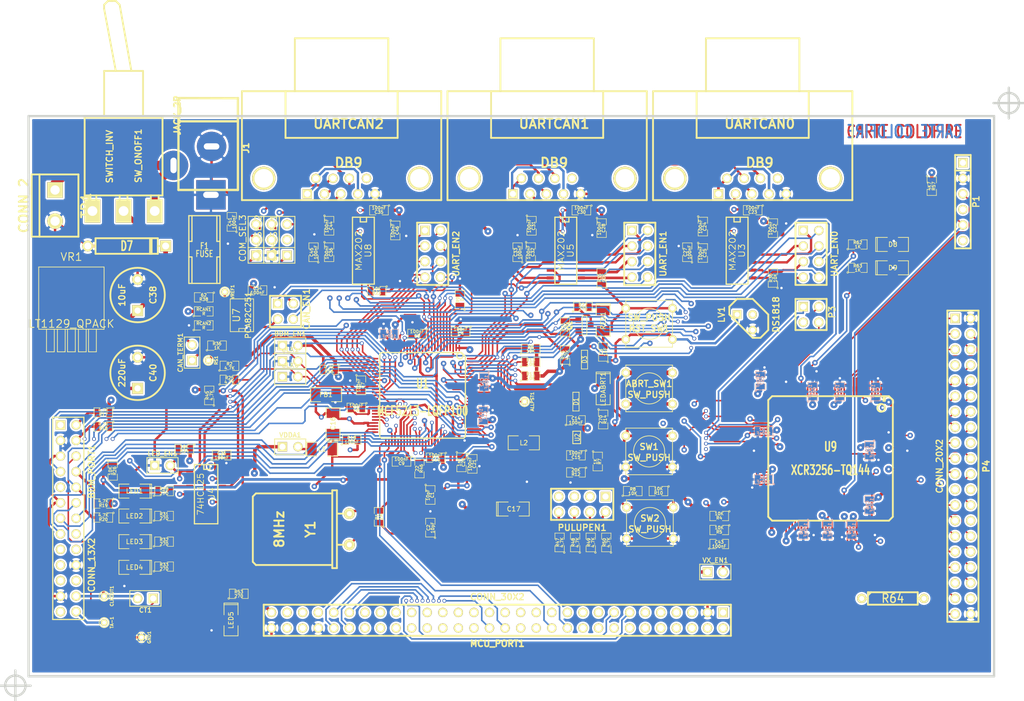
<source format=kicad_pcb>
(kicad_pcb (version 20171130) (host pcbnew "(5.0.0-rc2-dev-406-g05dae96)")
  (title_block (title "Demo Kicad") (date 2015-10-09) (rev 2))
  (layers (0 Composant signal) (1 GND_layer power) (2 VDD_layer power) (31 Cuivre signal) (34 B.Paste user) (35 F.Paste user) (36 B.SilkS user) (37 F.SilkS user) (38 B.Mask user) (39 F.Mask user) (44 Edge.Cuts user))
  (net 0 "")
  (net 1 /ALLPST)
  (net 2 /AN2)
  (net 3 /AN3)
  (net 4 /AN4)
  (net 5 /AN6)
  (net 6 /BKPT-)
  (net 7 /CLKIN/EXTAL)
  (net 8 /CLKMOD0)
  (net 9 /CLKMOD1)
  (net 10 /DDAT0)
  (net 11 /DDAT1)
  (net 12 /DDAT2)
  (net 13 /DDAT3)
  (net 14 /DSCLK)
  (net 15 /DSI)
  (net 16 /DSO)
  (net 17 /DTIN1)
  (net 18 /GPT1)
  (net 19 /GPT3)
  (net 20 /IRQ-5)
  (net 21 /IRQ-6)
  (net 22 /IRQ-7)
  (net 23 /JTAG_EN)
  (net 24 /PST0)
  (net 25 /PST1)
  (net 26 /PST2)
  (net 27 /PST3)
  (net 28 /QSPI_CS3)
  (net 29 /TCLK)
  (net 30 /VDDPLL)
  (net 31 /inout_user/CANRX)
  (net 32 /inout_user/CAN_H)
  (net 33 /inout_user/CAN_L)
  (net 34 /inout_user/CTS0)
  (net 35 /inout_user/CTS1)
  (net 36 /inout_user/CTS2/CANH)
  (net 37 /inout_user/PWM5)
  (net 38 /inout_user/PWM7)
  (net 39 /inout_user/RTS0)
  (net 40 /inout_user/RTS1)
  (net 41 /inout_user/RTS2)
  (net 42 /inout_user/RXD0)
  (net 43 /inout_user/RXD1)
  (net 44 /inout_user/RXD2)
  (net 45 /inout_user/RxD_CAN)
  (net 46 /inout_user/TXD0)
  (net 47 /inout_user/TXD1)
  (net 48 /inout_user/TXD2/CANL)
  (net 49 /inout_user/TxD_CAN)
  (net 50 /inout_user/UCTS2)
  (net 51 /inout_user/URTS0)
  (net 52 /inout_user/URTS2)
  (net 53 /inout_user/URXD1)
  (net 54 /inout_user/URXD2)
  (net 55 /inout_user/UTXD0)
  (net 56 /xilinx/+3,3V_OUT)
  (net 57 /xilinx/GLCK2)
  (net 58 /xilinx/LED_TEST1)
  (net 59 /xilinx/LED_TEST2)
  (net 60 /xilinx/QSPI_CS2)
  (net 61 /xilinx/TCK)
  (net 62 /xilinx/TDI)
  (net 63 /xilinx/TDO)
  (net 64 /xilinx/TMS)
  (net 65 /xilinx/XIL_D0)
  (net 66 /xilinx/XIL_D1)
  (net 67 /xilinx/XIL_D10)
  (net 68 /xilinx/XIL_D11)
  (net 69 /xilinx/XIL_D12)
  (net 70 /xilinx/XIL_D13)
  (net 71 /xilinx/XIL_D14)
  (net 72 /xilinx/XIL_D15)
  (net 73 /xilinx/XIL_D16)
  (net 74 /xilinx/XIL_D17)
  (net 75 /xilinx/XIL_D18)
  (net 76 /xilinx/XIL_D19)
  (net 77 /xilinx/XIL_D2)
  (net 78 /xilinx/XIL_D20)
  (net 79 /xilinx/XIL_D21)
  (net 80 /xilinx/XIL_D22)
  (net 81 /xilinx/XIL_D23)
  (net 82 /xilinx/XIL_D24)
  (net 83 /xilinx/XIL_D25)
  (net 84 /xilinx/XIL_D26)
  (net 85 /xilinx/XIL_D27)
  (net 86 /xilinx/XIL_D28)
  (net 87 /xilinx/XIL_D29)
  (net 88 /xilinx/XIL_D3)
  (net 89 /xilinx/XIL_D30)
  (net 90 /xilinx/XIL_D31)
  (net 91 /xilinx/XIL_D32)
  (net 92 /xilinx/XIL_D33)
  (net 93 /xilinx/XIL_D34)
  (net 94 /xilinx/XIL_D35)
  (net 95 /xilinx/XIL_D36)
  (net 96 /xilinx/XIL_D4)
  (net 97 /xilinx/XIL_D5)
  (net 98 /xilinx/XIL_D6)
  (net 99 /xilinx/XIL_D7)
  (net 100 /xilinx/XIL_D8)
  (net 101 /xilinx/XIL_D9)
  (net 102 GND)
  (net 103 "Net-(ABRT_SW1-Pad1)")
  (net 104 "Net-(BDM_PORT1-Pad6)")
  (net 105 /inout_user/RSTI-)
  (net 106 "Net-(BDM_PORT1-Pad26)")
  (net 107 "Net-(C3-Pad1)")
  (net 108 "Net-(C15-Pad1)")
  (net 109 /inout_user/VCCA)
  (net 110 GNDA)
  (net 111 "Net-(C23-Pad2)")
  (net 112 "Net-(C24-Pad1)")
  (net 113 "Net-(C24-Pad2)")
  (net 114 "Net-(C25-Pad1)")
  (net 115 "Net-(C25-Pad2)")
  (net 116 "Net-(C27-Pad1)")
  (net 117 "Net-(C30-Pad2)")
  (net 118 "Net-(C31-Pad1)")
  (net 119 "Net-(C31-Pad2)")
  (net 120 "Net-(C32-Pad1)")
  (net 121 "Net-(C32-Pad2)")
  (net 122 "Net-(C33-Pad1)")
  (net 123 "Net-(C35-Pad2)")
  (net 124 "Net-(C36-Pad1)")
  (net 125 "Net-(C36-Pad2)")
  (net 126 "Net-(C38-Pad1)")
  (net 127 "Net-(C43-Pad2)")
  (net 128 "Net-(C44-Pad1)")
  (net 129 "Net-(C44-Pad2)")
  (net 130 "Net-(C45-Pad1)")
  (net 131 /inout_user/CANTX)
  (net 132 "Net-(CAN_TERM1-Pad2)")
  (net 133 "Net-(COM_SEL1-Pad3)")
  (net 134 "Net-(COM_SEL2-Pad3)")
  (net 135 "Net-(COM_SEL3-Pad3)")
  (net 136 "Net-(D1-Pad2)")
  (net 137 "Net-(D8-Pad1)")
  (net 138 "Net-(D9-Pad1)")
  (net 139 "Net-(F1-Pad1)")
  (net 140 "Net-(J1-Pad3)")
  (net 141 "Net-(L1-Pad1)")
  (net 142 "Net-(LED1-Pad1)")
  (net 143 "Net-(LED2-Pad1)")
  (net 144 "Net-(LED3-Pad1)")
  (net 145 "Net-(LED4-Pad1)")
  (net 146 "Net-(LED5-Pad1)")
  (net 147 "Net-(LEDABRT1-Pad2)")
  (net 148 "Net-(LED_EN1-Pad2)")
  (net 149 /xilinx/IRQ-1)
  (net 150 /inout_user/UCTS1)
  (net 151 /inout_user/RTS0-)
  (net 152 /inout_user/PWM1)
  (net 153 /inout_user/PWM3)
  (net 154 /xilinx/IRQ-2)
  (net 155 /inout_user/QSPI_DOUT)
  (net 156 /AN0)
  (net 157 /inout_user/QSPI_DIN)
  (net 158 /AN1)
  (net 159 /inout_user/QSPI_SCLK)
  (net 160 /QSPI_CS0)
  (net 161 /xilinx/QSPI_CS1)
  (net 162 /AN5)
  (net 163 /xilinx/IRQ-3)
  (net 164 /AN7)
  (net 165 /IRQ-4)
  (net 166 /DTIN0)
  (net 167 /DTIN2)
  (net 168 /inout_user/UTXD1)
  (net 169 /inout_user/URTS1)
  (net 170 /DTIN3)
  (net 171 /inout_user/URXD0)
  (net 172 /inout_user/UCTS0)
  (net 173 /inout_user/UTXD2)
  (net 174 /GPT0)
  (net 175 /GPT2)
  (net 176 /inout_user/RCON-)
  (net 177 "Net-(P3-Pad2)")
  (net 178 "Net-(P3-Pad4)")
  (net 179 "Net-(PULUPEN1-Pad2)")
  (net 180 "Net-(PULUPEN1-Pad4)")
  (net 181 "Net-(PULUPEN1-Pad6)")
  (net 182 "Net-(PULUPEN1-Pad8)")
  (net 183 "Net-(Q1-Pad2)")
  (net 184 "Net-(Q1-Pad3)")
  (net 185 "Net-(R9-Pad1)")
  (net 186 "Net-(R22-Pad2)")
  (net 187 "Net-(R23-Pad2)")
  (net 188 "Net-(R28-Pad2)")
  (net 189 "Net-(R30-Pad2)")
  (net 190 "Net-(R31-Pad2)")
  (net 191 "Net-(R32-Pad2)")
  (net 192 "Net-(R33-Pad2)")
  (net 193 "Net-(R35-Pad2)")
  (net 194 "Net-(R36-Pad1)")
  (net 195 "Net-(R46-Pad1)")
  (net 196 "Net-(U3-Pad9)")
  (net 197 "Net-(U3-Pad11)")
  (net 198 "Net-(U3-Pad12)")
  (net 199 "Net-(U5-Pad9)")
  (net 200 "Net-(U5-Pad11)")
  (net 201 "Net-(U5-Pad12)")
  (net 202 "Net-(U7-Pad5)")
  (net 203 "Net-(U8-Pad9)")
  (net 204 "Net-(U8-Pad10)")
  (net 205 "Net-(U8-Pad12)")
  (net 206 "Net-(UARTCAN0-Pad1)")
  (net 207 "Net-(UARTCAN1-Pad1)")
  (net 208 "Net-(UARTCAN2-Pad1)")
  (net 209 +3.3V)
  (net 210 "Net-(BDM_PORT1-Pad1)")
  (net 211 "Net-(BDM_PORT1-Pad21)")
  (net 212 "Net-(BDM_PORT1-Pad22)")
  (net 213 "Net-(SW_ONOFF1-Pad1)")
  (net 214 "Net-(U9-Pad9)")
  (net 215 "Net-(U9-Pad14)")
  (net 216 "Net-(U9-Pad15)")
  (net 217 "Net-(U9-Pad16)")
  (net 218 "Net-(U9-Pad18)")
  (net 219 "Net-(U9-Pad19)")
  (net 220 "Net-(U9-Pad21)")
  (net 221 "Net-(U9-Pad22)")
  (net 222 "Net-(U9-Pad23)")
  (net 223 "Net-(U9-Pad25)")
  (net 224 "Net-(U9-Pad26)")
  (net 225 "Net-(U9-Pad29)")
  (net 226 "Net-(U9-Pad30)")
  (net 227 "Net-(U9-Pad34)")
  (net 228 "Net-(U9-Pad35)")
  (net 229 "Net-(U9-Pad36)")
  (net 230 "Net-(U9-Pad66)")
  (net 231 "Net-(U9-Pad67)")
  (net 232 "Net-(U9-Pad68)")
  (net 233 "Net-(U9-Pad69)")
  (net 234 "Net-(U9-Pad70)")
  (net 235 "Net-(U9-Pad71)")
  (net 236 "Net-(U9-Pad72)")
  (net 237 "Net-(U9-Pad120)")
  (net 238 "Net-(U9-Pad121)")
  (net 239 "Net-(U9-Pad133)")
  (net 240 "Net-(U9-Pad141)")
  (net 241 "Net-(U9-Pad37)")
  (net 242 "Net-(U9-Pad38)")
  (net 243 "Net-(U9-Pad39)")
  (net 244 "Net-(U9-Pad40)")
  (net 245 "Net-(U9-Pad41)")
  (net 246 "Net-(U9-Pad55)")
  (net 247 "Net-(U9-Pad56)")
  (net 248 "Net-(U9-Pad60)")
  (net 249 "Net-(U9-Pad61)")
  (net 250 "Net-(U9-Pad62)")
  (net 251 "Net-(U9-Pad63)")
  (net 252 "Net-(U9-Pad65)")
  (net 253 "Net-(U9-Pad78)")
  (net 254 "Net-(U9-Pad79)")
  (net 255 "Net-(U9-Pad80)")
  (net 256 "Net-(U9-Pad81)")
  (net 257 "Net-(U9-Pad82)")
  (net 258 "Net-(U9-Pad83)")
  (net 259 "Net-(U9-Pad84)")
  (net 260 "Net-(U9-Pad86)")
  (net 261 "Net-(U9-Pad87)")
  (net 262 "Net-(U9-Pad88)")
  (net 263 "Net-(U9-Pad90)")
  (net 264 "Net-(U9-Pad91)")
  (net 265 "Net-(U9-Pad92)")
  (net 266 "Net-(U9-Pad93)")
  (net 267 "Net-(U9-Pad94)")
  (net 268 "Net-(U9-Pad102)")
  (net 269 "Net-(U9-Pad103)")
  (net 270 "Net-(U9-Pad106)")
  (net 271 "Net-(U9-Pad74)")
  (net 272 "Net-(U9-Pad75)")
  (net 273 "Net-(U9-Pad77)")
  (net 274 "Net-(U9-Pad110)")
  (net 275 "Net-(UARTCAN0-Pad9)")
  (net 276 "Net-(UARTCAN1-Pad9)")
  (net 277 "Net-(UARTCAN2-Pad9)")
  (net 278 "Net-(VR1-Pad4)")
  (module lib_smd:FSUPCMS (layer Composant) (at 99.8 77.6)
    (fp_text reference F1 (at 0 -0.508) (layer F.SilkS) (effects (font (size 1.016 0.762) (thickness 0.1524))))
    (fp_text value FUSE (at 0 0.762) (layer F.SilkS) (effects (font (size 1.016 0.762) (thickness 0.1524))))
    (pad 1 smd rect (at 0 -3.175) (size 3.556 4.191) (layers Composant F.Paste F.Mask) (net 139 "Net-(F1-Pad1)"))
    (pad 2 smd rect (at 0 3.175) (size 3.556 4.191) (layers Composant F.Paste F.Mask) (net 126 "Net-(C38-Pad1)"))
  )
  (module connect:JACK_ALIM (layer Composant) (at 100.965 60.833 270)
    (fp_text reference J1 (at 0.254 -5.588 270) (layer F.SilkS) (effects (font (size 1.016 1.016) (thickness 0.254))))
    (fp_text value JACK_2P (at -5.08 5.588 270) (layer F.SilkS) (effects (font (size 1.016 1.016) (thickness 0.254))))
    (pad 2 thru_hole circle (at 0 0 270) (size 4.8006 4.8006) (drill oval 1.016 2.54) (layers *.Cu *.Mask) (net 102 GND))
    (pad 1 thru_hole rect (at 7.9 0.1 270) (size 4.8006 4.8006) (drill oval 1.016 2.54) (layers *.Cu *.Mask) (net 102 GND))
    (pad 3 thru_hole circle (at 3.1 6.2 270) (size 4.8006 4.8006) (drill oval 2.54 1.016) (layers *.Cu *.Mask) (net 140 "Net-(J1-Pad3)"))
  )
  (module connect:PINTST (layer Composant) (at 152.019 102.489 270)
    (fp_text reference ALLPST1 (at 0 -1.26746 270) (layer F.SilkS) (effects (font (size 0.508 0.508) (thickness 0.127))))
    (fp_text value CONN_1 hide)
    (pad 1 thru_hole circle (at 0 0 270) (size 1.143 1.143) (drill 0.635) (layers *.Cu *.Mask F.SilkS) (net 1 /ALLPST))
  )
  (module pin_array:PIN_ARRAY_2X1 (layer Composant) (at 113.792 93.345)
    (fp_text reference BDM_EN1 (at 0 -1.905) (layer F.SilkS) (effects (font (size 0.762 0.762) (thickness 0.1524))))
    (fp_text value JUMPER hide)
    (pad 1 thru_hole rect (at -1.27 0) (size 1.524 1.524) (drill 1.016) (layers *.Cu *.Mask F.SilkS) (net 102 GND))
    (pad 2 thru_hole circle (at 1.27 0) (size 1.524 1.524) (drill 1.016) (layers *.Cu *.Mask F.SilkS) (net 23 /JTAG_EN))
  )
  (module pin_array:pin_array_13x2 (layer Composant) (at 77.597 121.539 270)
    (fp_text reference BDM_PORT1 (at -7.62 -3.81 270) (layer F.SilkS) (effects (font (size 1.016 1.016) (thickness 0.2032))))
    (fp_text value CONN_13X2 (at 7.62 -3.81 270) (layer F.SilkS) (effects (font (size 1.016 1.016) (thickness 0.2032))))
    (pad 1 thru_hole rect (at -15.24 1.27 270) (size 1.524 1.524) (drill 1.016) (layers *.Cu *.Mask F.SilkS) (net 210 "Net-(BDM_PORT1-Pad1)"))
    (pad 2 thru_hole circle (at -15.24 -1.27 270) (size 1.524 1.524) (drill 1.016) (layers *.Cu *.Mask F.SilkS) (net 6 /BKPT-))
    (pad 3 thru_hole circle (at -12.7 1.27 270) (size 1.524 1.524) (drill 1.016) (layers *.Cu *.Mask F.SilkS) (net 102 GND))
    (pad 4 thru_hole circle (at -12.7 -1.27 270) (size 1.524 1.524) (drill 1.016) (layers *.Cu *.Mask F.SilkS) (net 14 /DSCLK))
    (pad 5 thru_hole circle (at -10.16 1.27 270) (size 1.524 1.524) (drill 1.016) (layers *.Cu *.Mask F.SilkS) (net 102 GND))
    (pad 6 thru_hole circle (at -10.16 -1.27 270) (size 1.524 1.524) (drill 1.016) (layers *.Cu *.Mask F.SilkS) (net 104 "Net-(BDM_PORT1-Pad6)"))
    (pad 7 thru_hole circle (at -7.62 1.27 270) (size 1.524 1.524) (drill 1.016) (layers *.Cu *.Mask F.SilkS) (net 105 /inout_user/RSTI-))
    (pad 8 thru_hole circle (at -7.62 -1.27 270) (size 1.524 1.524) (drill 1.016) (layers *.Cu *.Mask F.SilkS) (net 15 /DSI))
    (pad 9 thru_hole circle (at -5.08 1.27 270) (size 1.524 1.524) (drill 1.016) (layers *.Cu *.Mask F.SilkS) (net 209 +3.3V))
    (pad 10 thru_hole circle (at -5.08 -1.27 270) (size 1.524 1.524) (drill 1.016) (layers *.Cu *.Mask F.SilkS) (net 16 /DSO))
    (pad 11 thru_hole circle (at -2.54 1.27 270) (size 1.524 1.524) (drill 1.016) (layers *.Cu *.Mask F.SilkS) (net 102 GND))
    (pad 12 thru_hole circle (at -2.54 -1.27 270) (size 1.524 1.524) (drill 1.016) (layers *.Cu *.Mask F.SilkS) (net 27 /PST3))
    (pad 13 thru_hole circle (at 0 1.27 270) (size 1.524 1.524) (drill 1.016) (layers *.Cu *.Mask F.SilkS) (net 26 /PST2))
    (pad 14 thru_hole circle (at 0 -1.27 270) (size 1.524 1.524) (drill 1.016) (layers *.Cu *.Mask F.SilkS) (net 25 /PST1))
    (pad 15 thru_hole circle (at 2.54 1.27 270) (size 1.524 1.524) (drill 1.016) (layers *.Cu *.Mask F.SilkS) (net 24 /PST0))
    (pad 16 thru_hole circle (at 2.54 -1.27 270) (size 1.524 1.524) (drill 1.016) (layers *.Cu *.Mask F.SilkS) (net 13 /DDAT3))
    (pad 17 thru_hole circle (at 5.08 1.27 270) (size 1.524 1.524) (drill 1.016) (layers *.Cu *.Mask F.SilkS) (net 12 /DDAT2))
    (pad 18 thru_hole circle (at 5.08 -1.27 270) (size 1.524 1.524) (drill 1.016) (layers *.Cu *.Mask F.SilkS) (net 11 /DDAT1))
    (pad 19 thru_hole circle (at 7.62 1.27 270) (size 1.524 1.524) (drill 1.016) (layers *.Cu *.Mask F.SilkS) (net 10 /DDAT0))
    (pad 20 thru_hole circle (at 7.62 -1.27 270) (size 1.524 1.524) (drill 1.016) (layers *.Cu *.Mask F.SilkS) (net 102 GND))
    (pad 21 thru_hole circle (at 10.16 1.27 270) (size 1.524 1.524) (drill 1.016) (layers *.Cu *.Mask F.SilkS) (net 211 "Net-(BDM_PORT1-Pad21)"))
    (pad 22 thru_hole circle (at 10.16 -1.27 270) (size 1.524 1.524) (drill 1.016) (layers *.Cu *.Mask F.SilkS) (net 212 "Net-(BDM_PORT1-Pad22)"))
    (pad 23 thru_hole circle (at 12.7 1.27 270) (size 1.524 1.524) (drill 1.016) (layers *.Cu *.Mask F.SilkS) (net 102 GND))
    (pad 24 thru_hole circle (at 12.7 -1.27 270) (size 1.524 1.524) (drill 1.016) (layers *.Cu *.Mask F.SilkS) (net 29 /TCLK))
    (pad 25 thru_hole circle (at 15.24 1.27 270) (size 1.524 1.524) (drill 1.016) (layers *.Cu *.Mask F.SilkS) (net 209 +3.3V))
    (pad 26 thru_hole circle (at 15.24 -1.27 270) (size 1.524 1.524) (drill 1.016) (layers *.Cu *.Mask F.SilkS) (net 106 "Net-(BDM_PORT1-Pad26)"))
  )
  (module lib_smd:SM0805 (layer Composant) (at 136.652 117.729 270)
    (fp_text reference C1 (at 0 -0.3175 270) (layer F.SilkS) (effects (font (size 0.50038 0.50038) (thickness 0.10922))))
    (fp_text value 10pF (at 0 0.381 270) (layer F.SilkS) (effects (font (size 0.50038 0.50038) (thickness 0.10922))))
    (pad 1 smd rect (at -0.9525 0 270) (size 0.889 1.397) (layers Composant F.Paste F.Mask) (net 7 /CLKIN/EXTAL))
    (pad 2 smd rect (at 0.9525 0 270) (size 0.889 1.397) (layers Composant F.Paste F.Mask) (net 102 GND))
  )
  (module lib_smd:SM0805 (layer Composant) (at 136.652 123.063 90)
    (fp_text reference C2 (at 0 -0.3175 90) (layer F.SilkS) (effects (font (size 0.50038 0.50038) (thickness 0.10922))))
    (fp_text value 10pF (at 0 0.381 90) (layer F.SilkS) (effects (font (size 0.50038 0.50038) (thickness 0.10922))))
    (pad 1 smd rect (at -0.9525 0 90) (size 0.889 1.397) (layers Composant F.Paste F.Mask) (net 57 /xilinx/GLCK2))
    (pad 2 smd rect (at 0.9525 0 90) (size 0.889 1.397) (layers Composant F.Paste F.Mask) (net 102 GND))
  )
  (module lib_smd:SM0805 (layer Composant) (at 164.846 94.361 90)
    (fp_text reference C3 (at 0 -0.3175 90) (layer F.SilkS) (effects (font (size 0.50038 0.50038) (thickness 0.10922))))
    (fp_text value 1nF (at 0 0.381 90) (layer F.SilkS) (effects (font (size 0.50038 0.50038) (thickness 0.10922))))
    (pad 1 smd rect (at -0.9525 0 90) (size 0.889 1.397) (layers Composant F.Paste F.Mask) (net 107 "Net-(C3-Pad1)"))
    (pad 2 smd rect (at 0.9525 0 90) (size 0.889 1.397) (layers Composant F.Paste F.Mask) (net 102 GND))
  )
  (module lib_smd:SM0805 (layer Composant) (at 141.605 91.059 180)
    (fp_text reference C4 (at 0 -0.3175 180) (layer F.SilkS) (effects (font (size 0.50038 0.50038) (thickness 0.10922))))
    (fp_text value 100nF (at 0 0.381 180) (layer F.SilkS) (effects (font (size 0.50038 0.50038) (thickness 0.10922))))
    (pad 1 smd rect (at -0.9525 0 180) (size 0.889 1.397) (layers Composant F.Paste F.Mask) (net 209 +3.3V))
    (pad 2 smd rect (at 0.9525 0 180) (size 0.889 1.397) (layers Composant F.Paste F.Mask) (net 102 GND))
  )
  (module lib_smd:SM0805 (layer Composant) (at 134.493 91.44 180)
    (fp_text reference C5 (at 0 -0.3175 180) (layer F.SilkS) (effects (font (size 0.50038 0.50038) (thickness 0.10922))))
    (fp_text value 100nF (at 0 0.381 180) (layer F.SilkS) (effects (font (size 0.50038 0.50038) (thickness 0.10922))))
    (pad 1 smd rect (at -0.9525 0 180) (size 0.889 1.397) (layers Composant F.Paste F.Mask) (net 209 +3.3V))
    (pad 2 smd rect (at 0.9525 0 180) (size 0.889 1.397) (layers Composant F.Paste F.Mask) (net 102 GND))
  )
  (module lib_smd:SM0805 (layer Cuivre) (at 129.921 91.44 180)
    (fp_text reference C6 (at 0 0.3175 180) (layer B.SilkS) (effects (font (size 0.50038 0.50038) (thickness 0.10922)) (justify mirror)))
    (fp_text value 100nF (at 0 -0.381 180) (layer B.SilkS) (effects (font (size 0.50038 0.50038) (thickness 0.10922)) (justify mirror)))
    (pad 1 smd rect (at -0.9525 0 180) (size 0.889 1.397) (layers Cuivre B.Paste B.Mask) (net 209 +3.3V))
    (pad 2 smd rect (at 0.9525 0 180) (size 0.889 1.397) (layers Cuivre B.Paste B.Mask) (net 102 GND))
  )
  (module lib_smd:SM0805 (layer Composant) (at 125.349 99.822 270)
    (fp_text reference C7 (at 0 -0.3175 270) (layer F.SilkS) (effects (font (size 0.50038 0.50038) (thickness 0.10922))))
    (fp_text value 100nF (at 0 0.381 270) (layer F.SilkS) (effects (font (size 0.50038 0.50038) (thickness 0.10922))))
    (pad 1 smd rect (at -0.9525 0 270) (size 0.889 1.397) (layers Composant F.Paste F.Mask) (net 209 +3.3V))
    (pad 2 smd rect (at 0.9525 0 270) (size 0.889 1.397) (layers Composant F.Paste F.Mask) (net 102 GND))
  )
  (module lib_smd:SM0805 (layer Composant) (at 124.587 103.505 180)
    (fp_text reference C8 (at 0 -0.3175 180) (layer F.SilkS) (effects (font (size 0.50038 0.50038) (thickness 0.10922))))
    (fp_text value 100nF (at 0 0.381 180) (layer F.SilkS) (effects (font (size 0.50038 0.50038) (thickness 0.10922))))
    (pad 1 smd rect (at -0.9525 0 180) (size 0.889 1.397) (layers Composant F.Paste F.Mask) (net 209 +3.3V))
    (pad 2 smd rect (at 0.9525 0 180) (size 0.889 1.397) (layers Composant F.Paste F.Mask) (net 102 GND))
  )
  (module lib_smd:SM0805 (layer Composant) (at 131.953 112.268 180)
    (fp_text reference C9 (at 0 -0.3175 180) (layer F.SilkS) (effects (font (size 0.50038 0.50038) (thickness 0.10922))))
    (fp_text value 100nF (at 0 0.381 180) (layer F.SilkS) (effects (font (size 0.50038 0.50038) (thickness 0.10922))))
    (pad 1 smd rect (at -0.9525 0 180) (size 0.889 1.397) (layers Composant F.Paste F.Mask) (net 209 +3.3V))
    (pad 2 smd rect (at 0.9525 0 180) (size 0.889 1.397) (layers Composant F.Paste F.Mask) (net 102 GND))
  )
  (module lib_smd:SM0805 (layer Composant) (at 137.541 111.633 180)
    (fp_text reference C10 (at 0 -0.3175 180) (layer F.SilkS) (effects (font (size 0.50038 0.50038) (thickness 0.10922))))
    (fp_text value 100nF (at 0 0.381 180) (layer F.SilkS) (effects (font (size 0.50038 0.50038) (thickness 0.10922))))
    (pad 1 smd rect (at -0.9525 0 180) (size 0.889 1.397) (layers Composant F.Paste F.Mask) (net 209 +3.3V))
    (pad 2 smd rect (at 0.9525 0 180) (size 0.889 1.397) (layers Composant F.Paste F.Mask) (net 102 GND))
  )
  (module lib_smd:SM0805 (layer Cuivre) (at 145.288 104.775 90)
    (fp_text reference C11 (at 0 0.3175 90) (layer B.SilkS) (effects (font (size 0.50038 0.50038) (thickness 0.10922)) (justify mirror)))
    (fp_text value 100nF (at 0 -0.381 90) (layer B.SilkS) (effects (font (size 0.50038 0.50038) (thickness 0.10922)) (justify mirror)))
    (pad 1 smd rect (at -0.9525 0 90) (size 0.889 1.397) (layers Cuivre B.Paste B.Mask) (net 209 +3.3V))
    (pad 2 smd rect (at 0.9525 0 90) (size 0.889 1.397) (layers Cuivre B.Paste B.Mask) (net 102 GND))
  )
  (module lib_smd:SM0805 (layer Cuivre) (at 145.415 99.314 270)
    (fp_text reference C12 (at 0 0.3175 270) (layer B.SilkS) (effects (font (size 0.50038 0.50038) (thickness 0.10922)) (justify mirror)))
    (fp_text value 100nF (at 0 -0.381 270) (layer B.SilkS) (effects (font (size 0.50038 0.50038) (thickness 0.10922)) (justify mirror)))
    (pad 1 smd rect (at -0.9525 0 270) (size 0.889 1.397) (layers Cuivre B.Paste B.Mask) (net 209 +3.3V))
    (pad 2 smd rect (at 0.9525 0 270) (size 0.889 1.397) (layers Cuivre B.Paste B.Mask) (net 102 GND))
  )
  (module lib_smd:SM0805 (layer Composant) (at 160.401 105.537)
    (fp_text reference C14 (at 0 -0.3175) (layer F.SilkS) (effects (font (size 0.50038 0.50038) (thickness 0.10922))))
    (fp_text value 100nF (at 0 0.381) (layer F.SilkS) (effects (font (size 0.50038 0.50038) (thickness 0.10922))))
    (pad 1 smd rect (at -0.9525 0) (size 0.889 1.397) (layers Composant F.Paste F.Mask) (net 102 GND))
    (pad 2 smd rect (at 0.9525 0) (size 0.889 1.397) (layers Composant F.Paste F.Mask) (net 209 +3.3V))
  )
  (module lib_smd:SM0805 (layer Composant) (at 160.401 111.252 180)
    (fp_text reference C15 (at 0 -0.3175 180) (layer F.SilkS) (effects (font (size 0.50038 0.50038) (thickness 0.10922))))
    (fp_text value 100nF (at 0 0.381 180) (layer F.SilkS) (effects (font (size 0.50038 0.50038) (thickness 0.10922))))
    (pad 1 smd rect (at -0.9525 0 180) (size 0.889 1.397) (layers Composant F.Paste F.Mask) (net 108 "Net-(C15-Pad1)"))
    (pad 2 smd rect (at 0.9525 0 180) (size 0.889 1.397) (layers Composant F.Paste F.Mask) (net 102 GND))
  )
  (module lib_smd:SM1206POL (layer Composant) (at 120.777 106.045 90)
    (fp_text reference C16 (at 0 0 90) (layer F.SilkS) (effects (font (size 0.762 0.762) (thickness 0.127))))
    (fp_text value 10uF hide)
    (pad 1 smd rect (at -1.651 0 90) (size 1.524 2.032) (layers Composant F.Paste F.Mask) (net 109 /inout_user/VCCA))
    (pad 2 smd rect (at 1.651 0 90) (size 1.524 2.032) (layers Composant F.Paste F.Mask) (net 110 GNDA))
  )
  (module lib_smd:SM1206POL (layer Composant) (at 150.241 120.015)
    (fp_text reference C17 (at 0 0) (layer F.SilkS) (effects (font (size 0.762 0.762) (thickness 0.127))))
    (fp_text value 100uF hide)
    (pad 1 smd rect (at -1.651 0) (size 1.524 2.032) (layers Composant F.Paste F.Mask) (net 209 +3.3V))
    (pad 2 smd rect (at 1.651 0) (size 1.524 2.032) (layers Composant F.Paste F.Mask) (net 102 GND))
  )
  (module lib_smd:SM0805 (layer Composant) (at 123.825 108.712)
    (fp_text reference C18 (at 0 -0.3175) (layer F.SilkS) (effects (font (size 0.50038 0.50038) (thickness 0.10922))))
    (fp_text value 100nF (at 0 0.381) (layer F.SilkS) (effects (font (size 0.50038 0.50038) (thickness 0.10922))))
    (pad 1 smd rect (at -0.9525 0) (size 0.889 1.397) (layers Composant F.Paste F.Mask) (net 109 /inout_user/VCCA))
    (pad 2 smd rect (at 0.9525 0) (size 0.889 1.397) (layers Composant F.Paste F.Mask) (net 110 GNDA))
  )
  (module lib_smd:SM0805 (layer Composant) (at 141.732 112.395 270)
    (fp_text reference C20 (at 0 -0.3175 270) (layer F.SilkS) (effects (font (size 0.50038 0.50038) (thickness 0.10922))))
    (fp_text value 1nF (at 0 0.381 270) (layer F.SilkS) (effects (font (size 0.50038 0.50038) (thickness 0.10922))))
    (pad 1 smd rect (at -0.9525 0 270) (size 0.889 1.397) (layers Composant F.Paste F.Mask) (net 30 /VDDPLL))
    (pad 2 smd rect (at 0.9525 0 270) (size 0.889 1.397) (layers Composant F.Paste F.Mask) (net 102 GND))
  )
  (module lib_smd:SM0805 (layer Composant) (at 143.51 112.649 270)
    (fp_text reference C21 (at 0 -0.3175 270) (layer F.SilkS) (effects (font (size 0.50038 0.50038) (thickness 0.10922))))
    (fp_text value 100nF (at 0 0.381 270) (layer F.SilkS) (effects (font (size 0.50038 0.50038) (thickness 0.10922))))
    (pad 1 smd rect (at -0.9525 0 270) (size 0.889 1.397) (layers Composant F.Paste F.Mask) (net 30 /VDDPLL))
    (pad 2 smd rect (at 0.9525 0 270) (size 0.889 1.397) (layers Composant F.Paste F.Mask) (net 102 GND))
  )
  (module lib_smd:SM0805 (layer Composant) (at 192.532 74.168 270)
    (fp_text reference C22 (at 0 -0.3175 270) (layer F.SilkS) (effects (font (size 0.50038 0.50038) (thickness 0.10922))))
    (fp_text value 100nF (at 0 0.381 270) (layer F.SilkS) (effects (font (size 0.50038 0.50038) (thickness 0.10922))))
    (pad 1 smd rect (at -0.9525 0 270) (size 0.889 1.397) (layers Composant F.Paste F.Mask) (net 209 +3.3V))
    (pad 2 smd rect (at 0.9525 0 270) (size 0.889 1.397) (layers Composant F.Paste F.Mask) (net 102 GND))
  )
  (module lib_smd:SM0805 (layer Composant) (at 189.23 71.247 180)
    (fp_text reference C23 (at 0 -0.3175 180) (layer F.SilkS) (effects (font (size 0.50038 0.50038) (thickness 0.10922))))
    (fp_text value 100nF (at 0 0.381 180) (layer F.SilkS) (effects (font (size 0.50038 0.50038) (thickness 0.10922))))
    (pad 1 smd rect (at -0.9525 0 180) (size 0.889 1.397) (layers Composant F.Paste F.Mask) (net 209 +3.3V))
    (pad 2 smd rect (at 0.9525 0 180) (size 0.889 1.397) (layers Composant F.Paste F.Mask) (net 111 "Net-(C23-Pad2)"))
  )
  (module lib_smd:SM0805 (layer Composant) (at 181.102 73.914 270)
    (fp_text reference C24 (at 0 -0.3175 270) (layer F.SilkS) (effects (font (size 0.50038 0.50038) (thickness 0.10922))))
    (fp_text value 100nF (at 0 0.381 270) (layer F.SilkS) (effects (font (size 0.50038 0.50038) (thickness 0.10922))))
    (pad 1 smd rect (at -0.9525 0 270) (size 0.889 1.397) (layers Composant F.Paste F.Mask) (net 112 "Net-(C24-Pad1)"))
    (pad 2 smd rect (at 0.9525 0 270) (size 0.889 1.397) (layers Composant F.Paste F.Mask) (net 113 "Net-(C24-Pad2)"))
  )
  (module lib_smd:SM0805 (layer Composant) (at 181.102 78.232 270)
    (fp_text reference C25 (at 0 -0.3175 270) (layer F.SilkS) (effects (font (size 0.50038 0.50038) (thickness 0.10922))))
    (fp_text value 100nF (at 0 0.381 270) (layer F.SilkS) (effects (font (size 0.50038 0.50038) (thickness 0.10922))))
    (pad 1 smd rect (at -0.9525 0 270) (size 0.889 1.397) (layers Composant F.Paste F.Mask) (net 114 "Net-(C25-Pad1)"))
    (pad 2 smd rect (at 0.9525 0 270) (size 0.889 1.397) (layers Composant F.Paste F.Mask) (net 115 "Net-(C25-Pad2)"))
  )
  (module lib_smd:SM0805 (layer Composant) (at 102.616 111.252)
    (fp_text reference C26 (at 0 -0.3175) (layer F.SilkS) (effects (font (size 0.50038 0.50038) (thickness 0.10922))))
    (fp_text value 100nF (at 0 0.381) (layer F.SilkS) (effects (font (size 0.50038 0.50038) (thickness 0.10922))))
    (pad 1 smd rect (at -0.9525 0) (size 0.889 1.397) (layers Composant F.Paste F.Mask) (net 209 +3.3V))
    (pad 2 smd rect (at 0.9525 0) (size 0.889 1.397) (layers Composant F.Paste F.Mask) (net 102 GND))
  )
  (module lib_smd:SM0805 (layer Composant) (at 178.562 78.105 90)
    (fp_text reference C27 (at 0 -0.3175 90) (layer F.SilkS) (effects (font (size 0.50038 0.50038) (thickness 0.10922))))
    (fp_text value 100nF (at 0 0.381 90) (layer F.SilkS) (effects (font (size 0.50038 0.50038) (thickness 0.10922))))
    (pad 1 smd rect (at -0.9525 0 90) (size 0.889 1.397) (layers Composant F.Paste F.Mask) (net 116 "Net-(C27-Pad1)"))
    (pad 2 smd rect (at 0.9525 0 90) (size 0.889 1.397) (layers Composant F.Paste F.Mask) (net 102 GND))
  )
  (module lib_smd:SM0805 (layer Composant) (at 164.592 74.168 270)
    (fp_text reference C28 (at 0 -0.3175 270) (layer F.SilkS) (effects (font (size 0.50038 0.50038) (thickness 0.10922))))
    (fp_text value 100nF (at 0 0.381 270) (layer F.SilkS) (effects (font (size 0.50038 0.50038) (thickness 0.10922))))
    (pad 1 smd rect (at -0.9525 0 270) (size 0.889 1.397) (layers Composant F.Paste F.Mask) (net 209 +3.3V))
    (pad 2 smd rect (at 0.9525 0 270) (size 0.889 1.397) (layers Composant F.Paste F.Mask) (net 102 GND))
  )
  (module lib_smd:SM0805 (layer Composant) (at 161.29 71.247 180)
    (fp_text reference C30 (at 0 -0.3175 180) (layer F.SilkS) (effects (font (size 0.50038 0.50038) (thickness 0.10922))))
    (fp_text value 100nF (at 0 0.381 180) (layer F.SilkS) (effects (font (size 0.50038 0.50038) (thickness 0.10922))))
    (pad 1 smd rect (at -0.9525 0 180) (size 0.889 1.397) (layers Composant F.Paste F.Mask) (net 209 +3.3V))
    (pad 2 smd rect (at 0.9525 0 180) (size 0.889 1.397) (layers Composant F.Paste F.Mask) (net 117 "Net-(C30-Pad2)"))
  )
  (module lib_smd:SM0805 (layer Composant) (at 153.162 73.787 270)
    (fp_text reference C31 (at 0 -0.3175 270) (layer F.SilkS) (effects (font (size 0.50038 0.50038) (thickness 0.10922))))
    (fp_text value 100nF (at 0 0.381 270) (layer F.SilkS) (effects (font (size 0.50038 0.50038) (thickness 0.10922))))
    (pad 1 smd rect (at -0.9525 0 270) (size 0.889 1.397) (layers Composant F.Paste F.Mask) (net 118 "Net-(C31-Pad1)"))
    (pad 2 smd rect (at 0.9525 0 270) (size 0.889 1.397) (layers Composant F.Paste F.Mask) (net 119 "Net-(C31-Pad2)"))
  )
  (module lib_smd:SM0805 (layer Composant) (at 153.035 78.105 270)
    (fp_text reference C32 (at 0 -0.3175 270) (layer F.SilkS) (effects (font (size 0.50038 0.50038) (thickness 0.10922))))
    (fp_text value 100nF (at 0 0.381 270) (layer F.SilkS) (effects (font (size 0.50038 0.50038) (thickness 0.10922))))
    (pad 1 smd rect (at -0.9525 0 270) (size 0.889 1.397) (layers Composant F.Paste F.Mask) (net 120 "Net-(C32-Pad1)"))
    (pad 2 smd rect (at 0.9525 0 270) (size 0.889 1.397) (layers Composant F.Paste F.Mask) (net 121 "Net-(C32-Pad2)"))
  )
  (module lib_smd:SM0805 (layer Composant) (at 150.876 78.105 90)
    (fp_text reference C33 (at 0 -0.3175 90) (layer F.SilkS) (effects (font (size 0.50038 0.50038) (thickness 0.10922))))
    (fp_text value 100nF (at 0 0.381 90) (layer F.SilkS) (effects (font (size 0.50038 0.50038) (thickness 0.10922))))
    (pad 1 smd rect (at -0.9525 0 90) (size 0.889 1.397) (layers Composant F.Paste F.Mask) (net 122 "Net-(C33-Pad1)"))
    (pad 2 smd rect (at 0.9525 0 90) (size 0.889 1.397) (layers Composant F.Paste F.Mask) (net 102 GND))
  )
  (module lib_smd:SM0805 (layer Composant) (at 108.458 84.328)
    (fp_text reference C34 (at 0 -0.3175) (layer F.SilkS) (effects (font (size 0.50038 0.50038) (thickness 0.10922))))
    (fp_text value 100nF (at 0 0.381) (layer F.SilkS) (effects (font (size 0.50038 0.50038) (thickness 0.10922))))
    (pad 1 smd rect (at -0.9525 0) (size 0.889 1.397) (layers Composant F.Paste F.Mask) (net 209 +3.3V))
    (pad 2 smd rect (at 0.9525 0) (size 0.889 1.397) (layers Composant F.Paste F.Mask) (net 102 GND))
  )
  (module lib_smd:SM0805 (layer Composant) (at 128.27 71.247 180)
    (fp_text reference C35 (at 0 -0.3175 180) (layer F.SilkS) (effects (font (size 0.50038 0.50038) (thickness 0.10922))))
    (fp_text value 100nF (at 0 0.381 180) (layer F.SilkS) (effects (font (size 0.50038 0.50038) (thickness 0.10922))))
    (pad 1 smd rect (at -0.9525 0 180) (size 0.889 1.397) (layers Composant F.Paste F.Mask) (net 209 +3.3V))
    (pad 2 smd rect (at 0.9525 0 180) (size 0.889 1.397) (layers Composant F.Paste F.Mask) (net 123 "Net-(C35-Pad2)"))
  )
  (module lib_smd:SM0805 (layer Composant) (at 120.142 78.105 270)
    (fp_text reference C36 (at 0 -0.3175 270) (layer F.SilkS) (effects (font (size 0.50038 0.50038) (thickness 0.10922))))
    (fp_text value 100nF (at 0 0.381 270) (layer F.SilkS) (effects (font (size 0.50038 0.50038) (thickness 0.10922))))
    (pad 1 smd rect (at -0.9525 0 270) (size 0.889 1.397) (layers Composant F.Paste F.Mask) (net 124 "Net-(C36-Pad1)"))
    (pad 2 smd rect (at 0.9525 0 270) (size 0.889 1.397) (layers Composant F.Paste F.Mask) (net 125 "Net-(C36-Pad2)"))
  )
  (module discret:C2V8 (layer Composant) (at 88.9 85.09 90)
    (fp_text reference C38 (at 0 2.54 90) (layer F.SilkS) (effects (font (size 1.016 1.016) (thickness 0.2032))))
    (fp_text value 10uF (at 0 -2.54 90) (layer F.SilkS) (effects (font (size 1.016 1.016) (thickness 0.2032))))
    (pad 1 thru_hole rect (at -2.54 0 90) (size 1.778 1.778) (drill 1.016) (layers *.Cu *.Mask F.SilkS) (net 126 "Net-(C38-Pad1)"))
    (pad 2 thru_hole circle (at 2.54 0 90) (size 1.778 1.778) (drill 1.016) (layers *.Cu *.Mask F.SilkS) (net 102 GND))
  )
  (module discret:C2V8 (layer Composant) (at 88.9 97.79 90)
    (fp_text reference C40 (at 0 2.54 90) (layer F.SilkS) (effects (font (size 1.016 1.016) (thickness 0.2032))))
    (fp_text value 220uF (at 0 -2.54 90) (layer F.SilkS) (effects (font (size 1.016 1.016) (thickness 0.2032))))
    (pad 1 thru_hole rect (at -2.54 0 90) (size 1.778 1.778) (drill 1.016) (layers *.Cu *.Mask F.SilkS) (net 209 +3.3V))
    (pad 2 thru_hole circle (at 2.54 0 90) (size 1.778 1.778) (drill 1.016) (layers *.Cu *.Mask F.SilkS) (net 102 GND))
  )
  (module lib_smd:SM0805 (layer Composant) (at 104.267 73.152 90)
    (fp_text reference C41 (at 0 -0.3175 90) (layer F.SilkS) (effects (font (size 0.50038 0.50038) (thickness 0.10922))))
    (fp_text value 100nF (at 0 0.381 90) (layer F.SilkS) (effects (font (size 0.50038 0.50038) (thickness 0.10922))))
    (pad 1 smd rect (at -0.9525 0 90) (size 0.889 1.397) (layers Composant F.Paste F.Mask) (net 126 "Net-(C38-Pad1)"))
    (pad 2 smd rect (at 0.9525 0 90) (size 0.889 1.397) (layers Composant F.Paste F.Mask) (net 102 GND))
  )
  (module lib_smd:SM0805 (layer Composant) (at 183.769 125.73)
    (fp_text reference C43 (at 0 -0.3175) (layer F.SilkS) (effects (font (size 0.50038 0.50038) (thickness 0.10922))))
    (fp_text value 100nF (at 0 0.381) (layer F.SilkS) (effects (font (size 0.50038 0.50038) (thickness 0.10922))))
    (pad 1 smd rect (at -0.9525 0) (size 0.889 1.397) (layers Composant F.Paste F.Mask) (net 102 GND))
    (pad 2 smd rect (at 0.9525 0) (size 0.889 1.397) (layers Composant F.Paste F.Mask) (net 127 "Net-(C43-Pad2)"))
  )
  (module lib_smd:SM0805 (layer Composant) (at 120.142 73.787 270)
    (fp_text reference C44 (at 0 -0.3175 270) (layer F.SilkS) (effects (font (size 0.50038 0.50038) (thickness 0.10922))))
    (fp_text value 100nF (at 0 0.381 270) (layer F.SilkS) (effects (font (size 0.50038 0.50038) (thickness 0.10922))))
    (pad 1 smd rect (at -0.9525 0 270) (size 0.889 1.397) (layers Composant F.Paste F.Mask) (net 128 "Net-(C44-Pad1)"))
    (pad 2 smd rect (at 0.9525 0 270) (size 0.889 1.397) (layers Composant F.Paste F.Mask) (net 129 "Net-(C44-Pad2)"))
  )
  (module lib_smd:SM0805 (layer Composant) (at 117.602 78.105 90)
    (fp_text reference C45 (at 0 -0.3175 90) (layer F.SilkS) (effects (font (size 0.50038 0.50038) (thickness 0.10922))))
    (fp_text value 100nF (at 0 0.381 90) (layer F.SilkS) (effects (font (size 0.50038 0.50038) (thickness 0.10922))))
    (pad 1 smd rect (at -0.9525 0 90) (size 0.889 1.397) (layers Composant F.Paste F.Mask) (net 130 "Net-(C45-Pad1)"))
    (pad 2 smd rect (at 0.9525 0 90) (size 0.889 1.397) (layers Composant F.Paste F.Mask) (net 102 GND))
  )
  (module lib_smd:SM0805 (layer Composant) (at 130.937 74.549 270)
    (fp_text reference C46 (at 0 -0.3175 270) (layer F.SilkS) (effects (font (size 0.50038 0.50038) (thickness 0.10922))))
    (fp_text value 100nF (at 0 0.381 270) (layer F.SilkS) (effects (font (size 0.50038 0.50038) (thickness 0.10922))))
    (pad 1 smd rect (at -0.9525 0 270) (size 0.889 1.397) (layers Composant F.Paste F.Mask) (net 209 +3.3V))
    (pad 2 smd rect (at 0.9525 0 270) (size 0.889 1.397) (layers Composant F.Paste F.Mask) (net 102 GND))
  )
  (module lib_smd:SM0805 (layer Cuivre) (at 209.296 100.838 90)
    (fp_text reference C51 (at 0 0.3175 90) (layer B.SilkS) (effects (font (size 0.50038 0.50038) (thickness 0.10922)) (justify mirror)))
    (fp_text value 100nF (at 0 -0.381 90) (layer B.SilkS) (effects (font (size 0.50038 0.50038) (thickness 0.10922)) (justify mirror)))
    (pad 1 smd rect (at -0.9525 0 90) (size 0.889 1.397) (layers Cuivre B.Paste B.Mask) (net 209 +3.3V))
    (pad 2 smd rect (at 0.9525 0 90) (size 0.889 1.397) (layers Cuivre B.Paste B.Mask) (net 102 GND))
  )
  (module lib_smd:SM0805 (layer Cuivre) (at 191.008 107.315 180)
    (fp_text reference C52 (at 0 0.3175 180) (layer B.SilkS) (effects (font (size 0.50038 0.50038) (thickness 0.10922)) (justify mirror)))
    (fp_text value 100nF (at 0 -0.381 180) (layer B.SilkS) (effects (font (size 0.50038 0.50038) (thickness 0.10922)) (justify mirror)))
    (pad 1 smd rect (at -0.9525 0 180) (size 0.889 1.397) (layers Cuivre B.Paste B.Mask) (net 209 +3.3V))
    (pad 2 smd rect (at 0.9525 0 180) (size 0.889 1.397) (layers Cuivre B.Paste B.Mask) (net 102 GND))
  )
  (module lib_smd:SM0805 (layer Cuivre) (at 203.454 100.838 90)
    (fp_text reference C53 (at 0 0.3175 90) (layer B.SilkS) (effects (font (size 0.50038 0.50038) (thickness 0.10922)) (justify mirror)))
    (fp_text value 100nF (at 0 -0.381 90) (layer B.SilkS) (effects (font (size 0.50038 0.50038) (thickness 0.10922)) (justify mirror)))
    (pad 1 smd rect (at -0.9525 0 90) (size 0.889 1.397) (layers Cuivre B.Paste B.Mask) (net 209 +3.3V))
    (pad 2 smd rect (at 0.9525 0 90) (size 0.889 1.397) (layers Cuivre B.Paste B.Mask) (net 102 GND))
  )
  (module lib_smd:SM0805 (layer Cuivre) (at 208.28 110.49 270)
    (fp_text reference C54 (at 0 0.3175 270) (layer B.SilkS) (effects (font (size 0.50038 0.50038) (thickness 0.10922)) (justify mirror)))
    (fp_text value 100nF (at 0 -0.381 270) (layer B.SilkS) (effects (font (size 0.50038 0.50038) (thickness 0.10922)) (justify mirror)))
    (pad 1 smd rect (at -0.9525 0 270) (size 0.889 1.397) (layers Cuivre B.Paste B.Mask) (net 209 +3.3V))
    (pad 2 smd rect (at 0.9525 0 270) (size 0.889 1.397) (layers Cuivre B.Paste B.Mask) (net 102 GND))
  )
  (module lib_smd:SM0805 (layer Cuivre) (at 201.422 123.444 270)
    (fp_text reference C55 (at 0 0.3175 270) (layer B.SilkS) (effects (font (size 0.50038 0.50038) (thickness 0.10922)) (justify mirror)))
    (fp_text value 100nF (at 0 -0.381 270) (layer B.SilkS) (effects (font (size 0.50038 0.50038) (thickness 0.10922)) (justify mirror)))
    (pad 1 smd rect (at -0.9525 0 270) (size 0.889 1.397) (layers Cuivre B.Paste B.Mask) (net 209 +3.3V))
    (pad 2 smd rect (at 0.9525 0 270) (size 0.889 1.397) (layers Cuivre B.Paste B.Mask) (net 102 GND))
  )
  (module lib_smd:SM0805 (layer Cuivre) (at 208.28 119.38 270)
    (fp_text reference C56 (at 0 0.3175 270) (layer B.SilkS) (effects (font (size 0.50038 0.50038) (thickness 0.10922)) (justify mirror)))
    (fp_text value 100nF (at 0 -0.381 270) (layer B.SilkS) (effects (font (size 0.50038 0.50038) (thickness 0.10922)) (justify mirror)))
    (pad 1 smd rect (at -0.9525 0 270) (size 0.889 1.397) (layers Cuivre B.Paste B.Mask) (net 209 +3.3V))
    (pad 2 smd rect (at 0.9525 0 270) (size 0.889 1.397) (layers Cuivre B.Paste B.Mask) (net 102 GND))
  )
  (module lib_smd:SM0805 (layer Cuivre) (at 190.5 99.06 90)
    (fp_text reference C57 (at 0 0.3175 90) (layer B.SilkS) (effects (font (size 0.50038 0.50038) (thickness 0.10922)) (justify mirror)))
    (fp_text value 100nF (at 0 -0.381 90) (layer B.SilkS) (effects (font (size 0.50038 0.50038) (thickness 0.10922)) (justify mirror)))
    (pad 1 smd rect (at -0.9525 0 90) (size 0.889 1.397) (layers Cuivre B.Paste B.Mask) (net 209 +3.3V))
    (pad 2 smd rect (at 0.9525 0 90) (size 0.889 1.397) (layers Cuivre B.Paste B.Mask) (net 102 GND))
  )
  (module lib_smd:SM0805 (layer Cuivre) (at 199.009 100.838 90)
    (fp_text reference C58 (at 0 0.3175 90) (layer B.SilkS) (effects (font (size 0.50038 0.50038) (thickness 0.10922)) (justify mirror)))
    (fp_text value 100nF (at 0 -0.381 90) (layer B.SilkS) (effects (font (size 0.50038 0.50038) (thickness 0.10922)) (justify mirror)))
    (pad 1 smd rect (at -0.9525 0 90) (size 0.889 1.397) (layers Cuivre B.Paste B.Mask) (net 209 +3.3V))
    (pad 2 smd rect (at 0.9525 0 90) (size 0.889 1.397) (layers Cuivre B.Paste B.Mask) (net 102 GND))
  )
  (module lib_smd:SM0805 (layer Cuivre) (at 205.359 123.444 270)
    (fp_text reference C59 (at 0 0.3175 270) (layer B.SilkS) (effects (font (size 0.50038 0.50038) (thickness 0.10922)) (justify mirror)))
    (fp_text value 100nF (at 0 -0.381 270) (layer B.SilkS) (effects (font (size 0.50038 0.50038) (thickness 0.10922)) (justify mirror)))
    (pad 1 smd rect (at -0.9525 0 270) (size 0.889 1.397) (layers Cuivre B.Paste B.Mask) (net 209 +3.3V))
    (pad 2 smd rect (at 0.9525 0 270) (size 0.889 1.397) (layers Cuivre B.Paste B.Mask) (net 102 GND))
  )
  (module lib_smd:SM0805 (layer Cuivre) (at 197.485 123.444 270)
    (fp_text reference C60 (at 0 0.3175 270) (layer B.SilkS) (effects (font (size 0.50038 0.50038) (thickness 0.10922)) (justify mirror)))
    (fp_text value 100nF (at 0 -0.381 270) (layer B.SilkS) (effects (font (size 0.50038 0.50038) (thickness 0.10922)) (justify mirror)))
    (pad 1 smd rect (at -0.9525 0 270) (size 0.889 1.397) (layers Cuivre B.Paste B.Mask) (net 209 +3.3V))
    (pad 2 smd rect (at 0.9525 0 270) (size 0.889 1.397) (layers Cuivre B.Paste B.Mask) (net 102 GND))
  )
  (module lib_smd:SM0805 (layer Cuivre) (at 191.008 115.189 180)
    (fp_text reference C61 (at 0 0.3175 180) (layer B.SilkS) (effects (font (size 0.50038 0.50038) (thickness 0.10922)) (justify mirror)))
    (fp_text value 100nF (at 0 -0.381 180) (layer B.SilkS) (effects (font (size 0.50038 0.50038) (thickness 0.10922)) (justify mirror)))
    (pad 1 smd rect (at -0.9525 0 180) (size 0.889 1.397) (layers Cuivre B.Paste B.Mask) (net 209 +3.3V))
    (pad 2 smd rect (at 0.9525 0 180) (size 0.889 1.397) (layers Cuivre B.Paste B.Mask) (net 102 GND))
  )
  (module pin_array:PIN_ARRAY_2X2 (layer Composant) (at 113.03 87.757 270)
    (fp_text reference CAN_EN1 (at -0.381 -3.429 270) (layer F.SilkS) (effects (font (size 1.016 1.016) (thickness 0.2032))))
    (fp_text value CONN_2X2 hide)
    (pad 1 thru_hole rect (at -1.27 1.27 270) (size 1.524 1.524) (drill 1.016) (layers *.Cu *.Mask F.SilkS) (net 131 /inout_user/CANTX))
    (pad 2 thru_hole circle (at -1.27 -1.27 270) (size 1.524 1.524) (drill 1.016) (layers *.Cu *.Mask F.SilkS) (net 45 /inout_user/RxD_CAN))
    (pad 3 thru_hole circle (at 1.27 1.27 270) (size 1.524 1.524) (drill 1.016) (layers *.Cu *.Mask F.SilkS) (net 49 /inout_user/TxD_CAN))
    (pad 4 thru_hole circle (at 1.27 -1.27 270) (size 1.524 1.524) (drill 1.016) (layers *.Cu *.Mask F.SilkS) (net 31 /inout_user/CANRX))
  )
  (module pin_array:PIN_ARRAY_2X1 (layer Composant) (at 97.79 94.488 90)
    (fp_text reference CAN_TERM1 (at 0 -1.905 90) (layer F.SilkS) (effects (font (size 0.762 0.762) (thickness 0.1524))))
    (fp_text value JUMPER hide)
    (pad 1 thru_hole rect (at -1.27 0 90) (size 1.524 1.524) (drill 1.016) (layers *.Cu *.Mask F.SilkS) (net 32 /inout_user/CAN_H))
    (pad 2 thru_hole circle (at 1.27 0 90) (size 1.524 1.524) (drill 1.016) (layers *.Cu *.Mask F.SilkS) (net 132 "Net-(CAN_TERM1-Pad2)"))
  )
  (module pin_array:PIN_ARRAY_2X1 (layer Composant) (at 113.792 98.425)
    (fp_text reference CLK0 (at 0 -1.905) (layer F.SilkS) (effects (font (size 0.762 0.762) (thickness 0.1524))))
    (fp_text value JUMPER hide)
    (pad 1 thru_hole rect (at -1.27 0) (size 1.524 1.524) (drill 1.016) (layers *.Cu *.Mask F.SilkS) (net 102 GND))
    (pad 2 thru_hole circle (at 1.27 0) (size 1.524 1.524) (drill 1.016) (layers *.Cu *.Mask F.SilkS) (net 8 /CLKMOD0))
  )
  (module pin_array:PIN_ARRAY_2X1 (layer Composant) (at 113.792 95.885)
    (fp_text reference CLK1 (at 0 -1.905) (layer F.SilkS) (effects (font (size 0.762 0.762) (thickness 0.1524))))
    (fp_text value JUMPER hide)
    (pad 1 thru_hole rect (at -1.27 0) (size 1.524 1.524) (drill 1.016) (layers *.Cu *.Mask F.SilkS) (net 102 GND))
    (pad 2 thru_hole circle (at 1.27 0) (size 1.524 1.524) (drill 1.016) (layers *.Cu *.Mask F.SilkS) (net 9 /CLKMOD1))
  )
  (module connect:PINTST (layer Composant) (at 83.439 134.239 270)
    (fp_text reference CLKOUT1 (at 0 -1.26746 270) (layer F.SilkS) (effects (font (size 0.508 0.508) (thickness 0.127))))
    (fp_text value CONN_1 hide)
    (pad 1 thru_hole circle (at 0 0 270) (size 1.143 1.143) (drill 0.635) (layers *.Cu *.Mask F.SilkS) (net 29 /TCLK))
  )
  (module pin_array:PIN_ARRAY_3X1 (layer Composant) (at 113.284 76.073 90)
    (fp_text reference COM_SEL1 (at 0.254 -2.159 90) (layer F.SilkS) (effects (font (size 1.016 1.016) (thickness 0.1524))))
    (fp_text value CONN_3 hide)
    (pad 1 thru_hole rect (at -2.54 0 90) (size 1.524 1.524) (drill 1.016) (layers *.Cu *.Mask F.SilkS) (net 32 /inout_user/CAN_H))
    (pad 2 thru_hole circle (at 0 0 90) (size 1.524 1.524) (drill 1.016) (layers *.Cu *.Mask F.SilkS) (net 36 /inout_user/CTS2/CANH))
    (pad 3 thru_hole circle (at 2.54 0 90) (size 1.524 1.524) (drill 1.016) (layers *.Cu *.Mask F.SilkS) (net 133 "Net-(COM_SEL1-Pad3)"))
  )
  (module pin_array:PIN_ARRAY_3X1 (layer Composant) (at 110.744 76.073 90)
    (fp_text reference COM_SEL2 (at 0.254 -2.159 90) (layer F.SilkS) (effects (font (size 1.016 1.016) (thickness 0.1524))))
    (fp_text value CONN_3 hide)
    (pad 1 thru_hole rect (at -2.54 0 90) (size 1.524 1.524) (drill 1.016) (layers *.Cu *.Mask F.SilkS) (net 102 GND))
    (pad 2 thru_hole circle (at 0 0 90) (size 1.524 1.524) (drill 1.016) (layers *.Cu *.Mask F.SilkS) (net 44 /inout_user/RXD2))
    (pad 3 thru_hole circle (at 2.54 0 90) (size 1.524 1.524) (drill 1.016) (layers *.Cu *.Mask F.SilkS) (net 134 "Net-(COM_SEL2-Pad3)"))
  )
  (module pin_array:PIN_ARRAY_3X1 (layer Composant) (at 108.204 76.073 90)
    (fp_text reference COM_SEL3 (at 0.254 -2.159 90) (layer F.SilkS) (effects (font (size 1.016 1.016) (thickness 0.1524))))
    (fp_text value CONN_3 hide)
    (pad 1 thru_hole rect (at -2.54 0 90) (size 1.524 1.524) (drill 1.016) (layers *.Cu *.Mask F.SilkS) (net 33 /inout_user/CAN_L))
    (pad 2 thru_hole circle (at 0 0 90) (size 1.524 1.524) (drill 1.016) (layers *.Cu *.Mask F.SilkS) (net 48 /inout_user/TXD2/CANL))
    (pad 3 thru_hole circle (at 2.54 0 90) (size 1.524 1.524) (drill 1.016) (layers *.Cu *.Mask F.SilkS) (net 135 "Net-(COM_SEL3-Pad3)"))
  )
  (module pin_array:PIN_ARRAY_2X1 (layer Composant) (at 90.17 134.62 180)
    (fp_text reference CT1 (at 0 -1.905 180) (layer F.SilkS) (effects (font (size 0.762 0.762) (thickness 0.1524))))
    (fp_text value JUMPER hide)
    (pad 1 thru_hole rect (at -1.27 0 180) (size 1.524 1.524) (drill 1.016) (layers *.Cu *.Mask F.SilkS) (net 104 "Net-(BDM_PORT1-Pad6)"))
    (pad 2 thru_hole circle (at 1.27 0 180) (size 1.524 1.524) (drill 1.016) (layers *.Cu *.Mask F.SilkS) (net 29 /TCLK))
  )
  (module lib_smd:ST23AK#1 (layer Composant) (at 160.401 102.489 90)
    (fp_text reference D1 (at 0 0 90) (layer F.SilkS) (effects (font (size 0.762 0.635) (thickness 0.127))))
    (fp_text value BAT54 hide)
    (pad 2 smd rect (at 0 0.9525 90) (size 0.9144 0.9144) (layers Composant F.Paste F.Mask) (net 136 "Net-(D1-Pad2)"))
    (pad 1 smd rect (at 0.9525 -0.9525 90) (size 0.9144 0.9144) (layers Composant F.Paste F.Mask) (net 22 /IRQ-7))
    (pad 3 smd rect (at -0.9525 -0.9525 90) (size 0.9144 0.9144) (layers Composant F.Paste F.Mask))
  )
  (module lib_smd:ST23AK#1 (layer Composant) (at 161.798 95.631 90)
    (fp_text reference D3 (at 0 0 90) (layer F.SilkS) (effects (font (size 0.762 0.635) (thickness 0.127))))
    (fp_text value BAT54 hide)
    (pad 2 smd rect (at 0 0.9525 90) (size 0.9144 0.9144) (layers Composant F.Paste F.Mask) (net 107 "Net-(C3-Pad1)"))
    (pad 1 smd rect (at 0.9525 -0.9525 90) (size 0.9144 0.9144) (layers Composant F.Paste F.Mask) (net 105 /inout_user/RSTI-))
    (pad 3 smd rect (at -0.9525 -0.9525 90) (size 0.9144 0.9144) (layers Composant F.Paste F.Mask))
  )
  (module discret:D5 (layer Composant) (at 87.122 77.089)
    (fp_text reference D7 (at 0 0) (layer F.SilkS) (effects (font (size 1.524 1.016) (thickness 0.3048))))
    (fp_text value 1N4004 hide)
    (pad 1 thru_hole circle (at -6.35 0) (size 1.778 1.778) (drill 1.143) (layers *.Cu *.Mask F.SilkS) (net 102 GND))
    (pad 2 thru_hole rect (at 6.35 0) (size 1.778 1.778) (drill 1.143) (layers *.Cu *.Mask F.SilkS) (net 126 "Net-(C38-Pad1)"))
  )
  (module lib_smd:SM1206POL (layer Composant) (at 212.09 76.835)
    (fp_text reference D8 (at 0 0) (layer F.SilkS) (effects (font (size 0.762 0.762) (thickness 0.127))))
    (fp_text value LED hide)
    (pad 1 smd rect (at -1.651 0) (size 1.524 2.032) (layers Composant F.Paste F.Mask) (net 137 "Net-(D8-Pad1)"))
    (pad 2 smd rect (at 1.651 0) (size 1.524 2.032) (layers Composant F.Paste F.Mask) (net 102 GND))
  )
  (module lib_smd:SM1206POL (layer Composant) (at 212.09 80.645)
    (fp_text reference D9 (at 0 0) (layer F.SilkS) (effects (font (size 0.762 0.762) (thickness 0.127))))
    (fp_text value LED hide)
    (pad 1 smd rect (at -1.651 0) (size 1.524 2.032) (layers Composant F.Paste F.Mask) (net 138 "Net-(D9-Pad1)"))
    (pad 2 smd rect (at 1.651 0) (size 1.524 2.032) (layers Composant F.Paste F.Mask) (net 102 GND))
  )
  (module lib_smd:SM1206 (layer Composant) (at 119.634 101.346 180)
    (fp_text reference FB1 (at 0 0 180) (layer F.SilkS) (effects (font (size 0.762 0.762) (thickness 0.127))))
    (fp_text value BEAD hide)
    (pad 1 smd rect (at -1.651 0 180) (size 1.524 2.032) (layers Composant F.Paste F.Mask) (net 102 GND))
    (pad 2 smd rect (at 1.651 0 180) (size 1.524 2.032) (layers Composant F.Paste F.Mask) (net 110 GNDA))
  )
  (module connect:PINTST (layer Composant) (at 89.535 140.97 270)
    (fp_text reference GND1 (at 0 -1.26746 270) (layer F.SilkS) (effects (font (size 0.508 0.508) (thickness 0.127))))
    (fp_text value CONN_1 hide)
    (pad 1 thru_hole circle (at 0 0 270) (size 1.143 1.143) (drill 0.635) (layers *.Cu *.Mask F.SilkS) (net 102 GND))
  )
  (module lib_smd:SM1206 (layer Composant) (at 118.999 110.236)
    (fp_text reference L1 (at 0 0) (layer F.SilkS) (effects (font (size 0.762 0.762) (thickness 0.127))))
    (fp_text value 10uH hide)
    (pad 1 smd rect (at -1.651 0) (size 1.524 2.032) (layers Composant F.Paste F.Mask) (net 141 "Net-(L1-Pad1)"))
    (pad 2 smd rect (at 1.651 0) (size 1.524 2.032) (layers Composant F.Paste F.Mask) (net 109 /inout_user/VCCA))
  )
  (module lib_smd:SM1206 (layer Composant) (at 151.892 109.22 180)
    (fp_text reference L2 (at 0 0 180) (layer F.SilkS) (effects (font (size 0.762 0.762) (thickness 0.127))))
    (fp_text value 10uH hide)
    (pad 1 smd rect (at -1.651 0 180) (size 1.524 2.032) (layers Composant F.Paste F.Mask) (net 209 +3.3V))
    (pad 2 smd rect (at 1.651 0 180) (size 1.524 2.032) (layers Composant F.Paste F.Mask) (net 30 /VDDPLL))
  )
  (module lib_smd:SM1206POL (layer Composant) (at 88.392 117.094 180)
    (fp_text reference LED1 (at 0 0 180) (layer F.SilkS) (effects (font (size 0.762 0.762) (thickness 0.127))))
    (fp_text value LED hide)
    (pad 1 smd rect (at -1.651 0 180) (size 1.524 2.032) (layers Composant F.Paste F.Mask) (net 142 "Net-(LED1-Pad1)"))
    (pad 2 smd rect (at 1.651 0 180) (size 1.524 2.032) (layers Composant F.Paste F.Mask) (net 102 GND))
  )
  (module lib_smd:SM1206POL (layer Composant) (at 88.392 121.158 180)
    (fp_text reference LED2 (at 0 0 180) (layer F.SilkS) (effects (font (size 0.762 0.762) (thickness 0.127))))
    (fp_text value LED hide)
    (pad 1 smd rect (at -1.651 0 180) (size 1.524 2.032) (layers Composant F.Paste F.Mask) (net 143 "Net-(LED2-Pad1)"))
    (pad 2 smd rect (at 1.651 0 180) (size 1.524 2.032) (layers Composant F.Paste F.Mask) (net 102 GND))
  )
  (module lib_smd:SM1206POL (layer Composant) (at 88.392 125.349 180)
    (fp_text reference LED3 (at 0 0 180) (layer F.SilkS) (effects (font (size 0.762 0.762) (thickness 0.127))))
    (fp_text value LED hide)
    (pad 1 smd rect (at -1.651 0 180) (size 1.524 2.032) (layers Composant F.Paste F.Mask) (net 144 "Net-(LED3-Pad1)"))
    (pad 2 smd rect (at 1.651 0 180) (size 1.524 2.032) (layers Composant F.Paste F.Mask) (net 102 GND))
  )
  (module lib_smd:SM1206POL (layer Composant) (at 88.392 129.54 180)
    (fp_text reference LED4 (at 0 0 180) (layer F.SilkS) (effects (font (size 0.762 0.762) (thickness 0.127))))
    (fp_text value LED hide)
    (pad 1 smd rect (at -1.651 0 180) (size 1.524 2.032) (layers Composant F.Paste F.Mask) (net 145 "Net-(LED4-Pad1)"))
    (pad 2 smd rect (at 1.651 0 180) (size 1.524 2.032) (layers Composant F.Paste F.Mask) (net 102 GND))
  )
  (module lib_smd:SM1206POL (layer Composant) (at 104.14 138.176 270)
    (fp_text reference LED5 (at 0 0 270) (layer F.SilkS) (effects (font (size 0.762 0.762) (thickness 0.127))))
    (fp_text value LED hide)
    (pad 1 smd rect (at -1.651 0 270) (size 1.524 2.032) (layers Composant F.Paste F.Mask) (net 146 "Net-(LED5-Pad1)"))
    (pad 2 smd rect (at 1.651 0 270) (size 1.524 2.032) (layers Composant F.Paste F.Mask) (net 102 GND))
  )
  (module lib_smd:SM1206POL (layer Composant) (at 164.846 100.457 270)
    (fp_text reference LEDABRT1 (at 0 0 270) (layer F.SilkS) (effects (font (size 0.762 0.762) (thickness 0.127))))
    (fp_text value RED hide)
    (pad 1 smd rect (at -1.651 0 270) (size 1.524 2.032) (layers Composant F.Paste F.Mask) (net 209 +3.3V))
    (pad 2 smd rect (at 1.651 0 270) (size 1.524 2.032) (layers Composant F.Paste F.Mask) (net 147 "Net-(LEDABRT1-Pad2)"))
  )
  (module pin_array:PIN_ARRAY_2X1 (layer Composant) (at 92.964 112.903)
    (fp_text reference LED_EN1 (at 0 -1.905) (layer F.SilkS) (effects (font (size 0.762 0.762) (thickness 0.1524))))
    (fp_text value JUMPER hide)
    (pad 1 thru_hole rect (at -1.27 0) (size 1.524 1.524) (drill 1.016) (layers *.Cu *.Mask F.SilkS) (net 102 GND))
    (pad 2 thru_hole circle (at 1.27 0) (size 1.524 1.524) (drill 1.016) (layers *.Cu *.Mask F.SilkS) (net 148 "Net-(LED_EN1-Pad2)"))
  )
  (module discret:TO92-INVERT (layer Composant) (at 187.96 89.535 270)
    (fp_text reference LV1 (at -1.27 3.81 270) (layer F.SilkS) (effects (font (size 1.016 1.016) (thickness 0.2032))))
    (fp_text value DS1818 (at -1.27 -5.08 270) (layer F.SilkS) (effects (font (size 1.016 1.016) (thickness 0.2032))))
    (pad 1 thru_hole rect (at -1.27 1.27 270) (size 1.397 1.397) (drill 0.8128) (layers *.Cu *.Mask F.SilkS) (net 107 "Net-(C3-Pad1)"))
    (pad 2 thru_hole circle (at -1.27 -1.27 270) (size 1.397 1.397) (drill 0.8128) (layers *.Cu *.Mask F.SilkS) (net 209 +3.3V))
    (pad 3 thru_hole circle (at 1.27 -1.27 270) (size 1.397 1.397) (drill 0.8128) (layers *.Cu *.Mask F.SilkS) (net 102 GND))
  )
  (module pin_array:PIN_ARRAY_30X2 (layer Composant) (at 147.574 138.176 180)
    (fp_text reference MCU_PORT1 (at 0 -3.81 180) (layer F.SilkS) (effects (font (size 1.016 1.016) (thickness 0.27432))))
    (fp_text value CONN_30X2 (at 0 3.81 180) (layer F.SilkS) (effects (font (size 1.016 1.016) (thickness 0.2032))))
    (pad 1 thru_hole rect (at -36.83 1.27 180) (size 1.524 1.524) (drill 1.016) (layers *.Cu *.Mask F.SilkS) (net 127 "Net-(C43-Pad2)"))
    (pad 2 thru_hole circle (at -36.83 -1.27 180) (size 1.524 1.524) (drill 1.016) (layers *.Cu *.Mask F.SilkS) (net 149 /xilinx/IRQ-1))
    (pad 11 thru_hole circle (at -24.13 1.27 180) (size 1.524 1.524) (drill 1.016) (layers *.Cu *.Mask F.SilkS) (net 150 /inout_user/UCTS1))
    (pad 4 thru_hole circle (at -34.29 -1.27 180) (size 1.524 1.524) (drill 1.016) (layers *.Cu *.Mask F.SilkS) (net 151 /inout_user/RTS0-))
    (pad 13 thru_hole circle (at -21.59 1.27 180) (size 1.524 1.524) (drill 1.016) (layers *.Cu *.Mask F.SilkS) (net 152 /inout_user/PWM1))
    (pad 6 thru_hole circle (at -31.75 -1.27 180) (size 1.524 1.524) (drill 1.016) (layers *.Cu *.Mask F.SilkS) (net 105 /inout_user/RSTI-))
    (pad 15 thru_hole circle (at -19.05 1.27 180) (size 1.524 1.524) (drill 1.016) (layers *.Cu *.Mask F.SilkS) (net 153 /inout_user/PWM3))
    (pad 8 thru_hole circle (at -29.21 -1.27 180) (size 1.524 1.524) (drill 1.016) (layers *.Cu *.Mask F.SilkS) (net 154 /xilinx/IRQ-2))
    (pad 17 thru_hole circle (at -16.51 1.27 180) (size 1.524 1.524) (drill 1.016) (layers *.Cu *.Mask F.SilkS) (net 155 /inout_user/QSPI_DOUT))
    (pad 10 thru_hole circle (at -26.67 -1.27 180) (size 1.524 1.524) (drill 1.016) (layers *.Cu *.Mask F.SilkS) (net 156 /AN0))
    (pad 19 thru_hole circle (at -13.97 1.27 180) (size 1.524 1.524) (drill 1.016) (layers *.Cu *.Mask F.SilkS) (net 157 /inout_user/QSPI_DIN))
    (pad 12 thru_hole circle (at -24.13 -1.27 180) (size 1.524 1.524) (drill 1.016) (layers *.Cu *.Mask F.SilkS) (net 158 /AN1))
    (pad 21 thru_hole circle (at -11.43 1.27 180) (size 1.524 1.524) (drill 1.016) (layers *.Cu *.Mask F.SilkS) (net 159 /inout_user/QSPI_SCLK))
    (pad 14 thru_hole circle (at -21.59 -1.27 180) (size 1.524 1.524) (drill 1.016) (layers *.Cu *.Mask F.SilkS) (net 2 /AN2))
    (pad 23 thru_hole circle (at -8.89 1.27 180) (size 1.524 1.524) (drill 1.016) (layers *.Cu *.Mask F.SilkS) (net 160 /QSPI_CS0))
    (pad 16 thru_hole circle (at -19.05 -1.27 180) (size 1.524 1.524) (drill 1.016) (layers *.Cu *.Mask F.SilkS) (net 3 /AN3))
    (pad 25 thru_hole circle (at -6.35 1.27 180) (size 1.524 1.524) (drill 1.016) (layers *.Cu *.Mask F.SilkS) (net 161 /xilinx/QSPI_CS1))
    (pad 18 thru_hole circle (at -16.51 -1.27 180) (size 1.524 1.524) (drill 1.016) (layers *.Cu *.Mask F.SilkS) (net 4 /AN4))
    (pad 27 thru_hole circle (at -3.81 1.27 180) (size 1.524 1.524) (drill 1.016) (layers *.Cu *.Mask F.SilkS) (net 60 /xilinx/QSPI_CS2))
    (pad 20 thru_hole circle (at -13.97 -1.27 180) (size 1.524 1.524) (drill 1.016) (layers *.Cu *.Mask F.SilkS) (net 162 /AN5))
    (pad 29 thru_hole circle (at -1.27 1.27 180) (size 1.524 1.524) (drill 1.016) (layers *.Cu *.Mask F.SilkS) (net 28 /QSPI_CS3))
    (pad 22 thru_hole circle (at -11.43 -1.27 180) (size 1.524 1.524) (drill 1.016) (layers *.Cu *.Mask F.SilkS) (net 5 /AN6))
    (pad 31 thru_hole circle (at 1.27 1.27 180) (size 1.524 1.524) (drill 1.016) (layers *.Cu *.Mask F.SilkS) (net 163 /xilinx/IRQ-3))
    (pad 24 thru_hole circle (at -8.89 -1.27 180) (size 1.524 1.524) (drill 1.016) (layers *.Cu *.Mask F.SilkS) (net 164 /AN7))
    (pad 26 thru_hole circle (at -6.35 -1.27 180) (size 1.524 1.524) (drill 1.016) (layers *.Cu *.Mask F.SilkS) (net 131 /inout_user/CANTX))
    (pad 33 thru_hole circle (at 3.81 1.27 180) (size 1.524 1.524) (drill 1.016) (layers *.Cu *.Mask F.SilkS) (net 165 /IRQ-4))
    (pad 28 thru_hole circle (at -3.81 -1.27 180) (size 1.524 1.524) (drill 1.016) (layers *.Cu *.Mask F.SilkS) (net 31 /inout_user/CANRX))
    (pad 32 thru_hole circle (at 1.27 -1.27 180) (size 1.524 1.524) (drill 1.016) (layers *.Cu *.Mask F.SilkS) (net 38 /inout_user/PWM7))
    (pad 34 thru_hole circle (at 3.81 -1.27 180) (size 1.524 1.524) (drill 1.016) (layers *.Cu *.Mask F.SilkS) (net 166 /DTIN0))
    (pad 36 thru_hole circle (at 6.35 -1.27 180) (size 1.524 1.524) (drill 1.016) (layers *.Cu *.Mask F.SilkS) (net 17 /DTIN1))
    (pad 38 thru_hole circle (at 8.89 -1.27 180) (size 1.524 1.524) (drill 1.016) (layers *.Cu *.Mask F.SilkS) (net 167 /DTIN2))
    (pad 35 thru_hole circle (at 6.35 1.27 180) (size 1.524 1.524) (drill 1.016) (layers *.Cu *.Mask F.SilkS) (net 20 /IRQ-5))
    (pad 37 thru_hole circle (at 8.89 1.27 180) (size 1.524 1.524) (drill 1.016) (layers *.Cu *.Mask F.SilkS) (net 21 /IRQ-6))
    (pad 3 thru_hole circle (at -34.29 1.27 180) (size 1.524 1.524) (drill 1.016) (layers *.Cu *.Mask F.SilkS) (net 102 GND))
    (pad 5 thru_hole circle (at -31.75 1.27 180) (size 1.524 1.524) (drill 1.016) (layers *.Cu *.Mask F.SilkS) (net 168 /inout_user/UTXD1))
    (pad 7 thru_hole circle (at -29.21 1.27 180) (size 1.524 1.524) (drill 1.016) (layers *.Cu *.Mask F.SilkS) (net 53 /inout_user/URXD1))
    (pad 9 thru_hole circle (at -26.67 1.27 180) (size 1.524 1.524) (drill 1.016) (layers *.Cu *.Mask F.SilkS) (net 169 /inout_user/URTS1))
    (pad 39 thru_hole circle (at 11.43 1.27 180) (size 1.524 1.524) (drill 1.016) (layers *.Cu *.Mask F.SilkS) (net 22 /IRQ-7))
    (pad 40 thru_hole circle (at 11.43 -1.27 180) (size 1.524 1.524) (drill 1.016) (layers *.Cu *.Mask F.SilkS) (net 170 /DTIN3))
    (pad 30 thru_hole circle (at -1.27 -1.27 180) (size 1.524 1.524) (drill 1.016) (layers *.Cu *.Mask F.SilkS) (net 37 /inout_user/PWM5))
    (pad 41 thru_hole circle (at 13.97 1.27 180) (size 1.524 1.524) (drill 1.016) (layers *.Cu *.Mask F.SilkS) (net 55 /inout_user/UTXD0))
    (pad 42 thru_hole circle (at 13.97 -1.27 180) (size 1.524 1.524) (drill 1.016) (layers *.Cu *.Mask F.SilkS) (net 51 /inout_user/URTS0))
    (pad 43 thru_hole circle (at 16.51 1.27 180) (size 1.524 1.524) (drill 1.016) (layers *.Cu *.Mask F.SilkS) (net 171 /inout_user/URXD0))
    (pad 44 thru_hole circle (at 16.51 -1.27 180) (size 1.524 1.524) (drill 1.016) (layers *.Cu *.Mask F.SilkS) (net 172 /inout_user/UCTS0))
    (pad 45 thru_hole circle (at 19.05 1.27 180) (size 1.524 1.524) (drill 1.016) (layers *.Cu *.Mask F.SilkS) (net 173 /inout_user/UTXD2))
    (pad 46 thru_hole circle (at 19.05 -1.27 180) (size 1.524 1.524) (drill 1.016) (layers *.Cu *.Mask F.SilkS) (net 52 /inout_user/URTS2))
    (pad 47 thru_hole circle (at 21.59 1.27 180) (size 1.524 1.524) (drill 1.016) (layers *.Cu *.Mask F.SilkS) (net 54 /inout_user/URXD2))
    (pad 48 thru_hole circle (at 21.59 -1.27 180) (size 1.524 1.524) (drill 1.016) (layers *.Cu *.Mask F.SilkS) (net 50 /inout_user/UCTS2))
    (pad 49 thru_hole circle (at 24.13 1.27 180) (size 1.524 1.524) (drill 1.016) (layers *.Cu *.Mask F.SilkS) (net 174 /GPT0))
    (pad 50 thru_hole circle (at 24.13 -1.27 180) (size 1.524 1.524) (drill 1.016) (layers *.Cu *.Mask F.SilkS) (net 18 /GPT1))
    (pad 51 thru_hole circle (at 26.67 1.27 180) (size 1.524 1.524) (drill 1.016) (layers *.Cu *.Mask F.SilkS) (net 175 /GPT2))
    (pad 52 thru_hole circle (at 26.67 -1.27 180) (size 1.524 1.524) (drill 1.016) (layers *.Cu *.Mask F.SilkS) (net 19 /GPT3))
    (pad 53 thru_hole circle (at 29.21 1.27 180) (size 1.524 1.524) (drill 1.016) (layers *.Cu *.Mask F.SilkS) (net 176 /inout_user/RCON-))
    (pad 54 thru_hole circle (at 29.21 -1.27 180) (size 1.524 1.524) (drill 1.016) (layers *.Cu *.Mask F.SilkS) (net 102 GND))
    (pad 55 thru_hole circle (at 31.75 1.27 180) (size 1.524 1.524) (drill 1.016) (layers *.Cu *.Mask F.SilkS) (net 109 /inout_user/VCCA))
    (pad 56 thru_hole circle (at 31.75 -1.27 180) (size 1.524 1.524) (drill 1.016) (layers *.Cu *.Mask F.SilkS) (net 110 GNDA))
    (pad 57 thru_hole circle (at 34.29 1.27 180) (size 1.524 1.524) (drill 1.016) (layers *.Cu *.Mask F.SilkS) (net 109 /inout_user/VCCA))
    (pad 58 thru_hole circle (at 34.29 -1.27 180) (size 1.524 1.524) (drill 1.016) (layers *.Cu *.Mask F.SilkS) (net 110 GNDA))
    (pad 59 thru_hole circle (at 36.83 1.27 180) (size 1.524 1.524) (drill 1.016) (layers *.Cu *.Mask F.SilkS) (net 209 +3.3V))
    (pad 60 thru_hole circle (at 36.83 -1.27 180) (size 1.524 1.524) (drill 1.016) (layers *.Cu *.Mask F.SilkS) (net 102 GND))
  )
  (module pin_array:PIN_ARRAY-6X1 (layer Composant) (at 223.52 69.85 270)
    (fp_text reference P1 (at 0 -2.159 270) (layer F.SilkS) (effects (font (size 1.016 1.016) (thickness 0.2032))))
    (fp_text value CONN_6 hide)
    (pad 1 thru_hole rect (at -6.35 0 270) (size 1.524 1.524) (drill 1.016) (layers *.Cu *.Mask F.SilkS) (net 209 +3.3V))
    (pad 2 thru_hole circle (at -3.81 0 270) (size 1.524 1.524) (drill 1.016) (layers *.Cu *.Mask F.SilkS) (net 102 GND))
    (pad 3 thru_hole circle (at -1.27 0 270) (size 1.524 1.524) (drill 1.016) (layers *.Cu *.Mask F.SilkS) (net 64 /xilinx/TMS))
    (pad 4 thru_hole circle (at 1.27 0 270) (size 1.524 1.524) (drill 1.016) (layers *.Cu *.Mask F.SilkS) (net 62 /xilinx/TDI))
    (pad 5 thru_hole circle (at 3.81 0 270) (size 1.524 1.524) (drill 1.016) (layers *.Cu *.Mask F.SilkS) (net 61 /xilinx/TCK))
    (pad 6 thru_hole circle (at 6.35 0 270) (size 1.524 1.524) (drill 1.016) (layers *.Cu *.Mask F.SilkS) (net 63 /xilinx/TDO))
  )
  (module pin_array:PIN_ARRAY_2X2 (layer Composant) (at 198.755 88.265 270)
    (fp_text reference P3 (at -0.381 -3.429 270) (layer F.SilkS) (effects (font (size 1.016 1.016) (thickness 0.2032))))
    (fp_text value CONN_2X2 hide)
    (pad 1 thru_hole rect (at -1.27 1.27 270) (size 1.524 1.524) (drill 1.016) (layers *.Cu *.Mask F.SilkS) (net 150 /inout_user/UCTS1))
    (pad 2 thru_hole circle (at -1.27 -1.27 270) (size 1.524 1.524) (drill 1.016) (layers *.Cu *.Mask F.SilkS) (net 177 "Net-(P3-Pad2)"))
    (pad 3 thru_hole circle (at 1.27 1.27 270) (size 1.524 1.524) (drill 1.016) (layers *.Cu *.Mask F.SilkS) (net 169 /inout_user/URTS1))
    (pad 4 thru_hole circle (at 1.27 -1.27 270) (size 1.524 1.524) (drill 1.016) (layers *.Cu *.Mask F.SilkS) (net 178 "Net-(P3-Pad4)"))
  )
  (module pin_array:PIN_ARRAY_20X2 (layer Composant) (at 223.52 113.03 270)
    (fp_text reference P4 (at 0 -3.81 270) (layer F.SilkS) (effects (font (size 1.016 1.016) (thickness 0.27432))))
    (fp_text value CONN_20X2 (at 0 3.81 270) (layer F.SilkS) (effects (font (size 1.016 1.016) (thickness 0.2032))))
    (pad 1 thru_hole rect (at -24.13 1.27 270) (size 1.524 1.524) (drill 1.016) (layers *.Cu *.Mask F.SilkS) (net 65 /xilinx/XIL_D0))
    (pad 2 thru_hole circle (at -24.13 -1.27 270) (size 1.524 1.524) (drill 1.016) (layers *.Cu *.Mask F.SilkS) (net 102 GND))
    (pad 11 thru_hole circle (at -11.43 1.27 270) (size 1.524 1.524) (drill 1.016) (layers *.Cu *.Mask F.SilkS) (net 97 /xilinx/XIL_D5))
    (pad 4 thru_hole circle (at -21.59 -1.27 270) (size 1.524 1.524) (drill 1.016) (layers *.Cu *.Mask F.SilkS) (net 78 /xilinx/XIL_D20))
    (pad 13 thru_hole circle (at -8.89 1.27 270) (size 1.524 1.524) (drill 1.016) (layers *.Cu *.Mask F.SilkS) (net 98 /xilinx/XIL_D6))
    (pad 6 thru_hole circle (at -19.05 -1.27 270) (size 1.524 1.524) (drill 1.016) (layers *.Cu *.Mask F.SilkS) (net 79 /xilinx/XIL_D21))
    (pad 15 thru_hole circle (at -6.35 1.27 270) (size 1.524 1.524) (drill 1.016) (layers *.Cu *.Mask F.SilkS) (net 99 /xilinx/XIL_D7))
    (pad 8 thru_hole circle (at -16.51 -1.27 270) (size 1.524 1.524) (drill 1.016) (layers *.Cu *.Mask F.SilkS) (net 80 /xilinx/XIL_D22))
    (pad 17 thru_hole circle (at -3.81 1.27 270) (size 1.524 1.524) (drill 1.016) (layers *.Cu *.Mask F.SilkS) (net 100 /xilinx/XIL_D8))
    (pad 10 thru_hole circle (at -13.97 -1.27 270) (size 1.524 1.524) (drill 1.016) (layers *.Cu *.Mask F.SilkS) (net 81 /xilinx/XIL_D23))
    (pad 19 thru_hole circle (at -1.27 1.27 270) (size 1.524 1.524) (drill 1.016) (layers *.Cu *.Mask F.SilkS) (net 101 /xilinx/XIL_D9))
    (pad 12 thru_hole circle (at -11.43 -1.27 270) (size 1.524 1.524) (drill 1.016) (layers *.Cu *.Mask F.SilkS) (net 82 /xilinx/XIL_D24))
    (pad 21 thru_hole circle (at 1.27 1.27 270) (size 1.524 1.524) (drill 1.016) (layers *.Cu *.Mask F.SilkS) (net 67 /xilinx/XIL_D10))
    (pad 14 thru_hole circle (at -8.89 -1.27 270) (size 1.524 1.524) (drill 1.016) (layers *.Cu *.Mask F.SilkS) (net 83 /xilinx/XIL_D25))
    (pad 23 thru_hole circle (at 3.81 1.27 270) (size 1.524 1.524) (drill 1.016) (layers *.Cu *.Mask F.SilkS) (net 68 /xilinx/XIL_D11))
    (pad 16 thru_hole circle (at -6.35 -1.27 270) (size 1.524 1.524) (drill 1.016) (layers *.Cu *.Mask F.SilkS) (net 84 /xilinx/XIL_D26))
    (pad 25 thru_hole circle (at 6.35 1.27 270) (size 1.524 1.524) (drill 1.016) (layers *.Cu *.Mask F.SilkS) (net 69 /xilinx/XIL_D12))
    (pad 18 thru_hole circle (at -3.81 -1.27 270) (size 1.524 1.524) (drill 1.016) (layers *.Cu *.Mask F.SilkS) (net 85 /xilinx/XIL_D27))
    (pad 27 thru_hole circle (at 8.89 1.27 270) (size 1.524 1.524) (drill 1.016) (layers *.Cu *.Mask F.SilkS) (net 70 /xilinx/XIL_D13))
    (pad 20 thru_hole circle (at -1.27 -1.27 270) (size 1.524 1.524) (drill 1.016) (layers *.Cu *.Mask F.SilkS) (net 86 /xilinx/XIL_D28))
    (pad 29 thru_hole circle (at 11.43 1.27 270) (size 1.524 1.524) (drill 1.016) (layers *.Cu *.Mask F.SilkS) (net 71 /xilinx/XIL_D14))
    (pad 22 thru_hole circle (at 1.27 -1.27 270) (size 1.524 1.524) (drill 1.016) (layers *.Cu *.Mask F.SilkS) (net 87 /xilinx/XIL_D29))
    (pad 31 thru_hole circle (at 13.97 1.27 270) (size 1.524 1.524) (drill 1.016) (layers *.Cu *.Mask F.SilkS) (net 72 /xilinx/XIL_D15))
    (pad 24 thru_hole circle (at 3.81 -1.27 270) (size 1.524 1.524) (drill 1.016) (layers *.Cu *.Mask F.SilkS) (net 89 /xilinx/XIL_D30))
    (pad 26 thru_hole circle (at 6.35 -1.27 270) (size 1.524 1.524) (drill 1.016) (layers *.Cu *.Mask F.SilkS) (net 90 /xilinx/XIL_D31))
    (pad 33 thru_hole circle (at 16.51 1.27 270) (size 1.524 1.524) (drill 1.016) (layers *.Cu *.Mask F.SilkS) (net 73 /xilinx/XIL_D16))
    (pad 28 thru_hole circle (at 8.89 -1.27 270) (size 1.524 1.524) (drill 1.016) (layers *.Cu *.Mask F.SilkS) (net 91 /xilinx/XIL_D32))
    (pad 32 thru_hole circle (at 13.97 -1.27 270) (size 1.524 1.524) (drill 1.016) (layers *.Cu *.Mask F.SilkS) (net 93 /xilinx/XIL_D34))
    (pad 34 thru_hole circle (at 16.51 -1.27 270) (size 1.524 1.524) (drill 1.016) (layers *.Cu *.Mask F.SilkS) (net 94 /xilinx/XIL_D35))
    (pad 36 thru_hole circle (at 19.05 -1.27 270) (size 1.524 1.524) (drill 1.016) (layers *.Cu *.Mask F.SilkS) (net 95 /xilinx/XIL_D36))
    (pad 38 thru_hole circle (at 21.59 -1.27 270) (size 1.524 1.524) (drill 1.016) (layers *.Cu *.Mask F.SilkS) (net 56 /xilinx/+3,3V_OUT))
    (pad 35 thru_hole circle (at 19.05 1.27 270) (size 1.524 1.524) (drill 1.016) (layers *.Cu *.Mask F.SilkS) (net 74 /xilinx/XIL_D17))
    (pad 37 thru_hole circle (at 21.59 1.27 270) (size 1.524 1.524) (drill 1.016) (layers *.Cu *.Mask F.SilkS) (net 75 /xilinx/XIL_D18))
    (pad 3 thru_hole circle (at -21.59 1.27 270) (size 1.524 1.524) (drill 1.016) (layers *.Cu *.Mask F.SilkS) (net 66 /xilinx/XIL_D1))
    (pad 5 thru_hole circle (at -19.05 1.27 270) (size 1.524 1.524) (drill 1.016) (layers *.Cu *.Mask F.SilkS) (net 77 /xilinx/XIL_D2))
    (pad 7 thru_hole circle (at -16.51 1.27 270) (size 1.524 1.524) (drill 1.016) (layers *.Cu *.Mask F.SilkS) (net 88 /xilinx/XIL_D3))
    (pad 9 thru_hole circle (at -13.97 1.27 270) (size 1.524 1.524) (drill 1.016) (layers *.Cu *.Mask F.SilkS) (net 96 /xilinx/XIL_D4))
    (pad 39 thru_hole circle (at 24.13 1.27 270) (size 1.524 1.524) (drill 1.016) (layers *.Cu *.Mask F.SilkS) (net 76 /xilinx/XIL_D19))
    (pad 40 thru_hole circle (at 24.13 -1.27 270) (size 1.524 1.524) (drill 1.016) (layers *.Cu *.Mask F.SilkS) (net 102 GND))
    (pad 30 thru_hole circle (at 11.43 -1.27 270) (size 1.524 1.524) (drill 1.016) (layers *.Cu *.Mask F.SilkS) (net 92 /xilinx/XIL_D33))
  )
  (module pin_array:pin_array_4x2 (layer Composant) (at 161.417 119.253 180)
    (fp_text reference PULUPEN1 (at 0 -3.81 180) (layer F.SilkS) (effects (font (size 1.016 1.016) (thickness 0.2032))))
    (fp_text value CONN_4X2 hide)
    (pad 1 thru_hole rect (at -3.81 1.27 180) (size 1.524 1.524) (drill 1.016) (layers *.Cu *.Mask F.SilkS) (net 159 /inout_user/QSPI_SCLK))
    (pad 2 thru_hole circle (at -3.81 -1.27 180) (size 1.524 1.524) (drill 1.016) (layers *.Cu *.Mask F.SilkS) (net 179 "Net-(PULUPEN1-Pad2)"))
    (pad 3 thru_hole circle (at -1.27 1.27 180) (size 1.524 1.524) (drill 1.016) (layers *.Cu *.Mask F.SilkS) (net 160 /QSPI_CS0))
    (pad 4 thru_hole circle (at -1.27 -1.27 180) (size 1.524 1.524) (drill 1.016) (layers *.Cu *.Mask F.SilkS) (net 180 "Net-(PULUPEN1-Pad4)"))
    (pad 5 thru_hole circle (at 1.27 1.27 180) (size 1.524 1.524) (drill 1.016) (layers *.Cu *.Mask F.SilkS) (net 131 /inout_user/CANTX))
    (pad 6 thru_hole circle (at 1.27 -1.27 180) (size 1.524 1.524) (drill 1.016) (layers *.Cu *.Mask F.SilkS) (net 181 "Net-(PULUPEN1-Pad6)"))
    (pad 7 thru_hole circle (at 3.81 1.27 180) (size 1.524 1.524) (drill 1.016) (layers *.Cu *.Mask F.SilkS) (net 31 /inout_user/CANRX))
    (pad 8 thru_hole circle (at 3.81 -1.27 180) (size 1.524 1.524) (drill 1.016) (layers *.Cu *.Mask F.SilkS) (net 182 "Net-(PULUPEN1-Pad8)"))
  )
  (module lib_smd:SOT23EBC (layer Composant) (at 161.798 90.043 90)
    (fp_text reference Q1 (at 0 -2.413 90) (layer F.SilkS) (effects (font (size 0.762 0.762) (thickness 0.2032))))
    (fp_text value 3906 hide)
    (pad 1 smd rect (at -0.889 -1.016 90) (size 0.9144 0.9144) (layers Composant F.Paste F.Mask) (net 209 +3.3V))
    (pad 2 smd rect (at 0.889 -1.016 90) (size 0.9144 0.9144) (layers Composant F.Paste F.Mask) (net 183 "Net-(Q1-Pad2)"))
    (pad 3 smd rect (at 0 1.016 90) (size 0.9144 0.9144) (layers Composant F.Paste F.Mask) (net 184 "Net-(Q1-Pad3)"))
  )
  (module lib_smd:SM0805 (layer Composant) (at 128.27 121.285 90)
    (fp_text reference R1 (at 0 -0.3175 90) (layer F.SilkS) (effects (font (size 0.50038 0.50038) (thickness 0.10922))))
    (fp_text value 1M (at 0 0.381 90) (layer F.SilkS) (effects (font (size 0.50038 0.50038) (thickness 0.10922))))
    (pad 1 smd rect (at -0.9525 0 90) (size 0.889 1.397) (layers Composant F.Paste F.Mask) (net 57 /xilinx/GLCK2))
    (pad 2 smd rect (at 0.9525 0 90) (size 0.889 1.397) (layers Composant F.Paste F.Mask) (net 7 /CLKIN/EXTAL))
  )
  (module lib_smd:SM0805 (layer Composant) (at 103.886 96.647)
    (fp_text reference R2 (at 0 -0.3175) (layer F.SilkS) (effects (font (size 0.50038 0.50038) (thickness 0.10922))))
    (fp_text value 4,7K (at 0 0.381) (layer F.SilkS) (effects (font (size 0.50038 0.50038) (thickness 0.10922))))
    (pad 1 smd rect (at -0.9525 0) (size 0.889 1.397) (layers Composant F.Paste F.Mask) (net 209 +3.3V))
    (pad 2 smd rect (at 0.9525 0) (size 0.889 1.397) (layers Composant F.Paste F.Mask) (net 9 /CLKMOD1))
  )
  (module lib_smd:SM0805 (layer Composant) (at 183.769 121.158 180)
    (fp_text reference R4 (at 0 -0.3175 180) (layer F.SilkS) (effects (font (size 0.50038 0.50038) (thickness 0.10922))))
    (fp_text value 10K (at 0 0.381 180) (layer F.SilkS) (effects (font (size 0.50038 0.50038) (thickness 0.10922))))
    (pad 1 smd rect (at -0.9525 0 180) (size 0.889 1.397) (layers Composant F.Paste F.Mask) (net 149 /xilinx/IRQ-1))
    (pad 2 smd rect (at 0.9525 0 180) (size 0.889 1.397) (layers Composant F.Paste F.Mask) (net 209 +3.3V))
  )
  (module lib_smd:SM0805 (layer Composant) (at 183.769 123.444 180)
    (fp_text reference R5 (at 0 -0.3175 180) (layer F.SilkS) (effects (font (size 0.50038 0.50038) (thickness 0.10922))))
    (fp_text value 10K (at 0 0.381 180) (layer F.SilkS) (effects (font (size 0.50038 0.50038) (thickness 0.10922))))
    (pad 1 smd rect (at -0.9525 0 180) (size 0.889 1.397) (layers Composant F.Paste F.Mask) (net 154 /xilinx/IRQ-2))
    (pad 2 smd rect (at 0.9525 0 180) (size 0.889 1.397) (layers Composant F.Paste F.Mask) (net 209 +3.3V))
  )
  (module lib_smd:SM0805 (layer Composant) (at 153.035 93.853)
    (fp_text reference R6 (at 0 -0.3175) (layer F.SilkS) (effects (font (size 0.50038 0.50038) (thickness 0.10922))))
    (fp_text value 10K (at 0 0.381) (layer F.SilkS) (effects (font (size 0.50038 0.50038) (thickness 0.10922))))
    (pad 1 smd rect (at -0.9525 0) (size 0.889 1.397) (layers Composant F.Paste F.Mask) (net 163 /xilinx/IRQ-3))
    (pad 2 smd rect (at 0.9525 0) (size 0.889 1.397) (layers Composant F.Paste F.Mask) (net 209 +3.3V))
  )
  (module lib_smd:SM0805 (layer Composant) (at 163.957 112.268 270)
    (fp_text reference R7 (at 0 -0.3175 270) (layer F.SilkS) (effects (font (size 0.50038 0.50038) (thickness 0.10922))))
    (fp_text value 1K (at 0 0.381 270) (layer F.SilkS) (effects (font (size 0.50038 0.50038) (thickness 0.10922))))
    (pad 1 smd rect (at -0.9525 0 270) (size 0.889 1.397) (layers Composant F.Paste F.Mask) (net 103 "Net-(ABRT_SW1-Pad1)"))
    (pad 2 smd rect (at 0.9525 0 270) (size 0.889 1.397) (layers Composant F.Paste F.Mask) (net 108 "Net-(C15-Pad1)"))
  )
  (module lib_smd:SM0805 (layer Composant) (at 169.672 117.094)
    (fp_text reference R8 (at 0 -0.3175) (layer F.SilkS) (effects (font (size 0.50038 0.50038) (thickness 0.10922))))
    (fp_text value 10K (at 0 0.381) (layer F.SilkS) (effects (font (size 0.50038 0.50038) (thickness 0.10922))))
    (pad 1 smd rect (at -0.9525 0) (size 0.889 1.397) (layers Composant F.Paste F.Mask) (net 165 /IRQ-4))
    (pad 2 smd rect (at 0.9525 0) (size 0.889 1.397) (layers Composant F.Paste F.Mask) (net 209 +3.3V))
  )
  (module lib_smd:SM0805 (layer Composant) (at 141.478 85.852 90)
    (fp_text reference R9 (at 0 -0.3175 90) (layer F.SilkS) (effects (font (size 0.50038 0.50038) (thickness 0.10922))))
    (fp_text value 0 (at 0 0.381 90) (layer F.SilkS) (effects (font (size 0.50038 0.50038) (thickness 0.10922))))
    (pad 1 smd rect (at -0.9525 0 90) (size 0.889 1.397) (layers Composant F.Paste F.Mask) (net 185 "Net-(R9-Pad1)"))
    (pad 2 smd rect (at 0.9525 0 90) (size 0.889 1.397) (layers Composant F.Paste F.Mask) (net 102 GND))
  )
  (module lib_smd:SM0805 (layer Composant) (at 173.863 117.094 180)
    (fp_text reference R10 (at 0 -0.3175 180) (layer F.SilkS) (effects (font (size 0.50038 0.50038) (thickness 0.10922))))
    (fp_text value 10K (at 0 0.381 180) (layer F.SilkS) (effects (font (size 0.50038 0.50038) (thickness 0.10922))))
    (pad 1 smd rect (at -0.9525 0 180) (size 0.889 1.397) (layers Composant F.Paste F.Mask) (net 20 /IRQ-5))
    (pad 2 smd rect (at 0.9525 0 180) (size 0.889 1.397) (layers Composant F.Paste F.Mask) (net 209 +3.3V))
  )
  (module lib_smd:SM0805 (layer Composant) (at 153.035 98.298)
    (fp_text reference R11 (at 0 -0.3175) (layer F.SilkS) (effects (font (size 0.50038 0.50038) (thickness 0.10922))))
    (fp_text value 10K (at 0 0.381) (layer F.SilkS) (effects (font (size 0.50038 0.50038) (thickness 0.10922))))
    (pad 1 smd rect (at -0.9525 0) (size 0.889 1.397) (layers Composant F.Paste F.Mask) (net 21 /IRQ-6))
    (pad 2 smd rect (at 0.9525 0) (size 0.889 1.397) (layers Composant F.Paste F.Mask) (net 209 +3.3V))
  )
  (module lib_smd:SM0805 (layer Composant) (at 160.401 114.046 180)
    (fp_text reference R12 (at 0 -0.3175 180) (layer F.SilkS) (effects (font (size 0.50038 0.50038) (thickness 0.10922))))
    (fp_text value 20K (at 0 0.381 180) (layer F.SilkS) (effects (font (size 0.50038 0.50038) (thickness 0.10922))))
    (pad 1 smd rect (at -0.9525 0 180) (size 0.889 1.397) (layers Composant F.Paste F.Mask) (net 108 "Net-(C15-Pad1)"))
    (pad 2 smd rect (at 0.9525 0 180) (size 0.889 1.397) (layers Composant F.Paste F.Mask) (net 102 GND))
  )
  (module lib_smd:SM0805 (layer Composant) (at 153.035 96.012)
    (fp_text reference R13 (at 0 -0.3175) (layer F.SilkS) (effects (font (size 0.50038 0.50038) (thickness 0.10922))))
    (fp_text value 10K (at 0 0.381) (layer F.SilkS) (effects (font (size 0.50038 0.50038) (thickness 0.10922))))
    (pad 1 smd rect (at -0.9525 0) (size 0.889 1.397) (layers Composant F.Paste F.Mask) (net 22 /IRQ-7))
    (pad 2 smd rect (at 0.9525 0) (size 0.889 1.397) (layers Composant F.Paste F.Mask) (net 209 +3.3V))
  )
  (module lib_smd:SM0805 (layer Composant) (at 164.846 105.41 270)
    (fp_text reference R14 (at 0 -0.3175 270) (layer F.SilkS) (effects (font (size 0.50038 0.50038) (thickness 0.10922))))
    (fp_text value 270 (at 0 0.381 270) (layer F.SilkS) (effects (font (size 0.50038 0.50038) (thickness 0.10922))))
    (pad 1 smd rect (at -0.9525 0 270) (size 0.889 1.397) (layers Composant F.Paste F.Mask) (net 147 "Net-(LEDABRT1-Pad2)"))
    (pad 2 smd rect (at 0.9525 0 270) (size 0.889 1.397) (layers Composant F.Paste F.Mask) (net 136 "Net-(D1-Pad2)"))
  )
  (module lib_smd:SM0805 (layer Composant) (at 158.623 94.869 90)
    (fp_text reference R15 (at 0 -0.3175 90) (layer F.SilkS) (effects (font (size 0.50038 0.50038) (thickness 0.10922))))
    (fp_text value 4,7K (at 0 0.381 90) (layer F.SilkS) (effects (font (size 0.50038 0.50038) (thickness 0.10922))))
    (pad 1 smd rect (at -0.9525 0 90) (size 0.889 1.397) (layers Composant F.Paste F.Mask) (net 209 +3.3V))
    (pad 2 smd rect (at 0.9525 0 90) (size 0.889 1.397) (layers Composant F.Paste F.Mask) (net 105 /inout_user/RSTI-))
  )
  (module lib_smd:SM0805 (layer Composant) (at 120.142 97.282 180)
    (fp_text reference R16 (at 0 -0.3175 180) (layer F.SilkS) (effects (font (size 0.50038 0.50038) (thickness 0.10922))))
    (fp_text value 4,7K (at 0 0.381 180) (layer F.SilkS) (effects (font (size 0.50038 0.50038) (thickness 0.10922))))
    (pad 1 smd rect (at -0.9525 0 180) (size 0.889 1.397) (layers Composant F.Paste F.Mask) (net 209 +3.3V))
    (pad 2 smd rect (at 0.9525 0 180) (size 0.889 1.397) (layers Composant F.Paste F.Mask) (net 23 /JTAG_EN))
  )
  (module lib_smd:SM0805 (layer Composant) (at 83.312 104.267 180)
    (fp_text reference R17 (at 0 -0.3175 180) (layer F.SilkS) (effects (font (size 0.50038 0.50038) (thickness 0.10922))))
    (fp_text value 4,7K (at 0 0.381 180) (layer F.SilkS) (effects (font (size 0.50038 0.50038) (thickness 0.10922))))
    (pad 1 smd rect (at -0.9525 0 180) (size 0.889 1.397) (layers Composant F.Paste F.Mask) (net 209 +3.3V))
    (pad 2 smd rect (at 0.9525 0 180) (size 0.889 1.397) (layers Composant F.Paste F.Mask) (net 6 /BKPT-))
  )
  (module lib_smd:SM0805 (layer Composant) (at 83.312 106.553 180)
    (fp_text reference R18 (at 0 -0.3175 180) (layer F.SilkS) (effects (font (size 0.50038 0.50038) (thickness 0.10922))))
    (fp_text value 4,7K (at 0 0.381 180) (layer F.SilkS) (effects (font (size 0.50038 0.50038) (thickness 0.10922))))
    (pad 1 smd rect (at -0.9525 0 180) (size 0.889 1.397) (layers Composant F.Paste F.Mask) (net 209 +3.3V))
    (pad 2 smd rect (at 0.9525 0 180) (size 0.889 1.397) (layers Composant F.Paste F.Mask) (net 14 /DSCLK))
  )
  (module lib_smd:SM0805 (layer Composant) (at 83.312 119.126 180)
    (fp_text reference R19 (at 0 -0.3175 180) (layer F.SilkS) (effects (font (size 0.50038 0.50038) (thickness 0.10922))))
    (fp_text value 4,7K (at 0 0.381 180) (layer F.SilkS) (effects (font (size 0.50038 0.50038) (thickness 0.10922))))
    (pad 1 smd rect (at -0.9525 0 180) (size 0.889 1.397) (layers Composant F.Paste F.Mask) (net 209 +3.3V))
    (pad 2 smd rect (at 0.9525 0 180) (size 0.889 1.397) (layers Composant F.Paste F.Mask) (net 15 /DSI))
  )
  (module lib_smd:SM0805 (layer Composant) (at 83.312 121.412 180)
    (fp_text reference R20 (at 0 -0.3175 180) (layer F.SilkS) (effects (font (size 0.50038 0.50038) (thickness 0.10922))))
    (fp_text value 4,7K (at 0 0.381 180) (layer F.SilkS) (effects (font (size 0.50038 0.50038) (thickness 0.10922))))
    (pad 1 smd rect (at -0.9525 0 180) (size 0.889 1.397) (layers Composant F.Paste F.Mask) (net 209 +3.3V))
    (pad 2 smd rect (at 0.9525 0 180) (size 0.889 1.397) (layers Composant F.Paste F.Mask) (net 16 /DSO))
  )
  (module lib_smd:SM0805 (layer Composant) (at 158.623 90.297 90)
    (fp_text reference R21 (at 0 -0.3175 90) (layer F.SilkS) (effects (font (size 0.50038 0.50038) (thickness 0.10922))))
    (fp_text value 4,7K (at 0 0.381 90) (layer F.SilkS) (effects (font (size 0.50038 0.50038) (thickness 0.10922))))
    (pad 1 smd rect (at -0.9525 0 90) (size 0.889 1.397) (layers Composant F.Paste F.Mask) (net 151 /inout_user/RTS0-))
    (pad 2 smd rect (at 0.9525 0 90) (size 0.889 1.397) (layers Composant F.Paste F.Mask) (net 183 "Net-(Q1-Pad2)"))
  )
  (module lib_smd:SM0805 (layer Composant) (at 161.544 86.995)
    (fp_text reference R22 (at 0 -0.3175) (layer F.SilkS) (effects (font (size 0.50038 0.50038) (thickness 0.10922))))
    (fp_text value 270 (at 0 0.381) (layer F.SilkS) (effects (font (size 0.50038 0.50038) (thickness 0.10922))))
    (pad 1 smd rect (at -0.9525 0) (size 0.889 1.397) (layers Composant F.Paste F.Mask) (net 184 "Net-(Q1-Pad3)"))
    (pad 2 smd rect (at 0.9525 0) (size 0.889 1.397) (layers Composant F.Paste F.Mask) (net 186 "Net-(R22-Pad2)"))
  )
  (module lib_smd:SM0805 (layer Composant) (at 127.889 84.455 180)
    (fp_text reference R23 (at 0 -0.3175 180) (layer F.SilkS) (effects (font (size 0.50038 0.50038) (thickness 0.10922))))
    (fp_text value 10K (at 0 0.381 180) (layer F.SilkS) (effects (font (size 0.50038 0.50038) (thickness 0.10922))))
    (pad 1 smd rect (at -0.9525 0 180) (size 0.889 1.397) (layers Composant F.Paste F.Mask) (net 102 GND))
    (pad 2 smd rect (at 0.9525 0 180) (size 0.889 1.397) (layers Composant F.Paste F.Mask) (net 187 "Net-(R23-Pad2)"))
  )
  (module lib_smd:SM0805 (layer Composant) (at 103.886 98.933)
    (fp_text reference R25 (at 0 -0.3175) (layer F.SilkS) (effects (font (size 0.50038 0.50038) (thickness 0.10922))))
    (fp_text value 4,7K (at 0 0.381) (layer F.SilkS) (effects (font (size 0.50038 0.50038) (thickness 0.10922))))
    (pad 1 smd rect (at -0.9525 0) (size 0.889 1.397) (layers Composant F.Paste F.Mask) (net 209 +3.3V))
    (pad 2 smd rect (at 0.9525 0) (size 0.889 1.397) (layers Composant F.Paste F.Mask) (net 8 /CLKMOD0))
  )
  (module lib_smd:SM0805 (layer Composant) (at 84.836 113.792 270)
    (fp_text reference R26 (at 0 -0.3175 270) (layer F.SilkS) (effects (font (size 0.50038 0.50038) (thickness 0.10922))))
    (fp_text value 10K (at 0 0.381 270) (layer F.SilkS) (effects (font (size 0.50038 0.50038) (thickness 0.10922))))
    (pad 1 smd rect (at -0.9525 0 270) (size 0.889 1.397) (layers Composant F.Paste F.Mask) (net 29 /TCLK))
    (pad 2 smd rect (at 0.9525 0 270) (size 0.889 1.397) (layers Composant F.Paste F.Mask) (net 102 GND))
  )
  (module lib_smd:SM0805 (layer Composant) (at 93.218 117.094)
    (fp_text reference R28 (at 0 -0.3175) (layer F.SilkS) (effects (font (size 0.50038 0.50038) (thickness 0.10922))))
    (fp_text value 270 (at 0 0.381) (layer F.SilkS) (effects (font (size 0.50038 0.50038) (thickness 0.10922))))
    (pad 1 smd rect (at -0.9525 0) (size 0.889 1.397) (layers Composant F.Paste F.Mask) (net 142 "Net-(LED1-Pad1)"))
    (pad 2 smd rect (at 0.9525 0) (size 0.889 1.397) (layers Composant F.Paste F.Mask) (net 188 "Net-(R28-Pad2)"))
  )
  (module lib_smd:SM0805 (layer Composant) (at 192.532 82.296 90)
    (fp_text reference R30 (at 0 -0.3175 90) (layer F.SilkS) (effects (font (size 0.50038 0.50038) (thickness 0.10922))))
    (fp_text value 10K (at 0 0.381 90) (layer F.SilkS) (effects (font (size 0.50038 0.50038) (thickness 0.10922))))
    (pad 1 smd rect (at -0.9525 0 90) (size 0.889 1.397) (layers Composant F.Paste F.Mask) (net 102 GND))
    (pad 2 smd rect (at 0.9525 0 90) (size 0.889 1.397) (layers Composant F.Paste F.Mask) (net 189 "Net-(R30-Pad2)"))
  )
  (module lib_smd:SM0805 (layer Composant) (at 93.218 121.158)
    (fp_text reference R31 (at 0 -0.3175) (layer F.SilkS) (effects (font (size 0.50038 0.50038) (thickness 0.10922))))
    (fp_text value 270 (at 0 0.381) (layer F.SilkS) (effects (font (size 0.50038 0.50038) (thickness 0.10922))))
    (pad 1 smd rect (at -0.9525 0) (size 0.889 1.397) (layers Composant F.Paste F.Mask) (net 143 "Net-(LED2-Pad1)"))
    (pad 2 smd rect (at 0.9525 0) (size 0.889 1.397) (layers Composant F.Paste F.Mask) (net 190 "Net-(R31-Pad2)"))
  )
  (module lib_smd:SM0805 (layer Composant) (at 93.218 125.349)
    (fp_text reference R32 (at 0 -0.3175) (layer F.SilkS) (effects (font (size 0.50038 0.50038) (thickness 0.10922))))
    (fp_text value 270 (at 0 0.381) (layer F.SilkS) (effects (font (size 0.50038 0.50038) (thickness 0.10922))))
    (pad 1 smd rect (at -0.9525 0) (size 0.889 1.397) (layers Composant F.Paste F.Mask) (net 144 "Net-(LED3-Pad1)"))
    (pad 2 smd rect (at 0.9525 0) (size 0.889 1.397) (layers Composant F.Paste F.Mask) (net 191 "Net-(R32-Pad2)"))
  )
  (module lib_smd:SM0805 (layer Composant) (at 93.218 129.413)
    (fp_text reference R33 (at 0 -0.3175) (layer F.SilkS) (effects (font (size 0.50038 0.50038) (thickness 0.10922))))
    (fp_text value 270 (at 0 0.381) (layer F.SilkS) (effects (font (size 0.50038 0.50038) (thickness 0.10922))))
    (pad 1 smd rect (at -0.9525 0) (size 0.889 1.397) (layers Composant F.Paste F.Mask) (net 145 "Net-(LED4-Pad1)"))
    (pad 2 smd rect (at 0.9525 0) (size 0.889 1.397) (layers Composant F.Paste F.Mask) (net 192 "Net-(R33-Pad2)"))
  )
  (module lib_smd:SM0805 (layer Composant) (at 96.52 110.236 180)
    (fp_text reference R34 (at 0 -0.3175 180) (layer F.SilkS) (effects (font (size 0.50038 0.50038) (thickness 0.10922))))
    (fp_text value 10K (at 0 0.381 180) (layer F.SilkS) (effects (font (size 0.50038 0.50038) (thickness 0.10922))))
    (pad 1 smd rect (at -0.9525 0 180) (size 0.889 1.397) (layers Composant F.Paste F.Mask) (net 209 +3.3V))
    (pad 2 smd rect (at 0.9525 0 180) (size 0.889 1.397) (layers Composant F.Paste F.Mask) (net 148 "Net-(LED_EN1-Pad2)"))
  )
  (module lib_smd:SM0805 (layer Composant) (at 164.592 82.296 90)
    (fp_text reference R35 (at 0 -0.3175 90) (layer F.SilkS) (effects (font (size 0.50038 0.50038) (thickness 0.10922))))
    (fp_text value 10K (at 0 0.381 90) (layer F.SilkS) (effects (font (size 0.50038 0.50038) (thickness 0.10922))))
    (pad 1 smd rect (at -0.9525 0 90) (size 0.889 1.397) (layers Composant F.Paste F.Mask) (net 102 GND))
    (pad 2 smd rect (at 0.9525 0 90) (size 0.889 1.397) (layers Composant F.Paste F.Mask) (net 193 "Net-(R35-Pad2)"))
  )
  (module lib_smd:SM0805 (layer Composant) (at 101.854 93.345)
    (fp_text reference R36 (at 0 -0.3175) (layer F.SilkS) (effects (font (size 0.50038 0.50038) (thickness 0.10922))))
    (fp_text value 1K (at 0 0.381) (layer F.SilkS) (effects (font (size 0.50038 0.50038) (thickness 0.10922))))
    (pad 1 smd rect (at -0.9525 0) (size 0.889 1.397) (layers Composant F.Paste F.Mask) (net 194 "Net-(R36-Pad1)"))
    (pad 2 smd rect (at 0.9525 0) (size 0.889 1.397) (layers Composant F.Paste F.Mask) (net 102 GND))
  )
  (module lib_smd:SM0805 (layer Composant) (at 99.695 85.471 180)
    (fp_text reference R38 (at 0 -0.3175 180) (layer F.SilkS) (effects (font (size 0.50038 0.50038) (thickness 0.10922))))
    (fp_text value 62 (at 0 0.381 180) (layer F.SilkS) (effects (font (size 0.50038 0.50038) (thickness 0.10922))))
    (pad 1 smd rect (at -0.9525 0 180) (size 0.889 1.397) (layers Composant F.Paste F.Mask) (net 33 /inout_user/CAN_L))
    (pad 2 smd rect (at 0.9525 0 180) (size 0.889 1.397) (layers Composant F.Paste F.Mask) (net 132 "Net-(CAN_TERM1-Pad2)"))
  )
  (module lib_smd:SM0805 (layer Composant) (at 100.584 101.473 90)
    (fp_text reference R45 (at 0 -0.3175 90) (layer F.SilkS) (effects (font (size 0.50038 0.50038) (thickness 0.10922))))
    (fp_text value 4,7K (at 0 0.381 90) (layer F.SilkS) (effects (font (size 0.50038 0.50038) (thickness 0.10922))))
    (pad 1 smd rect (at -0.9525 0 90) (size 0.889 1.397) (layers Composant F.Paste F.Mask) (net 176 /inout_user/RCON-))
    (pad 2 smd rect (at 0.9525 0 90) (size 0.889 1.397) (layers Composant F.Paste F.Mask) (net 209 +3.3V))
  )
  (module lib_smd:SM0805 (layer Composant) (at 134.874 113.411 270)
    (fp_text reference R46 (at 0 -0.3175 270) (layer F.SilkS) (effects (font (size 0.50038 0.50038) (thickness 0.10922))))
    (fp_text value 22 (at 0 0.381 270) (layer F.SilkS) (effects (font (size 0.50038 0.50038) (thickness 0.10922))))
    (pad 1 smd rect (at -0.9525 0 270) (size 0.889 1.397) (layers Composant F.Paste F.Mask) (net 195 "Net-(R46-Pad1)"))
    (pad 2 smd rect (at 0.9525 0 270) (size 0.889 1.397) (layers Composant F.Paste F.Mask) (net 29 /TCLK))
  )
  (module lib_smd:SM0805 (layer Composant) (at 157.734 125.476 90)
    (fp_text reference R47 (at 0 -0.3175 90) (layer F.SilkS) (effects (font (size 0.50038 0.50038) (thickness 0.10922))))
    (fp_text value 4,7K (at 0 0.381 90) (layer F.SilkS) (effects (font (size 0.50038 0.50038) (thickness 0.10922))))
    (pad 1 smd rect (at -0.9525 0 90) (size 0.889 1.397) (layers Composant F.Paste F.Mask) (net 209 +3.3V))
    (pad 2 smd rect (at 0.9525 0 90) (size 0.889 1.397) (layers Composant F.Paste F.Mask) (net 182 "Net-(PULUPEN1-Pad8)"))
  )
  (module lib_smd:SM0805 (layer Composant) (at 160.274 125.476 90)
    (fp_text reference R48 (at 0 -0.3175 90) (layer F.SilkS) (effects (font (size 0.50038 0.50038) (thickness 0.10922))))
    (fp_text value 4,7K (at 0 0.381 90) (layer F.SilkS) (effects (font (size 0.50038 0.50038) (thickness 0.10922))))
    (pad 1 smd rect (at -0.9525 0 90) (size 0.889 1.397) (layers Composant F.Paste F.Mask) (net 209 +3.3V))
    (pad 2 smd rect (at 0.9525 0 90) (size 0.889 1.397) (layers Composant F.Paste F.Mask) (net 181 "Net-(PULUPEN1-Pad6)"))
  )
  (module lib_smd:SM0805 (layer Composant) (at 162.814 125.476 90)
    (fp_text reference R49 (at 0 -0.3175 90) (layer F.SilkS) (effects (font (size 0.50038 0.50038) (thickness 0.10922))))
    (fp_text value 4,7K (at 0 0.381 90) (layer F.SilkS) (effects (font (size 0.50038 0.50038) (thickness 0.10922))))
    (pad 1 smd rect (at -0.9525 0 90) (size 0.889 1.397) (layers Composant F.Paste F.Mask) (net 209 +3.3V))
    (pad 2 smd rect (at 0.9525 0 90) (size 0.889 1.397) (layers Composant F.Paste F.Mask) (net 180 "Net-(PULUPEN1-Pad4)"))
  )
  (module lib_smd:SM0805 (layer Composant) (at 165.354 125.476 90)
    (fp_text reference R50 (at 0 -0.3175 90) (layer F.SilkS) (effects (font (size 0.50038 0.50038) (thickness 0.10922))))
    (fp_text value 4,7K (at 0 0.381 90) (layer F.SilkS) (effects (font (size 0.50038 0.50038) (thickness 0.10922))))
    (pad 1 smd rect (at -0.9525 0 90) (size 0.889 1.397) (layers Composant F.Paste F.Mask) (net 209 +3.3V))
    (pad 2 smd rect (at 0.9525 0 90) (size 0.889 1.397) (layers Composant F.Paste F.Mask) (net 179 "Net-(PULUPEN1-Pad2)"))
  )
  (module lib_smd:SM0805 (layer Composant) (at 105.41 133.858)
    (fp_text reference R53 (at 0 -0.3175) (layer F.SilkS) (effects (font (size 0.50038 0.50038) (thickness 0.10922))))
    (fp_text value 270 (at 0 0.381) (layer F.SilkS) (effects (font (size 0.50038 0.50038) (thickness 0.10922))))
    (pad 1 smd rect (at -0.9525 0) (size 0.889 1.397) (layers Composant F.Paste F.Mask) (net 146 "Net-(LED5-Pad1)"))
    (pad 2 smd rect (at 0.9525 0) (size 0.889 1.397) (layers Composant F.Paste F.Mask) (net 209 +3.3V))
  )
  (module lib_smd:SM0805 (layer Composant) (at 218.44 67.31 270)
    (fp_text reference R57 (at 0 -0.3175 270) (layer F.SilkS) (effects (font (size 0.50038 0.50038) (thickness 0.10922))))
    (fp_text value 4K7 (at 0 0.381 270) (layer F.SilkS) (effects (font (size 0.50038 0.50038) (thickness 0.10922))))
    (pad 1 smd rect (at -0.9525 0 270) (size 0.889 1.397) (layers Composant F.Paste F.Mask) (net 209 +3.3V))
    (pad 2 smd rect (at 0.9525 0 270) (size 0.889 1.397) (layers Composant F.Paste F.Mask) (net 61 /xilinx/TCK))
  )
  (module lib_smd:SM0805 (layer Composant) (at 206.375 76.835)
    (fp_text reference R62 (at 0 -0.3175) (layer F.SilkS) (effects (font (size 0.50038 0.50038) (thickness 0.10922))))
    (fp_text value 1K (at 0 0.381) (layer F.SilkS) (effects (font (size 0.50038 0.50038) (thickness 0.10922))))
    (pad 1 smd rect (at -0.9525 0) (size 0.889 1.397) (layers Composant F.Paste F.Mask) (net 58 /xilinx/LED_TEST1))
    (pad 2 smd rect (at 0.9525 0) (size 0.889 1.397) (layers Composant F.Paste F.Mask) (net 137 "Net-(D8-Pad1)"))
  )
  (module lib_smd:SM0805 (layer Composant) (at 206.375 80.645)
    (fp_text reference R63 (at 0 -0.3175) (layer F.SilkS) (effects (font (size 0.50038 0.50038) (thickness 0.10922))))
    (fp_text value 1K (at 0 0.381) (layer F.SilkS) (effects (font (size 0.50038 0.50038) (thickness 0.10922))))
    (pad 1 smd rect (at -0.9525 0) (size 0.889 1.397) (layers Composant F.Paste F.Mask) (net 59 /xilinx/LED_TEST2))
    (pad 2 smd rect (at 0.9525 0) (size 0.889 1.397) (layers Composant F.Paste F.Mask) (net 138 "Net-(D9-Pad1)"))
  )
  (module discret:R4 (layer Composant) (at 212.09 134.62)
    (fp_text reference R64 (at 0 0) (layer F.SilkS) (effects (font (size 1.397 1.27) (thickness 0.2032))))
    (fp_text value 3,3 hide)
    (pad 1 thru_hole circle (at -5.08 0) (size 1.524 1.524) (drill 0.8128) (layers *.Cu *.Mask F.SilkS) (net 209 +3.3V))
    (pad 2 thru_hole circle (at 5.08 0) (size 1.524 1.524) (drill 0.8128) (layers *.Cu *.Mask F.SilkS) (net 56 /xilinx/+3,3V_OUT))
  )
  (module lib_smd:SM0805 (layer Composant) (at 99.695 87.757)
    (fp_text reference RCAN1 (at 0 -0.3175) (layer F.SilkS) (effects (font (size 0.50038 0.50038) (thickness 0.10922))))
    (fp_text value R (at 0 0.381) (layer F.SilkS) (effects (font (size 0.50038 0.50038) (thickness 0.10922))))
    (pad 1 smd rect (at -0.9525 0) (size 0.889 1.397) (layers Composant F.Paste F.Mask) (net 209 +3.3V))
    (pad 2 smd rect (at 0.9525 0) (size 0.889 1.397) (layers Composant F.Paste F.Mask) (net 33 /inout_user/CAN_L))
  )
  (module lib_smd:SM0805 (layer Composant) (at 99.695 90.043)
    (fp_text reference RCAN2 (at 0 -0.3175) (layer F.SilkS) (effects (font (size 0.50038 0.50038) (thickness 0.10922))))
    (fp_text value R (at 0 0.381) (layer F.SilkS) (effects (font (size 0.50038 0.50038) (thickness 0.10922))))
    (pad 1 smd rect (at -0.9525 0) (size 0.889 1.397) (layers Composant F.Paste F.Mask) (net 102 GND))
    (pad 2 smd rect (at 0.9525 0) (size 0.889 1.397) (layers Composant F.Paste F.Mask) (net 32 /inout_user/CAN_H))
  )
  (module lib_smd:SM1206POL (layer Composant) (at 164.846 89.281 270)
    (fp_text reference RED1 (at 0 0 270) (layer F.SilkS) (effects (font (size 0.762 0.762) (thickness 0.127))))
    (fp_text value LED_RESET1 hide)
    (pad 1 smd rect (at -1.651 0 270) (size 1.524 2.032) (layers Composant F.Paste F.Mask) (net 186 "Net-(R22-Pad2)"))
    (pad 2 smd rect (at 1.651 0 270) (size 1.524 2.032) (layers Composant F.Paste F.Mask) (net 102 GND))
  )
  (module connect:PINTST (layer Composant) (at 100.457 95.758 270)
    (fp_text reference RS1 (at 0 -1.26746 270) (layer F.SilkS) (effects (font (size 0.508 0.508) (thickness 0.127))))
    (fp_text value CONN_1 hide)
    (pad 1 thru_hole circle (at 0 0 270) (size 1.143 1.143) (drill 0.635) (layers *.Cu *.Mask F.SilkS) (net 194 "Net-(R36-Pad1)"))
  )
  (module discret:SW_SPDT (layer Composant) (at 86.614 71.374 90)
    (fp_text reference SW_ONOFF1 (at 9.017 2.413 270) (layer F.SilkS) (effects (font (size 1.016 1.016) (thickness 0.2032))))
    (fp_text value SWITCH_INV (at 8.89 -2.286 270) (layer F.SilkS) (effects (font (size 1.016 1.016) (thickness 0.2032))))
    (pad 2 thru_hole rect (at 0 0 90) (size 3.81 2.54) (drill 1.6) (layers *.Cu *.Mask F.SilkS) (net 139 "Net-(F1-Pad1)"))
    (pad 1 thru_hole rect (at 0 -5.08 90) (size 3.81 2.54) (drill 1.6) (layers *.Cu *.Mask F.SilkS) (net 213 "Net-(SW_ONOFF1-Pad1)"))
    (pad 3 thru_hole rect (at 0 5.08 90) (size 3.81 2.54) (drill 1.6) (layers *.Cu *.Mask F.SilkS) (net 140 "Net-(J1-Pad3)"))
  )
  (module connect:PINTST (layer Composant) (at 83.439 138.557 270)
    (fp_text reference TA-1 (at 0 -1.26746 270) (layer F.SilkS) (effects (font (size 0.508 0.508) (thickness 0.127))))
    (fp_text value CONN_1 hide)
    (pad 1 thru_hole circle (at 0 0 270) (size 1.143 1.143) (drill 0.635) (layers *.Cu *.Mask F.SilkS) (net 106 "Net-(BDM_PORT1-Pad26)"))
  )
  (module connect:bornier2 (layer Composant) (at 75.438 70.485 270)
    (fp_text reference TB1 (at 0 -5.08 270) (layer F.SilkS) (effects (font (size 1.524 1.524) (thickness 0.3048))))
    (fp_text value CONN_2 (at 0 5.08 270) (layer F.SilkS) (effects (font (size 1.524 1.524) (thickness 0.3048))))
    (pad 1 thru_hole rect (at -2.54 0 270) (size 2.54 2.54) (drill 1.524) (layers *.Cu *.Mask F.SilkS) (net 140 "Net-(J1-Pad3)"))
    (pad 2 thru_hole circle (at 2.54 0 270) (size 2.54 2.54) (drill 1.524) (layers *.Cu *.Mask F.SilkS) (net 102 GND))
  )
  (module lib_smd:VQFP100 (layer Composant) (at 135.382 101.473)
    (fp_text reference U1 (at 0 -1.905) (layer F.SilkS) (effects (font (size 1.524 1.016) (thickness 0.3048))))
    (fp_text value MCF5213-LQFP100 (at 0 2.54) (layer F.SilkS) (effects (font (size 1.524 1.016) (thickness 0.3048))))
    (pad 100 smd rect (at 7.747 -5.9944) (size 1.016 0.254) (layers Composant F.Paste F.Mask) (net 53 /inout_user/URXD1))
    (pad 76 smd rect (at 7.747 5.9944) (size 1.016 0.254) (layers Composant F.Paste F.Mask) (net 6 /BKPT-))
    (pad 77 smd rect (at 7.747 5.4864) (size 1.016 0.254) (layers Composant F.Paste F.Mask) (net 10 /DDAT0))
    (pad 78 smd rect (at 7.747 5.0038) (size 1.016 0.254) (layers Composant F.Paste F.Mask) (net 11 /DDAT1))
    (pad 79 smd rect (at 7.747 4.4958) (size 1.016 0.254) (layers Composant F.Paste F.Mask) (net 15 /DSI))
    (pad 80 smd rect (at 7.747 3.9878) (size 1.016 0.254) (layers Composant F.Paste F.Mask) (net 16 /DSO))
    (pad 81 smd rect (at 7.747 3.5052) (size 1.016 0.254) (layers Composant F.Paste F.Mask) (net 209 +3.3V))
    (pad 82 smd rect (at 7.747 2.9972) (size 1.016 0.254) (layers Composant F.Paste F.Mask) (net 102 GND))
    (pad 83 smd rect (at 7.747 2.4892) (size 1.016 0.254) (layers Composant F.Paste F.Mask) (net 12 /DDAT2))
    (pad 84 smd rect (at 7.747 2.0066) (size 1.016 0.254) (layers Composant F.Paste F.Mask) (net 13 /DDAT3))
    (pad 85 smd rect (at 7.747 1.4986) (size 1.016 0.254) (layers Composant F.Paste F.Mask) (net 14 /DSCLK))
    (pad 86 smd rect (at 7.747 0.9906) (size 1.016 0.254) (layers Composant F.Paste F.Mask) (net 1 /ALLPST))
    (pad 87 smd rect (at 7.747 0.4826) (size 1.016 0.254) (layers Composant F.Paste F.Mask) (net 149 /xilinx/IRQ-1))
    (pad 88 smd rect (at 7.747 0) (size 1.016 0.254) (layers Composant F.Paste F.Mask) (net 154 /xilinx/IRQ-2))
    (pad 89 smd rect (at 7.747 -0.508) (size 1.016 0.254) (layers Composant F.Paste F.Mask) (net 163 /xilinx/IRQ-3))
    (pad 90 smd rect (at 7.747 -1.016) (size 1.016 0.254) (layers Composant F.Paste F.Mask) (net 165 /IRQ-4))
    (pad 91 smd rect (at 7.747 -1.4986) (size 1.016 0.254) (layers Composant F.Paste F.Mask) (net 20 /IRQ-5))
    (pad 92 smd rect (at 7.747 -2.0066) (size 1.016 0.254) (layers Composant F.Paste F.Mask) (net 102 GND))
    (pad 93 smd rect (at 7.747 -2.5146) (size 1.016 0.254) (layers Composant F.Paste F.Mask) (net 209 +3.3V))
    (pad 94 smd rect (at 7.747 -2.9972) (size 1.016 0.254) (layers Composant F.Paste F.Mask) (net 21 /IRQ-6))
    (pad 95 smd rect (at 7.747 -3.5052) (size 1.016 0.254) (layers Composant F.Paste F.Mask) (net 22 /IRQ-7))
    (pad 96 smd rect (at 7.747 -4.0132) (size 1.016 0.254) (layers Composant F.Paste F.Mask) (net 105 /inout_user/RSTI-))
    (pad 97 smd rect (at 7.747 -4.4958) (size 1.016 0.254) (layers Composant F.Paste F.Mask) (net 151 /inout_user/RTS0-))
    (pad 98 smd rect (at 7.747 -5.0038) (size 1.016 0.254) (layers Composant F.Paste F.Mask) (net 150 /inout_user/UCTS1))
    (pad 99 smd rect (at 7.747 -5.5118) (size 1.016 0.254) (layers Composant F.Paste F.Mask) (net 168 /inout_user/UTXD1))
    (pad 75 smd rect (at 5.9944 7.747) (size 0.254 1.016) (layers Composant F.Paste F.Mask) (net 102 GND))
    (pad 51 smd rect (at -5.9944 7.747) (size 0.254 1.016) (layers Composant F.Paste F.Mask) (net 164 /AN7))
    (pad 52 smd rect (at -5.4864 7.747) (size 0.254 1.016) (layers Composant F.Paste F.Mask) (net 5 /AN6))
    (pad 53 smd rect (at -5.0038 7.747) (size 0.254 1.016) (layers Composant F.Paste F.Mask) (net 162 /AN5))
    (pad 54 smd rect (at -4.4958 7.747) (size 0.254 1.016) (layers Composant F.Paste F.Mask) (net 4 /AN4))
    (pad 55 smd rect (at -3.9878 7.747) (size 0.254 1.016) (layers Composant F.Paste F.Mask) (net 209 +3.3V))
    (pad 56 smd rect (at -3.5052 7.747) (size 0.254 1.016) (layers Composant F.Paste F.Mask) (net 102 GND))
    (pad 57 smd rect (at -2.9972 7.747) (size 0.254 1.016) (layers Composant F.Paste F.Mask) (net 209 +3.3V))
    (pad 58 smd rect (at -2.4892 7.747) (size 0.254 1.016) (layers Composant F.Paste F.Mask) (net 174 /GPT0))
    (pad 59 smd rect (at -2.0066 7.747) (size 0.254 1.016) (layers Composant F.Paste F.Mask) (net 18 /GPT1))
    (pad 60 smd rect (at -1.4986 7.747) (size 0.254 1.016) (layers Composant F.Paste F.Mask) (net 37 /inout_user/PWM5))
    (pad 61 smd rect (at -0.9906 7.747) (size 0.254 1.016) (layers Composant F.Paste F.Mask) (net 175 /GPT2))
    (pad 62 smd rect (at -0.4826 7.747) (size 0.254 1.016) (layers Composant F.Paste F.Mask) (net 19 /GPT3))
    (pad 63 smd rect (at 0 7.747) (size 0.254 1.016) (layers Composant F.Paste F.Mask) (net 38 /inout_user/PWM7))
    (pad 64 smd rect (at 0.508 7.747) (size 0.254 1.016) (layers Composant F.Paste F.Mask) (net 195 "Net-(R46-Pad1)"))
    (pad 65 smd rect (at 1.016 7.747) (size 0.254 1.016) (layers Composant F.Paste F.Mask) (net 24 /PST0))
    (pad 66 smd rect (at 1.4986 7.747) (size 0.254 1.016) (layers Composant F.Paste F.Mask) (net 25 /PST1))
    (pad 67 smd rect (at 2.0066 7.747) (size 0.254 1.016) (layers Composant F.Paste F.Mask) (net 102 GND))
    (pad 68 smd rect (at 2.5146 7.747) (size 0.254 1.016) (layers Composant F.Paste F.Mask) (net 209 +3.3V))
    (pad 69 smd rect (at 2.9972 7.747) (size 0.254 1.016) (layers Composant F.Paste F.Mask) (net 26 /PST2))
    (pad 70 smd rect (at 3.5052 7.747) (size 0.254 1.016) (layers Composant F.Paste F.Mask) (net 27 /PST3))
    (pad 71 smd rect (at 4.0132 7.747) (size 0.254 1.016) (layers Composant F.Paste F.Mask) (net 102 GND))
    (pad 72 smd rect (at 4.4958 7.747) (size 0.254 1.016) (layers Composant F.Paste F.Mask) (net 57 /xilinx/GLCK2))
    (pad 73 smd rect (at 5.0038 7.747) (size 0.254 1.016) (layers Composant F.Paste F.Mask) (net 7 /CLKIN/EXTAL))
    (pad 74 smd rect (at 5.5118 7.747) (size 0.254 1.016) (layers Composant F.Paste F.Mask) (net 30 /VDDPLL))
    (pad 1 smd rect (at 5.9944 -7.747) (size 0.254 1.016) (layers Composant F.Paste F.Mask) (net 209 +3.3V))
    (pad 2 smd rect (at 5.4864 -7.747) (size 0.254 1.016) (layers Composant F.Paste F.Mask) (net 209 +3.3V))
    (pad 3 smd rect (at 5.0038 -7.747) (size 0.254 1.016) (layers Composant F.Paste F.Mask) (net 102 GND))
    (pad 4 smd rect (at 4.4958 -7.747) (size 0.254 1.016) (layers Composant F.Paste F.Mask) (net 169 /inout_user/URTS1))
    (pad 5 smd rect (at 3.9878 -7.747) (size 0.254 1.016) (layers Composant F.Paste F.Mask) (net 185 "Net-(R9-Pad1)"))
    (pad 6 smd rect (at 3.5052 -7.747) (size 0.254 1.016) (layers Composant F.Paste F.Mask) (net 172 /inout_user/UCTS0))
    (pad 7 smd rect (at 2.9972 -7.747) (size 0.254 1.016) (layers Composant F.Paste F.Mask) (net 171 /inout_user/URXD0))
    (pad 8 smd rect (at 2.4892 -7.747) (size 0.254 1.016) (layers Composant F.Paste F.Mask) (net 55 /inout_user/UTXD0))
    (pad 9 smd rect (at 2.0066 -7.747) (size 0.254 1.016) (layers Composant F.Paste F.Mask) (net 51 /inout_user/URTS0))
    (pad 10 smd rect (at 1.4986 -7.747) (size 0.254 1.016) (layers Composant F.Paste F.Mask) (net 131 /inout_user/CANTX))
    (pad 11 smd rect (at 0.9906 -7.747) (size 0.254 1.016) (layers Composant F.Paste F.Mask) (net 31 /inout_user/CANRX))
    (pad 12 smd rect (at 0.4826 -7.747) (size 0.254 1.016) (layers Composant F.Paste F.Mask) (net 28 /QSPI_CS3))
    (pad 13 smd rect (at 0 -7.747) (size 0.254 1.016) (layers Composant F.Paste F.Mask) (net 60 /xilinx/QSPI_CS2))
    (pad 14 smd rect (at -0.508 -7.747) (size 0.254 1.016) (layers Composant F.Paste F.Mask) (net 209 +3.3V))
    (pad 15 smd rect (at -1.016 -7.747) (size 0.254 1.016) (layers Composant F.Paste F.Mask) (net 102 GND))
    (pad 16 smd rect (at -1.4986 -7.747) (size 0.254 1.016) (layers Composant F.Paste F.Mask) (net 157 /inout_user/QSPI_DIN))
    (pad 17 smd rect (at -2.0066 -7.747) (size 0.254 1.016) (layers Composant F.Paste F.Mask) (net 155 /inout_user/QSPI_DOUT))
    (pad 18 smd rect (at -2.5146 -7.747) (size 0.254 1.016) (layers Composant F.Paste F.Mask) (net 159 /inout_user/QSPI_SCLK))
    (pad 19 smd rect (at -2.9972 -7.747) (size 0.254 1.016) (layers Composant F.Paste F.Mask) (net 161 /xilinx/QSPI_CS1))
    (pad 20 smd rect (at -3.5052 -7.747) (size 0.254 1.016) (layers Composant F.Paste F.Mask) (net 160 /QSPI_CS0))
    (pad 21 smd rect (at -4.0132 -7.747) (size 0.254 1.016) (layers Composant F.Paste F.Mask) (net 176 /inout_user/RCON-))
    (pad 22 smd rect (at -4.4958 -7.747) (size 0.254 1.016) (layers Composant F.Paste F.Mask) (net 209 +3.3V))
    (pad 23 smd rect (at -5.0038 -7.747) (size 0.254 1.016) (layers Composant F.Paste F.Mask) (net 209 +3.3V))
    (pad 24 smd rect (at -5.5118 -7.747) (size 0.254 1.016) (layers Composant F.Paste F.Mask) (net 102 GND))
    (pad 25 smd rect (at -5.9944 -7.747) (size 0.254 1.016) (layers Composant F.Paste F.Mask) (net 102 GND))
    (pad 26 smd rect (at -7.747 -5.9944) (size 1.016 0.254) (layers Composant F.Paste F.Mask) (net 23 /JTAG_EN))
    (pad 27 smd rect (at -7.747 -5.4864) (size 1.016 0.254) (layers Composant F.Paste F.Mask) (net 50 /inout_user/UCTS2))
    (pad 28 smd rect (at -7.747 -5.0038) (size 1.016 0.254) (layers Composant F.Paste F.Mask) (net 54 /inout_user/URXD2))
    (pad 29 smd rect (at -7.747 -4.4958) (size 1.016 0.254) (layers Composant F.Paste F.Mask) (net 173 /inout_user/UTXD2))
    (pad 30 smd rect (at -7.747 -3.9878) (size 1.016 0.254) (layers Composant F.Paste F.Mask) (net 52 /inout_user/URTS2))
    (pad 31 smd rect (at -7.747 -3.5052) (size 1.016 0.254) (layers Composant F.Paste F.Mask) (net 167 /DTIN2))
    (pad 32 smd rect (at -7.747 -2.9972) (size 1.016 0.254) (layers Composant F.Paste F.Mask) (net 170 /DTIN3))
    (pad 33 smd rect (at -7.747 -2.4892) (size 1.016 0.254) (layers Composant F.Paste F.Mask) (net 153 /inout_user/PWM3))
    (pad 34 smd rect (at -7.747 -2.0066) (size 1.016 0.254) (layers Composant F.Paste F.Mask) (net 209 +3.3V))
    (pad 35 smd rect (at -7.747 -1.4986) (size 1.016 0.254) (layers Composant F.Paste F.Mask) (net 102 GND))
    (pad 36 smd rect (at -7.747 -0.9906) (size 1.016 0.254) (layers Composant F.Paste F.Mask) (net 166 /DTIN0))
    (pad 37 smd rect (at -7.747 -0.4826) (size 1.016 0.254) (layers Composant F.Paste F.Mask) (net 17 /DTIN1))
    (pad 38 smd rect (at -7.747 0) (size 1.016 0.254) (layers Composant F.Paste F.Mask) (net 152 /inout_user/PWM1))
    (pad 39 smd rect (at -7.747 0.508) (size 1.016 0.254) (layers Composant F.Paste F.Mask) (net 9 /CLKMOD1))
    (pad 40 smd rect (at -7.747 1.016) (size 1.016 0.254) (layers Composant F.Paste F.Mask) (net 8 /CLKMOD0))
    (pad 41 smd rect (at -7.747 1.4986) (size 1.016 0.254) (layers Composant F.Paste F.Mask) (net 209 +3.3V))
    (pad 42 smd rect (at -7.747 2.0066) (size 1.016 0.254) (layers Composant F.Paste F.Mask) (net 102 GND))
    (pad 43 smd rect (at -7.747 2.5146) (size 1.016 0.254) (layers Composant F.Paste F.Mask) (net 156 /AN0))
    (pad 44 smd rect (at -7.747 2.9972) (size 1.016 0.254) (layers Composant F.Paste F.Mask) (net 158 /AN1))
    (pad 45 smd rect (at -7.747 3.5052) (size 1.016 0.254) (layers Composant F.Paste F.Mask) (net 2 /AN2))
    (pad 46 smd rect (at -7.747 4.0132) (size 1.016 0.254) (layers Composant F.Paste F.Mask) (net 3 /AN3))
    (pad 47 smd rect (at -7.747 4.4958) (size 1.016 0.254) (layers Composant F.Paste F.Mask) (net 110 GNDA))
    (pad 48 smd rect (at -7.747 5.0038) (size 1.016 0.254) (layers Composant F.Paste F.Mask) (net 110 GNDA))
    (pad 49 smd rect (at -7.747 5.5118) (size 1.016 0.254) (layers Composant F.Paste F.Mask) (net 109 /inout_user/VCCA))
    (pad 50 smd rect (at -7.747 5.9944) (size 1.016 0.254) (layers Composant F.Paste F.Mask) (net 109 /inout_user/VCCA))
  )
  (module lib_smd:SOT353 (layer Composant) (at 160.528 108.331)
    (fp_text reference U2 (at 0.09906 0 90) (layer F.SilkS) (effects (font (size 0.762 0.635) (thickness 0.127))))
    (fp_text value 74AHC1G14 hide)
    (pad 1 smd rect (at -1.016 -0.635) (size 0.508 0.3048) (layers Composant F.Paste F.Mask))
    (pad 3 smd rect (at -1.016 0.635) (size 0.508 0.3048) (layers Composant F.Paste F.Mask) (net 102 GND))
    (pad 5 smd rect (at 1.016 -0.635) (size 0.508 0.3048) (layers Composant F.Paste F.Mask) (net 209 +3.3V))
    (pad 2 smd rect (at -1.016 0) (size 0.508 0.3048) (layers Composant F.Paste F.Mask) (net 108 "Net-(C15-Pad1)"))
    (pad 4 smd rect (at 1.016 0.635) (size 0.508 0.3048) (layers Composant F.Paste F.Mask) (net 136 "Net-(D1-Pad2)"))
  )
  (module lib_smd:SO16E (layer Composant) (at 186.69 77.851 270)
    (fp_text reference U3 (at 0 -0.762 270) (layer F.SilkS) (effects (font (size 1.016 1.143) (thickness 0.127))))
    (fp_text value MAX202 (at 0 0.762 270) (layer F.SilkS) (effects (font (size 1.016 1.143) (thickness 0.127))))
    (pad 1 smd rect (at -4.445 2.54 270) (size 0.508 1.143) (layers Composant F.Paste F.Mask) (net 112 "Net-(C24-Pad1)"))
    (pad 2 smd rect (at -3.175 2.54 270) (size 0.508 1.143) (layers Composant F.Paste F.Mask) (net 111 "Net-(C23-Pad2)"))
    (pad 3 smd rect (at -1.905 2.54 270) (size 0.508 1.143) (layers Composant F.Paste F.Mask) (net 113 "Net-(C24-Pad2)"))
    (pad 4 smd rect (at -0.635 2.54 270) (size 0.508 1.143) (layers Composant F.Paste F.Mask) (net 114 "Net-(C25-Pad1)"))
    (pad 5 smd rect (at 0.635 2.54 270) (size 0.508 1.143) (layers Composant F.Paste F.Mask) (net 115 "Net-(C25-Pad2)"))
    (pad 6 smd rect (at 1.905 2.54 270) (size 0.508 1.143) (layers Composant F.Paste F.Mask) (net 116 "Net-(C27-Pad1)"))
    (pad 7 smd rect (at 3.175 2.54 270) (size 0.508 1.143) (layers Composant F.Paste F.Mask) (net 39 /inout_user/RTS0))
    (pad 8 smd rect (at 4.445 2.54 270) (size 0.508 1.143) (layers Composant F.Paste F.Mask) (net 34 /inout_user/CTS0))
    (pad 9 smd rect (at 4.445 -2.54 270) (size 0.508 1.143) (layers Composant F.Paste F.Mask) (net 196 "Net-(U3-Pad9)"))
    (pad 10 smd rect (at 3.175 -2.54 270) (size 0.508 1.143) (layers Composant F.Paste F.Mask) (net 189 "Net-(R30-Pad2)"))
    (pad 11 smd rect (at 1.905 -2.54 270) (size 0.508 1.143) (layers Composant F.Paste F.Mask) (net 197 "Net-(U3-Pad11)"))
    (pad 12 smd rect (at 0.635 -2.54 270) (size 0.508 1.143) (layers Composant F.Paste F.Mask) (net 198 "Net-(U3-Pad12)"))
    (pad 13 smd rect (at -0.635 -2.54 270) (size 0.508 1.143) (layers Composant F.Paste F.Mask) (net 42 /inout_user/RXD0))
    (pad 14 smd rect (at -1.905 -2.54 270) (size 0.508 1.143) (layers Composant F.Paste F.Mask) (net 46 /inout_user/TXD0))
    (pad 15 smd rect (at -3.175 -2.54 270) (size 0.508 1.143) (layers Composant F.Paste F.Mask) (net 102 GND))
    (pad 16 smd rect (at -4.445 -2.54 270) (size 0.508 1.143) (layers Composant F.Paste F.Mask) (net 209 +3.3V))
  )
  (module lib_smd:SO14E (layer Composant) (at 100.203 117.602 270)
    (fp_text reference U4 (at 0 -0.762 270) (layer F.SilkS) (effects (font (size 1.016 1.143) (thickness 0.127))))
    (fp_text value 74HC125 (at 0 1.016 270) (layer F.SilkS) (effects (font (size 1.016 1.016) (thickness 0.127))))
    (pad 1 smd rect (at -3.81 2.794 270) (size 0.508 1.143) (layers Composant F.Paste F.Mask) (net 148 "Net-(LED_EN1-Pad2)"))
    (pad 2 smd rect (at -2.54 2.794 270) (size 0.508 1.143) (layers Composant F.Paste F.Mask) (net 166 /DTIN0))
    (pad 3 smd rect (at -1.27 2.794 270) (size 0.508 1.143) (layers Composant F.Paste F.Mask) (net 188 "Net-(R28-Pad2)"))
    (pad 4 smd rect (at 0 2.794 270) (size 0.508 1.143) (layers Composant F.Paste F.Mask) (net 148 "Net-(LED_EN1-Pad2)"))
    (pad 5 smd rect (at 1.27 2.794 270) (size 0.508 1.143) (layers Composant F.Paste F.Mask) (net 17 /DTIN1))
    (pad 6 smd rect (at 2.54 2.794 270) (size 0.508 1.143) (layers Composant F.Paste F.Mask) (net 190 "Net-(R31-Pad2)"))
    (pad 7 smd rect (at 3.81 2.794 270) (size 0.508 1.143) (layers Composant F.Paste F.Mask) (net 102 GND))
    (pad 8 smd rect (at 3.81 -2.54 270) (size 0.508 1.143) (layers Composant F.Paste F.Mask) (net 192 "Net-(R33-Pad2)"))
    (pad 9 smd rect (at 2.54 -2.54 270) (size 0.508 1.143) (layers Composant F.Paste F.Mask) (net 170 /DTIN3))
    (pad 10 smd rect (at 1.27 -2.54 270) (size 0.508 1.143) (layers Composant F.Paste F.Mask) (net 148 "Net-(LED_EN1-Pad2)"))
    (pad 11 smd rect (at 0 -2.54 270) (size 0.508 1.143) (layers Composant F.Paste F.Mask) (net 191 "Net-(R32-Pad2)"))
    (pad 12 smd rect (at -1.27 -2.54 270) (size 0.508 1.143) (layers Composant F.Paste F.Mask) (net 167 /DTIN2))
    (pad 13 smd rect (at -2.54 -2.54 270) (size 0.508 1.143) (layers Composant F.Paste F.Mask) (net 148 "Net-(LED_EN1-Pad2)"))
    (pad 14 smd rect (at -3.81 -2.54 270) (size 0.508 1.143) (layers Composant F.Paste F.Mask) (net 209 +3.3V))
  )
  (module lib_smd:SO16E (layer Composant) (at 158.75 77.851 270)
    (fp_text reference U5 (at 0 -0.762 270) (layer F.SilkS) (effects (font (size 1.016 1.143) (thickness 0.127))))
    (fp_text value MAX202 (at 0 0.762 270) (layer F.SilkS) (effects (font (size 1.016 1.143) (thickness 0.127))))
    (pad 1 smd rect (at -4.445 2.54 270) (size 0.508 1.143) (layers Composant F.Paste F.Mask) (net 118 "Net-(C31-Pad1)"))
    (pad 2 smd rect (at -3.175 2.54 270) (size 0.508 1.143) (layers Composant F.Paste F.Mask) (net 117 "Net-(C30-Pad2)"))
    (pad 3 smd rect (at -1.905 2.54 270) (size 0.508 1.143) (layers Composant F.Paste F.Mask) (net 119 "Net-(C31-Pad2)"))
    (pad 4 smd rect (at -0.635 2.54 270) (size 0.508 1.143) (layers Composant F.Paste F.Mask) (net 120 "Net-(C32-Pad1)"))
    (pad 5 smd rect (at 0.635 2.54 270) (size 0.508 1.143) (layers Composant F.Paste F.Mask) (net 121 "Net-(C32-Pad2)"))
    (pad 6 smd rect (at 1.905 2.54 270) (size 0.508 1.143) (layers Composant F.Paste F.Mask) (net 122 "Net-(C33-Pad1)"))
    (pad 7 smd rect (at 3.175 2.54 270) (size 0.508 1.143) (layers Composant F.Paste F.Mask) (net 40 /inout_user/RTS1))
    (pad 8 smd rect (at 4.445 2.54 270) (size 0.508 1.143) (layers Composant F.Paste F.Mask) (net 35 /inout_user/CTS1))
    (pad 9 smd rect (at 4.445 -2.54 270) (size 0.508 1.143) (layers Composant F.Paste F.Mask) (net 199 "Net-(U5-Pad9)"))
    (pad 10 smd rect (at 3.175 -2.54 270) (size 0.508 1.143) (layers Composant F.Paste F.Mask) (net 193 "Net-(R35-Pad2)"))
    (pad 11 smd rect (at 1.905 -2.54 270) (size 0.508 1.143) (layers Composant F.Paste F.Mask) (net 200 "Net-(U5-Pad11)"))
    (pad 12 smd rect (at 0.635 -2.54 270) (size 0.508 1.143) (layers Composant F.Paste F.Mask) (net 201 "Net-(U5-Pad12)"))
    (pad 13 smd rect (at -0.635 -2.54 270) (size 0.508 1.143) (layers Composant F.Paste F.Mask) (net 43 /inout_user/RXD1))
    (pad 14 smd rect (at -1.905 -2.54 270) (size 0.508 1.143) (layers Composant F.Paste F.Mask) (net 47 /inout_user/TXD1))
    (pad 15 smd rect (at -3.175 -2.54 270) (size 0.508 1.143) (layers Composant F.Paste F.Mask) (net 102 GND))
    (pad 16 smd rect (at -4.445 -2.54 270) (size 0.508 1.143) (layers Composant F.Paste F.Mask) (net 209 +3.3V))
  )
  (module lib_smd:SO8E (layer Composant) (at 105.918 88.392 90)
    (fp_text reference U7 (at 0 -0.889 90) (layer F.SilkS) (effects (font (size 1.143 1.143) (thickness 0.1524))))
    (fp_text value PCA82C251 (at 0 1.016 90) (layer F.SilkS) (effects (font (size 0.889 0.889) (thickness 0.1524))))
    (pad 8 smd rect (at -1.905 -2.667 90) (size 0.59944 1.39954) (layers Composant F.Paste F.Mask) (net 194 "Net-(R36-Pad1)"))
    (pad 1 smd rect (at -1.905 2.667 90) (size 0.59944 1.39954) (layers Composant F.Paste F.Mask) (net 49 /inout_user/TxD_CAN))
    (pad 7 smd rect (at -0.635 -2.667 90) (size 0.59944 1.39954) (layers Composant F.Paste F.Mask) (net 32 /inout_user/CAN_H))
    (pad 6 smd rect (at 0.635 -2.667 90) (size 0.59944 1.39954) (layers Composant F.Paste F.Mask) (net 33 /inout_user/CAN_L))
    (pad 5 smd rect (at 1.905 -2.667 90) (size 0.59944 1.39954) (layers Composant F.Paste F.Mask) (net 202 "Net-(U7-Pad5)"))
    (pad 2 smd rect (at -0.635 2.667 90) (size 0.59944 1.39954) (layers Composant F.Paste F.Mask) (net 102 GND))
    (pad 3 smd rect (at 0.635 2.667 90) (size 0.59944 1.39954) (layers Composant F.Paste F.Mask) (net 209 +3.3V))
    (pad 4 smd rect (at 1.905 2.667 90) (size 0.59944 1.39954) (layers Composant F.Paste F.Mask) (net 45 /inout_user/RxD_CAN))
  )
  (module lib_smd:SO16E (layer Composant) (at 125.73 77.851 270)
    (fp_text reference U8 (at 0 -0.762 270) (layer F.SilkS) (effects (font (size 1.016 1.143) (thickness 0.127))))
    (fp_text value MAX202 (at 0 0.762 270) (layer F.SilkS) (effects (font (size 1.016 1.143) (thickness 0.127))))
    (pad 1 smd rect (at -4.445 2.54 270) (size 0.508 1.143) (layers Composant F.Paste F.Mask) (net 128 "Net-(C44-Pad1)"))
    (pad 2 smd rect (at -3.175 2.54 270) (size 0.508 1.143) (layers Composant F.Paste F.Mask) (net 123 "Net-(C35-Pad2)"))
    (pad 3 smd rect (at -1.905 2.54 270) (size 0.508 1.143) (layers Composant F.Paste F.Mask) (net 129 "Net-(C44-Pad2)"))
    (pad 4 smd rect (at -0.635 2.54 270) (size 0.508 1.143) (layers Composant F.Paste F.Mask) (net 124 "Net-(C36-Pad1)"))
    (pad 5 smd rect (at 0.635 2.54 270) (size 0.508 1.143) (layers Composant F.Paste F.Mask) (net 125 "Net-(C36-Pad2)"))
    (pad 6 smd rect (at 1.905 2.54 270) (size 0.508 1.143) (layers Composant F.Paste F.Mask) (net 130 "Net-(C45-Pad1)"))
    (pad 7 smd rect (at 3.175 2.54 270) (size 0.508 1.143) (layers Composant F.Paste F.Mask) (net 135 "Net-(COM_SEL3-Pad3)"))
    (pad 8 smd rect (at 4.445 2.54 270) (size 0.508 1.143) (layers Composant F.Paste F.Mask) (net 134 "Net-(COM_SEL2-Pad3)"))
    (pad 9 smd rect (at 4.445 -2.54 270) (size 0.508 1.143) (layers Composant F.Paste F.Mask) (net 203 "Net-(U8-Pad9)"))
    (pad 10 smd rect (at 3.175 -2.54 270) (size 0.508 1.143) (layers Composant F.Paste F.Mask) (net 204 "Net-(U8-Pad10)"))
    (pad 11 smd rect (at 1.905 -2.54 270) (size 0.508 1.143) (layers Composant F.Paste F.Mask) (net 187 "Net-(R23-Pad2)"))
    (pad 12 smd rect (at 0.635 -2.54 270) (size 0.508 1.143) (layers Composant F.Paste F.Mask) (net 205 "Net-(U8-Pad12)"))
    (pad 13 smd rect (at -0.635 -2.54 270) (size 0.508 1.143) (layers Composant F.Paste F.Mask) (net 133 "Net-(COM_SEL1-Pad3)"))
    (pad 14 smd rect (at -1.905 -2.54 270) (size 0.508 1.143) (layers Composant F.Paste F.Mask) (net 41 /inout_user/RTS2))
    (pad 15 smd rect (at -3.175 -2.54 270) (size 0.508 1.143) (layers Composant F.Paste F.Mask) (net 102 GND))
    (pad 16 smd rect (at -4.445 -2.54 270) (size 0.508 1.143) (layers Composant F.Paste F.Mask) (net 209 +3.3V))
  )
  (module lib_smd:TQFP144 (layer Composant) (at 201.93 111.76)
    (fp_text reference U9 (at 0 -1.905) (layer F.SilkS) (effects (font (size 1.524 1.016) (thickness 0.3048))))
    (fp_text value XCR3256-TQ144 (at 0 1.905) (layer F.SilkS) (effects (font (size 1.524 1.016) (thickness 0.3048))))
    (pad 1 smd rect (at 8.7503 -10.9855) (size 0.254 1.524) (layers Composant F.Paste F.Mask) (net 81 /xilinx/XIL_D23))
    (pad 2 smd rect (at 8.2423 -10.9855) (size 0.254 1.524) (layers Composant F.Paste F.Mask) (net 96 /xilinx/XIL_D4))
    (pad 3 smd rect (at 7.747 -10.9855) (size 0.254 1.524) (layers Composant F.Paste F.Mask) (net 102 GND))
    (pad 4 smd rect (at 7.2517 -10.9855) (size 0.254 1.524) (layers Composant F.Paste F.Mask) (net 62 /xilinx/TDI))
    (pad 5 smd rect (at 6.7437 -10.9855) (size 0.254 1.524) (layers Composant F.Paste F.Mask) (net 80 /xilinx/XIL_D22))
    (pad 6 smd rect (at 6.2484 -10.9855) (size 0.254 1.524) (layers Composant F.Paste F.Mask) (net 78 /xilinx/XIL_D20))
    (pad 7 smd rect (at 5.7531 -10.9855) (size 0.254 1.524) (layers Composant F.Paste F.Mask) (net 77 /xilinx/XIL_D2))
    (pad 8 smd rect (at 5.2451 -10.9855) (size 0.254 1.524) (layers Composant F.Paste F.Mask) (net 88 /xilinx/XIL_D3))
    (pad 9 smd rect (at 4.7498 -10.9855) (size 0.254 1.524) (layers Composant F.Paste F.Mask) (net 214 "Net-(U9-Pad9)"))
    (pad 10 smd rect (at 4.2545 -10.9855) (size 0.254 1.524) (layers Composant F.Paste F.Mask) (net 79 /xilinx/XIL_D21))
    (pad 11 smd rect (at 3.7465 -10.9855) (size 0.254 1.524) (layers Composant F.Paste F.Mask) (net 66 /xilinx/XIL_D1))
    (pad 12 smd rect (at 3.2512 -10.9855) (size 0.254 1.524) (layers Composant F.Paste F.Mask) (net 65 /xilinx/XIL_D0))
    (pad 13 smd rect (at 2.7559 -10.9855) (size 0.254 1.524) (layers Composant F.Paste F.Mask) (net 102 GND))
    (pad 14 smd rect (at 2.2479 -10.9855) (size 0.254 1.524) (layers Composant F.Paste F.Mask) (net 215 "Net-(U9-Pad14)"))
    (pad 15 smd rect (at 1.7526 -10.9855) (size 0.254 1.524) (layers Composant F.Paste F.Mask) (net 216 "Net-(U9-Pad15)"))
    (pad 16 smd rect (at 1.2573 -10.9855) (size 0.254 1.524) (layers Composant F.Paste F.Mask) (net 217 "Net-(U9-Pad16)"))
    (pad 17 smd rect (at 0.7493 -10.9855) (size 0.254 1.524) (layers Composant F.Paste F.Mask) (net 102 GND))
    (pad 18 smd rect (at 0.254 -10.9855) (size 0.254 1.524) (layers Composant F.Paste F.Mask) (net 218 "Net-(U9-Pad18)"))
    (pad 19 smd rect (at -0.254 -10.9855) (size 0.254 1.524) (layers Composant F.Paste F.Mask) (net 219 "Net-(U9-Pad19)"))
    (pad 20 smd rect (at -0.7493 -10.9855) (size 0.254 1.524) (layers Composant F.Paste F.Mask) (net 64 /xilinx/TMS))
    (pad 21 smd rect (at -1.2573 -10.9855) (size 0.254 1.524) (layers Composant F.Paste F.Mask) (net 220 "Net-(U9-Pad21)"))
    (pad 22 smd rect (at -1.7526 -10.9855) (size 0.254 1.524) (layers Composant F.Paste F.Mask) (net 221 "Net-(U9-Pad22)"))
    (pad 23 smd rect (at -2.2479 -10.9855) (size 0.254 1.524) (layers Composant F.Paste F.Mask) (net 222 "Net-(U9-Pad23)"))
    (pad 24 smd rect (at -2.7559 -10.9855) (size 0.254 1.524) (layers Composant F.Paste F.Mask) (net 209 +3.3V))
    (pad 25 smd rect (at -3.2512 -10.9855) (size 0.254 1.524) (layers Composant F.Paste F.Mask) (net 223 "Net-(U9-Pad25)"))
    (pad 26 smd rect (at -3.7465 -10.9855) (size 0.254 1.524) (layers Composant F.Paste F.Mask) (net 224 "Net-(U9-Pad26)"))
    (pad 27 smd rect (at -4.2545 -10.9855) (size 0.254 1.524) (layers Composant F.Paste F.Mask) (net 59 /xilinx/LED_TEST2))
    (pad 28 smd rect (at -4.7498 -10.9855) (size 0.254 1.524) (layers Composant F.Paste F.Mask) (net 58 /xilinx/LED_TEST1))
    (pad 29 smd rect (at -5.2451 -10.9855) (size 0.254 1.524) (layers Composant F.Paste F.Mask) (net 225 "Net-(U9-Pad29)"))
    (pad 30 smd rect (at -5.7531 -10.9855) (size 0.254 1.524) (layers Composant F.Paste F.Mask) (net 226 "Net-(U9-Pad30)"))
    (pad 31 smd rect (at -6.2484 -10.9855) (size 0.254 1.524) (layers Composant F.Paste F.Mask) (net 178 "Net-(P3-Pad4)"))
    (pad 32 smd rect (at -6.7437 -10.9855) (size 0.254 1.524) (layers Composant F.Paste F.Mask) (net 177 "Net-(P3-Pad2)"))
    (pad 33 smd rect (at -7.2517 -10.9855) (size 0.254 1.524) (layers Composant F.Paste F.Mask) (net 102 GND))
    (pad 34 smd rect (at -7.747 -10.9855) (size 0.254 1.524) (layers Composant F.Paste F.Mask) (net 227 "Net-(U9-Pad34)"))
    (pad 35 smd rect (at -8.2423 -10.9855) (size 0.254 1.524) (layers Composant F.Paste F.Mask) (net 228 "Net-(U9-Pad35)"))
    (pad 36 smd rect (at -8.7503 -10.9855) (size 0.254 1.524) (layers Composant F.Paste F.Mask) (net 229 "Net-(U9-Pad36)"))
    (pad 66 smd rect (at -10.9855 5.7531) (size 1.524 0.254) (layers Composant F.Paste F.Mask) (net 230 "Net-(U9-Pad66)"))
    (pad 67 smd rect (at -10.9855 6.2484) (size 1.524 0.254) (layers Composant F.Paste F.Mask) (net 231 "Net-(U9-Pad67)"))
    (pad 68 smd rect (at -10.9855 6.7437) (size 1.524 0.254) (layers Composant F.Paste F.Mask) (net 232 "Net-(U9-Pad68)"))
    (pad 69 smd rect (at -10.9855 7.2517) (size 1.524 0.254) (layers Composant F.Paste F.Mask) (net 233 "Net-(U9-Pad69)"))
    (pad 70 smd rect (at -10.9855 7.747) (size 1.524 0.254) (layers Composant F.Paste F.Mask) (net 234 "Net-(U9-Pad70)"))
    (pad 71 smd rect (at -10.9855 8.2423) (size 1.524 0.254) (layers Composant F.Paste F.Mask) (net 235 "Net-(U9-Pad71)"))
    (pad 72 smd rect (at -10.9855 8.7503) (size 1.524 0.254) (layers Composant F.Paste F.Mask) (net 236 "Net-(U9-Pad72)"))
    (pad 114 smd rect (at 10.9855 6.2484) (size 1.524 0.254) (layers Composant F.Paste F.Mask) (net 69 /xilinx/XIL_D12))
    (pad 115 smd rect (at 10.9855 5.7531) (size 1.524 0.254) (layers Composant F.Paste F.Mask) (net 209 +3.3V))
    (pad 116 smd rect (at 10.9855 5.2451) (size 1.524 0.254) (layers Composant F.Paste F.Mask) (net 90 /xilinx/XIL_D31))
    (pad 117 smd rect (at 10.9855 4.7498) (size 1.524 0.254) (layers Composant F.Paste F.Mask) (net 87 /xilinx/XIL_D29))
    (pad 118 smd rect (at 10.9855 4.2545) (size 1.524 0.254) (layers Composant F.Paste F.Mask) (net 89 /xilinx/XIL_D30))
    (pad 119 smd rect (at 10.9855 3.7465) (size 1.524 0.254) (layers Composant F.Paste F.Mask) (net 68 /xilinx/XIL_D11))
    (pad 120 smd rect (at 10.9855 3.2512) (size 1.524 0.254) (layers Composant F.Paste F.Mask) (net 237 "Net-(U9-Pad120)"))
    (pad 121 smd rect (at 10.9855 2.7559) (size 1.524 0.254) (layers Composant F.Paste F.Mask) (net 238 "Net-(U9-Pad121)"))
    (pad 122 smd rect (at 10.9855 2.2479) (size 1.524 0.254) (layers Composant F.Paste F.Mask) (net 67 /xilinx/XIL_D10))
    (pad 123 smd rect (at 10.9855 1.7526) (size 1.524 0.254) (layers Composant F.Paste F.Mask) (net 209 +3.3V))
    (pad 124 smd rect (at 10.9855 1.2573) (size 1.524 0.254) (layers Composant F.Paste F.Mask) (net 102 GND))
    (pad 125 smd rect (at 10.9855 0.7493) (size 1.524 0.254) (layers Composant F.Paste F.Mask) (net 102 GND))
    (pad 126 smd rect (at 10.9855 0.254) (size 1.524 0.254) (layers Composant F.Paste F.Mask) (net 102 GND))
    (pad 127 smd rect (at 10.9855 -0.254) (size 1.524 0.254) (layers Composant F.Paste F.Mask) (net 102 GND))
    (pad 128 smd rect (at 10.9855 -0.7493) (size 1.524 0.254) (layers Composant F.Paste F.Mask) (net 57 /xilinx/GLCK2))
    (pad 129 smd rect (at 10.9855 -1.2573) (size 1.524 0.254) (layers Composant F.Paste F.Mask) (net 102 GND))
    (pad 130 smd rect (at 10.9855 -1.7526) (size 1.524 0.254) (layers Composant F.Paste F.Mask) (net 209 +3.3V))
    (pad 131 smd rect (at 10.9855 -2.2479) (size 1.524 0.254) (layers Composant F.Paste F.Mask) (net 101 /xilinx/XIL_D9))
    (pad 132 smd rect (at 10.9855 -2.7559) (size 1.524 0.254) (layers Composant F.Paste F.Mask) (net 86 /xilinx/XIL_D28))
    (pad 133 smd rect (at 10.9855 -3.2512) (size 1.524 0.254) (layers Composant F.Paste F.Mask) (net 239 "Net-(U9-Pad133)"))
    (pad 134 smd rect (at 10.9855 -3.7465) (size 1.524 0.254) (layers Composant F.Paste F.Mask) (net 85 /xilinx/XIL_D27))
    (pad 135 smd rect (at 10.9855 -4.2545) (size 1.524 0.254) (layers Composant F.Paste F.Mask) (net 102 GND))
    (pad 136 smd rect (at 10.9855 -4.7498) (size 1.524 0.254) (layers Composant F.Paste F.Mask) (net 100 /xilinx/XIL_D8))
    (pad 137 smd rect (at 10.9855 -5.2451) (size 1.524 0.254) (layers Composant F.Paste F.Mask) (net 84 /xilinx/XIL_D26))
    (pad 138 smd rect (at 10.9855 -5.7531) (size 1.524 0.254) (layers Composant F.Paste F.Mask) (net 99 /xilinx/XIL_D7))
    (pad 139 smd rect (at 10.9855 -6.2484) (size 1.524 0.254) (layers Composant F.Paste F.Mask) (net 83 /xilinx/XIL_D25))
    (pad 140 smd rect (at 10.9855 -6.7437) (size 1.524 0.254) (layers Composant F.Paste F.Mask) (net 98 /xilinx/XIL_D6))
    (pad 141 smd rect (at 10.9855 -7.2517) (size 1.524 0.254) (layers Composant F.Paste F.Mask) (net 240 "Net-(U9-Pad141)"))
    (pad 142 smd rect (at 10.9855 -7.747) (size 1.524 0.254) (layers Composant F.Paste F.Mask) (net 82 /xilinx/XIL_D24))
    (pad 143 smd rect (at 10.9855 -8.2423) (size 1.524 0.254) (layers Composant F.Paste F.Mask) (net 97 /xilinx/XIL_D5))
    (pad 144 smd rect (at 10.9855 -8.7503) (size 1.524 0.254) (layers Composant F.Paste F.Mask) (net 209 +3.3V))
    (pad 37 smd rect (at -10.9855 -8.7503) (size 1.524 0.254) (layers Composant F.Paste F.Mask) (net 241 "Net-(U9-Pad37)"))
    (pad 38 smd rect (at -10.9855 -8.2423) (size 1.524 0.254) (layers Composant F.Paste F.Mask) (net 242 "Net-(U9-Pad38)"))
    (pad 39 smd rect (at -10.9855 -7.747) (size 1.524 0.254) (layers Composant F.Paste F.Mask) (net 243 "Net-(U9-Pad39)"))
    (pad 40 smd rect (at -10.9855 -7.2517) (size 1.524 0.254) (layers Composant F.Paste F.Mask) (net 244 "Net-(U9-Pad40)"))
    (pad 41 smd rect (at -10.9855 -6.7437) (size 1.524 0.254) (layers Composant F.Paste F.Mask) (net 245 "Net-(U9-Pad41)"))
    (pad 42 smd rect (at -10.9855 -6.2484) (size 1.524 0.254) (layers Composant F.Paste F.Mask) (net 149 /xilinx/IRQ-1))
    (pad 43 smd rect (at -10.9855 -5.7531) (size 1.524 0.254) (layers Composant F.Paste F.Mask) (net 154 /xilinx/IRQ-2))
    (pad 44 smd rect (at -10.9855 -5.2451) (size 1.524 0.254) (layers Composant F.Paste F.Mask) (net 163 /xilinx/IRQ-3))
    (pad 45 smd rect (at -10.9855 -4.7498) (size 1.524 0.254) (layers Composant F.Paste F.Mask) (net 60 /xilinx/QSPI_CS2))
    (pad 46 smd rect (at -10.9855 -4.2545) (size 1.524 0.254) (layers Composant F.Paste F.Mask) (net 157 /inout_user/QSPI_DIN))
    (pad 47 smd rect (at -10.9855 -3.7465) (size 1.524 0.254) (layers Composant F.Paste F.Mask) (net 155 /inout_user/QSPI_DOUT))
    (pad 48 smd rect (at -10.9855 -3.2512) (size 1.524 0.254) (layers Composant F.Paste F.Mask) (net 159 /inout_user/QSPI_SCLK))
    (pad 49 smd rect (at -10.9855 -2.7559) (size 1.524 0.254) (layers Composant F.Paste F.Mask) (net 150 /inout_user/UCTS1))
    (pad 50 smd rect (at -10.9855 -2.2479) (size 1.524 0.254) (layers Composant F.Paste F.Mask) (net 209 +3.3V))
    (pad 51 smd rect (at -10.9855 -1.7526) (size 1.524 0.254) (layers Composant F.Paste F.Mask) (net 209 +3.3V))
    (pad 52 smd rect (at -10.9855 -1.2573) (size 1.524 0.254) (layers Composant F.Paste F.Mask) (net 102 GND))
    (pad 53 smd rect (at -10.9855 -0.7493) (size 1.524 0.254) (layers Composant F.Paste F.Mask) (net 169 /inout_user/URTS1))
    (pad 54 smd rect (at -10.9855 -0.254) (size 1.524 0.254) (layers Composant F.Paste F.Mask) (net 161 /xilinx/QSPI_CS1))
    (pad 55 smd rect (at -10.9855 0.254) (size 1.524 0.254) (layers Composant F.Paste F.Mask) (net 246 "Net-(U9-Pad55)"))
    (pad 56 smd rect (at -10.9855 0.7493) (size 1.524 0.254) (layers Composant F.Paste F.Mask) (net 247 "Net-(U9-Pad56)"))
    (pad 57 smd rect (at -10.9855 1.2573) (size 1.524 0.254) (layers Composant F.Paste F.Mask) (net 102 GND))
    (pad 58 smd rect (at -10.9855 1.7526) (size 1.524 0.254) (layers Composant F.Paste F.Mask) (net 209 +3.3V))
    (pad 59 smd rect (at -10.9855 2.2479) (size 1.524 0.254) (layers Composant F.Paste F.Mask) (net 102 GND))
    (pad 60 smd rect (at -10.9855 2.7559) (size 1.524 0.254) (layers Composant F.Paste F.Mask) (net 248 "Net-(U9-Pad60)"))
    (pad 61 smd rect (at -10.9855 3.2512) (size 1.524 0.254) (layers Composant F.Paste F.Mask) (net 249 "Net-(U9-Pad61)"))
    (pad 62 smd rect (at -10.9855 3.7465) (size 1.524 0.254) (layers Composant F.Paste F.Mask) (net 250 "Net-(U9-Pad62)"))
    (pad 63 smd rect (at -10.9855 4.2545) (size 1.524 0.254) (layers Composant F.Paste F.Mask) (net 251 "Net-(U9-Pad63)"))
    (pad 64 smd rect (at -10.9855 4.7498) (size 1.524 0.254) (layers Composant F.Paste F.Mask) (net 102 GND))
    (pad 65 smd rect (at -10.9855 5.2451) (size 1.524 0.254) (layers Composant F.Paste F.Mask) (net 252 "Net-(U9-Pad65)"))
    (pad 78 smd rect (at -6.2484 10.9855) (size 0.254 1.524) (layers Composant F.Paste F.Mask) (net 253 "Net-(U9-Pad78)"))
    (pad 79 smd rect (at -5.7531 10.9855) (size 0.254 1.524) (layers Composant F.Paste F.Mask) (net 254 "Net-(U9-Pad79)"))
    (pad 80 smd rect (at -5.2451 10.9855) (size 0.254 1.524) (layers Composant F.Paste F.Mask) (net 255 "Net-(U9-Pad80)"))
    (pad 81 smd rect (at -4.7498 10.9855) (size 0.254 1.524) (layers Composant F.Paste F.Mask) (net 256 "Net-(U9-Pad81)"))
    (pad 82 smd rect (at -4.2545 10.9855) (size 0.254 1.524) (layers Composant F.Paste F.Mask) (net 257 "Net-(U9-Pad82)"))
    (pad 83 smd rect (at -3.7465 10.9855) (size 0.254 1.524) (layers Composant F.Paste F.Mask) (net 258 "Net-(U9-Pad83)"))
    (pad 84 smd rect (at -3.2512 10.9855) (size 0.254 1.524) (layers Composant F.Paste F.Mask) (net 259 "Net-(U9-Pad84)"))
    (pad 85 smd rect (at -2.7559 10.9855) (size 0.254 1.524) (layers Composant F.Paste F.Mask) (net 102 GND))
    (pad 86 smd rect (at -2.2479 10.9855) (size 0.254 1.524) (layers Composant F.Paste F.Mask) (net 260 "Net-(U9-Pad86)"))
    (pad 87 smd rect (at -1.7526 10.9855) (size 0.254 1.524) (layers Composant F.Paste F.Mask) (net 261 "Net-(U9-Pad87)"))
    (pad 88 smd rect (at -1.2573 10.9855) (size 0.254 1.524) (layers Composant F.Paste F.Mask) (net 262 "Net-(U9-Pad88)"))
    (pad 89 smd rect (at -0.7493 10.9855) (size 0.254 1.524) (layers Composant F.Paste F.Mask) (net 61 /xilinx/TCK))
    (pad 90 smd rect (at -0.254 10.9855) (size 0.254 1.524) (layers Composant F.Paste F.Mask) (net 263 "Net-(U9-Pad90)"))
    (pad 91 smd rect (at 0.254 10.9855) (size 0.254 1.524) (layers Composant F.Paste F.Mask) (net 264 "Net-(U9-Pad91)"))
    (pad 92 smd rect (at 0.7493 10.9855) (size 0.254 1.524) (layers Composant F.Paste F.Mask) (net 265 "Net-(U9-Pad92)"))
    (pad 93 smd rect (at 1.2573 10.9855) (size 0.254 1.524) (layers Composant F.Paste F.Mask) (net 266 "Net-(U9-Pad93)"))
    (pad 94 smd rect (at 1.7526 10.9855) (size 0.254 1.524) (layers Composant F.Paste F.Mask) (net 267 "Net-(U9-Pad94)"))
    (pad 95 smd rect (at 2.2479 10.9855) (size 0.254 1.524) (layers Composant F.Paste F.Mask) (net 209 +3.3V))
    (pad 96 smd rect (at 2.7559 10.9855) (size 0.254 1.524) (layers Composant F.Paste F.Mask) (net 76 /xilinx/XIL_D19))
    (pad 97 smd rect (at 3.2512 10.9855) (size 0.254 1.524) (layers Composant F.Paste F.Mask) (net 75 /xilinx/XIL_D18))
    (pad 98 smd rect (at 3.7465 10.9855) (size 0.254 1.524) (layers Composant F.Paste F.Mask) (net 91 /xilinx/XIL_D32))
    (pad 99 smd rect (at 4.2545 10.9855) (size 0.254 1.524) (layers Composant F.Paste F.Mask) (net 95 /xilinx/XIL_D36))
    (pad 100 smd rect (at 4.7498 10.9855) (size 0.254 1.524) (layers Composant F.Paste F.Mask) (net 73 /xilinx/XIL_D16))
    (pad 101 smd rect (at 5.2451 10.9855) (size 0.254 1.524) (layers Composant F.Paste F.Mask) (net 74 /xilinx/XIL_D17))
    (pad 102 smd rect (at 5.7531 10.9855) (size 0.254 1.524) (layers Composant F.Paste F.Mask) (net 268 "Net-(U9-Pad102)"))
    (pad 103 smd rect (at 6.2484 10.9855) (size 0.254 1.524) (layers Composant F.Paste F.Mask) (net 269 "Net-(U9-Pad103)"))
    (pad 104 smd rect (at 6.7437 10.9855) (size 0.254 1.524) (layers Composant F.Paste F.Mask) (net 63 /xilinx/TDO))
    (pad 105 smd rect (at 7.2517 10.9855) (size 0.254 1.524) (layers Composant F.Paste F.Mask) (net 102 GND))
    (pad 106 smd rect (at 7.747 10.9855) (size 0.254 1.524) (layers Composant F.Paste F.Mask) (net 270 "Net-(U9-Pad106)"))
    (pad 107 smd rect (at 8.2423 10.9855) (size 0.254 1.524) (layers Composant F.Paste F.Mask) (net 94 /xilinx/XIL_D35))
    (pad 108 smd rect (at 8.7503 10.9855) (size 0.254 1.524) (layers Composant F.Paste F.Mask) (net 72 /xilinx/XIL_D15))
    (pad 73 smd rect (at -8.7503 10.9855) (size 0.254 1.524) (layers Composant F.Paste F.Mask) (net 209 +3.3V))
    (pad 74 smd rect (at -8.2423 10.9855) (size 0.254 1.524) (layers Composant F.Paste F.Mask) (net 271 "Net-(U9-Pad74)"))
    (pad 75 smd rect (at -7.747 10.9855) (size 0.254 1.524) (layers Composant F.Paste F.Mask) (net 272 "Net-(U9-Pad75)"))
    (pad 76 smd rect (at -7.2517 10.9855) (size 0.254 1.524) (layers Composant F.Paste F.Mask) (net 209 +3.3V))
    (pad 77 smd rect (at -6.7437 10.9855) (size 0.254 1.524) (layers Composant F.Paste F.Mask) (net 273 "Net-(U9-Pad77)"))
    (pad 109 smd rect (at 10.9855 8.7503) (size 1.524 0.254) (layers Composant F.Paste F.Mask) (net 71 /xilinx/XIL_D14))
    (pad 110 smd rect (at 10.9855 8.2423) (size 1.524 0.254) (layers Composant F.Paste F.Mask) (net 274 "Net-(U9-Pad110)"))
    (pad 111 smd rect (at 10.9855 7.747) (size 1.524 0.254) (layers Composant F.Paste F.Mask) (net 70 /xilinx/XIL_D13))
    (pad 112 smd rect (at 10.9855 7.2517) (size 1.524 0.254) (layers Composant F.Paste F.Mask) (net 92 /xilinx/XIL_D33))
    (pad 113 smd rect (at 10.9855 6.7437) (size 1.524 0.254) (layers Composant F.Paste F.Mask) (net 93 /xilinx/XIL_D34))
  )
  (module connect:DB9FC (layer Composant) (at 189.103 67.31)
    (fp_text reference UARTCAN0 (at 1.27 -10.16) (layer F.SilkS) (effects (font (size 1.524 1.524) (thickness 0.3048))))
    (fp_text value DB9 (at 1.27 -3.81) (layer F.SilkS) (effects (font (size 1.524 1.524) (thickness 0.3048))))
    (pad "" thru_hole circle (at 12.827 -1.27) (size 3.81 3.81) (drill 3.048) (layers *.Cu *.Mask F.SilkS))
    (pad "" thru_hole circle (at -12.573 -1.27) (size 3.81 3.81) (drill 3.048) (layers *.Cu *.Mask F.SilkS))
    (pad 1 thru_hole rect (at -5.461 1.27) (size 1.524 1.524) (drill 1.016) (layers *.Cu *.Mask F.SilkS) (net 206 "Net-(UARTCAN0-Pad1)"))
    (pad 2 thru_hole circle (at -2.667 1.27) (size 1.524 1.524) (drill 1.016) (layers *.Cu *.Mask F.SilkS) (net 46 /inout_user/TXD0))
    (pad 3 thru_hole circle (at 0 1.27) (size 1.524 1.524) (drill 1.016) (layers *.Cu *.Mask F.SilkS) (net 42 /inout_user/RXD0))
    (pad 4 thru_hole circle (at 2.794 1.27) (size 1.524 1.524) (drill 1.016) (layers *.Cu *.Mask F.SilkS) (net 206 "Net-(UARTCAN0-Pad1)"))
    (pad 5 thru_hole circle (at 5.588 1.27) (size 1.524 1.524) (drill 1.016) (layers *.Cu *.Mask F.SilkS) (net 102 GND))
    (pad 6 thru_hole circle (at -4.064 -1.27) (size 1.524 1.524) (drill 1.016) (layers *.Cu *.Mask F.SilkS) (net 206 "Net-(UARTCAN0-Pad1)"))
    (pad 7 thru_hole circle (at -1.27 -1.27) (size 1.524 1.524) (drill 1.016) (layers *.Cu *.Mask F.SilkS) (net 34 /inout_user/CTS0))
    (pad 8 thru_hole circle (at 1.397 -1.27) (size 1.524 1.524) (drill 1.016) (layers *.Cu *.Mask F.SilkS) (net 39 /inout_user/RTS0))
    (pad 9 thru_hole circle (at 4.191 -1.27) (size 1.524 1.524) (drill 1.016) (layers *.Cu *.Mask F.SilkS) (net 275 "Net-(UARTCAN0-Pad9)"))
  )
  (module connect:DB9FC (layer Composant) (at 155.575 67.31)
    (fp_text reference UARTCAN1 (at 1.27 -10.16) (layer F.SilkS) (effects (font (size 1.524 1.524) (thickness 0.3048))))
    (fp_text value DB9 (at 1.27 -3.81) (layer F.SilkS) (effects (font (size 1.524 1.524) (thickness 0.3048))))
    (pad "" thru_hole circle (at 12.827 -1.27) (size 3.81 3.81) (drill 3.048) (layers *.Cu *.Mask F.SilkS))
    (pad "" thru_hole circle (at -12.573 -1.27) (size 3.81 3.81) (drill 3.048) (layers *.Cu *.Mask F.SilkS))
    (pad 1 thru_hole rect (at -5.461 1.27) (size 1.524 1.524) (drill 1.016) (layers *.Cu *.Mask F.SilkS) (net 207 "Net-(UARTCAN1-Pad1)"))
    (pad 2 thru_hole circle (at -2.667 1.27) (size 1.524 1.524) (drill 1.016) (layers *.Cu *.Mask F.SilkS) (net 47 /inout_user/TXD1))
    (pad 3 thru_hole circle (at 0 1.27) (size 1.524 1.524) (drill 1.016) (layers *.Cu *.Mask F.SilkS) (net 43 /inout_user/RXD1))
    (pad 4 thru_hole circle (at 2.794 1.27) (size 1.524 1.524) (drill 1.016) (layers *.Cu *.Mask F.SilkS) (net 207 "Net-(UARTCAN1-Pad1)"))
    (pad 5 thru_hole circle (at 5.588 1.27) (size 1.524 1.524) (drill 1.016) (layers *.Cu *.Mask F.SilkS) (net 102 GND))
    (pad 6 thru_hole circle (at -4.064 -1.27) (size 1.524 1.524) (drill 1.016) (layers *.Cu *.Mask F.SilkS) (net 207 "Net-(UARTCAN1-Pad1)"))
    (pad 7 thru_hole circle (at -1.27 -1.27) (size 1.524 1.524) (drill 1.016) (layers *.Cu *.Mask F.SilkS) (net 35 /inout_user/CTS1))
    (pad 8 thru_hole circle (at 1.397 -1.27) (size 1.524 1.524) (drill 1.016) (layers *.Cu *.Mask F.SilkS) (net 40 /inout_user/RTS1))
    (pad 9 thru_hole circle (at 4.191 -1.27) (size 1.524 1.524) (drill 1.016) (layers *.Cu *.Mask F.SilkS) (net 276 "Net-(UARTCAN1-Pad9)"))
  )
  (module connect:DB9FC (layer Composant) (at 122.047 67.31)
    (fp_text reference UARTCAN2 (at 1.27 -10.16) (layer F.SilkS) (effects (font (size 1.524 1.524) (thickness 0.3048))))
    (fp_text value DB9 (at 1.27 -3.81) (layer F.SilkS) (effects (font (size 1.524 1.524) (thickness 0.3048))))
    (pad "" thru_hole circle (at 12.827 -1.27) (size 3.81 3.81) (drill 3.048) (layers *.Cu *.Mask F.SilkS))
    (pad "" thru_hole circle (at -12.573 -1.27) (size 3.81 3.81) (drill 3.048) (layers *.Cu *.Mask F.SilkS))
    (pad 1 thru_hole rect (at -5.461 1.27) (size 1.524 1.524) (drill 1.016) (layers *.Cu *.Mask F.SilkS) (net 208 "Net-(UARTCAN2-Pad1)"))
    (pad 2 thru_hole circle (at -2.667 1.27) (size 1.524 1.524) (drill 1.016) (layers *.Cu *.Mask F.SilkS) (net 48 /inout_user/TXD2/CANL))
    (pad 3 thru_hole circle (at 0 1.27) (size 1.524 1.524) (drill 1.016) (layers *.Cu *.Mask F.SilkS) (net 44 /inout_user/RXD2))
    (pad 4 thru_hole circle (at 2.794 1.27) (size 1.524 1.524) (drill 1.016) (layers *.Cu *.Mask F.SilkS) (net 208 "Net-(UARTCAN2-Pad1)"))
    (pad 5 thru_hole circle (at 5.588 1.27) (size 1.524 1.524) (drill 1.016) (layers *.Cu *.Mask F.SilkS) (net 102 GND))
    (pad 6 thru_hole circle (at -4.064 -1.27) (size 1.524 1.524) (drill 1.016) (layers *.Cu *.Mask F.SilkS) (net 208 "Net-(UARTCAN2-Pad1)"))
    (pad 7 thru_hole circle (at -1.27 -1.27) (size 1.524 1.524) (drill 1.016) (layers *.Cu *.Mask F.SilkS) (net 36 /inout_user/CTS2/CANH))
    (pad 8 thru_hole circle (at 1.397 -1.27) (size 1.524 1.524) (drill 1.016) (layers *.Cu *.Mask F.SilkS) (net 41 /inout_user/RTS2))
    (pad 9 thru_hole circle (at 4.191 -1.27) (size 1.524 1.524) (drill 1.016) (layers *.Cu *.Mask F.SilkS) (net 277 "Net-(UARTCAN2-Pad9)"))
  )
  (module pin_array:pin_array_4x2 (layer Composant) (at 198.755 78.359 270)
    (fp_text reference UART_EN0 (at 0 -3.81 270) (layer F.SilkS) (effects (font (size 1.016 1.016) (thickness 0.2032))))
    (fp_text value CONN_4X2 hide)
    (pad 1 thru_hole rect (at -3.81 1.27 270) (size 1.524 1.524) (drill 1.016) (layers *.Cu *.Mask F.SilkS) (net 197 "Net-(U3-Pad11)"))
    (pad 2 thru_hole circle (at -3.81 -1.27 270) (size 1.524 1.524) (drill 1.016) (layers *.Cu *.Mask F.SilkS) (net 55 /inout_user/UTXD0))
    (pad 3 thru_hole circle (at -1.27 1.27 270) (size 1.524 1.524) (drill 1.016) (layers *.Cu *.Mask F.SilkS) (net 198 "Net-(U3-Pad12)"))
    (pad 4 thru_hole circle (at -1.27 -1.27 270) (size 1.524 1.524) (drill 1.016) (layers *.Cu *.Mask F.SilkS) (net 171 /inout_user/URXD0))
    (pad 5 thru_hole circle (at 1.27 1.27 270) (size 1.524 1.524) (drill 1.016) (layers *.Cu *.Mask F.SilkS) (net 189 "Net-(R30-Pad2)"))
    (pad 6 thru_hole circle (at 1.27 -1.27 270) (size 1.524 1.524) (drill 1.016) (layers *.Cu *.Mask F.SilkS) (net 51 /inout_user/URTS0))
    (pad 7 thru_hole circle (at 3.81 1.27 270) (size 1.524 1.524) (drill 1.016) (layers *.Cu *.Mask F.SilkS) (net 196 "Net-(U3-Pad9)"))
    (pad 8 thru_hole circle (at 3.81 -1.27 270) (size 1.524 1.524) (drill 1.016) (layers *.Cu *.Mask F.SilkS) (net 172 /inout_user/UCTS0))
  )
  (module pin_array:pin_array_4x2 (layer Composant) (at 170.815 78.359 270)
    (fp_text reference UART_EN1 (at 0 -3.81 270) (layer F.SilkS) (effects (font (size 1.016 1.016) (thickness 0.2032))))
    (fp_text value CONN_4X2 hide)
    (pad 1 thru_hole rect (at -3.81 1.27 270) (size 1.524 1.524) (drill 1.016) (layers *.Cu *.Mask F.SilkS) (net 200 "Net-(U5-Pad11)"))
    (pad 2 thru_hole circle (at -3.81 -1.27 270) (size 1.524 1.524) (drill 1.016) (layers *.Cu *.Mask F.SilkS) (net 168 /inout_user/UTXD1))
    (pad 3 thru_hole circle (at -1.27 1.27 270) (size 1.524 1.524) (drill 1.016) (layers *.Cu *.Mask F.SilkS) (net 201 "Net-(U5-Pad12)"))
    (pad 4 thru_hole circle (at -1.27 -1.27 270) (size 1.524 1.524) (drill 1.016) (layers *.Cu *.Mask F.SilkS) (net 53 /inout_user/URXD1))
    (pad 5 thru_hole circle (at 1.27 1.27 270) (size 1.524 1.524) (drill 1.016) (layers *.Cu *.Mask F.SilkS) (net 193 "Net-(R35-Pad2)"))
    (pad 6 thru_hole circle (at 1.27 -1.27 270) (size 1.524 1.524) (drill 1.016) (layers *.Cu *.Mask F.SilkS) (net 169 /inout_user/URTS1))
    (pad 7 thru_hole circle (at 3.81 1.27 270) (size 1.524 1.524) (drill 1.016) (layers *.Cu *.Mask F.SilkS) (net 199 "Net-(U5-Pad9)"))
    (pad 8 thru_hole circle (at 3.81 -1.27 270) (size 1.524 1.524) (drill 1.016) (layers *.Cu *.Mask F.SilkS) (net 150 /inout_user/UCTS1))
  )
  (module pin_array:pin_array_4x2 (layer Composant) (at 137.033 78.359 270)
    (fp_text reference UART_EN2 (at 0 -3.81 270) (layer F.SilkS) (effects (font (size 1.016 1.016) (thickness 0.2032))))
    (fp_text value CONN_4X2 hide)
    (pad 1 thru_hole rect (at -3.81 1.27 270) (size 1.524 1.524) (drill 1.016) (layers *.Cu *.Mask F.SilkS) (net 204 "Net-(U8-Pad10)"))
    (pad 2 thru_hole circle (at -3.81 -1.27 270) (size 1.524 1.524) (drill 1.016) (layers *.Cu *.Mask F.SilkS) (net 173 /inout_user/UTXD2))
    (pad 3 thru_hole circle (at -1.27 1.27 270) (size 1.524 1.524) (drill 1.016) (layers *.Cu *.Mask F.SilkS) (net 203 "Net-(U8-Pad9)"))
    (pad 4 thru_hole circle (at -1.27 -1.27 270) (size 1.524 1.524) (drill 1.016) (layers *.Cu *.Mask F.SilkS) (net 54 /inout_user/URXD2))
    (pad 5 thru_hole circle (at 1.27 1.27 270) (size 1.524 1.524) (drill 1.016) (layers *.Cu *.Mask F.SilkS) (net 187 "Net-(R23-Pad2)"))
    (pad 6 thru_hole circle (at 1.27 -1.27 270) (size 1.524 1.524) (drill 1.016) (layers *.Cu *.Mask F.SilkS) (net 52 /inout_user/URTS2))
    (pad 7 thru_hole circle (at 3.81 1.27 270) (size 1.524 1.524) (drill 1.016) (layers *.Cu *.Mask F.SilkS) (net 205 "Net-(U8-Pad12)"))
    (pad 8 thru_hole circle (at 3.81 -1.27 270) (size 1.524 1.524) (drill 1.016) (layers *.Cu *.Mask F.SilkS) (net 50 /inout_user/UCTS2))
  )
  (module pin_array:PIN_ARRAY_2X1 (layer Composant) (at 113.792 109.855)
    (fp_text reference VDDA1 (at 0 -1.905) (layer F.SilkS) (effects (font (size 0.762 0.762) (thickness 0.1524))))
    (fp_text value JUMPER hide)
    (pad 1 thru_hole rect (at -1.27 0) (size 1.524 1.524) (drill 1.016) (layers *.Cu *.Mask F.SilkS) (net 209 +3.3V))
    (pad 2 thru_hole circle (at 1.27 0) (size 1.524 1.524) (drill 1.016) (layers *.Cu *.Mask F.SilkS) (net 141 "Net-(L1-Pad1)"))
  )
  (module lib_smd:DPAK5 (layer Composant) (at 78.105 93.091)
    (fp_text reference VR1 (at 0 -14.224) (layer F.SilkS) (effects (font (size 1.27 1.27) (thickness 0.1524))))
    (fp_text value LT1129_QPACK (at 0 -3.302) (layer F.SilkS) (effects (font (size 1.27 1.27) (thickness 0.1524))))
    (pad 1 smd rect (at -3.4036 0) (size 1.0668 2.286) (layers Composant F.Paste F.Mask) (net 209 +3.3V))
    (pad 3 smd rect (at 0 -8.763) (size 10.668 8.89) (layers Composant F.Paste F.Mask) (net 102 GND))
    (pad 3 smd rect (at 0 0) (size 1.0668 2.286) (layers Composant F.Paste F.Mask) (net 102 GND))
    (pad 2 smd rect (at -1.7018 0) (size 1.0668 2.286) (layers Composant F.Paste F.Mask) (net 209 +3.3V))
    (pad 4 smd rect (at 1.7018 0) (size 1.0668 2.286) (layers Composant F.Paste F.Mask) (net 278 "Net-(VR1-Pad4)"))
    (pad 5 smd rect (at 3.4036 0) (size 1.0668 2.286) (layers Composant F.Paste F.Mask) (net 126 "Net-(C38-Pad1)"))
  )
  (module connect:PINTST (layer Composant) (at 103.124 84.582 270)
    (fp_text reference VREF1 (at 0 -1.26746 270) (layer F.SilkS) (effects (font (size 0.508 0.508) (thickness 0.127))))
    (fp_text value CONN_1 hide)
    (pad 1 thru_hole circle (at 0 0 270) (size 1.143 1.143) (drill 0.635) (layers *.Cu *.Mask F.SilkS) (net 202 "Net-(U7-Pad5)"))
  )
  (module pin_array:PIN_ARRAY_2X1 (layer Composant) (at 183.134 130.302)
    (fp_text reference VX_EN1 (at 0 -1.905) (layer F.SilkS) (effects (font (size 0.762 0.762) (thickness 0.1524))))
    (fp_text value JUMPER hide)
    (pad 1 thru_hole rect (at -1.27 0) (size 1.524 1.524) (drill 1.016) (layers *.Cu *.Mask F.SilkS) (net 209 +3.3V))
    (pad 2 thru_hole circle (at 1.27 0) (size 1.524 1.524) (drill 1.016) (layers *.Cu *.Mask F.SilkS) (net 127 "Net-(C43-Pad2)"))
  )
  (module discret:HC-18UH (layer Composant) (at 123.444 123.317 270)
    (fp_text reference Y1 (at 0 6.35 270) (layer F.SilkS) (effects (font (size 1.524 1.524) (thickness 0.3048))))
    (fp_text value 8MHz (at 0 11.43 270) (layer F.SilkS) (effects (font (size 1.524 1.524) (thickness 0.3048))))
    (pad 1 thru_hole circle (at -2.54 0 270) (size 1.778 1.778) (drill 0.8128) (layers *.Cu *.Mask F.SilkS) (net 7 /CLKIN/EXTAL))
    (pad 2 thru_hole circle (at 2.54 0 270) (size 1.778 1.778) (drill 0.8128) (layers *.Cu *.Mask F.SilkS) (net 57 /xilinx/GLCK2))
  )
  (module discret:SW_PUSH_SMALL (layer Composant) (at 172.339 100.33)
    (fp_text reference ABRT_SW1 (at 0 -0.762) (layer F.SilkS) (effects (font (size 1.016 1.016) (thickness 0.2032))))
    (fp_text value SW_PUSH (at 0 1.016) (layer F.SilkS) (effects (font (size 1.016 1.016) (thickness 0.2032))))
    (pad 1 thru_hole circle (at 3.81 -2.54) (size 1.397 1.397) (drill 0.8128) (layers *.Cu *.Mask F.SilkS) (net 103 "Net-(ABRT_SW1-Pad1)"))
    (pad 2 thru_hole circle (at 3.81 2.54) (size 1.397 1.397) (drill 0.8128) (layers *.Cu *.Mask F.SilkS) (net 209 +3.3V))
    (pad 1 thru_hole circle (at -3.81 -2.54) (size 1.397 1.397) (drill 0.8128) (layers *.Cu *.Mask F.SilkS) (net 103 "Net-(ABRT_SW1-Pad1)"))
    (pad 2 thru_hole circle (at -3.81 2.54) (size 1.397 1.397) (drill 0.8128) (layers *.Cu *.Mask F.SilkS) (net 209 +3.3V))
  )
  (module discret:SW_PUSH_SMALL (layer Composant) (at 172.339 89.789 180)
    (fp_text reference RST_SW1 (at 0 -0.762 180) (layer F.SilkS) (effects (font (size 1.016 1.016) (thickness 0.2032))))
    (fp_text value SW_PUSH (at 0 1.016 180) (layer F.SilkS) (effects (font (size 1.016 1.016) (thickness 0.2032))))
    (pad 1 thru_hole circle (at 3.81 -2.54 180) (size 1.397 1.397) (drill 0.8128) (layers *.Cu *.Mask F.SilkS) (net 107 "Net-(C3-Pad1)"))
    (pad 2 thru_hole circle (at 3.81 2.54 180) (size 1.397 1.397) (drill 0.8128) (layers *.Cu *.Mask F.SilkS) (net 102 GND))
    (pad 1 thru_hole circle (at -3.81 -2.54 180) (size 1.397 1.397) (drill 0.8128) (layers *.Cu *.Mask F.SilkS) (net 107 "Net-(C3-Pad1)"))
    (pad 2 thru_hole circle (at -3.81 2.54 180) (size 1.397 1.397) (drill 0.8128) (layers *.Cu *.Mask F.SilkS) (net 102 GND))
  )
  (module discret:SW_PUSH_SMALL (layer Composant) (at 172.339 110.617)
    (fp_text reference SW1 (at 0 -0.762) (layer F.SilkS) (effects (font (size 1.016 1.016) (thickness 0.2032))))
    (fp_text value SW_PUSH (at 0 1.016) (layer F.SilkS) (effects (font (size 1.016 1.016) (thickness 0.2032))))
    (pad 1 thru_hole circle (at 3.81 -2.54) (size 1.397 1.397) (drill 0.8128) (layers *.Cu *.Mask F.SilkS) (net 165 /IRQ-4))
    (pad 2 thru_hole circle (at 3.81 2.54) (size 1.397 1.397) (drill 0.8128) (layers *.Cu *.Mask F.SilkS) (net 102 GND))
    (pad 1 thru_hole circle (at -3.81 -2.54) (size 1.397 1.397) (drill 0.8128) (layers *.Cu *.Mask F.SilkS) (net 165 /IRQ-4))
    (pad 2 thru_hole circle (at -3.81 2.54) (size 1.397 1.397) (drill 0.8128) (layers *.Cu *.Mask F.SilkS) (net 102 GND))
  )
  (module discret:SW_PUSH_SMALL (layer Composant) (at 172.466 122.301)
    (fp_text reference SW2 (at 0 -0.762) (layer F.SilkS) (effects (font (size 1.016 1.016) (thickness 0.2032))))
    (fp_text value SW_PUSH (at 0 1.016) (layer F.SilkS) (effects (font (size 1.016 1.016) (thickness 0.2032))))
    (pad 1 thru_hole circle (at 3.81 -2.54) (size 1.397 1.397) (drill 0.8128) (layers *.Cu *.Mask F.SilkS) (net 20 /IRQ-5))
    (pad 2 thru_hole circle (at 3.81 2.54) (size 1.397 1.397) (drill 0.8128) (layers *.Cu *.Mask F.SilkS) (net 102 GND))
    (pad 1 thru_hole circle (at -3.81 -2.54) (size 1.397 1.397) (drill 0.8128) (layers *.Cu *.Mask F.SilkS) (net 20 /IRQ-5))
    (pad 2 thru_hole circle (at -3.81 2.54) (size 1.397 1.397) (drill 0.8128) (layers *.Cu *.Mask F.SilkS) (net 102 GND))
  )
  (target plus (at 231.00792 53.75656) (size 5) (width 0.381) (layer Edge.Cuts))
  (target plus (at 68.95592 148.86432) (size 5) (width 0.381) (layer Edge.Cuts))
  (gr_text "CARTE COLDFIRE" (at 213.995 58.42) (layer Composant) (effects (font (size 2.032 1.524) (thickness 0.3048))))
  (gr_text "CARTE COLDFIRE" (at 213.995 58.42) (layer Cuivre) (effects (font (size 2.032 1.524) (thickness 0.3048)) (justify mirror)))
  (gr_line (start 71.12 147.32) (end 228.6 147.32) (angle 90) (layer Edge.Cuts) (width 0.381))
  (gr_line (start 71.12 55.88) (end 71.12 147.32) (angle 90) (layer Edge.Cuts) (width 0.381))
  (gr_line (start 228.6 55.88) (end 71.12 55.88) (angle 90) (layer Edge.Cuts) (width 0.381))
  (gr_line (start 228.6 55.88) (end 228.6 147.32) (angle 90) (layer Edge.Cuts) (width 0.381))
  (segment (start 152.019 102.489) (end 143.129 102.4636) (width 0.254) (layer Composant) (net 1))
  (segment (start 128.8034 104.9782) (end 127.635 104.9782) (width 0.254) (layer Composant) (net 2))
  (segment (start 129.54 105.41) (end 129.032 105.156) (width 0.254) (layer Composant) (net 2))
  (segment (start 129.032 105.156) (end 128.8034 104.9782) (width 0.254) (layer Composant) (net 2))
  (via (at 129.54 105.41) (size 0.635) (layers Composant Cuivre) (net 2))
  (segment (start 129.032 105.918) (end 129.54 106.299) (width 0.254) (layer Composant) (net 3))
  (segment (start 128.905 105.664) (end 129.032 105.918) (width 0.254) (layer Composant) (net 3))
  (segment (start 128.6764 105.4862) (end 128.905 105.664) (width 0.254) (layer Composant) (net 3))
  (segment (start 127.635 105.4862) (end 128.6764 105.4862) (width 0.254) (layer Composant) (net 3))
  (via (at 129.54 106.299) (size 0.635) (layers Composant Cuivre) (net 3))
  (segment (start 130.8862 107.6198) (end 131.064 107.442) (width 0.254) (layer Composant) (net 4))
  (segment (start 131.064 107.442) (end 131.064 106.426) (width 0.254) (layer Composant) (net 4))
  (segment (start 130.8862 107.6198) (end 130.8862 109.22) (width 0.254) (layer Composant) (net 4))
  (via (at 131.064 106.426) (size 0.635) (layers Composant Cuivre) (net 4))
  (via (at 129.159 112.014) (size 0.889) (layers Composant Cuivre) (net 5))
  (segment (start 129.159 112.014) (end 129.159 111.3) (width 0.254) (layer Composant) (net 5))
  (segment (start 159.004 139.319) (end 157.734 138.049) (width 0.254) (layer Cuivre) (net 5))
  (segment (start 157.734 138.049) (end 157.734 136.017) (width 0.254) (layer Cuivre) (net 5))
  (segment (start 157.734 136.017) (end 154.178 132.461) (width 0.254) (layer Cuivre) (net 5))
  (segment (start 154.178 132.461) (end 138.43 132.461) (width 0.254) (layer Cuivre) (net 5))
  (segment (start 138.43 132.461) (end 129.159 123.19) (width 0.254) (layer Cuivre) (net 5))
  (segment (start 129.159 123.19) (end 129.159 112.014) (width 0.254) (layer Cuivre) (net 5))
  (segment (start 159.004 139.446) (end 159.004 139.319) (width 0.254) (layer Cuivre) (net 5))
  (segment (start 129.413 110.617) (end 129.87528 110.15472) (width 0.254) (layer Composant) (net 5))
  (segment (start 129.87528 110.15472) (end 129.8956 109.22) (width 0.254) (layer Composant) (net 5))
  (segment (start 129.159 110.871) (end 129.413 110.617) (width 0.254) (layer Composant) (net 5))
  (segment (start 129.159 111.3) (end 129.159 110.871) (width 0.254) (layer Composant) (net 5))
  (via (at 146.685 109.855) (size 0.889) (layers Composant Cuivre) (net 6))
  (segment (start 82.3595 104.267) (end 80.899 104.267) (width 0.4318) (layer Composant) (net 6))
  (segment (start 80.899 104.267) (end 80.391 104.775) (width 0.4318) (layer Composant) (net 6))
  (segment (start 143.637 109.855) (end 146.685 109.855) (width 0.254) (layer Cuivre) (net 6))
  (segment (start 141.732 111.76) (end 143.637 109.855) (width 0.254) (layer Cuivre) (net 6))
  (segment (start 133.604 111.76) (end 141.732 111.76) (width 0.254) (layer Cuivre) (net 6))
  (segment (start 132.461 110.617) (end 133.604 111.76) (width 0.254) (layer Cuivre) (net 6))
  (segment (start 127.508 110.617) (end 132.461 110.617) (width 0.254) (layer Cuivre) (net 6))
  (segment (start 125.476 112.649) (end 127.508 110.617) (width 0.254) (layer Cuivre) (net 6))
  (segment (start 78.867 106.299) (end 80.391 104.775) (width 0.381) (layer Composant) (net 6))
  (segment (start 119.253 112.649) (end 125.476 112.649) (width 0.254) (layer Cuivre) (net 6))
  (segment (start 87.63 112.141) (end 90.17 114.681) (width 0.254) (layer Cuivre) (net 6))
  (segment (start 90.17 114.681) (end 94.361 114.681) (width 0.254) (layer Cuivre) (net 6))
  (segment (start 145.288 108.204) (end 144.5514 107.4674) (width 0.254) (layer Composant) (net 6))
  (segment (start 145.288 108.712) (end 145.288 108.204) (width 0.254) (layer Composant) (net 6))
  (segment (start 146.431 109.855) (end 145.288 108.712) (width 0.254) (layer Composant) (net 6))
  (segment (start 146.685 109.855) (end 146.431 109.855) (width 0.254) (layer Composant) (net 6))
  (segment (start 117.729 114.173) (end 119.253 112.649) (width 0.254) (layer Cuivre) (net 6))
  (segment (start 144.5514 107.4674) (end 143.129 107.4674) (width 0.254) (layer Composant) (net 6))
  (via (at 87.63 112.141) (size 0.889) (layers Composant Cuivre) (net 6))
  (segment (start 94.361 114.681) (end 95.377 113.665) (width 0.254) (layer Cuivre) (net 6))
  (segment (start 95.377 113.665) (end 97.917 113.665) (width 0.254) (layer Cuivre) (net 6))
  (segment (start 97.917 113.665) (end 100.203 111.379) (width 0.254) (layer Cuivre) (net 6))
  (segment (start 100.203 111.379) (end 107.696 111.379) (width 0.254) (layer Cuivre) (net 6))
  (segment (start 107.696 111.379) (end 110.49 114.173) (width 0.254) (layer Cuivre) (net 6))
  (segment (start 110.49 114.173) (end 117.729 114.173) (width 0.254) (layer Cuivre) (net 6))
  (segment (start 141.224 114.554) (end 140.589 113.919) (width 0.381) (layer Composant) (net 7))
  (segment (start 123.8885 120.3325) (end 123.444 120.777) (width 0.381) (layer Composant) (net 7))
  (via (at 142.621 116.205) (size 0.889) (layers Composant Cuivre) (net 7))
  (segment (start 128.27 120.3325) (end 123.8885 120.3325) (width 0.381) (layer Composant) (net 7))
  (segment (start 138.8745 116.7765) (end 139.446 116.205) (width 0.381) (layer Composant) (net 7))
  (segment (start 136.652 116.7765) (end 138.8745 116.7765) (width 0.381) (layer Composant) (net 7))
  (segment (start 140.3858 111.0488) (end 140.589 111.379) (width 0.254) (layer Composant) (net 7))
  (segment (start 140.3858 109.22) (end 140.3858 111.0488) (width 0.254) (layer Composant) (net 7))
  (segment (start 131.826 116.7765) (end 128.27 120.3325) (width 0.381) (layer Composant) (net 7))
  (segment (start 136.652 116.7765) (end 131.826 116.7765) (width 0.381) (layer Composant) (net 7))
  (segment (start 140.589 113.919) (end 140.589 111.379) (width 0.381) (layer Composant) (net 7))
  (segment (start 139.446 116.205) (end 142.621 116.205) (width 0.381) (layer Cuivre) (net 7))
  (segment (start 142.621 116.205) (end 142.621 115.316) (width 0.381) (layer Composant) (net 7))
  (segment (start 142.621 115.316) (end 141.859 114.554) (width 0.381) (layer Composant) (net 7))
  (segment (start 141.859 114.554) (end 141.224 114.554) (width 0.381) (layer Composant) (net 7))
  (via (at 139.446 116.205) (size 0.889) (layers Composant Cuivre) (net 7))
  (segment (start 127.635 102.489) (end 126.492 102.489) (width 0.254) (layer Composant) (net 8))
  (segment (start 118.11 99.949) (end 116.586 98.425) (width 0.254) (layer Composant) (net 8))
  (segment (start 116.586 98.425) (end 115.062 98.425) (width 0.254) (layer Composant) (net 8))
  (segment (start 115.062 98.425) (end 113.792 97.155) (width 0.254) (layer Composant) (net 8))
  (segment (start 113.792 97.155) (end 108.966 97.155) (width 0.254) (layer Composant) (net 8))
  (segment (start 108.966 97.155) (end 107.188 98.933) (width 0.254) (layer Composant) (net 8))
  (segment (start 107.188 98.933) (end 104.8385 98.933) (width 0.254) (layer Composant) (net 8))
  (segment (start 123.19 100.965) (end 122.174 99.949) (width 0.254) (layer Composant) (net 8))
  (segment (start 122.174 99.949) (end 118.11 99.949) (width 0.254) (layer Composant) (net 8))
  (segment (start 123.19 101.981) (end 123.19 100.965) (width 0.254) (layer Composant) (net 8))
  (segment (start 123.444 102.235) (end 123.19 101.981) (width 0.254) (layer Composant) (net 8))
  (segment (start 126.238 102.235) (end 123.444 102.235) (width 0.254) (layer Composant) (net 8))
  (segment (start 126.492 102.489) (end 126.238 102.235) (width 0.254) (layer Composant) (net 8))
  (segment (start 126.492 101.727) (end 124.587 101.727) (width 0.254) (layer Composant) (net 9))
  (segment (start 122.809 99.949) (end 122.809 99.695) (width 0.254) (layer Composant) (net 9))
  (segment (start 106.934 96.647) (end 104.8385 96.647) (width 0.254) (layer Composant) (net 9))
  (segment (start 108.966 94.615) (end 106.934 96.647) (width 0.254) (layer Composant) (net 9))
  (segment (start 113.792 94.615) (end 108.966 94.615) (width 0.254) (layer Composant) (net 9))
  (segment (start 115.062 95.885) (end 113.792 94.615) (width 0.254) (layer Composant) (net 9))
  (segment (start 118.618 99.441) (end 115.062 95.885) (width 0.254) (layer Composant) (net 9))
  (segment (start 122.555 99.441) (end 118.618 99.441) (width 0.254) (layer Composant) (net 9))
  (segment (start 122.809 99.695) (end 122.555 99.441) (width 0.254) (layer Composant) (net 9))
  (segment (start 124.587 101.727) (end 122.809 99.949) (width 0.254) (layer Composant) (net 9))
  (segment (start 126.746 101.981) (end 126.492 101.727) (width 0.254) (layer Composant) (net 9))
  (segment (start 127.635 101.981) (end 126.746 101.981) (width 0.254) (layer Composant) (net 9))
  (segment (start 122.936 103.632) (end 122.682 103.886) (width 0.254) (layer Cuivre) (net 10))
  (segment (start 122.682 103.886) (end 120.523 103.886) (width 0.254) (layer Cuivre) (net 10))
  (via (at 84.836 108.585) (size 0.635) (layers Composant Cuivre) (net 10))
  (via (at 146.558 107.95) (size 0.889) (layers Composant Cuivre) (net 10))
  (segment (start 145.796 107.95) (end 146.558 107.95) (width 0.254) (layer Composant) (net 10))
  (segment (start 144.907 107.061) (end 145.796 107.95) (width 0.254) (layer Composant) (net 10))
  (segment (start 144.78 106.9594) (end 144.907 107.061) (width 0.254) (layer Composant) (net 10))
  (segment (start 143.129 106.9594) (end 144.78 106.9594) (width 0.254) (layer Composant) (net 10))
  (segment (start 85.725 107.696) (end 84.836 108.585) (width 0.254) (layer Cuivre) (net 10))
  (segment (start 108.6993 107.696) (end 85.725 107.696) (width 0.254) (layer Cuivre) (net 10))
  (segment (start 120.523 103.886) (end 119.888 103.251) (width 0.254) (layer Cuivre) (net 10))
  (segment (start 119.888 103.251) (end 116.84 103.251) (width 0.254) (layer Cuivre) (net 10))
  (segment (start 116.84 103.251) (end 116.205 103.886) (width 0.254) (layer Cuivre) (net 10))
  (segment (start 116.205 103.886) (end 116.205 105.664) (width 0.254) (layer Cuivre) (net 10))
  (segment (start 116.205 105.664) (end 115.824 106.045) (width 0.254) (layer Cuivre) (net 10))
  (segment (start 115.824 106.045) (end 110.3503 106.045) (width 0.254) (layer Cuivre) (net 10))
  (segment (start 110.3503 106.045) (end 108.6993 107.696) (width 0.254) (layer Cuivre) (net 10))
  (segment (start 132.842 103.632) (end 122.936 103.632) (width 0.254) (layer Cuivre) (net 10))
  (segment (start 133.477 102.997) (end 132.842 103.632) (width 0.254) (layer Cuivre) (net 10))
  (segment (start 134.493 102.997) (end 133.477 102.997) (width 0.254) (layer Cuivre) (net 10))
  (segment (start 135.509 104.013) (end 134.493 102.997) (width 0.254) (layer Cuivre) (net 10))
  (segment (start 137.16 104.013) (end 135.509 104.013) (width 0.254) (layer Cuivre) (net 10))
  (segment (start 144.653 107.95) (end 144.526 107.823) (width 0.254) (layer Cuivre) (net 10))
  (segment (start 144.526 107.823) (end 140.97 107.823) (width 0.254) (layer Cuivre) (net 10))
  (segment (start 140.97 107.823) (end 137.16 104.013) (width 0.254) (layer Cuivre) (net 10))
  (segment (start 146.558 107.95) (end 144.653 107.95) (width 0.254) (layer Cuivre) (net 10))
  (segment (start 107.9881 107.188) (end 85.217 107.188) (width 0.254) (layer Cuivre) (net 11))
  (via (at 83.82 108.585) (size 0.635) (layers Composant Cuivre) (net 11))
  (segment (start 136.017 102.108) (end 128.651 102.108) (width 0.254) (layer Cuivre) (net 11))
  (segment (start 128.651 102.108) (end 127.381 100.838) (width 0.254) (layer Cuivre) (net 11))
  (segment (start 127.381 100.838) (end 118.237 100.838) (width 0.254) (layer Cuivre) (net 11))
  (segment (start 118.237 100.838) (end 115.57 103.505) (width 0.254) (layer Cuivre) (net 11))
  (segment (start 115.57 103.505) (end 111.6711 103.505) (width 0.254) (layer Cuivre) (net 11))
  (segment (start 145.034 107.188) (end 145.542 106.68) (width 0.254) (layer Cuivre) (net 11))
  (segment (start 141.097 107.188) (end 145.034 107.188) (width 0.254) (layer Cuivre) (net 11))
  (segment (start 141.097 107.188) (end 136.017 102.108) (width 0.254) (layer Cuivre) (net 11))
  (via (at 146.558 106.68) (size 0.889) (layers Composant Cuivre) (net 11))
  (segment (start 146.558 106.68) (end 145.542 106.68) (width 0.254) (layer Cuivre) (net 11))
  (segment (start 143.129 106.4768) (end 145.2118 106.4768) (width 0.254) (layer Composant) (net 11))
  (segment (start 145.2118 106.4768) (end 145.415 106.68) (width 0.254) (layer Composant) (net 11))
  (segment (start 145.415 106.68) (end 146.558 106.68) (width 0.254) (layer Composant) (net 11))
  (segment (start 85.217 107.188) (end 83.82 108.585) (width 0.254) (layer Cuivre) (net 11))
  (segment (start 111.6711 103.505) (end 107.9881 107.188) (width 0.254) (layer Cuivre) (net 11))
  (segment (start 131.572 100.203) (end 136.779 100.203) (width 0.254) (layer Cuivre) (net 12))
  (segment (start 105.983 105.664) (end 83.566 105.664) (width 0.254) (layer Cuivre) (net 12))
  (segment (start 139.827 103.378) (end 139.827 102.743) (width 0.254) (layer Composant) (net 12))
  (segment (start 83.566 105.664) (end 81.788 107.442) (width 0.254) (layer Cuivre) (net 12))
  (via (at 139.827 102.743) (size 0.889) (layers Composant Cuivre) (net 12))
  (segment (start 81.788 107.442) (end 81.788 108.585) (width 0.254) (layer Cuivre) (net 12))
  (segment (start 111.571 100.076) (end 105.983 105.664) (width 0.254) (layer Cuivre) (net 12))
  (via (at 81.788 108.585) (size 0.635) (layers Composant Cuivre) (net 12))
  (segment (start 141.351 103.98252) (end 143.129 103.9622) (width 0.254) (layer Composant) (net 12))
  (segment (start 131.572 100.203) (end 129.667 98.298) (width 0.254) (layer Cuivre) (net 12))
  (segment (start 129.667 98.298) (end 127.762 98.298) (width 0.254) (layer Cuivre) (net 12))
  (segment (start 127.762 98.298) (end 126.111 96.647) (width 0.254) (layer Cuivre) (net 12))
  (segment (start 126.111 96.647) (end 120.142 96.647) (width 0.254) (layer Cuivre) (net 12))
  (segment (start 120.142 96.647) (end 116.713 100.076) (width 0.254) (layer Cuivre) (net 12))
  (segment (start 116.713 100.076) (end 111.571 100.076) (width 0.254) (layer Cuivre) (net 12))
  (segment (start 139.065 102.489) (end 139.573 102.489) (width 0.254) (layer Cuivre) (net 12))
  (segment (start 139.573 102.489) (end 139.827 102.743) (width 0.254) (layer Cuivre) (net 12))
  (segment (start 141.351 103.98252) (end 140.43152 103.98252) (width 0.254) (layer Composant) (net 12))
  (segment (start 136.779 100.203) (end 139.065 102.489) (width 0.254) (layer Cuivre) (net 12))
  (segment (start 140.43152 103.98252) (end 139.827 103.378) (width 0.254) (layer Composant) (net 12))
  (segment (start 142.367 101.854) (end 142.367 102.87) (width 0.254) (layer Cuivre) (net 13))
  (via (at 140.97 103.124) (size 0.889) (layers Composant Cuivre) (net 13))
  (segment (start 142.113 103.124) (end 140.97 103.124) (width 0.254) (layer Cuivre) (net 13))
  (segment (start 142.367 102.87) (end 142.113 103.124) (width 0.254) (layer Cuivre) (net 13))
  (segment (start 141.4145 100.9015) (end 142.367 101.854) (width 0.254) (layer Cuivre) (net 13))
  (segment (start 80.264 106.68) (end 82.296 104.648) (width 0.254) (layer Cuivre) (net 13))
  (segment (start 82.296 104.648) (end 105.075 104.648) (width 0.254) (layer Cuivre) (net 13))
  (segment (start 105.075 104.648) (end 110.998 98.725) (width 0.254) (layer Cuivre) (net 13))
  (segment (start 110.998 98.725) (end 110.998 97.663) (width 0.254) (layer Cuivre) (net 13))
  (segment (start 110.998 97.663) (end 111.506 97.155) (width 0.254) (layer Cuivre) (net 13))
  (segment (start 118.11 97.155) (end 119.634 95.631) (width 0.254) (layer Cuivre) (net 13))
  (segment (start 119.634 95.631) (end 126.619 95.631) (width 0.254) (layer Cuivre) (net 13))
  (segment (start 132.207 99.06) (end 137.541 99.06) (width 0.254) (layer Cuivre) (net 13))
  (segment (start 130.429 97.282) (end 132.207 99.06) (width 0.254) (layer Cuivre) (net 13))
  (segment (start 128.27 97.282) (end 130.429 97.282) (width 0.254) (layer Cuivre) (net 13))
  (segment (start 126.619 95.631) (end 128.27 97.282) (width 0.254) (layer Cuivre) (net 13))
  (segment (start 141.4145 100.9015) (end 139.3825 100.9015) (width 0.254) (layer Cuivre) (net 13))
  (segment (start 139.3825 100.9015) (end 137.541 99.06) (width 0.254) (layer Cuivre) (net 13))
  (segment (start 111.506 97.155) (end 118.11 97.155) (width 0.254) (layer Cuivre) (net 13))
  (segment (start 140.97 103.124) (end 141.3002 103.4542) (width 0.254) (layer Composant) (net 13))
  (segment (start 80.264 108.585) (end 80.264 106.68) (width 0.254) (layer Cuivre) (net 13))
  (via (at 80.264 108.585) (size 0.635) (layers Composant Cuivre) (net 13))
  (segment (start 141.3002 103.4542) (end 143.129 103.4796) (width 0.254) (layer Composant) (net 13))
  (segment (start 78.867 108.839) (end 79.756 109.347) (width 0.254) (layer Cuivre) (net 14))
  (segment (start 140.9065 101.7905) (end 140.97 101.854) (width 0.254) (layer Cuivre) (net 14))
  (segment (start 79.756 109.347) (end 80.518 109.347) (width 0.254) (layer Cuivre) (net 14))
  (segment (start 81.026 108.839) (end 81.026 106.807) (width 0.254) (layer Cuivre) (net 14))
  (segment (start 81.026 106.807) (end 82.677 105.156) (width 0.254) (layer Cuivre) (net 14))
  (segment (start 82.677 105.156) (end 105.629 105.156) (width 0.254) (layer Cuivre) (net 14))
  (segment (start 105.629 105.156) (end 111.217 99.568) (width 0.254) (layer Cuivre) (net 14))
  (segment (start 111.217 99.568) (end 116.459 99.568) (width 0.254) (layer Cuivre) (net 14))
  (segment (start 116.459 99.568) (end 119.888 96.139) (width 0.254) (layer Cuivre) (net 14))
  (segment (start 82.3595 106.553) (end 81.153 106.553) (width 0.4318) (layer Composant) (net 14))
  (segment (start 126.365 96.139) (end 128.016 97.79) (width 0.254) (layer Cuivre) (net 14))
  (segment (start 128.016 97.79) (end 130.175 97.79) (width 0.254) (layer Cuivre) (net 14))
  (segment (start 130.175 97.79) (end 131.953 99.568) (width 0.254) (layer Cuivre) (net 14))
  (segment (start 131.953 99.568) (end 137.033 99.568) (width 0.254) (layer Cuivre) (net 14))
  (segment (start 80.518 109.347) (end 81.026 108.839) (width 0.254) (layer Cuivre) (net 14))
  (segment (start 81.153 106.553) (end 80.645 107.061) (width 0.4318) (layer Composant) (net 14))
  (segment (start 78.867 108.839) (end 80.645 107.061) (width 0.381) (layer Composant) (net 14))
  (via (at 140.97 101.854) (size 0.889) (layers Composant Cuivre) (net 14))
  (segment (start 140.9065 101.7905) (end 139.2555 101.7905) (width 0.254) (layer Cuivre) (net 14))
  (segment (start 119.888 96.139) (end 126.365 96.139) (width 0.254) (layer Cuivre) (net 14))
  (segment (start 139.2555 101.7905) (end 137.033 99.568) (width 0.254) (layer Cuivre) (net 14))
  (segment (start 142.0876 102.9716) (end 143.129 102.9716) (width 0.254) (layer Composant) (net 14))
  (segment (start 140.97 101.854) (end 142.0876 102.9716) (width 0.254) (layer Composant) (net 14))
  (segment (start 128.143 100.33) (end 129.159 101.346) (width 0.254) (layer Cuivre) (net 15))
  (segment (start 117.221 101.092) (end 117.983 100.33) (width 0.254) (layer Cuivre) (net 15))
  (segment (start 117.983 100.33) (end 128.143 100.33) (width 0.254) (layer Cuivre) (net 15))
  (segment (start 136.398 101.346) (end 140.716 105.664) (width 0.254) (layer Cuivre) (net 15))
  (segment (start 82.3595 119.126) (end 82.3595 117.4115) (width 0.4318) (layer Composant) (net 15))
  (segment (start 129.159 101.346) (end 136.398 101.346) (width 0.254) (layer Cuivre) (net 15))
  (via (at 141.478 106.426) (size 0.889) (layers Composant Cuivre) (net 15))
  (segment (start 141.478 106.426) (end 141.9352 105.9688) (width 0.254) (layer Composant) (net 15))
  (segment (start 141.9352 105.9688) (end 143.129 105.9688) (width 0.254) (layer Composant) (net 15))
  (segment (start 140.716 105.664) (end 141.478 106.426) (width 0.254) (layer Cuivre) (net 15))
  (segment (start 83.058 107.95) (end 84.328 106.68) (width 0.254) (layer Cuivre) (net 15))
  (segment (start 82.3595 117.4115) (end 78.867 113.919) (width 0.4318) (layer Composant) (net 15))
  (segment (start 78.867 113.919) (end 79.248 113.03) (width 0.254) (layer Cuivre) (net 15))
  (segment (start 79.248 113.03) (end 83.058 109.22) (width 0.254) (layer Cuivre) (net 15))
  (segment (start 83.058 109.22) (end 83.058 107.95) (width 0.254) (layer Cuivre) (net 15))
  (segment (start 84.328 106.68) (end 107.2007 106.68) (width 0.254) (layer Cuivre) (net 15))
  (segment (start 107.2007 106.68) (end 112.7887 101.092) (width 0.254) (layer Cuivre) (net 15))
  (segment (start 112.7887 101.092) (end 117.221 101.092) (width 0.254) (layer Cuivre) (net 15))
  (segment (start 106.5657 106.172) (end 84.074 106.172) (width 0.254) (layer Cuivre) (net 16))
  (segment (start 84.074 106.172) (end 82.55 107.696) (width 0.254) (layer Cuivre) (net 16))
  (segment (start 82.55 107.696) (end 82.55 108.839) (width 0.254) (layer Cuivre) (net 16))
  (segment (start 82.55 108.839) (end 81.28 110.109) (width 0.254) (layer Cuivre) (net 16))
  (segment (start 81.28 110.109) (end 78.232 110.109) (width 0.254) (layer Cuivre) (net 16))
  (segment (start 78.232 110.109) (end 77.597 110.744) (width 0.254) (layer Cuivre) (net 16))
  (segment (start 77.597 110.744) (end 77.597 115.189) (width 0.254) (layer Cuivre) (net 16))
  (segment (start 77.597 115.189) (end 78.867 116.459) (width 0.254) (layer Cuivre) (net 16))
  (segment (start 78.867 116.459) (end 80.391 117.983) (width 0.381) (layer Composant) (net 16))
  (segment (start 80.391 117.983) (end 80.391 120.269) (width 0.381) (layer Composant) (net 16))
  (segment (start 82.3595 121.412) (end 81.534 121.412) (width 0.4318) (layer Composant) (net 16))
  (segment (start 81.534 121.412) (end 80.391 120.269) (width 0.4318) (layer Composant) (net 16))
  (segment (start 141.478 105.283) (end 142.0114 105.4862) (width 0.254) (layer Composant) (net 16))
  (segment (start 142.0114 105.4862) (end 143.129 105.4608) (width 0.254) (layer Composant) (net 16))
  (via (at 141.478 105.283) (size 0.635) (layers Composant Cuivre) (net 16))
  (segment (start 116.967 100.584) (end 112.1537 100.584) (width 0.254) (layer Cuivre) (net 16))
  (segment (start 141.478 105.283) (end 140.97 105.156) (width 0.254) (layer Cuivre) (net 16))
  (segment (start 136.652 100.838) (end 140.97 105.156) (width 0.254) (layer Cuivre) (net 16))
  (segment (start 129.54 100.838) (end 136.652 100.838) (width 0.254) (layer Cuivre) (net 16))
  (segment (start 129.54 100.838) (end 125.857 97.155) (width 0.254) (layer Cuivre) (net 16))
  (segment (start 112.1537 100.584) (end 106.5657 106.172) (width 0.254) (layer Cuivre) (net 16))
  (segment (start 125.857 97.155) (end 120.396 97.155) (width 0.254) (layer Cuivre) (net 16))
  (segment (start 120.396 97.155) (end 116.967 100.584) (width 0.254) (layer Cuivre) (net 16))
  (segment (start 130.937 95.25) (end 130.937 95.758) (width 0.254) (layer Cuivre) (net 17))
  (segment (start 127.635 100.9904) (end 129.159 100.965) (width 0.254) (layer Composant) (net 17))
  (segment (start 129.159 100.965) (end 130.937 99.187) (width 0.254) (layer Composant) (net 17))
  (segment (start 99.822 107.569) (end 104.013 103.378) (width 0.381) (layer Composant) (net 17))
  (segment (start 99.822 117.729) (end 99.822 107.569) (width 0.381) (layer Composant) (net 17))
  (segment (start 98.679 118.872) (end 99.822 117.729) (width 0.381) (layer Composant) (net 17))
  (segment (start 97.409 118.872) (end 98.679 118.872) (width 0.381) (layer Composant) (net 17))
  (via (at 104.013 103.378) (size 0.635) (layers Composant Cuivre) (net 17))
  (segment (start 130.683 96.012) (end 128.905 96.012) (width 0.254) (layer Cuivre) (net 17))
  (segment (start 104.521 103.378) (end 104.013 103.378) (width 0.254) (layer Cuivre) (net 17))
  (segment (start 109.982 97.917) (end 104.521 103.378) (width 0.254) (layer Cuivre) (net 17))
  (segment (start 109.982 93.472) (end 109.982 97.917) (width 0.254) (layer Cuivre) (net 17))
  (segment (start 130.937 99.187) (end 130.937 95.25) (width 0.254) (layer Composant) (net 17))
  (segment (start 111.252 92.202) (end 109.982 93.472) (width 0.254) (layer Cuivre) (net 17))
  (segment (start 125.73 92.202) (end 111.252 92.202) (width 0.254) (layer Cuivre) (net 17))
  (segment (start 128.397 94.869) (end 125.73 92.202) (width 0.254) (layer Cuivre) (net 17))
  (segment (start 128.397 95.504) (end 128.397 94.869) (width 0.254) (layer Cuivre) (net 17))
  (segment (start 128.905 96.012) (end 128.397 95.504) (width 0.254) (layer Cuivre) (net 17))
  (via (at 130.937 95.25) (size 0.635) (layers Composant Cuivre) (net 17))
  (segment (start 130.937 95.758) (end 130.683 96.012) (width 0.254) (layer Cuivre) (net 17))
  (via (at 134.112 106.045) (size 0.635) (layers Composant Cuivre) (net 18))
  (via (at 135.382 135.001) (size 0.635) (layers Composant Cuivre) (net 18))
  (segment (start 133.731 106.299) (end 133.3754 106.6546) (width 0.254) (layer Composant) (net 18))
  (segment (start 134.112 106.045) (end 133.731 106.299) (width 0.254) (layer Composant) (net 18))
  (segment (start 133.3754 106.6546) (end 133.3754 109.22) (width 0.254) (layer Composant) (net 18))
  (segment (start 123.444 139.446) (end 122.174 138.176) (width 0.254) (layer Cuivre) (net 18))
  (segment (start 122.174 138.176) (end 122.174 136.398) (width 0.254) (layer Cuivre) (net 18))
  (segment (start 122.174 136.398) (end 125.349 133.223) (width 0.254) (layer Cuivre) (net 18))
  (segment (start 125.349 133.223) (end 134.239 133.223) (width 0.254) (layer Cuivre) (net 18))
  (segment (start 134.239 133.223) (end 135.382 134.366) (width 0.254) (layer Cuivre) (net 18))
  (segment (start 135.382 134.366) (end 135.382 135.001) (width 0.254) (layer Cuivre) (net 18))
  (segment (start 137.16 134.239) (end 137.16 135.001) (width 0.254) (layer Cuivre) (net 19))
  (segment (start 135.128 132.207) (end 137.16 134.239) (width 0.254) (layer Cuivre) (net 19))
  (segment (start 120.904 139.446) (end 119.634 138.176) (width 0.254) (layer Cuivre) (net 19))
  (segment (start 119.634 138.176) (end 119.634 136.398) (width 0.254) (layer Cuivre) (net 19))
  (segment (start 119.634 136.398) (end 123.825 132.207) (width 0.254) (layer Cuivre) (net 19))
  (segment (start 123.825 132.207) (end 135.128 132.207) (width 0.254) (layer Cuivre) (net 19))
  (via (at 137.16 135.001) (size 0.635) (layers Composant Cuivre) (net 19))
  (via (at 135.001 106.934) (size 0.635) (layers Composant Cuivre) (net 19))
  (segment (start 134.874 107.569) (end 134.8994 109.22) (width 0.254) (layer Composant) (net 19))
  (segment (start 135.001 106.934) (end 134.874 107.569) (width 0.254) (layer Composant) (net 19))
  (segment (start 176.276 119.761) (end 176.276 118.5545) (width 0.4318) (layer Composant) (net 20))
  (segment (start 176.276 118.5545) (end 174.8155 117.094) (width 0.4318) (layer Composant) (net 20))
  (segment (start 176.276 119.761) (end 168.656 119.761) (width 0.4318) (layer Composant) (net 20))
  (via (at 150.495 98.171) (size 0.635) (layers Composant Cuivre) (net 20))
  (segment (start 150.495 98.171) (end 149.733 98.171) (width 0.254) (layer Cuivre) (net 20))
  (segment (start 138.811 97.282) (end 138.811 96.266) (width 0.254) (layer Composant) (net 20))
  (segment (start 138.811 96.266) (end 138.811 97.028) (width 0.254) (layer Cuivre) (net 20))
  (segment (start 142.621 97.917) (end 143.51 97.028) (width 0.254) (layer Cuivre) (net 20))
  (segment (start 139.7 97.917) (end 142.621 97.917) (width 0.254) (layer Cuivre) (net 20))
  (segment (start 138.811 97.028) (end 139.7 97.917) (width 0.254) (layer Cuivre) (net 20))
  (segment (start 160.909 100.457) (end 163.83 97.536) (width 0.381) (layer Composant) (net 20))
  (segment (start 163.83 97.536) (end 166.116 97.536) (width 0.381) (layer Composant) (net 20))
  (segment (start 150.495 100.457) (end 160.909 100.457) (width 0.381) (layer Composant) (net 20))
  (segment (start 166.497 117.602) (end 168.656 119.761) (width 0.381) (layer Composant) (net 20))
  (segment (start 149.987 98.171) (end 150.495 98.171) (width 0.254) (layer Composant) (net 20))
  (segment (start 166.116 97.536) (end 166.497 97.917) (width 0.381) (layer Composant) (net 20))
  (segment (start 149.733 98.425) (end 149.987 98.171) (width 0.254) (layer Composant) (net 20))
  (segment (start 149.733 99.695) (end 149.733 98.425) (width 0.254) (layer Composant) (net 20))
  (segment (start 150.495 100.457) (end 149.733 99.695) (width 0.254) (layer Composant) (net 20))
  (segment (start 149.733 98.171) (end 148.59 97.028) (width 0.254) (layer Cuivre) (net 20))
  (segment (start 143.51 97.028) (end 148.59 97.028) (width 0.254) (layer Cuivre) (net 20))
  (segment (start 166.497 108.331) (end 166.497 117.602) (width 0.381) (layer Composant) (net 20))
  (segment (start 168.021 106.807) (end 166.497 108.331) (width 0.381) (layer Composant) (net 20))
  (segment (start 168.021 105.283) (end 168.021 106.807) (width 0.381) (layer Composant) (net 20))
  (segment (start 166.497 103.759) (end 168.021 105.283) (width 0.381) (layer Composant) (net 20))
  (segment (start 166.497 97.917) (end 166.497 103.759) (width 0.381) (layer Composant) (net 20))
  (segment (start 138.811 97.282) (end 141.5034 99.9744) (width 0.254) (layer Composant) (net 20))
  (segment (start 141.5034 99.9744) (end 143.129 99.9744) (width 0.254) (layer Composant) (net 20))
  (via (at 138.811 96.266) (size 0.889) (layers Composant Cuivre) (net 20))
  (segment (start 150.495 97.282) (end 151.0665 97.282) (width 0.254) (layer Composant) (net 21))
  (segment (start 140.335 96.139) (end 140.716 96.52) (width 0.254) (layer Composant) (net 21))
  (via (at 140.335 96.139) (size 0.889) (layers Composant Cuivre) (net 21))
  (segment (start 140.335 96.139) (end 140.335 96.774) (width 0.254) (layer Cuivre) (net 21))
  (segment (start 142.367 97.282) (end 143.129 96.52) (width 0.254) (layer Cuivre) (net 21))
  (segment (start 140.843 97.282) (end 142.367 97.282) (width 0.254) (layer Cuivre) (net 21))
  (segment (start 140.335 96.774) (end 140.843 97.282) (width 0.254) (layer Cuivre) (net 21))
  (segment (start 150.495 97.282) (end 149.733 97.282) (width 0.254) (layer Cuivre) (net 21))
  (segment (start 148.971 96.52) (end 143.129 96.52) (width 0.254) (layer Cuivre) (net 21))
  (segment (start 149.733 97.282) (end 148.971 96.52) (width 0.254) (layer Cuivre) (net 21))
  (segment (start 151.0665 97.282) (end 152.0825 98.298) (width 0.254) (layer Composant) (net 21))
  (segment (start 140.716 96.52) (end 140.716 97.663) (width 0.254) (layer Composant) (net 21))
  (segment (start 140.716 97.663) (end 141.5288 98.4758) (width 0.254) (layer Composant) (net 21))
  (segment (start 141.5288 98.4758) (end 143.129 98.4758) (width 0.254) (layer Composant) (net 21))
  (via (at 150.495 97.282) (size 0.635) (layers Composant Cuivre) (net 21))
  (via (at 141.605 96.266) (size 0.889) (layers Composant Cuivre) (net 22))
  (segment (start 149.86 96.647) (end 149.225 97.282) (width 0.254) (layer Composant) (net 22))
  (via (at 150.495 96.393) (size 0.635) (layers Composant Cuivre) (net 22))
  (segment (start 150.495 96.393) (end 149.86 96.647) (width 0.254) (layer Composant) (net 22))
  (segment (start 141.7828 97.9678) (end 143.129 97.9678) (width 0.254) (layer Composant) (net 22))
  (segment (start 141.605 97.79) (end 141.7828 97.9678) (width 0.254) (layer Composant) (net 22))
  (segment (start 141.605 96.266) (end 141.605 97.79) (width 0.254) (layer Composant) (net 22))
  (segment (start 150.876 96.012) (end 150.495 96.393) (width 0.254) (layer Composant) (net 22))
  (segment (start 152.0825 96.012) (end 150.876 96.012) (width 0.254) (layer Composant) (net 22))
  (segment (start 149.733 96.393) (end 150.495 96.393) (width 0.254) (layer Cuivre) (net 22))
  (segment (start 149.225 95.885) (end 149.733 96.393) (width 0.254) (layer Cuivre) (net 22))
  (segment (start 141.986 95.885) (end 149.225 95.885) (width 0.254) (layer Cuivre) (net 22))
  (segment (start 149.225 97.282) (end 149.225 100.203) (width 0.254) (layer Composant) (net 22))
  (segment (start 149.225 100.203) (end 150.241 101.219) (width 0.254) (layer Composant) (net 22))
  (segment (start 150.241 101.219) (end 157.607 101.219) (width 0.381) (layer Composant) (net 22))
  (segment (start 157.607 101.219) (end 157.9245 101.5365) (width 0.381) (layer Composant) (net 22))
  (segment (start 157.9245 101.5365) (end 159.4485 101.5365) (width 0.381) (layer Composant) (net 22))
  (segment (start 141.986 95.885) (end 141.605 96.266) (width 0.254) (layer Cuivre) (net 22))
  (segment (start 119.1895 95.1865) (end 117.348 93.345) (width 0.4318) (layer Composant) (net 23))
  (segment (start 126.5174 95.2754) (end 127.635 95.4786) (width 0.254) (layer Composant) (net 23))
  (segment (start 116.078 92.964) (end 115.062 93.345) (width 0.254) (layer Cuivre) (net 23))
  (segment (start 117.348 93.345) (end 115.062 93.345) (width 0.4318) (layer Composant) (net 23))
  (segment (start 125.603 93.345) (end 125.603 94.361) (width 0.254) (layer Composant) (net 23))
  (segment (start 125.476 92.964) (end 125.603 93.345) (width 0.254) (layer Composant) (net 23))
  (segment (start 125.476 92.964) (end 116.078 92.964) (width 0.254) (layer Cuivre) (net 23))
  (segment (start 125.603 94.361) (end 126.5174 95.2754) (width 0.254) (layer Composant) (net 23))
  (via (at 125.476 92.964) (size 0.635) (layers Composant Cuivre) (net 23))
  (segment (start 119.1895 97.282) (end 119.1895 95.1865) (width 0.4318) (layer Composant) (net 23))
  (segment (start 136.37768 107.81792) (end 136.37768 107.1) (width 0.254) (layer Composant) (net 24))
  (segment (start 136.398 109.22) (end 136.37768 107.81792) (width 0.254) (layer Composant) (net 24))
  (segment (start 80.01 113.919) (end 83.185 110.744) (width 0.254) (layer Cuivre) (net 24))
  (segment (start 111.506 111.125) (end 115.951 111.125) (width 0.254) (layer Cuivre) (net 24))
  (segment (start 80.01 117.348) (end 80.01 113.919) (width 0.254) (layer Cuivre) (net 24))
  (segment (start 79.629 117.729) (end 80.01 117.348) (width 0.254) (layer Cuivre) (net 24))
  (segment (start 75.438 117.729) (end 79.629 117.729) (width 0.254) (layer Cuivre) (net 24))
  (segment (start 74.676 118.491) (end 75.438 117.729) (width 0.254) (layer Cuivre) (net 24))
  (segment (start 74.676 122.428) (end 74.676 118.491) (width 0.254) (layer Cuivre) (net 24))
  (segment (start 76.327 124.079) (end 74.676 122.428) (width 0.254) (layer Cuivre) (net 24))
  (segment (start 119.507 107.569) (end 127.127 107.569) (width 0.254) (layer Cuivre) (net 24))
  (segment (start 135.001 108.077) (end 135.89 107.188) (width 0.254) (layer Cuivre) (net 24))
  (via (at 135.7 105.6) (size 0.889) (layers Composant Cuivre) (net 24))
  (segment (start 127.127 107.569) (end 127.635 108.077) (width 0.254) (layer Cuivre) (net 24))
  (segment (start 115.951 111.125) (end 119.507 107.569) (width 0.254) (layer Cuivre) (net 24))
  (segment (start 109.147 108.766) (end 111.506 111.125) (width 0.254) (layer Cuivre) (net 24))
  (segment (start 86.941 108.766) (end 109.147 108.766) (width 0.254) (layer Cuivre) (net 24))
  (segment (start 84.963 110.744) (end 86.941 108.766) (width 0.254) (layer Cuivre) (net 24))
  (segment (start 83.185 110.744) (end 84.963 110.744) (width 0.254) (layer Cuivre) (net 24))
  (segment (start 127.635 108.077) (end 135.001 108.077) (width 0.254) (layer Cuivre) (net 24))
  (segment (start 135.7 106.4) (end 135.7 105.6) (width 0.254) (layer Composant) (net 24))
  (segment (start 136.37768 107.07768) (end 135.7 106.4) (width 0.254) (layer Composant) (net 24))
  (segment (start 136.37768 107.1) (end 136.37768 107.07768) (width 0.254) (layer Composant) (net 24))
  (segment (start 135.89 105.79) (end 135.7 105.6) (width 0.254) (layer Cuivre) (net 24))
  (segment (start 135.89 107.188) (end 135.89 105.79) (width 0.254) (layer Cuivre) (net 24))
  (segment (start 116.151 111.887) (end 119.961 108.077) (width 0.254) (layer Cuivre) (net 25))
  (segment (start 111.125 111.887) (end 116.151 111.887) (width 0.254) (layer Cuivre) (net 25))
  (segment (start 136.8806 105.9434) (end 136.906 105.918) (width 0.254) (layer Composant) (net 25))
  (segment (start 78.867 121.539) (end 80.518 119.888) (width 0.254) (layer Cuivre) (net 25))
  (segment (start 80.518 119.888) (end 80.518 114.173) (width 0.254) (layer Cuivre) (net 25))
  (segment (start 80.518 114.173) (end 83.439 111.252) (width 0.254) (layer Cuivre) (net 25))
  (segment (start 83.439 111.252) (end 85.217 111.252) (width 0.254) (layer Cuivre) (net 25))
  (segment (start 85.217 111.252) (end 86.995 109.474) (width 0.254) (layer Cuivre) (net 25))
  (segment (start 86.995 109.474) (end 108.712 109.474) (width 0.254) (layer Cuivre) (net 25))
  (segment (start 108.712 109.474) (end 111.125 111.887) (width 0.254) (layer Cuivre) (net 25))
  (segment (start 119.961 108.077) (end 126.873 108.077) (width 0.254) (layer Cuivre) (net 25))
  (via (at 136.906 105.918) (size 0.635) (layers Composant Cuivre) (net 25))
  (segment (start 136.906 107.061) (end 136.906 105.918) (width 0.254) (layer Cuivre) (net 25))
  (segment (start 135.382 108.585) (end 136.906 107.061) (width 0.254) (layer Cuivre) (net 25))
  (segment (start 127.381 108.585) (end 135.382 108.585) (width 0.254) (layer Cuivre) (net 25))
  (segment (start 126.873 108.077) (end 127.381 108.585) (width 0.254) (layer Cuivre) (net 25))
  (segment (start 136.8806 109.22) (end 136.8806 105.9434) (width 0.254) (layer Composant) (net 25))
  (segment (start 138.3792 109.22) (end 138.3792 107.9754) (width 0.254) (layer Composant) (net 26))
  (segment (start 116.351 112.649) (end 110.871 112.649) (width 0.254) (layer Cuivre) (net 26))
  (segment (start 120.415 108.585) (end 116.351 112.649) (width 0.254) (layer Cuivre) (net 26))
  (segment (start 83.693 111.76) (end 81.026 114.427) (width 0.254) (layer Cuivre) (net 26))
  (segment (start 87.122 110.109) (end 108.331 110.109) (width 0.254) (layer Cuivre) (net 26))
  (segment (start 136.017 109.093) (end 127.127 109.093) (width 0.254) (layer Cuivre) (net 26))
  (via (at 138.7 106.5) (size 0.635) (layers Composant Cuivre) (net 26))
  (segment (start 77.597 122.809) (end 76.327 121.539) (width 0.254) (layer Cuivre) (net 26))
  (segment (start 79.502 122.809) (end 77.597 122.809) (width 0.254) (layer Cuivre) (net 26))
  (segment (start 87.122 110.109) (end 85.471 111.76) (width 0.254) (layer Cuivre) (net 26))
  (segment (start 81.026 121.285) (end 79.502 122.809) (width 0.254) (layer Cuivre) (net 26))
  (segment (start 81.026 114.427) (end 81.026 121.285) (width 0.254) (layer Cuivre) (net 26))
  (segment (start 108.331 110.109) (end 110.871 112.649) (width 0.254) (layer Cuivre) (net 26))
  (segment (start 85.471 111.76) (end 83.693 111.76) (width 0.254) (layer Cuivre) (net 26))
  (segment (start 126.619 108.585) (end 120.415 108.585) (width 0.254) (layer Cuivre) (net 26))
  (segment (start 127.127 109.093) (end 126.619 108.585) (width 0.254) (layer Cuivre) (net 26))
  (segment (start 138.7 106.5) (end 136.017 109.093) (width 0.254) (layer Cuivre) (net 26))
  (segment (start 138.3792 106.8208) (end 138.7 106.5) (width 0.254) (layer Composant) (net 26))
  (segment (start 138.3792 107.9754) (end 138.3792 106.8208) (width 0.254) (layer Composant) (net 26))
  (segment (start 83.82 112.395) (end 85.598 112.395) (width 0.254) (layer Cuivre) (net 27))
  (segment (start 76.835 122.809) (end 77.597 123.571) (width 0.254) (layer Cuivre) (net 27))
  (segment (start 81.534 123.444) (end 81.534 114.681) (width 0.254) (layer Cuivre) (net 27))
  (segment (start 79.629 125.349) (end 81.534 123.444) (width 0.254) (layer Cuivre) (net 27))
  (segment (start 77.978 125.349) (end 79.629 125.349) (width 0.254) (layer Cuivre) (net 27))
  (segment (start 78.867 118.999) (end 77.597 120.269) (width 0.254) (layer Cuivre) (net 27))
  (via (at 139.065 107.442) (size 0.635) (layers Composant Cuivre) (net 27))
  (segment (start 138.8872 109.22) (end 138.8872 107.8992) (width 0.254) (layer Composant) (net 27))
  (segment (start 136.779 109.728) (end 139.065 107.442) (width 0.254) (layer Cuivre) (net 27))
  (segment (start 127 109.728) (end 136.779 109.728) (width 0.254) (layer Cuivre) (net 27))
  (segment (start 81.534 114.681) (end 83.82 112.395) (width 0.254) (layer Cuivre) (net 27))
  (segment (start 126.365 109.093) (end 127 109.728) (width 0.254) (layer Cuivre) (net 27))
  (segment (start 120.969 109.093) (end 126.365 109.093) (width 0.254) (layer Cuivre) (net 27))
  (segment (start 116.778 113.284) (end 120.969 109.093) (width 0.254) (layer Cuivre) (net 27))
  (segment (start 110.49 113.284) (end 116.778 113.284) (width 0.254) (layer Cuivre) (net 27))
  (segment (start 107.95 110.744) (end 110.49 113.284) (width 0.254) (layer Cuivre) (net 27))
  (segment (start 87.249 110.744) (end 107.95 110.744) (width 0.254) (layer Cuivre) (net 27))
  (segment (start 138.8872 107.8992) (end 139.065 107.442) (width 0.254) (layer Composant) (net 27))
  (segment (start 77.597 120.269) (end 75.819 120.269) (width 0.254) (layer Cuivre) (net 27))
  (segment (start 75.819 120.269) (end 75.184 120.904) (width 0.254) (layer Cuivre) (net 27))
  (segment (start 75.184 120.904) (end 75.184 122.174) (width 0.254) (layer Cuivre) (net 27))
  (segment (start 75.184 122.174) (end 75.819 122.809) (width 0.254) (layer Cuivre) (net 27))
  (segment (start 75.819 122.809) (end 76.835 122.809) (width 0.254) (layer Cuivre) (net 27))
  (segment (start 85.598 112.395) (end 87.249 110.744) (width 0.254) (layer Cuivre) (net 27))
  (segment (start 77.597 123.571) (end 77.597 124.968) (width 0.254) (layer Cuivre) (net 27))
  (segment (start 77.597 124.968) (end 77.978 125.349) (width 0.254) (layer Cuivre) (net 27))
  (segment (start 137.0711 95.66656) (end 137.0711 96.9899) (width 0.254) (layer Cuivre) (net 28))
  (via (at 153.035 92.71) (size 0.635) (layers Composant Cuivre) (net 28))
  (segment (start 152.654 92.964) (end 153.035 92.71) (width 0.254) (layer Cuivre) (net 28))
  (segment (start 139.573 92.964) (end 152.654 92.964) (width 0.254) (layer Cuivre) (net 28))
  (segment (start 137.0711 95.66656) (end 139.573 92.964) (width 0.254) (layer Cuivre) (net 28))
  (via (at 136.271 97.282) (size 0.889) (layers Composant Cuivre) (net 28))
  (segment (start 135.880068 94.42206) (end 135.8646 93.726) (width 0.254) (layer Composant) (net 28))
  (segment (start 136.271 97.282) (end 136.779 97.282) (width 0.254) (layer Cuivre) (net 28))
  (segment (start 136.779 97.282) (end 137.0711 96.9899) (width 0.254) (layer Cuivre) (net 28))
  (segment (start 136.271 97.282) (end 136.398 97.282) (width 0.254) (layer Composant) (net 28))
  (segment (start 136.779 96.901) (end 136.779 95.7) (width 0.254) (layer Composant) (net 28))
  (segment (start 136.398 97.282) (end 136.779 96.901) (width 0.254) (layer Composant) (net 28))
  (segment (start 136.779 95.321) (end 135.880068 94.422068) (width 0.254) (layer Composant) (net 28))
  (segment (start 135.880068 94.422068) (end 135.880068 94.42206) (width 0.254) (layer Composant) (net 28))
  (segment (start 136.779 95.7) (end 136.779 95.321) (width 0.254) (layer Composant) (net 28))
  (via (at 122.428 115.316) (size 0.889) (layers Composant Cuivre) (net 29))
  (segment (start 83.312 115.316) (end 83.312 134.112) (width 0.4318) (layer Composant) (net 29))
  (segment (start 93.853 116.459) (end 104.775 116.459) (width 0.4318) (layer Cuivre) (net 29))
  (segment (start 93.345 116.967) (end 93.853 116.459) (width 0.4318) (layer Cuivre) (net 29))
  (segment (start 85.09 116.967) (end 93.345 116.967) (width 0.4318) (layer Cuivre) (net 29))
  (segment (start 83.439 115.316) (end 85.09 116.967) (width 0.4318) (layer Cuivre) (net 29))
  (segment (start 83.312 115.316) (end 83.439 115.316) (width 0.4318) (layer Cuivre) (net 29))
  (segment (start 83.312 134.112) (end 83.439 134.239) (width 0.4318) (layer Composant) (net 29))
  (segment (start 122.301 115.189) (end 122.428 115.316) (width 0.4318) (layer Cuivre) (net 29))
  (segment (start 122.428 115.316) (end 122.555 115.189) (width 0.4318) (layer Composant) (net 29))
  (segment (start 122.555 115.189) (end 134.0485 115.189) (width 0.4318) (layer Composant) (net 29))
  (segment (start 134.0485 115.189) (end 134.874 114.3635) (width 0.4318) (layer Composant) (net 29))
  (segment (start 88.519 134.239) (end 88.9 134.62) (width 0.4318) (layer Cuivre) (net 29))
  (segment (start 83.439 134.239) (end 88.519 134.239) (width 0.4318) (layer Cuivre) (net 29))
  (segment (start 104.775 116.459) (end 106.045 115.189) (width 0.4318) (layer Cuivre) (net 29))
  (via (at 83.312 115.316) (size 0.889) (layers Composant Cuivre) (net 29))
  (segment (start 106.045 115.189) (end 122.301 115.189) (width 0.4318) (layer Cuivre) (net 29))
  (segment (start 83.8835 112.8395) (end 84.836 112.8395) (width 0.4318) (layer Composant) (net 29))
  (segment (start 83.312 113.411) (end 83.8835 112.8395) (width 0.4318) (layer Composant) (net 29))
  (segment (start 83.439 134.239) (end 78.867 134.239) (width 0.4318) (layer Cuivre) (net 29))
  (segment (start 83.312 115.316) (end 83.312 113.411) (width 0.4318) (layer Composant) (net 29))
  (segment (start 149.733 111.6965) (end 150.114 112.0775) (width 0.381) (layer Composant) (net 30))
  (segment (start 140.8938 109.22) (end 140.8938 110.7948) (width 0.254) (layer Composant) (net 30))
  (segment (start 141.986 111.6965) (end 141.732 111.4425) (width 0.381) (layer Composant) (net 30))
  (segment (start 143.51 111.6965) (end 141.986 111.6965) (width 0.381) (layer Composant) (net 30))
  (segment (start 140.8938 110.7948) (end 141.732 111.4425) (width 0.254) (layer Composant) (net 30))
  (segment (start 150.241 109.22) (end 150.241 111.9505) (width 0.254) (layer Composant) (net 30))
  (segment (start 150.241 111.9505) (end 150.114 112.0775) (width 0.254) (layer Composant) (net 30))
  (segment (start 143.51 111.6965) (end 149.733 111.6965) (width 0.381) (layer Composant) (net 30))
  (segment (start 134.366 85.598) (end 134.747 85.217) (width 0.254) (layer Cuivre) (net 31))
  (segment (start 136.3726 93.726) (end 136.3853 92.329) (width 0.254) (layer Composant) (net 31))
  (segment (start 149.86 88.138) (end 150.622 88.9) (width 0.254) (layer Cuivre) (net 31))
  (segment (start 141.097 88.138) (end 149.86 88.138) (width 0.254) (layer Cuivre) (net 31))
  (via (at 134.747 85.217) (size 0.889) (layers Composant Cuivre) (net 31))
  (via (at 150.622 88.9) (size 0.889) (layers Composant Cuivre) (net 31))
  (segment (start 127.381 85.598) (end 134.366 85.598) (width 0.254) (layer Cuivre) (net 31))
  (segment (start 134.747 85.217) (end 135.636 86.106) (width 0.254) (layer Composant) (net 31))
  (segment (start 135.636 86.106) (end 135.636 88.646) (width 0.254) (layer Composant) (net 31))
  (segment (start 139.827 89.408) (end 141.097 88.138) (width 0.254) (layer Cuivre) (net 31))
  (segment (start 126.111 84.328) (end 118.999 84.328) (width 0.254) (layer Cuivre) (net 31))
  (segment (start 127.381 85.598) (end 126.111 84.328) (width 0.254) (layer Cuivre) (net 31))
  (segment (start 118.999 84.328) (end 114.3 89.027) (width 0.254) (layer Cuivre) (net 31))
  (segment (start 136.3853 92.329) (end 136.271 91.94038) (width 0.254) (layer Composant) (net 31))
  (via (at 135.636 88.646) (size 0.635) (layers Composant Cuivre) (net 31))
  (segment (start 136.271 91.94038) (end 136.271 89.535) (width 0.254) (layer Composant) (net 31))
  (segment (start 136.271 89.535) (end 135.763 89.027) (width 0.254) (layer Composant) (net 31))
  (segment (start 135.763 89.027) (end 135.636 88.646) (width 0.254) (layer Composant) (net 31))
  (segment (start 135.636 88.646) (end 135.636 89.154) (width 0.254) (layer Cuivre) (net 31))
  (segment (start 135.636 89.154) (end 136.144 89.408) (width 0.254) (layer Cuivre) (net 31))
  (segment (start 136.144 89.408) (end 139.827 89.408) (width 0.254) (layer Cuivre) (net 31))
  (segment (start 100.457 90.551) (end 100.6475 90.043) (width 0.381) (layer Composant) (net 32))
  (segment (start 104.775 89.027) (end 105.618 88.184) (width 0.381) (layer Composant) (net 32))
  (segment (start 105.618 88.184) (end 105.618 82.596) (width 0.381) (layer Composant) (net 32))
  (segment (start 105.618 82.596) (end 108.077 80.137) (width 0.381) (layer Composant) (net 32))
  (segment (start 108.077 80.137) (end 111.76 80.137) (width 0.381) (layer Composant) (net 32))
  (segment (start 111.76 80.137) (end 113.284 78.613) (width 0.381) (layer Composant) (net 32))
  (segment (start 100.6475 90.043) (end 101.219 89.408) (width 0.381) (layer Composant) (net 32))
  (segment (start 101.219 89.408) (end 102.108 89.408) (width 0.381) (layer Composant) (net 32))
  (segment (start 100.457 91.186) (end 100.457 90.551) (width 0.381) (layer Composant) (net 32))
  (segment (start 99.187 92.456) (end 100.457 91.186) (width 0.381) (layer Composant) (net 32))
  (segment (start 99.187 94.361) (end 99.187 92.456) (width 0.381) (layer Composant) (net 32))
  (segment (start 97.79 95.758) (end 99.187 94.361) (width 0.381) (layer Composant) (net 32))
  (segment (start 102.489 89.027) (end 103.251 89.027) (width 0.381) (layer Composant) (net 32))
  (segment (start 103.251 89.027) (end 104.775 89.027) (width 0.381) (layer Composant) (net 32))
  (segment (start 102.108 89.408) (end 102.489 89.027) (width 0.381) (layer Composant) (net 32))
  (segment (start 108.204 78.613) (end 104.956 81.861) (width 0.381) (layer Composant) (net 33))
  (segment (start 100.6475 87.757) (end 103.251 87.757) (width 0.4318) (layer Composant) (net 33))
  (segment (start 100.6475 85.471) (end 100.6475 87.757) (width 0.762) (layer Composant) (net 33))
  (segment (start 104.956 81.861) (end 104.956 87.449) (width 0.381) (layer Composant) (net 33))
  (segment (start 104.956 87.449) (end 104.648 87.757) (width 0.381) (layer Composant) (net 33))
  (segment (start 104.648 87.757) (end 103.251 87.757) (width 0.381) (layer Composant) (net 33))
  (segment (start 178.816 80.518) (end 177.038 80.518) (width 0.381) (layer Composant) (net 34))
  (segment (start 175.006 63.754) (end 185.801 63.754) (width 0.381) (layer Composant) (net 34))
  (segment (start 184.15 82.296) (end 180.594 82.296) (width 0.381) (layer Composant) (net 34))
  (segment (start 173.482 65.278) (end 175.006 63.754) (width 0.381) (layer Composant) (net 34))
  (segment (start 177.038 80.518) (end 176.022 79.502) (width 0.381) (layer Composant) (net 34))
  (segment (start 176.022 79.502) (end 176.022 71.12) (width 0.381) (layer Composant) (net 34))
  (segment (start 176.022 71.12) (end 173.482 68.58) (width 0.381) (layer Composant) (net 34))
  (segment (start 173.482 68.58) (end 173.482 65.278) (width 0.381) (layer Composant) (net 34))
  (segment (start 185.801 63.754) (end 187.833 66.04) (width 0.381) (layer Composant) (net 34))
  (segment (start 180.594 82.296) (end 178.816 80.518) (width 0.381) (layer Composant) (net 34))
  (segment (start 150.241 63.754) (end 148.717 65.278) (width 0.381) (layer Composant) (net 35))
  (segment (start 148.717 65.278) (end 148.717 79.121) (width 0.381) (layer Composant) (net 35))
  (segment (start 154.305 65.151) (end 152.908 63.754) (width 0.381) (layer Composant) (net 35))
  (segment (start 152.908 63.754) (end 150.241 63.754) (width 0.381) (layer Composant) (net 35))
  (segment (start 148.717 79.121) (end 151.892 82.296) (width 0.381) (layer Composant) (net 35))
  (segment (start 151.892 82.296) (end 156.21 82.296) (width 0.381) (layer Composant) (net 35))
  (segment (start 154.305 66.04) (end 154.305 65.151) (width 0.381) (layer Composant) (net 35))
  (segment (start 120.777 66.04) (end 120.523 66.04) (width 0.381) (layer Composant) (net 36))
  (via (at 109.474 71.374) (size 0.889) (layers Composant Cuivre) (net 36))
  (segment (start 115.443 67.183) (end 112.776 69.85) (width 0.381) (layer Composant) (net 36))
  (segment (start 112.776 69.85) (end 110.998 69.85) (width 0.381) (layer Composant) (net 36))
  (segment (start 110.998 69.85) (end 109.474 71.374) (width 0.381) (layer Composant) (net 36))
  (segment (start 120.523 66.04) (end 119.38 67.183) (width 0.381) (layer Composant) (net 36))
  (segment (start 119.38 67.183) (end 115.443 67.183) (width 0.381) (layer Composant) (net 36))
  (segment (start 138.049 135.001) (end 138.049 134.493) (width 0.254) (layer Cuivre) (net 37))
  (via (at 134.239 110.871) (size 0.635) (layers Composant Cuivre) (net 37))
  (segment (start 138.303 134.239) (end 145.542 134.239) (width 0.254) (layer Cuivre) (net 37))
  (segment (start 145.542 134.239) (end 147.574 136.271) (width 0.254) (layer Cuivre) (net 37))
  (segment (start 147.574 136.271) (end 147.574 138.176) (width 0.254) (layer Cuivre) (net 37))
  (segment (start 147.574 138.176) (end 148.844 139.446) (width 0.254) (layer Cuivre) (net 37))
  (segment (start 134.239 110.871) (end 133.8834 110.4646) (width 0.254) (layer Composant) (net 37))
  (segment (start 133.8834 110.4646) (end 133.8834 109.22) (width 0.254) (layer Composant) (net 37))
  (via (at 138.049 135.001) (size 0.635) (layers Composant Cuivre) (net 37))
  (segment (start 138.049 134.493) (end 138.303 134.239) (width 0.254) (layer Cuivre) (net 37))
  (segment (start 135.382 110.49) (end 135.128 110.871) (width 0.254) (layer Composant) (net 38))
  (segment (start 135.382 109.22) (end 135.382 110.49) (width 0.254) (layer Composant) (net 38))
  (via (at 138.938 135.001) (size 0.635) (layers Composant Cuivre) (net 38))
  (segment (start 138.938 135.001) (end 143.891 135.001) (width 0.254) (layer Cuivre) (net 38))
  (segment (start 143.891 135.001) (end 145.034 136.144) (width 0.254) (layer Cuivre) (net 38))
  (segment (start 145.034 136.144) (end 145.034 138.176) (width 0.254) (layer Cuivre) (net 38))
  (segment (start 145.034 138.176) (end 146.304 139.446) (width 0.254) (layer Cuivre) (net 38))
  (via (at 135.128 110.871) (size 0.635) (layers Composant Cuivre) (net 38))
  (segment (start 176.403 81.28) (end 178.435 81.28) (width 0.381) (layer Composant) (net 39))
  (segment (start 187.579 62.865) (end 174.498 62.865) (width 0.381) (layer Composant) (net 39))
  (segment (start 174.498 62.865) (end 172.72 64.643) (width 0.381) (layer Composant) (net 39))
  (segment (start 172.72 64.643) (end 172.72 68.961) (width 0.381) (layer Composant) (net 39))
  (segment (start 172.72 68.961) (end 175.26 71.501) (width 0.381) (layer Composant) (net 39))
  (segment (start 175.26 71.501) (end 175.26 80.137) (width 0.381) (layer Composant) (net 39))
  (segment (start 185.039 81.026) (end 184.15 81.026) (width 0.4318) (layer Composant) (net 39))
  (segment (start 190.5 65.786) (end 187.579 62.865) (width 0.4318) (layer Composant) (net 39))
  (segment (start 190.5 66.04) (end 190.5 65.786) (width 0.4318) (layer Composant) (net 39))
  (segment (start 185.674 81.661) (end 185.039 81.026) (width 0.381) (layer Composant) (net 39))
  (segment (start 185.674 82.804) (end 185.674 81.661) (width 0.381) (layer Composant) (net 39))
  (segment (start 185.42 83.058) (end 185.674 82.804) (width 0.381) (layer Composant) (net 39))
  (segment (start 180.213 83.058) (end 185.42 83.058) (width 0.381) (layer Composant) (net 39))
  (segment (start 178.435 81.28) (end 180.213 83.058) (width 0.381) (layer Composant) (net 39))
  (segment (start 175.26 80.137) (end 176.403 81.28) (width 0.381) (layer Composant) (net 39))
  (segment (start 157.734 82.804) (end 157.48 83.058) (width 0.381) (layer Composant) (net 40))
  (segment (start 147.955 79.756) (end 147.955 64.77) (width 0.381) (layer Composant) (net 40))
  (segment (start 147.955 79.756) (end 151.257 83.058) (width 0.381) (layer Composant) (net 40))
  (segment (start 151.257 83.058) (end 157.48 83.058) (width 0.381) (layer Composant) (net 40))
  (segment (start 156.972 65.532) (end 156.972 66.04) (width 0.381) (layer Composant) (net 40))
  (segment (start 157.734 82.042) (end 157.734 82.804) (width 0.381) (layer Composant) (net 40))
  (segment (start 156.718 81.026) (end 157.734 82.042) (width 0.381) (layer Composant) (net 40))
  (segment (start 156.21 81.026) (end 156.718 81.026) (width 0.381) (layer Composant) (net 40))
  (segment (start 147.955 64.77) (end 149.86 62.865) (width 0.381) (layer Composant) (net 40))
  (segment (start 149.86 62.865) (end 154.305 62.865) (width 0.381) (layer Composant) (net 40))
  (segment (start 154.305 62.865) (end 156.972 65.532) (width 0.381) (layer Composant) (net 40))
  (segment (start 123.444 70.485) (end 126.746 73.787) (width 0.381) (layer Composant) (net 41))
  (segment (start 123.444 66.04) (end 123.444 70.485) (width 0.381) (layer Composant) (net 41))
  (segment (start 127.381 75.946) (end 128.27 75.946) (width 0.381) (layer Composant) (net 41))
  (segment (start 126.746 75.311) (end 127.381 75.946) (width 0.381) (layer Composant) (net 41))
  (segment (start 126.746 73.787) (end 126.746 75.311) (width 0.381) (layer Composant) (net 41))
  (segment (start 189.103 68.58) (end 189.103 68.453) (width 0.381) (layer Composant) (net 42))
  (segment (start 185.039 69.723) (end 184.404 70.358) (width 0.381) (layer Composant) (net 42))
  (segment (start 185.039 67.818) (end 185.039 69.723) (width 0.381) (layer Composant) (net 42))
  (segment (start 184.404 70.358) (end 184.404 71.501) (width 0.381) (layer Composant) (net 42))
  (segment (start 187.198 67.183) (end 185.674 67.183) (width 0.381) (layer Composant) (net 42))
  (segment (start 187.452 67.437) (end 187.198 67.183) (width 0.381) (layer Composant) (net 42))
  (segment (start 184.404 71.501) (end 186.944 74.041) (width 0.381) (layer Composant) (net 42))
  (segment (start 186.944 74.041) (end 186.944 76.327) (width 0.381) (layer Composant) (net 42))
  (segment (start 186.944 76.327) (end 187.833 77.216) (width 0.381) (layer Composant) (net 42))
  (segment (start 187.833 77.216) (end 189.23 77.216) (width 0.381) (layer Composant) (net 42))
  (segment (start 188.087 67.437) (end 187.452 67.437) (width 0.381) (layer Composant) (net 42))
  (segment (start 189.103 68.453) (end 188.087 67.437) (width 0.381) (layer Composant) (net 42))
  (segment (start 185.674 67.183) (end 185.039 67.818) (width 0.381) (layer Composant) (net 42))
  (segment (start 159.004 76.581) (end 159.639 77.216) (width 0.381) (layer Composant) (net 43))
  (segment (start 159.004 74.041) (end 159.004 76.581) (width 0.381) (layer Composant) (net 43))
  (segment (start 155.702 70.739) (end 159.004 74.041) (width 0.381) (layer Composant) (net 43))
  (segment (start 155.575 68.58) (end 154.305 67.31) (width 0.381) (layer Composant) (net 43))
  (segment (start 154.305 67.31) (end 152.019 67.31) (width 0.381) (layer Composant) (net 43))
  (segment (start 153.035 70.739) (end 155.702 70.739) (width 0.381) (layer Composant) (net 43))
  (segment (start 151.511 69.215) (end 153.035 70.739) (width 0.381) (layer Composant) (net 43))
  (segment (start 151.511 67.818) (end 151.511 69.215) (width 0.381) (layer Composant) (net 43))
  (segment (start 159.639 77.216) (end 161.29 77.216) (width 0.381) (layer Composant) (net 43))
  (segment (start 152.019 67.31) (end 151.511 67.818) (width 0.381) (layer Composant) (net 43))
  (via (at 112.014 71.628) (size 0.889) (layers Composant Cuivre) (net 44))
  (segment (start 122.047 68.58) (end 120.269 70.358) (width 0.381) (layer Composant) (net 44))
  (segment (start 120.269 70.358) (end 118.11 70.358) (width 0.381) (layer Composant) (net 44))
  (segment (start 118.11 70.358) (end 117.221 71.628) (width 0.381) (layer Composant) (net 44))
  (segment (start 117.221 71.628) (end 112.014 71.628) (width 0.381) (layer Composant) (net 44))
  (segment (start 110.744 85.217) (end 113.03 85.217) (width 0.381) (layer Composant) (net 45))
  (segment (start 109.474 86.487) (end 110.744 85.217) (width 0.381) (layer Composant) (net 45))
  (segment (start 113.03 85.217) (end 114.3 86.487) (width 0.381) (layer Composant) (net 45))
  (segment (start 108.585 86.487) (end 109.474 86.487) (width 0.381) (layer Composant) (net 45))
  (segment (start 187.706 73.787) (end 185.293 71.374) (width 0.381) (layer Composant) (net 46))
  (segment (start 187.706 75.311) (end 187.706 73.787) (width 0.381) (layer Composant) (net 46))
  (segment (start 188.341 75.946) (end 187.706 75.311) (width 0.381) (layer Composant) (net 46))
  (segment (start 189.23 75.946) (end 188.341 75.946) (width 0.381) (layer Composant) (net 46))
  (segment (start 186.182 69.723) (end 186.436 68.58) (width 0.381) (layer Composant) (net 46))
  (segment (start 185.293 70.612) (end 186.182 69.723) (width 0.381) (layer Composant) (net 46))
  (segment (start 185.293 71.374) (end 185.293 70.612) (width 0.381) (layer Composant) (net 46))
  (segment (start 159.766 73.787) (end 159.766 75.311) (width 0.381) (layer Composant) (net 47))
  (segment (start 155.956 69.977) (end 159.766 73.787) (width 0.381) (layer Composant) (net 47))
  (segment (start 159.766 75.311) (end 160.401 75.946) (width 0.381) (layer Composant) (net 47))
  (segment (start 160.401 75.946) (end 161.29 75.946) (width 0.381) (layer Composant) (net 47))
  (segment (start 152.908 68.58) (end 154.305 69.977) (width 0.381) (layer Composant) (net 47))
  (segment (start 154.305 69.977) (end 155.956 69.977) (width 0.381) (layer Composant) (net 47))
  (segment (start 120.65 67.945) (end 122.0978 66.4972) (width 0.381) (layer Composant) (net 48))
  (segment (start 109.22 68.834) (end 106.807 71.247) (width 0.381) (layer Composant) (net 48))
  (segment (start 122.0978 66.4972) (end 122.0978 65.0748) (width 0.381) (layer Composant) (net 48))
  (segment (start 122.0978 65.0748) (end 120.523 63.5) (width 0.381) (layer Composant) (net 48))
  (segment (start 106.807 74.676) (end 108.204 76.073) (width 0.381) (layer Composant) (net 48))
  (segment (start 106.807 71.247) (end 106.807 74.676) (width 0.381) (layer Composant) (net 48))
  (segment (start 120.523 63.5) (end 117.856 63.5) (width 0.381) (layer Composant) (net 48))
  (segment (start 112.522 68.834) (end 109.22 68.834) (width 0.381) (layer Composant) (net 48))
  (segment (start 117.856 63.5) (end 112.522 68.834) (width 0.381) (layer Composant) (net 48))
  (segment (start 119.38 68.58) (end 120.65 67.945) (width 0.381) (layer Composant) (net 48))
  (segment (start 108.585 90.297) (end 110.49 90.297) (width 0.381) (layer Composant) (net 49))
  (segment (start 110.49 90.297) (end 111.76 89.027) (width 0.381) (layer Composant) (net 49))
  (segment (start 140.208 82.169) (end 140.208 82.804) (width 0.254) (layer Composant) (net 50))
  (segment (start 131.064 87.757) (end 129.159 87.757) (width 0.254) (layer Composant) (net 50))
  (segment (start 129.159 87.757) (end 124.714 92.202) (width 0.254) (layer Composant) (net 50))
  (segment (start 124.714 92.202) (end 124.714 93.472) (width 0.254) (layer Composant) (net 50))
  (segment (start 124.714 93.472) (end 124.841 93.98) (width 0.254) (layer Composant) (net 50))
  (segment (start 134.493 84.328) (end 131.064 87.757) (width 0.254) (layer Composant) (net 50))
  (segment (start 138.684 84.328) (end 134.493 84.328) (width 0.254) (layer Composant) (net 50))
  (segment (start 140.208 82.804) (end 138.684 84.328) (width 0.254) (layer Composant) (net 50))
  (via (at 140.208 82.169) (size 0.889) (layers Composant Cuivre) (net 50))
  (segment (start 140.208 82.169) (end 138.303 82.169) (width 0.254) (layer Cuivre) (net 50))
  (segment (start 126.4412 95.9612) (end 127.635 95.9866) (width 0.254) (layer Composant) (net 50))
  (segment (start 124.968 94.488) (end 126.4412 95.9612) (width 0.254) (layer Composant) (net 50))
  (segment (start 124.841 93.98) (end 124.968 94.488) (width 0.254) (layer Composant) (net 50))
  (via (at 124.841 93.98) (size 0.635) (layers Composant Cuivre) (net 50))
  (segment (start 173.736 82.804) (end 172.593 83.947) (width 0.254) (layer Cuivre) (net 51))
  (segment (start 178.054 82.804) (end 173.736 82.804) (width 0.254) (layer Cuivre) (net 51))
  (segment (start 179.197 83.947) (end 178.054 82.804) (width 0.254) (layer Cuivre) (net 51))
  (segment (start 185.801 83.947) (end 179.197 83.947) (width 0.254) (layer Cuivre) (net 51))
  (segment (start 196.723 73.025) (end 185.801 83.947) (width 0.254) (layer Cuivre) (net 51))
  (segment (start 201.168 73.025) (end 196.723 73.025) (width 0.254) (layer Cuivre) (net 51))
  (segment (start 201.676 73.533) (end 201.168 73.025) (width 0.254) (layer Cuivre) (net 51))
  (segment (start 201.676 77.978) (end 201.676 73.533) (width 0.254) (layer Cuivre) (net 51))
  (segment (start 200.025 79.629) (end 201.676 77.978) (width 0.254) (layer Cuivre) (net 51))
  (via (at 123.19 85.598) (size 0.889) (layers Composant Cuivre) (net 51))
  (segment (start 125.349 84.836) (end 126.873 86.36) (width 0.254) (layer Cuivre) (net 51))
  (segment (start 123.952 84.836) (end 125.349 84.836) (width 0.254) (layer Cuivre) (net 51))
  (segment (start 123.19 85.598) (end 123.952 84.836) (width 0.254) (layer Cuivre) (net 51))
  (segment (start 137.3886 92.3036) (end 137.287 91.948) (width 0.254) (layer Composant) (net 51))
  (segment (start 137.287 91.948) (end 137.16 85.344) (width 0.254) (layer Composant) (net 51))
  (segment (start 137.3886 93.726) (end 137.3886 92.3036) (width 0.254) (layer Composant) (net 51))
  (segment (start 126.873 86.36) (end 137.033 86.36) (width 0.254) (layer Cuivre) (net 51))
  (via (at 137.16 85.344) (size 0.889) (layers Composant Cuivre) (net 51))
  (segment (start 172.593 83.947) (end 164.846 83.947) (width 0.254) (layer Cuivre) (net 51))
  (segment (start 155.067 83.566) (end 164.465 83.566) (width 0.254) (layer Cuivre) (net 51))
  (segment (start 153.035 85.598) (end 155.067 83.566) (width 0.254) (layer Cuivre) (net 51))
  (segment (start 153.035 85.598) (end 143.637 85.598) (width 0.254) (layer Cuivre) (net 51))
  (segment (start 143.637 85.598) (end 141.859 83.82) (width 0.254) (layer Cuivre) (net 51))
  (segment (start 164.846 83.947) (end 164.465 83.566) (width 0.254) (layer Cuivre) (net 51))
  (segment (start 137.033 86.36) (end 137.16 86.233) (width 0.254) (layer Cuivre) (net 51))
  (segment (start 137.16 86.233) (end 137.16 85.344) (width 0.254) (layer Cuivre) (net 51))
  (segment (start 141.859 83.82) (end 137.922 83.82) (width 0.254) (layer Cuivre) (net 51))
  (segment (start 137.16 84.582) (end 137.16 85.344) (width 0.254) (layer Cuivre) (net 51))
  (segment (start 137.922 83.82) (end 137.16 84.582) (width 0.254) (layer Cuivre) (net 51))
  (segment (start 122.428 94.488) (end 122.174 93.98) (width 0.254) (layer Composant) (net 52))
  (segment (start 134.366 82.55) (end 134.366 81.661) (width 0.254) (layer Cuivre) (net 52))
  (segment (start 134.366 81.661) (end 135.128 80.899) (width 0.254) (layer Cuivre) (net 52))
  (segment (start 135.128 80.899) (end 137.033 80.899) (width 0.254) (layer Cuivre) (net 52))
  (segment (start 137.033 80.899) (end 138.303 79.629) (width 0.254) (layer Cuivre) (net 52))
  (via (at 134.366 82.55) (size 0.889) (layers Composant Cuivre) (net 52))
  (segment (start 122.174 93.98) (end 122.174 92.456) (width 0.254) (layer Composant) (net 52))
  (segment (start 122.174 92.456) (end 128.397 86.233) (width 0.254) (layer Composant) (net 52))
  (segment (start 128.397 86.233) (end 130.302 86.233) (width 0.254) (layer Composant) (net 52))
  (segment (start 130.302 86.233) (end 133.858 82.677) (width 0.254) (layer Composant) (net 52))
  (segment (start 133.858 82.677) (end 134.366 82.55) (width 0.254) (layer Composant) (net 52))
  (segment (start 127.635 97.4852) (end 125.4252 97.4852) (width 0.254) (layer Composant) (net 52))
  (segment (start 125.4252 97.4852) (end 122.428 94.488) (width 0.254) (layer Composant) (net 52))
  (via (at 122.174 93.98) (size 0.635) (layers Composant Cuivre) (net 52))
  (segment (start 148.844 87.884) (end 145.161 91.567) (width 0.254) (layer Composant) (net 53))
  (segment (start 148.844 84.836) (end 148.844 87.884) (width 0.254) (layer Composant) (net 53))
  (segment (start 153.289 80.772) (end 164.973 80.772) (width 0.254) (layer Cuivre) (net 53))
  (segment (start 164.973 80.772) (end 167.386 78.359) (width 0.254) (layer Cuivre) (net 53))
  (segment (start 167.386 78.359) (end 170.815 78.359) (width 0.254) (layer Cuivre) (net 53))
  (segment (start 170.815 78.359) (end 172.085 77.089) (width 0.254) (layer Cuivre) (net 53))
  (segment (start 149.19452 85.18652) (end 150.01748 85.18652) (width 0.254) (layer Cuivre) (net 53))
  (segment (start 150.01748 85.18652) (end 150.749 84.455) (width 0.254) (layer Cuivre) (net 53))
  (segment (start 150.749 84.455) (end 150.749 83.312) (width 0.254) (layer Cuivre) (net 53))
  (segment (start 150.749 83.312) (end 153.289 80.772) (width 0.254) (layer Cuivre) (net 53))
  (segment (start 148.844 84.836) (end 149.19452 85.18652) (width 0.254) (layer Cuivre) (net 53))
  (via (at 148.844 84.836) (size 0.889) (layers Composant Cuivre) (net 53))
  (segment (start 143.9164 95.4786) (end 143.129 95.4786) (width 0.254) (layer Composant) (net 53))
  (segment (start 145.161 94.234) (end 143.9164 95.4786) (width 0.254) (layer Composant) (net 53))
  (segment (start 145.161 91.567) (end 145.161 94.234) (width 0.254) (layer Composant) (net 53))
  (via (at 123.952 93.98) (size 0.635) (layers Composant Cuivre) (net 54))
  (segment (start 125.9078 96.4438) (end 127.635 96.4692) (width 0.254) (layer Composant) (net 54))
  (segment (start 123.952 94.488) (end 125.9078 96.4438) (width 0.254) (layer Composant) (net 54))
  (segment (start 134.239 83.82) (end 130.81 87.249) (width 0.254) (layer Composant) (net 54))
  (segment (start 130.81 87.249) (end 128.905 87.249) (width 0.254) (layer Composant) (net 54))
  (segment (start 128.905 87.249) (end 123.952 92.202) (width 0.254) (layer Composant) (net 54))
  (segment (start 123.952 92.202) (end 123.952 93.98) (width 0.254) (layer Composant) (net 54))
  (segment (start 138.303 83.82) (end 134.239 83.82) (width 0.254) (layer Composant) (net 54))
  (segment (start 139.446 82.677) (end 138.303 83.82) (width 0.254) (layer Composant) (net 54))
  (segment (start 138.303 77.089) (end 139.446 78.232) (width 0.254) (layer Composant) (net 54))
  (segment (start 139.446 78.232) (end 139.446 82.677) (width 0.254) (layer Composant) (net 54))
  (segment (start 123.952 93.98) (end 123.952 94.488) (width 0.254) (layer Composant) (net 54))
  (segment (start 141.605 84.328) (end 143.383 86.106) (width 0.254) (layer Cuivre) (net 55))
  (via (at 138.176 85.598) (size 0.635) (layers Composant Cuivre) (net 55))
  (segment (start 138.176 86.614) (end 138.176 85.598) (width 0.254) (layer Composant) (net 55))
  (segment (start 138.176 85.598) (end 138.176 85.217) (width 0.254) (layer Cuivre) (net 55))
  (segment (start 137.795 86.995) (end 138.176 86.614) (width 0.254) (layer Composant) (net 55))
  (segment (start 137.795 91.948) (end 137.795 86.995) (width 0.254) (layer Composant) (net 55))
  (segment (start 137.8839 92.3036) (end 137.795 91.948) (width 0.254) (layer Composant) (net 55))
  (segment (start 137.8712 93.726) (end 137.8839 92.3036) (width 0.254) (layer Composant) (net 55))
  (segment (start 138.176 85.217) (end 139.065 84.328) (width 0.254) (layer Cuivre) (net 55))
  (segment (start 139.065 84.328) (end 141.605 84.328) (width 0.254) (layer Cuivre) (net 55))
  (segment (start 143.383 86.106) (end 153.289 86.106) (width 0.254) (layer Cuivre) (net 55))
  (segment (start 153.289 86.106) (end 154.94 84.455) (width 0.254) (layer Cuivre) (net 55))
  (segment (start 154.94 84.455) (end 172.847 84.455) (width 0.254) (layer Cuivre) (net 55))
  (segment (start 172.847 84.455) (end 173.99 83.312) (width 0.254) (layer Cuivre) (net 55))
  (segment (start 173.99 83.312) (end 177.673 83.312) (width 0.254) (layer Cuivre) (net 55))
  (segment (start 177.673 83.312) (end 178.816 84.455) (width 0.254) (layer Cuivre) (net 55))
  (segment (start 178.816 84.455) (end 186.563 84.455) (width 0.254) (layer Cuivre) (net 55))
  (segment (start 186.563 84.455) (end 195.199 75.819) (width 0.254) (layer Cuivre) (net 55))
  (segment (start 195.199 75.819) (end 198.755 75.819) (width 0.254) (layer Cuivre) (net 55))
  (segment (start 198.755 75.819) (end 200.025 74.549) (width 0.254) (layer Cuivre) (net 55))
  (segment (start 125.222 86.868) (end 137.414 86.868) (width 0.254) (layer Cuivre) (net 55))
  (segment (start 138.176 86.106) (end 138.176 85.598) (width 0.254) (layer Cuivre) (net 55))
  (via (at 124.587 85.852) (size 0.889) (layers Composant Cuivre) (net 55))
  (segment (start 124.587 85.852) (end 124.587 86.233) (width 0.254) (layer Cuivre) (net 55))
  (segment (start 124.587 86.233) (end 125.222 86.868) (width 0.254) (layer Cuivre) (net 55))
  (segment (start 137.414 86.868) (end 138.176 86.106) (width 0.254) (layer Cuivre) (net 55))
  (segment (start 138.049 123.317) (end 137.62736 123.73864) (width 0.381) (layer Composant) (net 57))
  (segment (start 139.8778 109.22) (end 139.8778 111.0488) (width 0.254) (layer Composant) (net 57))
  (segment (start 178.19624 123.00204) (end 179.63642 124.44222) (width 0.254) (layer Composant) (net 57))
  (segment (start 136.652 124.0155) (end 130.048 124.0155) (width 0.381) (layer Composant) (net 57))
  (segment (start 139.8778 111.0488) (end 139.954 111.379) (width 0.254) (layer Composant) (net 57))
  (segment (start 202.4761 111.0107) (end 212.9155 111.0107) (width 0.254) (layer Composant) (net 57))
  (segment (start 168.4179 123.00204) (end 178.19624 123.00204) (width 0.254) (layer Composant) (net 57))
  (segment (start 138.049 121.031) (end 138.049 123.317) (width 0.381) (layer Composant) (net 57))
  (segment (start 141.224 117.856) (end 138.049 121.031) (width 0.381) (layer Composant) (net 57))
  (segment (start 141.224 115.697) (end 141.224 117.856) (width 0.381) (layer Composant) (net 57))
  (segment (start 139.954 114.3) (end 141.224 115.697) (width 0.381) (layer Composant) (net 57))
  (segment (start 139.954 111.379) (end 139.954 114.3) (width 0.381) (layer Composant) (net 57))
  (segment (start 137.3505 124.0155) (end 136.652 124.0155) (width 0.381) (layer Composant) (net 57))
  (segment (start 137.62736 123.73864) (end 137.3505 124.0155) (width 0.381) (layer Composant) (net 57))
  (segment (start 166.15222 125.26772) (end 168.4179 123.00204) (width 0.254) (layer Composant) (net 57))
  (segment (start 189.04458 124.44222) (end 202.4761 111.0107) (width 0.254) (layer Composant) (net 57))
  (segment (start 179.63642 124.44222) (end 189.04458 124.44222) (width 0.254) (layer Composant) (net 57))
  (segment (start 130.048 124.0155) (end 128.27 122.2375) (width 0.381) (layer Composant) (net 57))
  (segment (start 128.27 122.2375) (end 127.0635 122.2375) (width 0.381) (layer Composant) (net 57))
  (segment (start 127.0635 122.2375) (end 123.444 125.857) (width 0.381) (layer Composant) (net 57))
  (segment (start 137.62736 123.73864) (end 139.15644 125.26772) (width 0.254) (layer Composant) (net 57))
  (segment (start 139.15644 125.26772) (end 166.15222 125.26772) (width 0.254) (layer Composant) (net 57))
  (segment (start 199.136 95.123) (end 202.819 91.44) (width 0.254) (layer Cuivre) (net 58))
  (via (at 205.66126 78.74) (size 0.889) (layers Composant Cuivre) (net 58))
  (segment (start 197.1802 98.7552) (end 197.1802 100.7745) (width 0.254) (layer Composant) (net 58))
  (segment (start 197.104 98.679) (end 197.1802 98.7552) (width 0.254) (layer Composant) (net 58))
  (via (at 197.104 98.679) (size 0.889) (layers Composant Cuivre) (net 58))
  (segment (start 197.104 96.647) (end 197.104 98.679) (width 0.254) (layer Cuivre) (net 58))
  (segment (start 199.136 95.123) (end 198.628 95.123) (width 0.254) (layer Cuivre) (net 58))
  (segment (start 202.819 91.44) (end 202.819 81.58226) (width 0.254) (layer Cuivre) (net 58))
  (segment (start 202.819 81.58226) (end 205.66126 78.74) (width 0.254) (layer Cuivre) (net 58))
  (segment (start 198.628 95.123) (end 197.104 96.647) (width 0.254) (layer Cuivre) (net 58))
  (segment (start 205.4225 76.835) (end 205.4225 77.83068) (width 0.254) (layer Composant) (net 58))
  (segment (start 205.66126 78.06944) (end 205.66126 78.74) (width 0.254) (layer Composant) (net 58))
  (segment (start 205.4225 77.83068) (end 205.66126 78.06944) (width 0.254) (layer Composant) (net 58))
  (segment (start 205.4225 80.645) (end 205.4225 84.35594) (width 0.254) (layer Composant) (net 59))
  (segment (start 204.56652 85.21192) (end 204.56652 90.96248) (width 0.254) (layer Cuivre) (net 59))
  (via (at 204.56652 85.21192) (size 0.889) (layers Composant Cuivre) (net 59))
  (segment (start 205.4225 84.35594) (end 204.56652 85.21192) (width 0.254) (layer Composant) (net 59))
  (segment (start 197.6755 99.3775) (end 198.247 98.806) (width 0.254) (layer Composant) (net 59))
  (segment (start 197.6755 100.7745) (end 197.6755 99.3775) (width 0.254) (layer Composant) (net 59))
  (segment (start 199.39 96.139) (end 204.56652 90.96248) (width 0.254) (layer Cuivre) (net 59))
  (segment (start 198.247 98.806) (end 198.247 97.282) (width 0.254) (layer Composant) (net 59))
  (segment (start 198.247 97.282) (end 199.39 96.139) (width 0.254) (layer Composant) (net 59))
  (via (at 199.39 96.139) (size 0.889) (layers Composant Cuivre) (net 59))
  (segment (start 182.51678 106.68) (end 182.87492 107.03814) (width 0.254) (layer Composant) (net 60))
  (segment (start 174.752 89.408) (end 174.244 89.408) (width 0.254) (layer Cuivre) (net 60))
  (segment (start 174.244 89.408) (end 173.609 90.043) (width 0.254) (layer Cuivre) (net 60))
  (segment (start 173.609 90.043) (end 165.608 90.043) (width 0.254) (layer Cuivre) (net 60))
  (segment (start 165.608 90.043) (end 164.973 89.408) (width 0.254) (layer Cuivre) (net 60))
  (segment (start 164.973 89.408) (end 159.512 89.408) (width 0.254) (layer Cuivre) (net 60))
  (segment (start 159.512 89.408) (end 156.972 91.948) (width 0.254) (layer Cuivre) (net 60))
  (segment (start 156.972 91.948) (end 154.432 91.948) (width 0.254) (layer Cuivre) (net 60))
  (segment (start 135.382 93.726) (end 135.382 94.682) (width 0.254) (layer Composant) (net 60))
  (segment (start 152.781 91.948) (end 154.432 91.948) (width 0.254) (layer Cuivre) (net 60))
  (segment (start 190.9445 107.0102) (end 189.88532 107.0102) (width 0.254) (layer Composant) (net 60))
  (segment (start 152.273 92.456) (end 152.781 91.948) (width 0.254) (layer Cuivre) (net 60))
  (segment (start 139.065 92.456) (end 152.273 92.456) (width 0.254) (layer Cuivre) (net 60))
  (segment (start 136.017 95.504) (end 139.065 92.456) (width 0.254) (layer Cuivre) (net 60))
  (segment (start 135.89 96.139) (end 136.017 95.504) (width 0.254) (layer Cuivre) (net 60))
  (segment (start 189.85738 107.03814) (end 189.88532 107.0102) (width 0.254) (layer Composant) (net 60))
  (segment (start 178.054 108.077) (end 179.451 106.68) (width 0.254) (layer Composant) (net 60))
  (segment (start 178.054 110.363) (end 178.054 108.077) (width 0.254) (layer Composant) (net 60))
  (via (at 154.432 91.948) (size 0.635) (layers Composant Cuivre) (net 60))
  (via (at 178.054 110.363) (size 0.889) (layers Composant Cuivre) (net 60))
  (segment (start 182.87492 107.03814) (end 189.85738 107.03814) (width 0.254) (layer Composant) (net 60))
  (segment (start 179.451 106.68) (end 182.51678 106.68) (width 0.254) (layer Composant) (net 60))
  (via (at 135.89 96.139) (size 0.889) (layers Composant Cuivre) (net 60))
  (via (at 174.752 89.408) (size 0.889) (layers Composant Cuivre) (net 60))
  (segment (start 135.89 95.19) (end 135.382 94.682) (width 0.2) (layer Composant) (net 60))
  (segment (start 135.89 96.139) (end 135.89 95.19) (width 0.2) (layer Composant) (net 60))
  (segment (start 201.1807 122.7455) (end 201.1807 121.68632) (width 0.254) (layer Composant) (net 61))
  (segment (start 201.1807 121.68632) (end 204.14488 118.72214) (width 0.254) (layer Composant) (net 61))
  (segment (start 204.14488 118.72214) (end 204.14488 116.9543) (width 0.254) (layer Composant) (net 61))
  (segment (start 218.44 68.2625) (end 218.44 69.00418) (width 0.254) (layer Composant) (net 61))
  (segment (start 223.52 73.66) (end 218.86418 69.00418) (width 0.254) (layer Composant) (net 61))
  (segment (start 218.86418 69.00418) (end 218.44 69.00418) (width 0.254) (layer Composant) (net 61))
  (via (at 204.14488 116.9543) (size 0.889) (layers Composant Cuivre) (net 61))
  (segment (start 204.14488 116.9543) (end 204.2287 116.9543) (width 0.254) (layer Cuivre) (net 61))
  (segment (start 205.867 91.313) (end 223.52 73.66) (width 0.254) (layer Cuivre) (net 61))
  (segment (start 205.867 91.313) (end 205.867 115.316) (width 0.254) (layer Cuivre) (net 61))
  (segment (start 204.2287 116.9543) (end 205.867 115.316) (width 0.254) (layer Cuivre) (net 61))
  (segment (start 210.43138 103.08336) (end 210.43138 103.47706) (width 0.254) (layer Composant) (net 62))
  (segment (start 209.1817 101.83368) (end 210.43138 103.08336) (width 0.254) (layer Composant) (net 62))
  (segment (start 209.1817 100.7745) (end 209.1817 101.83368) (width 0.254) (layer Composant) (net 62))
  (via (at 210.43138 103.47706) (size 0.889) (layers Composant Cuivre) (net 62))
  (segment (start 208.6737 122.7455) (end 208.6737 114.5667) (width 0.254) (layer Composant) (net 63))
  (segment (start 208.6737 114.5667) (end 209.37982 113.86058) (width 0.254) (layer Composant) (net 63))
  (via (at 209.37982 113.86058) (size 0.889) (layers Composant Cuivre) (net 63))
  (segment (start 201.1807 96.44634) (end 201.1807 100.7745) (width 0.254) (layer Composant) (net 64))
  (segment (start 224.50806 74.78776) (end 222.83928 74.78776) (width 0.254) (layer Composant) (net 64))
  (segment (start 223.52 68.58) (end 224.57918 69.63918) (width 0.254) (layer Composant) (net 64))
  (segment (start 224.57918 69.63918) (end 224.57918 74.71664) (width 0.254) (layer Composant) (net 64))
  (segment (start 224.57918 74.71664) (end 224.50806 74.78776) (width 0.254) (layer Composant) (net 64))
  (segment (start 222.83928 74.78776) (end 201.1807 96.44634) (width 0.254) (layer Composant) (net 64))
  (segment (start 205.1812 98.49358) (end 205.1812 100.7745) (width 0.254) (layer Composant) (net 65))
  (segment (start 214.77478 88.9) (end 205.1812 98.49358) (width 0.254) (layer Composant) (net 65))
  (segment (start 222.25 88.9) (end 214.77478 88.9) (width 0.254) (layer Composant) (net 65))
  (segment (start 205.6765 100.7745) (end 205.6765 98.60026) (width 0.254) (layer Composant) (net 66))
  (segment (start 212.83676 91.44) (end 222.25 91.44) (width 0.254) (layer Composant) (net 66))
  (segment (start 205.6765 98.60026) (end 212.83676 91.44) (width 0.254) (layer Composant) (net 66))
  (segment (start 212.9155 114.0079) (end 221.9579 114.0079) (width 0.254) (layer Composant) (net 67))
  (segment (start 221.9579 114.0079) (end 222.25 114.3) (width 0.254) (layer Composant) (net 67))
  (via (at 216.68994 115.28044) (size 0.889) (layers Composant Cuivre) (net 68))
  (segment (start 216.46388 115.5065) (end 216.68994 115.28044) (width 0.254) (layer Composant) (net 68))
  (segment (start 212.9155 115.5065) (end 216.46388 115.5065) (width 0.254) (layer Composant) (net 68))
  (segment (start 219.5449 118.0084) (end 220.9165 119.38) (width 0.254) (layer Composant) (net 69))
  (segment (start 220.9165 119.38) (end 222.25 119.38) (width 0.254) (layer Composant) (net 69))
  (segment (start 212.9155 118.0084) (end 219.5449 118.0084) (width 0.254) (layer Composant) (net 69))
  (segment (start 212.9155 119.507) (end 219.837 119.507) (width 0.254) (layer Composant) (net 70))
  (segment (start 219.837 119.507) (end 222.25 121.92) (width 0.254) (layer Composant) (net 70))
  (segment (start 212.9155 120.5103) (end 218.3003 120.5103) (width 0.254) (layer Composant) (net 71))
  (segment (start 218.3003 120.5103) (end 222.25 124.46) (width 0.254) (layer Composant) (net 71))
  (segment (start 218.186 123.825) (end 221.361 127) (width 0.254) (layer Composant) (net 72))
  (segment (start 210.6803 122.7455) (end 210.6803 123.80468) (width 0.254) (layer Composant) (net 72))
  (segment (start 210.6803 123.80468) (end 218.186 123.80468) (width 0.254) (layer Composant) (net 72))
  (segment (start 218.186 123.80468) (end 218.186 123.825) (width 0.254) (layer Composant) (net 72))
  (segment (start 221.361 127) (end 222.25 127) (width 0.254) (layer Composant) (net 72))
  (segment (start 206.6798 122.7455) (end 206.6798 123.80468) (width 0.254) (layer Composant) (net 73))
  (segment (start 222.25 129.54) (end 212.41512 129.54) (width 0.254) (layer Composant) (net 73))
  (segment (start 212.41512 129.54) (end 206.6798 123.80468) (width 0.254) (layer Composant) (net 73))
  (segment (start 207.1751 123.65228) (end 207.1751 122.7455) (width 0.254) (layer Composant) (net 74))
  (segment (start 208.79816 125.27534) (end 207.1751 123.65228) (width 0.254) (layer Composant) (net 74))
  (segment (start 210.07324 125.27534) (end 208.79816 125.27534) (width 0.254) (layer Composant) (net 74))
  (via (at 210.07324 125.27534) (size 0.889) (layers Composant Cuivre) (net 74))
  (segment (start 205.1812 126.76378) (end 211.55914 133.14172) (width 0.254) (layer Composant) (net 75))
  (segment (start 211.55914 133.14172) (end 220.77172 133.14172) (width 0.254) (layer Composant) (net 75))
  (segment (start 220.77172 133.14172) (end 222.25 134.62) (width 0.254) (layer Composant) (net 75))
  (segment (start 205.1812 122.7455) (end 205.1812 126.76378) (width 0.254) (layer Composant) (net 75))
  (segment (start 204.6859 127.50546) (end 214.34044 137.16) (width 0.254) (layer Composant) (net 76))
  (segment (start 204.6859 122.7455) (end 204.6859 127.50546) (width 0.254) (layer Composant) (net 76))
  (segment (start 214.34044 137.16) (end 222.25 137.16) (width 0.254) (layer Composant) (net 76))
  (segment (start 211.50072 93.98) (end 207.6831 97.79762) (width 0.254) (layer Composant) (net 77))
  (segment (start 207.6831 97.79762) (end 207.6831 100.7745) (width 0.254) (layer Composant) (net 77))
  (segment (start 222.25 93.98) (end 211.50072 93.98) (width 0.254) (layer Composant) (net 77))
  (segment (start 211.0232 95.0595) (end 208.1784 97.9043) (width 0.254) (layer Composant) (net 78))
  (segment (start 224.79 91.44) (end 225.86442 92.51442) (width 0.254) (layer Composant) (net 78))
  (segment (start 225.86442 94.98838) (end 225.7933 95.0595) (width 0.254) (layer Composant) (net 78))
  (segment (start 225.7933 95.0595) (end 211.0232 95.0595) (width 0.254) (layer Composant) (net 78))
  (segment (start 225.86442 92.51442) (end 225.86442 94.98838) (width 0.254) (layer Composant) (net 78))
  (segment (start 208.1784 97.9043) (end 208.1784 100.7745) (width 0.254) (layer Composant) (net 78))
  (segment (start 223.52 92.71) (end 212.16874 92.71) (width 0.254) (layer Composant) (net 79))
  (segment (start 206.1845 98.69424) (end 206.1845 100.7745) (width 0.254) (layer Composant) (net 79))
  (segment (start 224.79 93.98) (end 223.52 92.71) (width 0.254) (layer Composant) (net 79))
  (segment (start 212.16874 92.71) (end 206.1845 98.69424) (width 0.254) (layer Composant) (net 79))
  (segment (start 208.6737 98.40976) (end 209.29346 97.79) (width 0.254) (layer Composant) (net 80))
  (segment (start 209.29346 97.79) (end 223.52 97.79) (width 0.254) (layer Composant) (net 80))
  (segment (start 208.6737 100.7745) (end 208.6737 98.40976) (width 0.254) (layer Composant) (net 80))
  (segment (start 223.52 97.79) (end 224.79 96.52) (width 0.254) (layer Composant) (net 80))
  (segment (start 223.52 100.33) (end 224.79 99.06) (width 0.254) (layer Composant) (net 81))
  (segment (start 210.6803 100.7745) (end 211.1248 100.33) (width 0.254) (layer Composant) (net 81))
  (segment (start 211.1248 100.33) (end 223.52 100.33) (width 0.254) (layer Composant) (net 81))
  (segment (start 212.9155 104.013) (end 220.44152 104.013) (width 0.254) (layer Composant) (net 82))
  (segment (start 220.44152 104.013) (end 221.58452 102.87) (width 0.254) (layer Composant) (net 82))
  (segment (start 221.58452 102.87) (end 223.52 102.87) (width 0.254) (layer Composant) (net 82))
  (segment (start 223.52 102.87) (end 224.79 101.6) (width 0.254) (layer Composant) (net 82))
  (segment (start 223.4184 105.5116) (end 224.79 104.14) (width 0.254) (layer Composant) (net 83))
  (segment (start 212.9155 105.5116) (end 223.4184 105.5116) (width 0.254) (layer Composant) (net 83))
  (segment (start 218.53144 106.5149) (end 219.96654 107.95) (width 0.254) (layer Composant) (net 84))
  (segment (start 223.52 107.95) (end 224.79 106.68) (width 0.254) (layer Composant) (net 84))
  (segment (start 219.96654 107.95) (end 223.52 107.95) (width 0.254) (layer Composant) (net 84))
  (segment (start 212.9155 106.5149) (end 218.53144 106.5149) (width 0.254) (layer Composant) (net 84))
  (segment (start 212.9155 108.0135) (end 213.97468 108.0135) (width 0.254) (layer Composant) (net 85))
  (segment (start 213.97468 108.0135) (end 213.9823 108.00588) (width 0.254) (layer Composant) (net 85))
  (segment (start 213.9823 108.00588) (end 214.91448 108.00588) (width 0.254) (layer Composant) (net 85))
  (via (at 214.91448 108.00588) (size 0.889) (layers Composant Cuivre) (net 85))
  (segment (start 218.75496 110.65764) (end 223.68764 110.65764) (width 0.254) (layer Composant) (net 86))
  (segment (start 217.10142 109.0041) (end 218.75496 110.65764) (width 0.254) (layer Composant) (net 86))
  (segment (start 212.9155 109.0041) (end 217.10142 109.0041) (width 0.254) (layer Composant) (net 86))
  (segment (start 223.68764 110.65764) (end 224.79 111.76) (width 0.254) (layer Composant) (net 86))
  (segment (start 221.6531 115.57) (end 223.52 115.57) (width 0.254) (layer Composant) (net 87))
  (segment (start 219.38488 116.5733) (end 219.456 116.64442) (width 0.254) (layer Composant) (net 87))
  (segment (start 214.03818 116.5733) (end 219.38488 116.5733) (width 0.254) (layer Composant) (net 87))
  (segment (start 213.97468 116.5098) (end 214.03818 116.5733) (width 0.254) (layer Composant) (net 87))
  (segment (start 223.52 115.57) (end 224.79 114.3) (width 0.254) (layer Composant) (net 87))
  (segment (start 212.9155 116.5098) (end 213.97468 116.5098) (width 0.254) (layer Composant) (net 87))
  (segment (start 220.57868 116.64442) (end 221.6531 115.57) (width 0.254) (layer Composant) (net 87))
  (segment (start 219.456 116.64442) (end 220.57868 116.64442) (width 0.254) (layer Composant) (net 87))
  (segment (start 207.1751 100.7745) (end 207.1751 101.83368) (width 0.254) (layer Composant) (net 88))
  (segment (start 207.6196 102.30612) (end 207.62214 102.30612) (width 0.254) (layer Composant) (net 88))
  (via (at 207.62214 102.30612) (size 0.889) (layers Composant Cuivre) (net 88))
  (segment (start 207.6196 102.27818) (end 207.6196 102.30612) (width 0.254) (layer Composant) (net 88))
  (segment (start 207.1751 101.83368) (end 207.6196 102.27818) (width 0.254) (layer Composant) (net 88))
  (segment (start 216.32926 116.14912) (end 219.6084 116.14912) (width 0.254) (layer Composant) (net 89))
  (segment (start 216.19464 116.0145) (end 216.32926 116.14912) (width 0.254) (layer Composant) (net 89))
  (segment (start 219.6084 116.14912) (end 220.0021 115.75542) (width 0.254) (layer Composant) (net 89))
  (segment (start 212.9155 116.0145) (end 216.19464 116.0145) (width 0.254) (layer Composant) (net 89))
  (via (at 220.0021 115.75542) (size 0.889) (layers Composant Cuivre) (net 89))
  (segment (start 219.2147 117.0051) (end 220.3196 118.11) (width 0.254) (layer Composant) (net 90))
  (segment (start 223.52 118.11) (end 224.79 119.38) (width 0.254) (layer Composant) (net 90))
  (segment (start 220.3196 118.11) (end 223.52 118.11) (width 0.254) (layer Composant) (net 90))
  (segment (start 212.9155 117.0051) (end 219.2147 117.0051) (width 0.254) (layer Composant) (net 90))
  (via (at 206.502 126.238) (size 0.889) (layers Composant Cuivre) (net 91))
  (segment (start 206.502 125.58522) (end 205.6765 124.75972) (width 0.254) (layer Composant) (net 91))
  (segment (start 206.502 126.238) (end 206.502 125.58522) (width 0.254) (layer Composant) (net 91))
  (segment (start 205.6765 122.7455) (end 205.6765 124.75972) (width 0.254) (layer Composant) (net 91))
  (segment (start 219.94368 119.0117) (end 221.79026 120.85828) (width 0.254) (layer Composant) (net 92))
  (segment (start 221.79026 120.85828) (end 223.30664 120.85828) (width 0.254) (layer Composant) (net 92))
  (segment (start 212.9155 119.0117) (end 219.94368 119.0117) (width 0.254) (layer Composant) (net 92))
  (segment (start 223.37776 123.04776) (end 224.79 124.46) (width 0.254) (layer Composant) (net 92))
  (segment (start 223.37776 120.9294) (end 223.37776 123.04776) (width 0.254) (layer Composant) (net 92))
  (segment (start 223.30664 120.85828) (end 223.37776 120.9294) (width 0.254) (layer Composant) (net 92))
  (segment (start 223.52 125.73) (end 224.79 127) (width 0.254) (layer Composant) (net 93))
  (segment (start 211.85632 118.5037) (end 211.85632 120.88876) (width 0.254) (layer Composant) (net 93))
  (segment (start 211.85632 120.88876) (end 212.32876 121.3612) (width 0.254) (layer Composant) (net 93))
  (segment (start 212.9155 118.5037) (end 211.85632 118.5037) (width 0.254) (layer Composant) (net 93))
  (segment (start 212.32876 121.3612) (end 217.21572 121.3612) (width 0.254) (layer Composant) (net 93))
  (segment (start 217.21572 121.3612) (end 221.58452 125.73) (width 0.254) (layer Composant) (net 93))
  (segment (start 221.58452 125.73) (end 223.52 125.73) (width 0.254) (layer Composant) (net 93))
  (segment (start 223.52 128.27) (end 224.79 129.54) (width 0.254) (layer Composant) (net 94))
  (segment (start 210.1723 122.7455) (end 210.1723 124.13996) (width 0.254) (layer Composant) (net 94))
  (segment (start 214.30234 128.27) (end 223.52 128.27) (width 0.254) (layer Composant) (net 94))
  (segment (start 210.1723 124.13996) (end 214.30234 128.27) (width 0.254) (layer Composant) (net 94))
  (segment (start 223.52 130.81) (end 212.95868 130.81) (width 0.254) (layer Composant) (net 95))
  (segment (start 224.79 132.08) (end 223.52 130.81) (width 0.254) (layer Composant) (net 95))
  (segment (start 206.1845 124.03582) (end 206.1845 122.7455) (width 0.254) (layer Composant) (net 95))
  (segment (start 212.95868 130.81) (end 206.1845 124.03582) (width 0.254) (layer Composant) (net 95))
  (segment (start 210.1723 99.71532) (end 221.59468 99.71532) (width 0.254) (layer Composant) (net 96))
  (segment (start 210.1723 100.7745) (end 210.1723 99.71532) (width 0.254) (layer Composant) (net 96))
  (segment (start 221.59468 99.71532) (end 222.25 99.06) (width 0.254) (layer Composant) (net 96))
  (segment (start 220.3323 103.5177) (end 222.25 101.6) (width 0.254) (layer Composant) (net 97))
  (segment (start 212.9155 103.5177) (end 220.3323 103.5177) (width 0.254) (layer Composant) (net 97))
  (segment (start 212.9155 105.0163) (end 221.3737 105.0163) (width 0.254) (layer Composant) (net 98))
  (segment (start 221.3737 105.0163) (end 222.25 104.14) (width 0.254) (layer Composant) (net 98))
  (segment (start 212.9155 106.0069) (end 221.5769 106.0069) (width 0.254) (layer Composant) (net 99))
  (segment (start 221.5769 106.0069) (end 222.25 106.68) (width 0.254) (layer Composant) (net 99))
  (segment (start 222.25 109.22) (end 218.67368 109.22) (width 0.254) (layer Composant) (net 100))
  (segment (start 218.67368 109.22) (end 216.46388 107.0102) (width 0.254) (layer Composant) (net 100))
  (segment (start 216.46388 107.0102) (end 212.9155 107.0102) (width 0.254) (layer Composant) (net 100))
  (segment (start 212.9155 109.5121) (end 215.392 109.5121) (width 0.254) (layer Composant) (net 101))
  (segment (start 215.392 109.5121) (end 217.6399 111.76) (width 0.254) (layer Composant) (net 101))
  (segment (start 217.6399 111.76) (end 222.25 111.76) (width 0.254) (layer Composant) (net 101))
  (segment (start 190.0555 109.88548) (end 190.0555 107.315) (width 0.4) (layer Cuivre) (net 102))
  (segment (start 129.032 91.3765) (end 128.9685 91.44) (width 0.4) (layer Cuivre) (net 102))
  (segment (start 109.4105 84.328) (end 109.601 84.328) (width 0.4) (layer Composant) (net 102))
  (segment (start 110.744 83.312) (end 110.744 81.407) (width 0.4) (layer Cuivre) (net 102))
  (segment (start 110.744 81.407) (end 110.744 78.613) (width 0.4) (layer Cuivre) (net 102))
  (segment (start 76.327 111.379) (end 75.311 111.379) (width 0.4) (layer Composant) (net 102))
  (segment (start 75.311 111.379) (end 74.549 112.141) (width 0.4) (layer Composant) (net 102))
  (segment (start 74.549 112.141) (end 74.549 117.221) (width 0.4) (layer Composant) (net 102))
  (segment (start 74.549 117.221) (end 76.327 118.999) (width 0.4) (layer Composant) (net 102))
  (segment (start 134.3914 94.9452) (end 135.001 95.5548) (width 0.4) (layer Composant) (net 102))
  (segment (start 135.001 95.5548) (end 135.001 97.663) (width 0.4) (layer Composant) (net 102))
  (segment (start 137.3886 109.22) (end 137.3886 108.077) (width 0.4) (layer Composant) (net 102))
  (segment (start 137.3886 108.077) (end 137.668 107.823) (width 0.4) (layer Composant) (net 102))
  (segment (start 137.668 107.823) (end 137.668 105.029) (width 0.4) (layer Composant) (net 102))
  (segment (start 97.409 121.412) (end 96.901 121.412) (width 0.4) (layer Composant) (net 102))
  (segment (start 96.901 121.412) (end 95.25 123.063) (width 0.4) (layer Composant) (net 102))
  (segment (start 95.25 123.063) (end 88.646 123.063) (width 0.4) (layer Composant) (net 102))
  (segment (start 88.646 123.063) (end 86.741 121.158) (width 0.4) (layer Composant) (net 102))
  (segment (start 100.965 60.833) (end 100.965 66.929) (width 0.4) (layer Composant) (net 102))
  (segment (start 189.23 74.676) (end 191.008 74.676) (width 0.4) (layer Composant) (net 102))
  (segment (start 191.008 74.676) (end 191.008 75.438) (width 0.4) (layer Composant) (net 102))
  (segment (start 191.008 75.438) (end 191.897 75.438) (width 0.4) (layer Composant) (net 102))
  (segment (start 191.897 75.438) (end 192.532 75.1205) (width 0.4) (layer Composant) (net 102))
  (segment (start 127.635 99.9744) (end 126.4412 99.9744) (width 0.254) (layer Composant) (net 102))
  (via (at 141.478 82.423) (size 0.8) (layers Composant Cuivre) (net 102))
  (segment (start 141.478 82.423) (end 141.478 84.8995) (width 0.4) (layer Composant) (net 102))
  (segment (start 131.8768 108.1278) (end 131.826 107.95) (width 0.4) (layer Composant) (net 102))
  (segment (start 176.149 87.249) (end 168.529 87.249) (width 0.4) (layer Composant) (net 102))
  (segment (start 140.6525 90.4875) (end 140.6525 91.059) (width 0.4) (layer Composant) (net 102))
  (segment (start 141.605 89.535) (end 140.6525 90.4875) (width 0.4) (layer Composant) (net 102))
  (segment (start 141.605 89.027) (end 141.605 89.535) (width 0.4) (layer Composant) (net 102))
  (segment (start 183.134 128.27) (end 183.134 133.604) (width 0.4) (layer Composant) (net 102))
  (segment (start 86.741 117.094) (end 86.741 115.57) (width 0.4) (layer Composant) (net 102))
  (segment (start 128.9685 91.44) (end 128.9685 89.8525) (width 0.4) (layer Composant) (net 102))
  (segment (start 129.8702 92.3417) (end 128.9685 91.44) (width 0.4) (layer Composant) (net 102))
  (segment (start 129.8702 93.726) (end 129.8702 92.3417) (width 0.254) (layer Composant) (net 102))
  (segment (start 194.691 73.66) (end 194.691 73.406) (width 0.4) (layer Composant) (net 102))
  (segment (start 194.183 74.168) (end 194.691 73.66) (width 0.4) (layer Composant) (net 102))
  (segment (start 194.183 75.311) (end 194.183 74.168) (width 0.4) (layer Composant) (net 102))
  (segment (start 193.167 75.311) (end 194.183 75.311) (width 0.4) (layer Composant) (net 102))
  (segment (start 192.532 75.1205) (end 193.167 75.311) (width 0.4) (layer Composant) (net 102))
  (segment (start 86.741 117.094) (end 86.741 121.158) (width 0.4) (layer Composant) (net 102))
  (segment (start 80.772 77.089) (end 75.438 73.025) (width 0.4) (layer Composant) (net 102))
  (segment (start 93.599 106.934) (end 93.599 96.774) (width 0.4) (layer Composant) (net 102))
  (segment (start 92.075 95.25) (end 88.9 95.25) (width 0.4) (layer Composant) (net 102))
  (segment (start 93.599 96.774) (end 92.075 95.25) (width 0.4) (layer Composant) (net 102))
  (segment (start 190.0555 115.189) (end 190.0555 116.18468) (width 0.4) (layer Cuivre) (net 102))
  (segment (start 189.48146 116.18468) (end 190.0555 116.18468) (width 0.4) (layer Cuivre) (net 102))
  (segment (start 131.826 107.95) (end 131.826 105.537) (width 0.4) (layer Composant) (net 102))
  (segment (start 131.826 105.537) (end 132.588 104.775) (width 0.4) (layer Composant) (net 102))
  (segment (start 132.588 104.775) (end 132.588 103.632) (width 0.4) (layer Composant) (net 102))
  (segment (start 131.8768 109.22) (end 131.8768 108.1278) (width 0.254) (layer Composant) (net 102))
  (segment (start 126.4412 99.9744) (end 125.349 100.7745) (width 0.4) (layer Composant) (net 102))
  (segment (start 109.4105 84.328) (end 109.4105 82.8675) (width 0.4) (layer Composant) (net 102))
  (segment (start 129.032 89.789) (end 129.032 91.3765) (width 0.4) (layer Cuivre) (net 102))
  (segment (start 189.15634 116.5098) (end 189.48146 116.18468) (width 0.4) (layer Cuivre) (net 102))
  (segment (start 189.88532 116.5098) (end 190.9445 116.5098) (width 0.254) (layer Composant) (net 102))
  (segment (start 189.15634 116.5098) (end 189.88532 116.5098) (width 0.4) (layer Composant) (net 102))
  (segment (start 189.88532 116.5098) (end 189.88532 114.0079) (width 0.254) (layer Composant) (net 102))
  (segment (start 189.88532 114.0079) (end 190.9445 114.0079) (width 0.254) (layer Composant) (net 102))
  (segment (start 189.88532 113.0173) (end 189.88532 114.0079) (width 0.254) (layer Composant) (net 102))
  (segment (start 209.1817 122.7455) (end 209.1817 124.24918) (width 0.254) (layer Composant) (net 102))
  (segment (start 209.1817 124.24918) (end 209.16646 124.26442) (width 0.4) (layer Composant) (net 102))
  (segment (start 91.694 108.839) (end 91.694 112.903) (width 0.4) (layer Composant) (net 102))
  (segment (start 208.28 123.37796) (end 209.16646 124.26442) (width 0.4) (layer Cuivre) (net 102))
  (segment (start 213.97468 110.5027) (end 214.45474 110.5027) (width 0.4) (layer Composant) (net 102))
  (via (at 211.4042 107.5055) (size 0.8) (layers Composant Cuivre) (net 102))
  (via (at 214.45474 110.5027) (size 0.8) (layers Composant Cuivre) (net 102))
  (segment (start 211.4042 107.5055) (end 212.9155 107.5055) (width 0.254) (layer Composant) (net 102))
  (segment (start 213.44636 111.506) (end 213.97468 111.506) (width 0.254) (layer Composant) (net 102))
  (segment (start 212.9155 111.506) (end 213.44636 111.506) (width 0.254) (layer Composant) (net 102))
  (segment (start 213.44636 112.014) (end 213.97468 112.014) (width 0.4) (layer Composant) (net 102))
  (segment (start 212.9155 112.014) (end 213.44636 112.014) (width 0.4) (layer Composant) (net 102))
  (segment (start 213.44636 111.506) (end 213.44636 112.014) (width 0.254) (layer Composant) (net 102))
  (segment (start 213.83244 112.5093) (end 213.97468 112.36706) (width 0.4) (layer Composant) (net 102))
  (segment (start 213.97468 112.36706) (end 213.97468 112.014) (width 0.4) (layer Composant) (net 102))
  (segment (start 212.9155 112.5093) (end 213.83244 112.5093) (width 0.4) (layer Composant) (net 102))
  (segment (start 213.83244 112.5093) (end 213.97468 112.65154) (width 0.4) (layer Composant) (net 102))
  (segment (start 213.97468 112.65154) (end 213.97468 113.0173) (width 0.4) (layer Composant) (net 102))
  (segment (start 212.9155 113.0173) (end 213.97468 113.0173) (width 0.254) (layer Composant) (net 102))
  (segment (start 209.677 98.69424) (end 209.296 99.07524) (width 0.4) (layer Cuivre) (net 102))
  (segment (start 209.296 99.07524) (end 209.296 99.8855) (width 0.4) (layer Cuivre) (net 102))
  (segment (start 209.677 98.69424) (end 209.677 100.7745) (width 0.254) (layer Composant) (net 102))
  (segment (start 203.454 99.71532) (end 202.6793 99.71532) (width 0.254) (layer Composant) (net 102))
  (segment (start 204.6859 99.71532) (end 203.454 99.71532) (width 0.254) (layer Composant) (net 102))
  (segment (start 203.454 98.67392) (end 203.454 99.71532) (width 0.254) (layer Composant) (net 102))
  (via (at 199.644 97.536) (size 0.8) (layers Composant Cuivre) (net 102))
  (segment (start 199.644 97.536) (end 199.644 99.2505) (width 0.4) (layer Cuivre) (net 102))
  (segment (start 199.644 99.2505) (end 199.009 99.8855) (width 0.4) (layer Cuivre) (net 102))
  (segment (start 190.9445 113.0173) (end 189.88532 113.0173) (width 0.254) (layer Composant) (net 102))
  (segment (start 93.599 106.934) (end 91.694 108.839) (width 0.4) (layer Composant) (net 102))
  (segment (start 97.409 82.931) (end 103.632 76.708) (width 0.4) (layer Cuivre) (net 102))
  (segment (start 102.108 66.929) (end 100.965 66.929) (width 0.4) (layer Composant) (net 102))
  (segment (start 104.267 72.1995) (end 104.267 69.088) (width 0.4) (layer Composant) (net 102))
  (segment (start 104.14 139.827) (end 104.14 140.462) (width 0.4) (layer Composant) (net 102))
  (segment (start 128.27 74.676) (end 130.1115 74.676) (width 0.4) (layer Composant) (net 102))
  (segment (start 85.9155 114.7445) (end 84.836 114.7445) (width 0.4) (layer Composant) (net 102))
  (segment (start 86.741 115.57) (end 85.9155 114.7445) (width 0.4) (layer Composant) (net 102))
  (segment (start 144.8054 104.4702) (end 145.288 103.8225) (width 0.4) (layer Composant) (net 102))
  (segment (start 143.129 104.4702) (end 144.8054 104.4702) (width 0.4) (layer Composant) (net 102))
  (segment (start 140.3858 94.9198) (end 140.208 95.123) (width 0.4) (layer Composant) (net 102))
  (segment (start 140.3858 93.726) (end 140.3858 94.9198) (width 0.254) (layer Composant) (net 102))
  (segment (start 77.597 130.429) (end 74.422 130.429) (width 0.4) (layer Composant) (net 102))
  (segment (start 78.867 129.159) (end 77.597 130.429) (width 0.4) (layer Composant) (net 102))
  (segment (start 145.415 100.076) (end 146.812 100.076) (width 0.4) (layer Composant) (net 102))
  (segment (start 144.8054 99.4664) (end 145.415 100.076) (width 0.254) (layer Composant) (net 102))
  (segment (start 143.129 99.4664) (end 144.8054 99.4664) (width 0.254) (layer Composant) (net 102))
  (segment (start 145.3515 103.886) (end 145.288 103.8225) (width 0.4) (layer Cuivre) (net 102))
  (segment (start 110.744 141.859) (end 115.951 141.859) (width 0.4) (layer Composant) (net 102))
  (segment (start 109.601 84.328) (end 110.109 83.82) (width 0.4) (layer Composant) (net 102))
  (segment (start 146.6215 100.2665) (end 146.812 100.076) (width 0.4) (layer Cuivre) (net 102))
  (via (at 111.252 83.82) (size 0.8) (layers Composant Cuivre) (net 102))
  (segment (start 152.4 119.507) (end 152.4 115.57) (width 0.4) (layer Composant) (net 102))
  (segment (start 151.892 120.015) (end 152.4 119.507) (width 0.4) (layer Composant) (net 102))
  (segment (start 159.4485 115.6335) (end 159.512 115.697) (width 0.4) (layer Composant) (net 102))
  (segment (start 159.4485 114.046) (end 159.4485 115.6335) (width 0.4) (layer Composant) (net 102))
  (segment (start 123.6345 103.505) (end 124.587 104.521) (width 0.4) (layer Composant) (net 102))
  (segment (start 105.7275 90.424) (end 102.8065 93.345) (width 0.4) (layer Composant) (net 102))
  (segment (start 106.68 90.424) (end 105.7275 90.424) (width 0.4) (layer Composant) (net 102))
  (segment (start 158.623 108.966) (end 159.512 108.966) (width 0.4) (layer Composant) (net 102))
  (segment (start 158.242 108.585) (end 158.623 108.966) (width 0.4) (layer Composant) (net 102))
  (segment (start 158.242 106.045) (end 158.242 108.585) (width 0.4) (layer Composant) (net 102))
  (segment (start 158.75 105.537) (end 158.242 106.045) (width 0.4) (layer Composant) (net 102))
  (segment (start 98.7425 90.043) (end 97.282 90.043) (width 0.4) (layer Composant) (net 102))
  (segment (start 75.438 81.661) (end 78.105 84.328) (width 0.4) (layer Composant) (net 102))
  (segment (start 75.438 73.025) (end 75.438 81.661) (width 0.4) (layer Composant) (net 102))
  (segment (start 78.105 93.091) (end 78.105 84.328) (width 0.4) (layer Composant) (net 102))
  (segment (start 144.653 113.03) (end 144.0815 113.6015) (width 0.4) (layer Composant) (net 102))
  (segment (start 144.0815 113.6015) (end 143.51 113.6015) (width 0.4) (layer Composant) (net 102))
  (segment (start 131.064 111.252) (end 131.064 112.2045) (width 0.4) (layer Composant) (net 102))
  (segment (start 131.064 112.2045) (end 131.0005 112.268) (width 0.4) (layer Composant) (net 102))
  (segment (start 131.8768 110.4392) (end 131.064 111.252) (width 0.254) (layer Composant) (net 102))
  (segment (start 110.744 141.859) (end 110.744 139.446) (width 0.4) (layer Composant) (net 102))
  (segment (start 135.001 97.663) (end 135.636 98.298) (width 0.4) (layer Composant) (net 102))
  (segment (start 135.636 98.298) (end 137.668 98.298) (width 0.4) (layer Composant) (net 102))
  (segment (start 141.859 109.22) (end 142.24 108.839) (width 0.4) (layer Composant) (net 102))
  (segment (start 141.3764 109.22) (end 141.859 109.22) (width 0.381) (layer Composant) (net 102))
  (segment (start 141.732 113.3475) (end 143.256 113.3475) (width 0.4) (layer Composant) (net 102))
  (segment (start 143.256 113.3475) (end 143.51 113.6015) (width 0.4) (layer Composant) (net 102))
  (segment (start 136.5885 111.633) (end 136.5885 112.8395) (width 0.4) (layer Composant) (net 102))
  (segment (start 136.5885 112.8395) (end 137.287 113.538) (width 0.4) (layer Composant) (net 102))
  (segment (start 81.28 140.843) (end 79.375 138.938) (width 0.4) (layer Composant) (net 102))
  (segment (start 79.375 138.938) (end 78.74 138.938) (width 0.4) (layer Composant) (net 102))
  (segment (start 78.74 138.938) (end 77.597 137.795) (width 0.4) (layer Composant) (net 102))
  (segment (start 77.597 137.795) (end 77.597 135.509) (width 0.4) (layer Composant) (net 102))
  (segment (start 77.597 135.509) (end 76.327 134.239) (width 0.4) (layer Composant) (net 102))
  (segment (start 140.335 107.823) (end 140.335 104.4956) (width 0.4) (layer Composant) (net 102))
  (segment (start 141.3764 108.077) (end 141.351 108.077) (width 0.4) (layer Composant) (net 102))
  (segment (start 141.351 108.077) (end 141.097 107.823) (width 0.4) (layer Composant) (net 102))
  (segment (start 141.097 107.823) (end 140.335 107.823) (width 0.4) (layer Composant) (net 102))
  (segment (start 139.3952 108.1024) (end 139.3952 109.22) (width 0.254) (layer Composant) (net 102))
  (segment (start 141.3764 109.22) (end 141.3764 108.077) (width 0.254) (layer Composant) (net 102))
  (segment (start 140.335 107.823) (end 139.7 107.823) (width 0.4) (layer Composant) (net 102))
  (via (at 131.699 82.804) (size 0.8) (layers Composant Cuivre) (net 102))
  (via (at 209.677 98.69424) (size 0.8) (layers Composant Cuivre) (net 102))
  (segment (start 146.7485 103.8225) (end 146.812 103.886) (width 0.4) (layer Composant) (net 102))
  (segment (start 145.288 103.8225) (end 146.7485 103.8225) (width 0.4) (layer Composant) (net 102))
  (segment (start 150.876 77.1525) (end 150.876 75.311) (width 0.4) (layer Composant) (net 102))
  (segment (start 164.592 83.312) (end 168.529 87.249) (width 0.4) (layer Composant) (net 102))
  (segment (start 164.592 83.2485) (end 164.592 83.312) (width 0.4) (layer Composant) (net 102))
  (segment (start 108.077 89.027) (end 108.585 89.027) (width 0.4) (layer Composant) (net 102))
  (segment (start 106.68 90.424) (end 108.077 89.027) (width 0.4) (layer Composant) (net 102))
  (segment (start 193.2305 83.2485) (end 193.929 83.947) (width 0.4) (layer Composant) (net 102))
  (segment (start 192.532 83.2485) (end 193.2305 83.2485) (width 0.4) (layer Composant) (net 102))
  (segment (start 192.532 87.503) (end 189.23 90.805) (width 0.4) (layer Composant) (net 102))
  (segment (start 192.532 83.2485) (end 192.532 87.503) (width 0.4) (layer Composant) (net 102))
  (segment (start 105.664 74.676) (end 103.632 76.708) (width 0.4) (layer Composant) (net 102))
  (segment (start 105.664 72.898) (end 105.664 74.676) (width 0.4) (layer Composant) (net 102))
  (segment (start 104.9655 72.1995) (end 105.664 72.898) (width 0.4) (layer Composant) (net 102))
  (segment (start 104.267 72.1995) (end 104.9655 72.1995) (width 0.4) (layer Composant) (net 102))
  (segment (start 80.772 77.089) (end 85.979 77.089) (width 0.4) (layer Composant) (net 102))
  (segment (start 106.48 82.931) (end 106.48 88.192) (width 0.4) (layer Composant) (net 102))
  (segment (start 107.242 82.169) (end 106.48 82.931) (width 0.4) (layer Composant) (net 102))
  (segment (start 108.712 82.169) (end 107.242 82.169) (width 0.4) (layer Composant) (net 102))
  (segment (start 177.2285 77.1525) (end 177.165 77.089) (width 0.4) (layer Composant) (net 102))
  (segment (start 178.562 77.1525) (end 177.2285 77.1525) (width 0.4) (layer Composant) (net 102))
  (segment (start 123.571 99.695) (end 123.571 99.06) (width 0.4) (layer Composant) (net 102))
  (segment (start 124.587 100.711) (end 123.571 99.695) (width 0.4) (layer Composant) (net 102))
  (segment (start 140.208 95.123) (end 138.049 95.123) (width 0.4) (layer Composant) (net 102))
  (via (at 189.15634 116.5098) (size 0.8) (layers Composant Cuivre) (net 102))
  (segment (start 166.243 89.535) (end 168.529 87.249) (width 0.4) (layer Composant) (net 102))
  (segment (start 166.243 90.932) (end 166.243 89.535) (width 0.4) (layer Composant) (net 102))
  (segment (start 159.4485 109.0295) (end 159.512 108.966) (width 0.4) (layer Composant) (net 102))
  (segment (start 164.846 90.932) (end 166.243 90.932) (width 0.4) (layer Composant) (net 102))
  (segment (start 135.763 102.997) (end 137.668 105.029) (width 0.4) (layer Composant) (net 102))
  (segment (start 135.763 102.997) (end 132.588 103.632) (width 0.4) (layer Composant) (net 102))
  (segment (start 129.3114 103.4542) (end 129.54 103.632) (width 0.254) (layer Composant) (net 102))
  (segment (start 127.635 103.4796) (end 129.3114 103.4542) (width 0.254) (layer Composant) (net 102))
  (segment (start 139.7 107.823) (end 139.446 108.077) (width 0.4) (layer Composant) (net 102))
  (segment (start 139.446 108.077) (end 139.4206 108.077) (width 0.4) (layer Composant) (net 102))
  (segment (start 139.4206 108.077) (end 139.3952 108.1024) (width 0.4) (layer Composant) (net 102))
  (segment (start 137.668 95.504) (end 137.668 98.298) (width 0.4) (layer Composant) (net 102))
  (segment (start 137.668 98.298) (end 137.668 105.029) (width 0.4) (layer Composant) (net 102))
  (segment (start 131.699 82.804) (end 130.048 84.455) (width 0.4) (layer Composant) (net 102))
  (segment (start 130.048 84.455) (end 128.8415 84.455) (width 0.4) (layer Composant) (net 102))
  (segment (start 91.694 112.903) (end 89.408 112.903) (width 0.4) (layer Composant) (net 102))
  (segment (start 89.408 112.903) (end 86.741 115.57) (width 0.4) (layer Composant) (net 102))
  (segment (start 104.267 69.088) (end 102.108 66.929) (width 0.4) (layer Composant) (net 102))
  (segment (start 164.846 90.932) (end 164.846 93.4085) (width 0.4) (layer Composant) (net 102))
  (segment (start 159.4485 105.537) (end 158.75 105.537) (width 0.4) (layer Composant) (net 102))
  (segment (start 104.14 140.462) (end 105.537 141.859) (width 0.4) (layer Composant) (net 102))
  (segment (start 130.1115 74.676) (end 130.937 75.5015) (width 0.4) (layer Composant) (net 102))
  (segment (start 105.537 141.859) (end 110.744 141.859) (width 0.4) (layer Composant) (net 102))
  (segment (start 121.285 102.489) (end 121.285 101.346) (width 0.4) (layer Composant) (net 102))
  (segment (start 121.158 102.616) (end 121.285 102.489) (width 0.4) (layer Composant) (net 102))
  (segment (start 103.632 79.883) (end 105.156 81.407) (width 0.4) (layer Cuivre) (net 102))
  (segment (start 105.156 81.407) (end 110.744 81.407) (width 0.4) (layer Cuivre) (net 102))
  (segment (start 103.632 76.708) (end 103.632 79.883) (width 0.4) (layer Cuivre) (net 102))
  (segment (start 97.409 82.931) (end 89.281 82.931) (width 0.4) (layer Cuivre) (net 102))
  (segment (start 89.281 82.931) (end 88.9 82.55) (width 0.4) (layer Cuivre) (net 102))
  (segment (start 85.979 77.089) (end 88.9 80.01) (width 0.4) (layer Composant) (net 102))
  (segment (start 88.9 80.01) (end 88.9 82.55) (width 0.4) (layer Composant) (net 102))
  (via (at 146.812 103.886) (size 0.8) (layers Composant Cuivre) (net 102))
  (via (at 146.812 100.076) (size 0.8) (layers Composant Cuivre) (net 102))
  (via (at 150.876 75.311) (size 0.8) (layers Composant Cuivre) (net 102))
  (via (at 163.068 75.311) (size 0.8) (layers Composant Cuivre) (net 102))
  (via (at 106.68 90.424) (size 0.8) (layers Composant Cuivre) (net 102))
  (via (at 132.715 75.438) (size 0.8) (layers Composant Cuivre) (net 102))
  (via (at 86.741 132.588) (size 0.8) (layers Composant Cuivre) (net 102))
  (via (at 100.965 139.827) (size 0.8) (layers Composant Cuivre) (net 102))
  (via (at 117.729 75.184) (size 0.8) (layers Composant Cuivre) (net 102))
  (via (at 103.632 76.708) (size 0.8) (layers Composant Cuivre) (net 102))
  (via (at 97.282 90.043) (size 0.8) (layers Composant Cuivre) (net 102))
  (via (at 152.4 115.57) (size 0.8) (layers Composant Cuivre) (net 102))
  (via (at 159.512 115.697) (size 0.8) (layers Composant Cuivre) (net 102))
  (via (at 103.378 112.522) (size 0.8) (layers Composant Cuivre) (net 102))
  (via (at 193.929 83.947) (size 0.8) (layers Composant Cuivre) (net 102))
  (via (at 194.691 73.406) (size 0.8) (layers Composant Cuivre) (net 102))
  (via (at 123.571 99.06) (size 0.8) (layers Composant Cuivre) (net 102))
  (via (at 121.158 102.616) (size 0.8) (layers Composant Cuivre) (net 102))
  (via (at 129.032 89.789) (size 0.8) (layers Composant Cuivre) (net 102))
  (segment (start 163.068 74.676) (end 161.29 74.676) (width 0.4) (layer Composant) (net 102))
  (segment (start 115.951 141.859) (end 118.364 139.446) (width 0.4) (layer Composant) (net 102))
  (segment (start 86.741 125.349) (end 86.741 129.54) (width 0.4) (layer Composant) (net 102))
  (segment (start 163.068 75.311) (end 163.068 74.676) (width 0.4) (layer Composant) (net 102))
  (segment (start 165.9255 75.1205) (end 164.592 75.1205) (width 0.4) (layer Composant) (net 102))
  (segment (start 146.812 103.886) (end 145.3515 103.886) (width 0.4) (layer Cuivre) (net 102))
  (segment (start 110.109 83.82) (end 111.252 83.82) (width 0.4) (layer Composant) (net 102))
  (segment (start 166.624 74.422) (end 165.9255 75.1205) (width 0.4) (layer Composant) (net 102))
  (segment (start 166.624 71.247) (end 166.624 74.422) (width 0.4) (layer Composant) (net 102))
  (segment (start 163.957 68.58) (end 166.624 71.247) (width 0.4) (layer Composant) (net 102))
  (segment (start 161.163 68.58) (end 163.957 68.58) (width 0.4) (layer Composant) (net 102))
  (segment (start 145.415 100.2665) (end 146.6215 100.2665) (width 0.4) (layer Cuivre) (net 102))
  (segment (start 111.252 83.82) (end 110.744 83.312) (width 0.4) (layer Cuivre) (net 102))
  (segment (start 131.8768 109.22) (end 131.8768 110.4392) (width 0.254) (layer Composant) (net 102))
  (segment (start 140.3858 91.3257) (end 140.6525 91.059) (width 0.4) (layer Composant) (net 102))
  (segment (start 140.3858 93.726) (end 140.3858 91.3257) (width 0.254) (layer Composant) (net 102))
  (segment (start 110.744 78.486) (end 111.887 77.343) (width 0.4) (layer Cuivre) (net 102))
  (segment (start 110.744 78.613) (end 110.744 78.486) (width 0.4) (layer Cuivre) (net 102))
  (segment (start 74.422 120.015) (end 74.422 130.429) (width 0.4) (layer Composant) (net 102))
  (segment (start 75.438 118.999) (end 74.422 120.015) (width 0.4) (layer Composant) (net 102))
  (segment (start 76.327 118.999) (end 75.438 118.999) (width 0.4) (layer Composant) (net 102))
  (segment (start 103.5685 112.3315) (end 103.378 112.522) (width 0.4) (layer Composant) (net 102))
  (segment (start 126.746 103.4796) (end 127.635 103.4796) (width 0.254) (layer Composant) (net 102))
  (segment (start 191.15278 96.90608) (end 190.69304 97.36582) (width 0.4) (layer Cuivre) (net 102))
  (via (at 191.15278 96.90608) (size 0.8) (layers Composant Cuivre) (net 102))
  (segment (start 81.28 140.97) (end 81.28 140.843) (width 0.4) (layer Composant) (net 102))
  (segment (start 89.535 140.97) (end 81.28 140.97) (width 0.4) (layer Composant) (net 102))
  (segment (start 86.741 121.158) (end 86.741 125.349) (width 0.4) (layer Composant) (net 102))
  (segment (start 159.4485 114.046) (end 159.4485 111.252) (width 0.4) (layer Composant) (net 102))
  (segment (start 159.4485 111.252) (end 159.4485 109.0295) (width 0.4) (layer Composant) (net 102))
  (segment (start 199.1741 124.27204) (end 199.1741 122.7455) (width 0.254) (layer Composant) (net 102))
  (segment (start 213.97468 110.5027) (end 213.97468 111.506) (width 0.254) (layer Composant) (net 102))
  (via (at 133.731 89.535) (size 0.8) (layers Composant Cuivre) (net 102))
  (via (at 141.605 89.027) (size 0.8) (layers Composant Cuivre) (net 102))
  (segment (start 129.54 103.632) (end 132.588 103.632) (width 0.4) (layer Composant) (net 102))
  (via (at 136.652 120.396) (size 0.8) (layers Composant Cuivre) (net 102))
  (via (at 137.287 113.538) (size 0.8) (layers Composant Cuivre) (net 102))
  (via (at 142.24 108.839) (size 0.8) (layers Composant Cuivre) (net 102))
  (segment (start 126.746 103.505) (end 126.746 103.4796) (width 0.254) (layer Composant) (net 102))
  (segment (start 126.619 103.632) (end 126.746 103.505) (width 0.4) (layer Composant) (net 102))
  (segment (start 126.619 104.394) (end 126.619 103.632) (width 0.4) (layer Composant) (net 102))
  (segment (start 126.492 104.521) (end 126.619 104.394) (width 0.4) (layer Composant) (net 102))
  (segment (start 124.587 104.521) (end 126.492 104.521) (width 0.254) (layer Composant) (net 102))
  (segment (start 104.14 139.827) (end 100.965 139.827) (width 0.4) (layer Composant) (net 102))
  (segment (start 133.731 91.2495) (end 133.5405 91.44) (width 0.4) (layer Composant) (net 102))
  (segment (start 133.731 89.535) (end 133.731 91.2495) (width 0.4) (layer Composant) (net 102))
  (segment (start 111.887 77.343) (end 115.57 77.343) (width 0.4) (layer Cuivre) (net 102))
  (segment (start 117.729 75.184) (end 115.57 77.343) (width 0.4) (layer Cuivre) (net 102))
  (segment (start 117.602 75.311) (end 117.729 75.184) (width 0.4) (layer Composant) (net 102))
  (segment (start 117.602 77.1525) (end 117.602 75.311) (width 0.4) (layer Composant) (net 102))
  (segment (start 163.957 75.311) (end 164.592 75.1205) (width 0.4) (layer Composant) (net 102))
  (segment (start 163.068 75.311) (end 163.957 75.311) (width 0.4) (layer Composant) (net 102))
  (segment (start 212.9155 110.5027) (end 213.97468 110.5027) (width 0.254) (layer Composant) (net 102))
  (via (at 194.6783 99.25304) (size 0.8) (layers Composant Cuivre) (net 102))
  (segment (start 194.6783 100.7745) (end 194.6783 99.25304) (width 0.254) (layer Composant) (net 102))
  (segment (start 204.6859 100.7745) (end 204.6859 99.71532) (width 0.254) (layer Composant) (net 102))
  (segment (start 202.6793 100.7745) (end 202.6793 99.71532) (width 0.254) (layer Composant) (net 102))
  (segment (start 212.68182 76.835) (end 213.741 76.835) (width 0.4) (layer Composant) (net 102))
  (segment (start 138.049 95.123) (end 137.668 95.504) (width 0.4) (layer Composant) (net 102))
  (segment (start 212.68182 76.69276) (end 212.68182 76.835) (width 0.4) (layer Composant) (net 102))
  (segment (start 212.23732 76.24826) (end 212.68182 76.69276) (width 0.4) (layer Composant) (net 102))
  (via (at 212.23732 76.24826) (size 0.8) (layers Composant Cuivre) (net 102))
  (via (at 212.19414 80.645) (size 0.8) (layers Composant Cuivre) (net 102))
  (segment (start 213.741 80.645) (end 212.19414 80.645) (width 0.4) (layer Composant) (net 102))
  (segment (start 103.5685 111.252) (end 103.5685 112.3315) (width 0.4) (layer Composant) (net 102))
  (segment (start 132.6515 75.5015) (end 130.937 75.5015) (width 0.4) (layer Composant) (net 102))
  (segment (start 132.715 75.438) (end 132.6515 75.5015) (width 0.4) (layer Composant) (net 102))
  (segment (start 203.454 98.67392) (end 203.454 99.8855) (width 0.4) (layer Cuivre) (net 102))
  (segment (start 209.27568 111.53648) (end 209.27568 111.4425) (width 0.4) (layer Cuivre) (net 102))
  (via (at 144.653 113.03) (size 0.8) (layers Composant Cuivre) (net 102))
  (via (at 177.165 77.089) (size 0.8) (layers Composant Cuivre) (net 102))
  (via (at 209.16646 124.26442) (size 0.8) (layers Composant Cuivre) (net 102))
  (via (at 199.1741 124.27204) (size 0.8) (layers Composant Cuivre) (net 102))
  (via (at 203.454 98.67392) (size 0.8) (layers Composant Cuivre) (net 102))
  (segment (start 109.4105 82.8675) (end 108.712 82.169) (width 0.4) (layer Composant) (net 102))
  (segment (start 190.5 97.36582) (end 190.5 98.1075) (width 0.4) (layer Cuivre) (net 102))
  (segment (start 190.69304 97.36582) (end 190.5 97.36582) (width 0.4) (layer Cuivre) (net 102))
  (segment (start 86.741 132.588) (end 86.741 129.54) (width 0.4) (layer Composant) (net 102))
  (segment (start 134.366 93.726) (end 134.3914 94.9452) (width 0.254) (layer Composant) (net 102))
  (segment (start 176.276 124.841) (end 168.656 124.841) (width 0.4) (layer Composant) (net 102))
  (segment (start 136.652 118.6815) (end 136.652 120.396) (width 0.4) (layer Composant) (net 102))
  (segment (start 136.652 120.396) (end 136.652 122.1105) (width 0.4) (layer Composant) (net 102))
  (segment (start 138.938 104.4956) (end 140.335 104.4956) (width 0.4) (layer Composant) (net 102))
  (segment (start 138.938 104.4956) (end 137.668 105.029) (width 0.4) (layer Composant) (net 102))
  (segment (start 140.335 104.4956) (end 143.129 104.4702) (width 0.4) (layer Composant) (net 102))
  (segment (start 182.8165 125.73) (end 177.165 125.73) (width 0.4) (layer Composant) (net 102))
  (segment (start 177.165 125.73) (end 176.276 124.841) (width 0.4) (layer Composant) (net 102))
  (segment (start 182.8165 125.73) (end 182.8165 127.9525) (width 0.4) (layer Composant) (net 102))
  (segment (start 189.43828 110.5027) (end 190.0555 109.88548) (width 0.4) (layer Cuivre) (net 102))
  (via (at 189.43828 110.5027) (size 0.8) (layers Composant Cuivre) (net 102))
  (segment (start 189.43828 110.5027) (end 190.9445 110.5027) (width 0.254) (layer Composant) (net 102))
  (segment (start 204.36332 124.3965) (end 204.14234 124.61748) (width 0.4) (layer Cuivre) (net 102))
  (segment (start 204.14234 124.61748) (end 203.79436 124.61748) (width 0.4) (layer Cuivre) (net 102))
  (segment (start 204.36332 124.3965) (end 205.359 124.3965) (width 0.4) (layer Cuivre) (net 102))
  (via (at 203.79436 124.61748) (size 0.8) (layers Composant Cuivre) (net 102))
  (segment (start 197.485 124.3965) (end 198.48068 124.3965) (width 0.4) (layer Cuivre) (net 102))
  (segment (start 199.1741 124.27204) (end 198.60514 124.27204) (width 0.4) (layer Cuivre) (net 102))
  (segment (start 198.60514 124.27204) (end 198.48068 124.3965) (width 0.4) (layer Cuivre) (net 102))
  (segment (start 200.42632 124.3965) (end 200.30186 124.27204) (width 0.4) (layer Cuivre) (net 102))
  (segment (start 200.30186 124.27204) (end 199.1741 124.27204) (width 0.4) (layer Cuivre) (net 102))
  (segment (start 201.422 124.3965) (end 200.42632 124.3965) (width 0.4) (layer Cuivre) (net 102))
  (segment (start 209.74812 112.00892) (end 209.27568 111.53648) (width 0.4) (layer Cuivre) (net 102))
  (segment (start 208.28 120.3325) (end 208.28 123.37796) (width 0.4) (layer Cuivre) (net 102))
  (via (at 209.74812 112.00892) (size 0.8) (layers Composant Cuivre) (net 102))
  (segment (start 209.27568 111.4425) (end 208.28 111.4425) (width 0.4) (layer Cuivre) (net 102))
  (segment (start 128.9685 89.8525) (end 129.032 89.789) (width 0.4) (layer Composant) (net 102))
  (segment (start 129.3876 93.726) (end 129.8702 93.726) (width 0.254) (layer Composant) (net 102))
  (segment (start 123.6345 103.505) (end 123.19 103.505) (width 0.4) (layer Composant) (net 102))
  (segment (start 123.19 103.505) (end 122.301 102.616) (width 0.4) (layer Composant) (net 102))
  (segment (start 122.301 102.616) (end 121.158 102.616) (width 0.4) (layer Composant) (net 102))
  (segment (start 137.3886 109.22) (end 137.3886 110.7694) (width 0.2) (layer Composant) (net 102))
  (segment (start 182.8165 127.9525) (end 183.134 128.27) (width 0.4) (layer Composant) (net 102))
  (segment (start 183.134 133.604) (end 181.864 134.874) (width 0.4) (layer Composant) (net 102))
  (segment (start 181.864 134.874) (end 181.864 136.906) (width 0.4) (layer Composant) (net 102))
  (segment (start 168.529 113.157) (end 176.149 113.157) (width 0.4) (layer Composant) (net 102))
  (segment (start 74.422 130.429) (end 74.422 133.477) (width 0.4) (layer Composant) (net 102))
  (segment (start 74.422 133.477) (end 75.184 134.239) (width 0.4) (layer Composant) (net 102))
  (segment (start 75.184 134.239) (end 76.327 134.239) (width 0.4) (layer Composant) (net 102))
  (segment (start 76.327 108.839) (end 76.327 111.379) (width 0.4) (layer Cuivre) (net 102))
  (segment (start 137.3886 110.7694) (end 136.5885 111.633) (width 0.4) (layer Composant) (net 102))
  (segment (start 134.366 93.726) (end 134.366 92.2655) (width 0.254) (layer Composant) (net 102))
  (segment (start 134.366 92.2655) (end 133.5405 91.44) (width 0.4) (layer Composant) (net 102))
  (segment (start 125.349 100.7745) (end 124.587 100.711) (width 0.4) (layer Composant) (net 102))
  (segment (start 106.48 88.192) (end 107.315 89.027) (width 0.4) (layer Composant) (net 102))
  (segment (start 107.315 89.027) (end 108.585 89.027) (width 0.4) (layer Composant) (net 102))
  (segment (start 167.132 99.187) (end 168.529 97.79) (width 0.4318) (layer Cuivre) (net 103))
  (segment (start 166.751 105.791) (end 167.132 105.41) (width 0.254) (layer Cuivre) (net 103))
  (segment (start 166.751 106.934) (end 166.751 105.791) (width 0.4318) (layer Composant) (net 103))
  (segment (start 167.132 105.41) (end 167.132 99.187) (width 0.4318) (layer Cuivre) (net 103))
  (segment (start 176.149 97.79) (end 168.529 97.79) (width 0.762) (layer Composant) (net 103))
  (segment (start 163.957 109.728) (end 166.751 106.934) (width 0.4318) (layer Composant) (net 103))
  (segment (start 163.957 111.3155) (end 163.957 109.728) (width 0.4318) (layer Composant) (net 103))
  (via (at 166.751 105.791) (size 0.889) (layers Composant Cuivre) (net 103))
  (segment (start 82.423 136.398) (end 81.28 135.255) (width 0.254) (layer Composant) (net 104))
  (segment (start 77.597 124.714) (end 77.597 112.649) (width 0.254) (layer Composant) (net 104))
  (segment (start 80.264 125.349) (end 81.28 126.365) (width 0.254) (layer Composant) (net 104))
  (segment (start 91.44 135.382) (end 90.424 136.398) (width 0.254) (layer Composant) (net 104))
  (segment (start 81.28 135.255) (end 81.28 126.365) (width 0.254) (layer Composant) (net 104))
  (segment (start 78.232 125.349) (end 77.597 124.714) (width 0.254) (layer Composant) (net 104))
  (segment (start 80.264 125.349) (end 78.232 125.349) (width 0.254) (layer Composant) (net 104))
  (segment (start 90.424 136.398) (end 82.423 136.398) (width 0.254) (layer Composant) (net 104))
  (segment (start 91.44 134.62) (end 91.44 135.382) (width 0.254) (layer Composant) (net 104))
  (segment (start 77.597 112.649) (end 78.867 111.379) (width 0.254) (layer Composant) (net 104))
  (segment (start 74.93 105.41) (end 74.93 112.522) (width 0.254) (layer Cuivre) (net 105))
  (segment (start 147.574 95.25) (end 147.066 94.996) (width 0.254) (layer Cuivre) (net 105))
  (segment (start 145.2372 97.4598) (end 143.129 97.4598) (width 0.254) (layer Composant) (net 105))
  (segment (start 147.193 95.504) (end 145.2372 97.4598) (width 0.254) (layer Composant) (net 105))
  (segment (start 147.574 95.25) (end 147.193 95.504) (width 0.254) (layer Composant) (net 105))
  (segment (start 174.625 90.17) (end 181.991 90.17) (width 0.254) (layer Cuivre) (net 105))
  (segment (start 174.244 90.551) (end 174.625 90.17) (width 0.254) (layer Cuivre) (net 105))
  (segment (start 165.354 90.551) (end 174.244 90.551) (width 0.254) (layer Cuivre) (net 105))
  (segment (start 164.719 89.916) (end 165.354 90.551) (width 0.254) (layer Cuivre) (net 105))
  (segment (start 159.766 89.916) (end 164.719 89.916) (width 0.254) (layer Cuivre) (net 105))
  (segment (start 156.21 93.472) (end 159.766 89.916) (width 0.254) (layer Cuivre) (net 105))
  (segment (start 148.717 93.472) (end 156.21 93.472) (width 0.254) (layer Cuivre) (net 105))
  (segment (start 147.574 94.615) (end 148.717 93.472) (width 0.254) (layer Cuivre) (net 105))
  (segment (start 147.574 95.25) (end 147.574 94.615) (width 0.254) (layer Cuivre) (net 105))
  (segment (start 147.574 95.25) (end 147.574 92.71) (width 0.254) (layer Composant) (net 105))
  (segment (start 74.93 112.522) (end 76.327 113.919) (width 0.254) (layer Cuivre) (net 105))
  (segment (start 147.574 92.71) (end 149.225 91.059) (width 0.381) (layer Composant) (net 105))
  (segment (start 149.225 91.059) (end 154.94 91.059) (width 0.381) (layer Composant) (net 105))
  (segment (start 154.94 91.059) (end 157.7975 93.9165) (width 0.381) (layer Composant) (net 105))
  (segment (start 157.7975 93.9165) (end 158.623 93.9165) (width 0.381) (layer Composant) (net 105))
  (segment (start 160.8455 94.6785) (end 159.385 94.6785) (width 0.4318) (layer Composant) (net 105))
  (segment (start 159.385 94.6785) (end 158.623 93.9165) (width 0.4318) (layer Composant) (net 105))
  (via (at 181.991 90.17) (size 0.889) (layers Composant Cuivre) (net 105))
  (via (at 147.574 95.25) (size 0.635) (layers Composant Cuivre) (net 105))
  (segment (start 137.033 98.425) (end 137.668 97.79) (width 0.254) (layer Cuivre) (net 105))
  (segment (start 137.668 95.631) (end 137.668 97.79) (width 0.254) (layer Cuivre) (net 105))
  (segment (start 138.303 94.996) (end 137.668 95.631) (width 0.254) (layer Cuivre) (net 105))
  (segment (start 147.066 94.996) (end 138.303 94.996) (width 0.254) (layer Cuivre) (net 105))
  (segment (start 132.334 98.425) (end 137.033 98.425) (width 0.254) (layer Cuivre) (net 105))
  (segment (start 132.334 98.425) (end 130.683 96.774) (width 0.254) (layer Cuivre) (net 105))
  (segment (start 130.683 96.774) (end 128.524 96.774) (width 0.254) (layer Cuivre) (net 105))
  (segment (start 128.524 96.774) (end 126.873 95.123) (width 0.254) (layer Cuivre) (net 105))
  (segment (start 126.873 95.123) (end 117.094 95.123) (width 0.254) (layer Cuivre) (net 105))
  (segment (start 117.094 95.123) (end 116.586 94.615) (width 0.254) (layer Cuivre) (net 105))
  (segment (start 116.586 94.615) (end 111.633 94.615) (width 0.254) (layer Cuivre) (net 105))
  (segment (start 111.633 94.615) (end 110.49 95.758) (width 0.254) (layer Cuivre) (net 105))
  (segment (start 110.49 95.758) (end 110.49 98.171) (width 0.254) (layer Cuivre) (net 105))
  (segment (start 110.49 98.171) (end 104.521 104.14) (width 0.254) (layer Cuivre) (net 105))
  (segment (start 104.521 104.14) (end 76.2 104.14) (width 0.254) (layer Cuivre) (net 105))
  (segment (start 76.2 104.14) (end 74.93 105.41) (width 0.254) (layer Cuivre) (net 105))
  (segment (start 80.645 138.557) (end 78.867 136.779) (width 0.381) (layer Cuivre) (net 106))
  (segment (start 83.439 138.557) (end 80.645 138.557) (width 0.381) (layer Cuivre) (net 106))
  (segment (start 176.149 92.075) (end 175.641 91.567) (width 0.381) (layer Composant) (net 107))
  (segment (start 169.291 91.567) (end 168.529 92.329) (width 0.381) (layer Composant) (net 107))
  (segment (start 164.846 95.3135) (end 165.2905 95.758) (width 0.254) (layer Composant) (net 107))
  (via (at 166.878 95.758) (size 0.889) (layers Composant Cuivre) (net 107))
  (segment (start 176.149 92.329) (end 178.562 92.329) (width 0.381) (layer Cuivre) (net 107))
  (segment (start 176.149 92.329) (end 176.149 92.075) (width 0.381) (layer Composant) (net 107))
  (segment (start 165.2905 95.758) (end 166.878 95.758) (width 0.381) (layer Composant) (net 107))
  (segment (start 166.878 92.964) (end 166.878 95.758) (width 0.381) (layer Composant) (net 107))
  (segment (start 167.513 92.329) (end 166.878 92.964) (width 0.381) (layer Composant) (net 107))
  (segment (start 168.529 92.329) (end 167.513 92.329) (width 0.381) (layer Composant) (net 107))
  (segment (start 186.69 89.408) (end 186.69 88.265) (width 0.381) (layer Cuivre) (net 107))
  (segment (start 164.846 95.3135) (end 163.068 95.3135) (width 0.4318) (layer Composant) (net 107))
  (segment (start 175.641 91.567) (end 169.291 91.567) (width 0.4318) (layer Composant) (net 107))
  (segment (start 163.068 95.3135) (end 162.7505 95.631) (width 0.4318) (layer Composant) (net 107))
  (segment (start 178.562 92.329) (end 179.197 92.964) (width 0.381) (layer Cuivre) (net 107))
  (segment (start 179.197 92.964) (end 183.134 92.964) (width 0.381) (layer Cuivre) (net 107))
  (segment (start 183.134 92.964) (end 186.69 89.408) (width 0.381) (layer Cuivre) (net 107))
  (segment (start 161.3535 110.5535) (end 160.401 109.601) (width 0.254) (layer Composant) (net 108))
  (segment (start 160.401 109.601) (end 160.401 108.712) (width 0.254) (layer Composant) (net 108))
  (segment (start 160.401 108.712) (end 160.02 108.331) (width 0.254) (layer Composant) (net 108))
  (segment (start 160.02 108.331) (end 159.512 108.331) (width 0.254) (layer Composant) (net 108))
  (segment (start 161.3535 111.252) (end 161.3535 110.5535) (width 0.254) (layer Composant) (net 108))
  (segment (start 163.957 113.2205) (end 163.957 113.284) (width 0.762) (layer Composant) (net 108))
  (segment (start 161.3535 111.252) (end 161.3535 114.046) (width 0.762) (layer Composant) (net 108))
  (segment (start 163.957 113.284) (end 163.195 114.046) (width 0.762) (layer Composant) (net 108))
  (segment (start 163.195 114.046) (end 161.3535 114.046) (width 0.762) (layer Composant) (net 108))
  (segment (start 122.8725 108.712) (end 121.793 108.712) (width 0.381) (layer Composant) (net 109))
  (segment (start 121.793 108.712) (end 120.777 107.696) (width 0.381) (layer Composant) (net 109))
  (via (at 117.729 116.332) (size 0.889) (layers Composant Cuivre) (net 109))
  (segment (start 125.984 107.569) (end 126.3015 107.2515) (width 0.254) (layer Composant) (net 109))
  (segment (start 125.984 110.49) (end 125.984 107.569) (width 0.254) (layer Composant) (net 109))
  (segment (start 127.635 107.4674) (end 126.5174 107.4674) (width 0.254) (layer Composant) (net 109))
  (segment (start 126.56312 106.9848) (end 126.3015 107.2515) (width 0.254) (layer Composant) (net 109))
  (segment (start 127.635 106.9848) (end 126.56312 106.9848) (width 0.254) (layer Composant) (net 109))
  (segment (start 120.65 111.506) (end 120.65 113.411) (width 0.381) (layer Composant) (net 109))
  (segment (start 120.65 113.411) (end 117.729 116.332) (width 0.381) (layer Composant) (net 109))
  (segment (start 120.777 107.696) (end 120.777 110.109) (width 0.381) (layer Composant) (net 109))
  (segment (start 120.777 110.109) (end 120.65 110.236) (width 0.381) (layer Composant) (net 109))
  (segment (start 125.984 110.49) (end 124.968 111.506) (width 0.254) (layer Composant) (net 109))
  (segment (start 124.968 111.506) (end 120.65 111.506) (width 0.254) (layer Composant) (net 109))
  (segment (start 126.5174 107.4674) (end 126.3015 107.2515) (width 0.254) (layer Composant) (net 109))
  (segment (start 120.65 110.236) (end 120.65 111.506) (width 0.381) (layer Composant) (net 109))
  (segment (start 124.714 110.363) (end 124.7775 110.2995) (width 0.4) (layer Composant) (net 110))
  (segment (start 124.7775 110.2995) (end 124.7775 108.712) (width 0.4) (layer Composant) (net 110))
  (via (at 118.872 105.029) (size 0.8) (layers Composant Cuivre) (net 110))
  (via (at 123.444 105.283) (size 0.8) (layers Composant Cuivre) (net 110))
  (via (at 123.571 110.363) (size 0.8) (layers Composant Cuivre) (net 110))
  (segment (start 126.492 105.9688) (end 126.492 106.426) (width 0.4) (layer Composant) (net 110))
  (segment (start 126.5428 106.4768) (end 127.635 106.4768) (width 0.254) (layer Composant) (net 110))
  (segment (start 126.492 106.426) (end 126.5428 106.4768) (width 0.254) (layer Composant) (net 110))
  (segment (start 123.444 105.283) (end 124.206 106.045) (width 0.4) (layer Composant) (net 110))
  (segment (start 125.8062 106.045) (end 125.8824 105.9688) (width 0.4) (layer Composant) (net 110))
  (segment (start 124.206 106.045) (end 125.8062 106.045) (width 0.4) (layer Composant) (net 110))
  (segment (start 123.444 105.283) (end 121.666 105.283) (width 0.4) (layer Composant) (net 110))
  (segment (start 121.666 105.283) (end 120.777 104.394) (width 0.4) (layer Composant) (net 110))
  (segment (start 123.571 110.363) (end 124.714 110.363) (width 0.4) (layer Composant) (net 110))
  (segment (start 126.492 105.9688) (end 125.8824 105.9688) (width 0.4) (layer Composant) (net 110))
  (segment (start 127.635 105.9688) (end 126.492 105.9688) (width 0.254) (layer Composant) (net 110))
  (segment (start 117.983 104.14) (end 118.872 105.029) (width 0.4) (layer Composant) (net 110))
  (segment (start 117.983 101.346) (end 117.983 104.14) (width 0.4) (layer Composant) (net 110))
  (segment (start 119.507 104.394) (end 118.872 105.029) (width 0.4) (layer Composant) (net 110))
  (segment (start 120.777 104.394) (end 119.507 104.394) (width 0.4) (layer Composant) (net 110))
  (via (at 186.182 71.12) (size 0.889) (layers Composant Cuivre) (net 111))
  (segment (start 187.579 71.12) (end 186.182 71.12) (width 0.381) (layer Composant) (net 111))
  (segment (start 187.706 71.247) (end 187.579 71.12) (width 0.381) (layer Composant) (net 111))
  (segment (start 188.2775 71.247) (end 187.706 71.247) (width 0.381) (layer Composant) (net 111))
  (segment (start 184.15 74.676) (end 186.182 74.676) (width 0.381) (layer Composant) (net 111))
  (via (at 186.182 74.676) (size 0.635) (layers Composant Cuivre) (net 111))
  (segment (start 183.7055 72.9615) (end 184.15 73.406) (width 0.4318) (layer Composant) (net 112))
  (segment (start 181.102 72.9615) (end 183.7055 72.9615) (width 0.4318) (layer Composant) (net 112))
  (segment (start 181.61 75.438) (end 181.102 74.93) (width 0.381) (layer Composant) (net 113))
  (segment (start 182.245 75.438) (end 181.61 75.438) (width 0.381) (layer Composant) (net 113))
  (segment (start 184.15 75.946) (end 182.753 75.946) (width 0.381) (layer Composant) (net 113))
  (segment (start 181.102 74.93) (end 181.102 74.8665) (width 0.381) (layer Composant) (net 113))
  (segment (start 182.753 75.946) (end 182.245 75.438) (width 0.381) (layer Composant) (net 113))
  (segment (start 181.102 77.2795) (end 184.0865 77.2795) (width 0.4318) (layer Composant) (net 114))
  (segment (start 184.0865 77.2795) (end 184.15 77.216) (width 0.4318) (layer Composant) (net 114))
  (segment (start 184.15 78.486) (end 181.8005 78.486) (width 0.4318) (layer Composant) (net 115))
  (segment (start 181.8005 78.486) (end 181.102 79.1845) (width 0.4318) (layer Composant) (net 115))
  (segment (start 183.007 79.756) (end 182.245 80.518) (width 0.381) (layer Composant) (net 116))
  (segment (start 178.562 79.121) (end 179.959 80.518) (width 0.4318) (layer Composant) (net 116))
  (segment (start 178.562 79.0575) (end 178.562 79.121) (width 0.4318) (layer Composant) (net 116))
  (segment (start 182.245 80.518) (end 179.959 80.518) (width 0.381) (layer Composant) (net 116))
  (segment (start 184.15 79.756) (end 183.007 79.756) (width 0.381) (layer Composant) (net 116))
  (segment (start 158.242 71.247) (end 158.242 74.676) (width 0.381) (layer Cuivre) (net 117))
  (segment (start 160.3375 71.247) (end 158.242 71.247) (width 0.381) (layer Composant) (net 117))
  (via (at 158.242 71.247) (size 0.635) (layers Composant Cuivre) (net 117))
  (segment (start 156.21 74.676) (end 158.242 74.676) (width 0.381) (layer Composant) (net 117))
  (via (at 158.242 74.676) (size 0.635) (layers Composant Cuivre) (net 117))
  (segment (start 154.3685 72.8345) (end 154.94 73.406) (width 0.381) (layer Composant) (net 118))
  (segment (start 153.162 72.8345) (end 154.3685 72.8345) (width 0.381) (layer Composant) (net 118))
  (segment (start 154.94 73.406) (end 156.21 73.406) (width 0.381) (layer Composant) (net 118))
  (segment (start 153.162 74.93) (end 153.67 75.438) (width 0.254) (layer Composant) (net 119))
  (segment (start 153.162 74.7395) (end 153.162 74.93) (width 0.254) (layer Composant) (net 119))
  (segment (start 154.305 75.438) (end 153.67 75.438) (width 0.381) (layer Composant) (net 119))
  (segment (start 156.21 75.946) (end 154.813 75.946) (width 0.381) (layer Composant) (net 119))
  (segment (start 154.813 75.946) (end 154.305 75.438) (width 0.381) (layer Composant) (net 119))
  (segment (start 153.8605 77.1525) (end 153.924 77.216) (width 0.381) (layer Composant) (net 120))
  (segment (start 153.035 77.1525) (end 153.8605 77.1525) (width 0.381) (layer Composant) (net 120))
  (segment (start 153.924 77.216) (end 156.21 77.216) (width 0.381) (layer Composant) (net 120))
  (segment (start 153.035 79.0575) (end 153.6065 79.0575) (width 0.381) (layer Composant) (net 121))
  (segment (start 154.178 78.486) (end 156.21 78.486) (width 0.381) (layer Composant) (net 121))
  (segment (start 153.6065 79.0575) (end 154.178 78.486) (width 0.381) (layer Composant) (net 121))
  (segment (start 150.876 79.756) (end 151.638 80.518) (width 0.381) (layer Composant) (net 122))
  (segment (start 150.876 79.0575) (end 150.876 79.756) (width 0.381) (layer Composant) (net 122))
  (segment (start 155.067 79.756) (end 156.21 79.756) (width 0.381) (layer Composant) (net 122))
  (segment (start 151.638 80.518) (end 154.305 80.518) (width 0.381) (layer Composant) (net 122))
  (segment (start 154.305 80.518) (end 155.067 79.756) (width 0.381) (layer Composant) (net 122))
  (via (at 125.222 74.676) (size 0.635) (layers Composant Cuivre) (net 123))
  (segment (start 125.222 71.247) (end 127.3175 71.247) (width 0.381) (layer Composant) (net 123))
  (via (at 125.222 71.247) (size 0.635) (layers Composant Cuivre) (net 123))
  (segment (start 123.19 74.676) (end 125.222 74.676) (width 0.381) (layer Composant) (net 123))
  (segment (start 120.142 77.1525) (end 121.7295 77.1525) (width 0.381) (layer Composant) (net 124))
  (segment (start 121.793 77.216) (end 123.19 77.216) (width 0.381) (layer Composant) (net 124))
  (segment (start 121.7295 77.1525) (end 121.793 77.216) (width 0.381) (layer Composant) (net 124))
  (segment (start 121.539 78.486) (end 120.9675 79.0575) (width 0.381) (layer Composant) (net 125))
  (segment (start 123.19 78.486) (end 121.539 78.486) (width 0.381) (layer Composant) (net 125))
  (segment (start 120.9675 79.0575) (end 120.142 79.0575) (width 0.381) (layer Composant) (net 125))
  (segment (start 87.6935 88.8365) (end 88.9 87.63) (width 0.762) (layer Composant) (net 126))
  (segment (start 87.6935 90.2335) (end 87.6935 88.8365) (width 0.762) (layer Composant) (net 126))
  (segment (start 104.267 74.1045) (end 104.267 74.168) (width 0.4318) (layer Composant) (net 126))
  (segment (start 87.6935 90.2335) (end 84.836 93.091) (width 0.762) (layer Composant) (net 126))
  (segment (start 84.836 93.091) (end 81.5086 93.091) (width 0.762) (layer Composant) (net 126))
  (segment (start 99.8 83.6325) (end 99.8 80.775) (width 0.762) (layer Composant) (net 126))
  (segment (start 99.7395 83.693) (end 99.8 83.6325) (width 0.762) (layer Composant) (net 126))
  (segment (start 92.837 83.693) (end 99.7395 83.693) (width 0.762) (layer Composant) (net 126))
  (segment (start 88.9 87.63) (end 92.837 83.693) (width 0.762) (layer Composant) (net 126))
  (segment (start 95.507 80.775) (end 99.8 80.775) (width 0.762) (layer Composant) (net 126))
  (segment (start 93.472 78.74) (end 95.507 80.775) (width 0.762) (layer Composant) (net 126))
  (segment (start 93.472 77.089) (end 93.472 78.74) (width 0.762) (layer Composant) (net 126))
  (segment (start 99.949 80.626) (end 99.8 80.775) (width 0.4318) (layer Composant) (net 126))
  (segment (start 99.949 78.486) (end 99.949 80.626) (width 0.4318) (layer Composant) (net 126))
  (segment (start 102.6 75.835) (end 102.6 77.3) (width 0.4318) (layer Composant) (net 126))
  (segment (start 104.267 74.168) (end 102.6 75.835) (width 0.4318) (layer Composant) (net 126))
  (segment (start 102.065 77.835) (end 100.6 77.835) (width 0.4318) (layer Composant) (net 126))
  (segment (start 102.6 77.3) (end 102.065 77.835) (width 0.4318) (layer Composant) (net 126))
  (segment (start 100.6 77.835) (end 99.949 78.486) (width 0.4318) (layer Composant) (net 126))
  (segment (start 184.404 126.0475) (end 184.7215 125.73) (width 0.4318) (layer Composant) (net 127))
  (segment (start 184.404 130.302) (end 184.404 126.0475) (width 0.4318) (layer Composant) (net 127))
  (segment (start 123.19 73.406) (end 120.7135 73.406) (width 0.381) (layer Composant) (net 128))
  (segment (start 120.7135 73.406) (end 120.142 72.8345) (width 0.381) (layer Composant) (net 128))
  (segment (start 123.19 75.946) (end 121.793 75.946) (width 0.381) (layer Composant) (net 129))
  (segment (start 120.142 74.93) (end 120.65 75.438) (width 0.254) (layer Composant) (net 129))
  (segment (start 121.285 75.438) (end 120.65 75.438) (width 0.381) (layer Composant) (net 129))
  (segment (start 120.142 74.7395) (end 120.142 74.93) (width 0.254) (layer Composant) (net 129))
  (segment (start 121.793 75.946) (end 121.285 75.438) (width 0.381) (layer Composant) (net 129))
  (segment (start 123.19 79.756) (end 122.047 79.756) (width 0.381) (layer Composant) (net 130))
  (segment (start 122.047 79.756) (end 121.285 80.518) (width 0.381) (layer Composant) (net 130))
  (segment (start 118.999 80.518) (end 117.602 79.0575) (width 0.381) (layer Composant) (net 130))
  (segment (start 121.285 80.518) (end 118.999 80.518) (width 0.381) (layer Composant) (net 130))
  (segment (start 152.527 88.392) (end 151.765 87.63) (width 0.254) (layer Cuivre) (net 131))
  (segment (start 136.779 89.027) (end 136.525 88.646) (width 0.254) (layer Composant) (net 131))
  (segment (start 136.779 91.948) (end 136.779 89.027) (width 0.254) (layer Composant) (net 131))
  (segment (start 136.8933 92.3163) (end 136.779 91.948) (width 0.254) (layer Composant) (net 131))
  (segment (start 136.017 84.709) (end 136.017 85.344) (width 0.254) (layer Cuivre) (net 131))
  (segment (start 135.763 84.455) (end 136.017 84.709) (width 0.254) (layer Cuivre) (net 131))
  (segment (start 111.76 86.487) (end 111.76 85.852) (width 0.254) (layer Cuivre) (net 131))
  (segment (start 127.127 84.455) (end 135.763 84.455) (width 0.254) (layer Cuivre) (net 131))
  (segment (start 136.8806 93.726) (end 136.8933 92.3163) (width 0.254) (layer Composant) (net 131))
  (segment (start 139.827 88.646) (end 136.525 88.646) (width 0.254) (layer Cuivre) (net 131))
  (segment (start 151.765 87.63) (end 140.843 87.63) (width 0.254) (layer Cuivre) (net 131))
  (segment (start 126.365 83.693) (end 127.127 84.455) (width 0.254) (layer Cuivre) (net 131))
  (segment (start 113.919 83.693) (end 126.365 83.693) (width 0.254) (layer Cuivre) (net 131))
  (segment (start 111.76 85.852) (end 113.919 83.693) (width 0.254) (layer Cuivre) (net 131))
  (segment (start 140.843 87.63) (end 139.827 88.646) (width 0.254) (layer Cuivre) (net 131))
  (segment (start 153.035 88.392) (end 152.527 88.392) (width 0.254) (layer Cuivre) (net 131))
  (via (at 153.035 88.392) (size 0.889) (layers Composant Cuivre) (net 131))
  (segment (start 136.017 85.344) (end 136.525 86.106) (width 0.254) (layer Composant) (net 131))
  (segment (start 136.525 86.106) (end 136.525 88.646) (width 0.254) (layer Composant) (net 131))
  (via (at 136.017 85.344) (size 0.889) (layers Composant Cuivre) (net 131))
  (via (at 136.525 88.646) (size 0.635) (layers Composant Cuivre) (net 131))
  (segment (start 98.7425 85.471) (end 97.155 85.471) (width 0.381) (layer Composant) (net 132))
  (segment (start 95.885 86.741) (end 95.885 91.313) (width 0.381) (layer Composant) (net 132))
  (segment (start 95.885 91.313) (end 97.79 93.218) (width 0.381) (layer Composant) (net 132))
  (segment (start 97.155 85.471) (end 95.885 86.741) (width 0.381) (layer Composant) (net 132))
  (segment (start 125.984 74.041) (end 123.317 71.374) (width 0.381) (layer Composant) (net 133))
  (segment (start 116.459 73.533) (end 113.284 73.533) (width 0.381) (layer Composant) (net 133))
  (segment (start 118.618 71.374) (end 116.459 73.533) (width 0.381) (layer Composant) (net 133))
  (segment (start 123.317 71.374) (end 118.618 71.374) (width 0.381) (layer Composant) (net 133))
  (segment (start 125.984 76.581) (end 125.984 74.041) (width 0.381) (layer Composant) (net 133))
  (segment (start 126.619 77.216) (end 125.984 76.581) (width 0.381) (layer Composant) (net 133))
  (segment (start 128.27 77.216) (end 126.619 77.216) (width 0.381) (layer Composant) (net 133))
  (segment (start 116.078 75.311) (end 115.57 74.803) (width 0.381) (layer Composant) (net 134))
  (segment (start 119.634 82.296) (end 117.856 80.518) (width 0.381) (layer Composant) (net 134))
  (segment (start 112.014 74.803) (end 110.744 73.533) (width 0.381) (layer Composant) (net 134))
  (segment (start 123.19 82.296) (end 119.634 82.296) (width 0.381) (layer Composant) (net 134))
  (segment (start 115.57 74.803) (end 112.014 74.803) (width 0.381) (layer Composant) (net 134))
  (segment (start 116.078 80.137) (end 116.078 75.311) (width 0.381) (layer Composant) (net 134))
  (segment (start 116.459 80.518) (end 116.078 80.137) (width 0.381) (layer Composant) (net 134))
  (segment (start 117.856 80.518) (end 116.459 80.518) (width 0.381) (layer Composant) (net 134))
  (segment (start 109.474 76.835) (end 109.474 74.803) (width 0.381) (layer Composant) (net 135))
  (segment (start 123.19 81.026) (end 124.079 81.026) (width 0.381) (layer Composant) (net 135))
  (segment (start 109.982 77.343) (end 109.474 76.835) (width 0.381) (layer Composant) (net 135))
  (segment (start 114.808 77.343) (end 109.982 77.343) (width 0.381) (layer Composant) (net 135))
  (segment (start 115.316 77.851) (end 114.808 77.343) (width 0.381) (layer Composant) (net 135))
  (segment (start 124.079 81.026) (end 124.841 81.788) (width 0.381) (layer Composant) (net 135))
  (segment (start 124.841 81.788) (end 124.841 82.804) (width 0.381) (layer Composant) (net 135))
  (segment (start 119.253 83.058) (end 117.475 81.28) (width 0.381) (layer Composant) (net 135))
  (segment (start 124.841 82.804) (end 124.587 83.058) (width 0.381) (layer Composant) (net 135))
  (segment (start 109.474 74.803) (end 108.204 73.533) (width 0.381) (layer Composant) (net 135))
  (segment (start 124.587 83.058) (end 119.253 83.058) (width 0.381) (layer Composant) (net 135))
  (segment (start 115.316 80.645) (end 115.316 77.851) (width 0.381) (layer Composant) (net 135))
  (segment (start 115.951 81.28) (end 115.316 80.645) (width 0.381) (layer Composant) (net 135))
  (segment (start 117.475 81.28) (end 115.951 81.28) (width 0.381) (layer Composant) (net 135))
  (segment (start 161.3535 102.489) (end 162.179 102.489) (width 0.381) (layer Composant) (net 136))
  (segment (start 163.195 103.505) (end 163.195 105.918) (width 0.381) (layer Composant) (net 136))
  (segment (start 163.195 105.918) (end 163.6395 106.3625) (width 0.381) (layer Composant) (net 136))
  (segment (start 163.6395 106.3625) (end 164.846 106.3625) (width 0.381) (layer Composant) (net 136))
  (segment (start 162.2425 108.966) (end 164.846 106.3625) (width 0.254) (layer Composant) (net 136))
  (segment (start 162.179 102.489) (end 163.195 103.505) (width 0.381) (layer Composant) (net 136))
  (segment (start 161.544 108.966) (end 162.2425 108.966) (width 0.254) (layer Composant) (net 136))
  (segment (start 210.439 76.835) (end 207.3275 76.835) (width 0.254) (layer Composant) (net 137))
  (segment (start 210.439 80.645) (end 207.3275 80.645) (width 0.254) (layer Composant) (net 138))
  (segment (start 89.54 74.3) (end 86.614 71.374) (width 0.762) (layer Composant) (net 139))
  (segment (start 89.665 74.425) (end 89.54 74.3) (width 0.762) (layer Composant) (net 139))
  (segment (start 99.8 74.425) (end 89.665 74.425) (width 0.762) (layer Composant) (net 139))
  (segment (start 91.694 71.374) (end 91.694 67.004) (width 1.524) (layer Composant) (net 140))
  (segment (start 91.694 67.004) (end 94.765 63.933) (width 1.524) (layer Composant) (net 140))
  (segment (start 86.741 63.119) (end 87.555 63.933) (width 1.524) (layer Composant) (net 140))
  (segment (start 87.555 63.933) (end 94.765 63.933) (width 1.524) (layer Composant) (net 140))
  (segment (start 79.248 63.119) (end 86.741 63.119) (width 1.524) (layer Composant) (net 140))
  (segment (start 75.438 66.929) (end 79.248 63.119) (width 1.524) (layer Composant) (net 140))
  (segment (start 75.438 67.945) (end 75.438 66.929) (width 1.524) (layer Composant) (net 140))
  (segment (start 115.443 110.236) (end 115.062 109.855) (width 0.381) (layer Composant) (net 141))
  (segment (start 117.348 110.236) (end 115.443 110.236) (width 0.381) (layer Composant) (net 141))
  (segment (start 92.2655 117.094) (end 90.043 117.094) (width 0.4318) (layer Composant) (net 142))
  (segment (start 92.2655 121.158) (end 90.043 121.158) (width 0.4318) (layer Composant) (net 143))
  (segment (start 92.2655 125.349) (end 90.043 125.349) (width 0.4318) (layer Composant) (net 144))
  (segment (start 92.2655 129.413) (end 90.17 129.413) (width 0.4318) (layer Composant) (net 145))
  (segment (start 90.17 129.413) (end 90.043 129.54) (width 0.4318) (layer Composant) (net 145))
  (segment (start 104.4575 136.2075) (end 104.14 136.525) (width 0.4318) (layer Composant) (net 146))
  (segment (start 104.4575 133.858) (end 104.4575 136.2075) (width 0.4318) (layer Composant) (net 146))
  (segment (start 164.846 102.108) (end 164.846 104.4575) (width 0.4318) (layer Composant) (net 147))
  (via (at 95.758 115.062) (size 0.889) (layers Composant Cuivre) (net 148))
  (via (at 101.092 115.062) (size 0.889) (layers Composant Cuivre) (net 148))
  (segment (start 96.139 113.792) (end 97.409 113.792) (width 0.381) (layer Composant) (net 148))
  (via (at 101.092 118.872) (size 0.889) (layers Composant Cuivre) (net 148))
  (via (at 95.758 117.602) (size 0.889) (layers Composant Cuivre) (net 148))
  (segment (start 101.092 115.062) (end 102.743 115.062) (width 0.381) (layer Composant) (net 148))
  (segment (start 101.092 118.872) (end 102.743 118.872) (width 0.381) (layer Composant) (net 148))
  (segment (start 95.123 113.792) (end 94.234 112.903) (width 0.381) (layer Composant) (net 148))
  (segment (start 96.139 113.792) (end 95.123 113.792) (width 0.381) (layer Composant) (net 148))
  (segment (start 95.5675 111.5695) (end 94.234 112.903) (width 0.381) (layer Composant) (net 148))
  (segment (start 95.5675 110.236) (end 95.5675 111.5695) (width 0.381) (layer Composant) (net 148))
  (segment (start 95.758 114.173) (end 96.139 113.792) (width 0.381) (layer Composant) (net 148))
  (segment (start 95.758 115.062) (end 95.758 114.173) (width 0.381) (layer Composant) (net 148))
  (segment (start 97.409 117.602) (end 95.758 117.602) (width 0.381) (layer Composant) (net 148))
  (segment (start 181.61 118.999) (end 182.372 119.761) (width 0.381) (layer Composant) (net 149))
  (via (at 181.61 118.999) (size 0.889) (layers Composant Cuivre) (net 149))
  (via (at 172.466 92.964) (size 0.889) (layers Composant Cuivre) (net 149))
  (via (at 150.495 95.25) (size 0.889) (layers Composant Cuivre) (net 149))
  (via (at 181.61 110.236) (size 0.635) (layers Composant Cuivre) (net 149))
  (segment (start 188.7982 105.3211) (end 188.9887 105.5116) (width 0.254) (layer Composant) (net 149))
  (segment (start 188.9887 105.5116) (end 190.9445 105.5116) (width 0.254) (layer Composant) (net 149))
  (segment (start 150.495 95.25) (end 156.718 95.25) (width 0.254) (layer Cuivre) (net 149))
  (via (at 188.7982 105.3211) (size 0.889) (layers Composant Cuivre) (net 149))
  (segment (start 182.372 119.761) (end 183.769 119.761) (width 0.381) (layer Composant) (net 149))
  (segment (start 183.769 119.761) (end 184.7215 121.158) (width 0.381) (layer Composant) (net 149))
  (segment (start 147.574 101.981) (end 143.129 101.9556) (width 0.254) (layer Composant) (net 149))
  (segment (start 148.717 100.838) (end 147.574 101.981) (width 0.254) (layer Composant) (net 149))
  (segment (start 148.717 97.028) (end 148.717 100.838) (width 0.254) (layer Composant) (net 149))
  (segment (start 150.495 95.25) (end 148.717 97.028) (width 0.254) (layer Composant) (net 149))
  (segment (start 156.718 95.25) (end 160.528 91.44) (width 0.254) (layer Cuivre) (net 149))
  (segment (start 160.528 91.44) (end 163.576 91.44) (width 0.254) (layer Cuivre) (net 149))
  (segment (start 163.576 91.44) (end 165.989 93.853) (width 0.254) (layer Cuivre) (net 149))
  (segment (start 165.989 93.853) (end 170.561 93.853) (width 0.254) (layer Cuivre) (net 149))
  (segment (start 170.561 93.853) (end 171.45 92.964) (width 0.254) (layer Cuivre) (net 149))
  (segment (start 171.45 92.964) (end 172.466 92.964) (width 0.254) (layer Cuivre) (net 149))
  (segment (start 152.4 85.852) (end 152.4 84.836) (width 0.254) (layer Composant) (net 150))
  (segment (start 146.177 92.075) (end 152.4 85.852) (width 0.254) (layer Composant) (net 150))
  (segment (start 144.7038 96.4692) (end 146.177 94.996) (width 0.254) (layer Composant) (net 150))
  (segment (start 143.129 96.4692) (end 144.7038 96.4692) (width 0.254) (layer Composant) (net 150))
  (segment (start 183.65978 105.51922) (end 181.61 107.569) (width 0.254) (layer Cuivre) (net 150))
  (segment (start 183.65978 100.82022) (end 183.65978 105.51922) (width 0.254) (layer Cuivre) (net 150))
  (segment (start 196.42582 88.05418) (end 183.65978 100.82022) (width 0.254) (layer Cuivre) (net 150))
  (segment (start 197.485 88.05418) (end 196.42582 88.05418) (width 0.254) (layer Cuivre) (net 150))
  (segment (start 197.485 86.995) (end 197.485 88.05418) (width 0.254) (layer Cuivre) (net 150))
  (segment (start 183.0451 109.0041) (end 190.9445 109.0041) (width 0.254) (layer Composant) (net 150))
  (segment (start 172.085 82.169) (end 170.942 83.312) (width 0.254) (layer Cuivre) (net 150))
  (segment (start 170.942 83.312) (end 168.656 83.312) (width 0.254) (layer Cuivre) (net 150))
  (segment (start 168.656 83.312) (end 168.275 82.931) (width 0.254) (layer Cuivre) (net 150))
  (segment (start 168.275 82.931) (end 164.846 82.931) (width 0.254) (layer Cuivre) (net 150))
  (segment (start 164.973 82.804) (end 164.846 82.931) (width 0.254) (layer Cuivre) (net 150))
  (segment (start 154.432 82.804) (end 164.973 82.804) (width 0.254) (layer Cuivre) (net 150))
  (segment (start 152.4 84.836) (end 154.432 82.804) (width 0.254) (layer Cuivre) (net 150))
  (via (at 181.61 107.569) (size 0.635) (layers Composant Cuivre) (net 150))
  (via (at 152.4 84.836) (size 0.889) (layers Composant Cuivre) (net 150))
  (segment (start 146.177 94.996) (end 146.177 92.075) (width 0.254) (layer Composant) (net 150))
  (segment (start 181.61 107.569) (end 183.0451 109.0041) (width 0.254) (layer Composant) (net 150))
  (via (at 163.322 93.472) (size 0.889) (layers Composant Cuivre) (net 151))
  (via (at 179.197 93.726) (size 0.635) (layers Composant Cuivre) (net 151))
  (segment (start 146.685 95.25) (end 146.812 94.869) (width 0.254) (layer Composant) (net 151))
  (segment (start 144.9578 96.9772) (end 146.685 95.25) (width 0.254) (layer Composant) (net 151))
  (segment (start 143.129 96.9772) (end 144.9578 96.9772) (width 0.254) (layer Composant) (net 151))
  (segment (start 164.465 94.615) (end 163.322 93.472) (width 0.254) (layer Cuivre) (net 151))
  (segment (start 178.816 94.615) (end 164.465 94.615) (width 0.254) (layer Cuivre) (net 151))
  (segment (start 179.197 94.234) (end 178.816 94.615) (width 0.254) (layer Cuivre) (net 151))
  (segment (start 179.197 93.726) (end 179.197 94.234) (width 0.254) (layer Cuivre) (net 151))
  (segment (start 158.369 91.44) (end 158.623 91.2495) (width 0.381) (layer Composant) (net 151))
  (segment (start 156.337 91.44) (end 158.369 91.44) (width 0.381) (layer Composant) (net 151))
  (segment (start 154.813 89.916) (end 156.337 91.44) (width 0.381) (layer Composant) (net 151))
  (segment (start 149.352 89.916) (end 154.813 89.916) (width 0.381) (layer Composant) (net 151))
  (segment (start 146.812 92.456) (end 149.352 89.916) (width 0.381) (layer Composant) (net 151))
  (segment (start 146.812 94.869) (end 146.812 92.456) (width 0.254) (layer Composant) (net 151))
  (segment (start 160.782 93.472) (end 163.322 93.472) (width 0.381) (layer Composant) (net 151))
  (segment (start 158.623 91.2495) (end 160.782 93.472) (width 0.381) (layer Composant) (net 151))
  (segment (start 131.445 102.108) (end 130.937 102.616) (width 0.254) (layer Composant) (net 152))
  (segment (start 129.921 102.616) (end 128.778 101.473) (width 0.254) (layer Composant) (net 152))
  (segment (start 132.334 135.89) (end 132.334 139.954) (width 0.254) (layer Cuivre) (net 152))
  (segment (start 128.778 101.473) (end 127.635 101.473) (width 0.254) (layer Composant) (net 152))
  (via (at 132.588 102.87) (size 0.635) (layers Composant Cuivre) (net 152))
  (segment (start 167.894 140.208) (end 167.894 138.176) (width 0.254) (layer Cuivre) (net 152))
  (segment (start 130.937 102.616) (end 129.921 102.616) (width 0.254) (layer Composant) (net 152))
  (segment (start 132.334 102.489) (end 131.953 102.108) (width 0.254) (layer Composant) (net 152))
  (segment (start 132.588 102.87) (end 132.334 102.489) (width 0.254) (layer Composant) (net 152))
  (segment (start 167.894 138.176) (end 169.164 136.906) (width 0.254) (layer Cuivre) (net 152))
  (segment (start 133.604 135.001) (end 133.604 134.493) (width 0.254) (layer Cuivre) (net 152))
  (segment (start 133.604 134.493) (end 133.35 134.239) (width 0.254) (layer Cuivre) (net 152))
  (segment (start 133.35 134.239) (end 132.461 134.239) (width 0.254) (layer Cuivre) (net 152))
  (segment (start 132.461 134.239) (end 131.953 134.747) (width 0.254) (layer Cuivre) (net 152))
  (segment (start 131.953 134.747) (end 131.953 135.509) (width 0.254) (layer Cuivre) (net 152))
  (segment (start 131.953 135.509) (end 132.334 135.89) (width 0.254) (layer Cuivre) (net 152))
  (segment (start 132.334 139.954) (end 133.604 141.224) (width 0.254) (layer Cuivre) (net 152))
  (segment (start 133.604 141.224) (end 166.878 141.224) (width 0.254) (layer Cuivre) (net 152))
  (segment (start 166.878 141.224) (end 167.894 140.208) (width 0.254) (layer Cuivre) (net 152))
  (via (at 133.604 135.001) (size 0.635) (layers Composant Cuivre) (net 152))
  (segment (start 131.953 102.108) (end 131.445 102.108) (width 0.254) (layer Composant) (net 152))
  (segment (start 132.715 135.509) (end 132.715 135.001) (width 0.254) (layer Cuivre) (net 153))
  (via (at 132.715 135.001) (size 0.635) (layers Composant Cuivre) (net 153))
  (segment (start 166.624 136.906) (end 165.354 138.176) (width 0.254) (layer Cuivre) (net 153))
  (segment (start 132.969 135.763) (end 132.715 135.509) (width 0.254) (layer Cuivre) (net 153))
  (segment (start 134.62 135.763) (end 132.969 135.763) (width 0.254) (layer Cuivre) (net 153))
  (segment (start 134.874 136.017) (end 134.62 135.763) (width 0.254) (layer Cuivre) (net 153))
  (segment (start 134.874 139.954) (end 134.874 136.017) (width 0.254) (layer Cuivre) (net 153))
  (segment (start 135.636 140.716) (end 134.874 139.954) (width 0.254) (layer Cuivre) (net 153))
  (segment (start 164.719 140.716) (end 135.636 140.716) (width 0.254) (layer Cuivre) (net 153))
  (segment (start 165.354 140.081) (end 164.719 140.716) (width 0.254) (layer Cuivre) (net 153))
  (segment (start 165.354 138.176) (end 165.354 140.081) (width 0.254) (layer Cuivre) (net 153))
  (segment (start 127.635 98.9838) (end 128.7526 98.9584) (width 0.254) (layer Composant) (net 153))
  (segment (start 128.7526 98.9584) (end 129.159 99.06) (width 0.254) (layer Composant) (net 153))
  (via (at 129.159 99.06) (size 0.889) (layers Composant Cuivre) (net 153))
  (segment (start 188.43752 106.18978) (end 189.16142 106.18978) (width 0.254) (layer Composant) (net 154))
  (segment (start 147.32 101.473) (end 143.129 101.473) (width 0.254) (layer Composant) (net 154))
  (via (at 179.705 92.202) (size 0.635) (layers Composant Cuivre) (net 154))
  (via (at 181.61 104.902) (size 0.635) (layers Composant Cuivre) (net 154))
  (via (at 149.352 95.25) (size 0.635) (layers Composant Cuivre) (net 154))
  (via (at 184.531 118.872) (size 0.889) (layers Composant Cuivre) (net 154))
  (segment (start 148.209 100.584) (end 147.32 101.473) (width 0.254) (layer Composant) (net 154))
  (segment (start 189.3443 106.0069) (end 190.9445 106.0069) (width 0.254) (layer Composant) (net 154))
  (segment (start 189.16142 106.18978) (end 189.3443 106.0069) (width 0.254) (layer Composant) (net 154))
  (segment (start 148.209 96.647) (end 148.209 100.584) (width 0.254) (layer Composant) (net 154))
  (segment (start 149.098 95.758) (end 148.209 96.647) (width 0.254) (layer Composant) (net 154))
  (segment (start 149.352 95.25) (end 149.098 95.758) (width 0.254) (layer Composant) (net 154))
  (segment (start 181.61 104.902) (end 187.14974 104.902) (width 0.254) (layer Composant) (net 154))
  (segment (start 184.7215 123.444) (end 185.928 122.2375) (width 0.254) (layer Composant) (net 154))
  (segment (start 185.928 122.2375) (end 185.928 119.253) (width 0.254) (layer Composant) (net 154))
  (segment (start 185.928 119.253) (end 185.547 118.872) (width 0.254) (layer Composant) (net 154))
  (segment (start 185.547 118.872) (end 184.531 118.872) (width 0.254) (layer Composant) (net 154))
  (segment (start 187.14974 104.902) (end 188.43752 106.18978) (width 0.254) (layer Composant) (net 154))
  (segment (start 179.197 91.694) (end 179.705 92.202) (width 0.254) (layer Cuivre) (net 154))
  (segment (start 177.927 91.694) (end 179.197 91.694) (width 0.254) (layer Cuivre) (net 154))
  (segment (start 177.419 91.186) (end 177.927 91.694) (width 0.254) (layer Cuivre) (net 154))
  (segment (start 175.514 91.186) (end 177.419 91.186) (width 0.254) (layer Cuivre) (net 154))
  (segment (start 175.006 91.694) (end 175.514 91.186) (width 0.254) (layer Cuivre) (net 154))
  (segment (start 171.45 91.694) (end 175.006 91.694) (width 0.254) (layer Cuivre) (net 154))
  (segment (start 169.799 93.345) (end 171.45 91.694) (width 0.254) (layer Cuivre) (net 154))
  (segment (start 166.37 93.345) (end 169.799 93.345) (width 0.254) (layer Cuivre) (net 154))
  (segment (start 163.957 90.932) (end 166.37 93.345) (width 0.254) (layer Cuivre) (net 154))
  (segment (start 160.274 90.932) (end 163.957 90.932) (width 0.254) (layer Cuivre) (net 154))
  (segment (start 156.718 94.488) (end 160.274 90.932) (width 0.254) (layer Cuivre) (net 154))
  (segment (start 149.606 94.488) (end 156.718 94.488) (width 0.254) (layer Cuivre) (net 154))
  (segment (start 149.352 94.742) (end 149.606 94.488) (width 0.254) (layer Cuivre) (net 154))
  (segment (start 149.352 95.25) (end 149.352 94.742) (width 0.254) (layer Cuivre) (net 154))
  (segment (start 173.101 88.138) (end 172.466 88.773) (width 0.254) (layer Cuivre) (net 155))
  (segment (start 172.466 88.773) (end 165.735 88.773) (width 0.254) (layer Cuivre) (net 155))
  (segment (start 165.735 88.773) (end 165.1 88.138) (width 0.254) (layer Cuivre) (net 155))
  (segment (start 165.1 88.138) (end 158.623 88.138) (width 0.254) (layer Cuivre) (net 155))
  (segment (start 158.623 88.138) (end 157.099 89.662) (width 0.254) (layer Cuivre) (net 155))
  (via (at 193.294 105.41) (size 0.889) (layers Composant Cuivre) (net 155))
  (via (at 157.099 89.662) (size 0.635) (layers Composant Cuivre) (net 155))
  (via (at 133.35 96.012) (size 0.889) (layers Composant Cuivre) (net 155))
  (via (at 181.61 108.458) (size 0.635) (layers Composant Cuivre) (net 155))
  (segment (start 156.591 89.662) (end 155.575 90.678) (width 0.254) (layer Cuivre) (net 155))
  (via (at 178.308 88.773) (size 0.635) (layers Composant Cuivre) (net 155))
  (segment (start 193.294 105.41) (end 192.00368 106.6546) (width 0.254) (layer Composant) (net 155))
  (segment (start 192.00368 106.6546) (end 192.00368 108.0135) (width 0.254) (layer Composant) (net 155))
  (segment (start 181.61 108.458) (end 183.81472 106.25328) (width 0.254) (layer Cuivre) (net 155))
  (segment (start 183.81472 106.25328) (end 192.405 106.25328) (width 0.254) (layer Cuivre) (net 155))
  (segment (start 192.405 106.25328) (end 193.294 105.41) (width 0.254) (layer Cuivre) (net 155))
  (segment (start 190.9445 108.0135) (end 192.00368 108.0135) (width 0.254) (layer Composant) (net 155))
  (segment (start 133.3754 93.726) (end 133.4008 95.5294) (width 0.254) (layer Composant) (net 155))
  (segment (start 133.4008 95.5294) (end 133.35 96.012) (width 0.254) (layer Composant) (net 155))
  (segment (start 157.099 89.662) (end 156.591 89.662) (width 0.254) (layer Cuivre) (net 155))
  (segment (start 175.387 88.138) (end 173.101 88.138) (width 0.254) (layer Cuivre) (net 155))
  (segment (start 176.022 88.773) (end 175.387 88.138) (width 0.254) (layer Cuivre) (net 155))
  (segment (start 178.308 88.773) (end 176.022 88.773) (width 0.254) (layer Cuivre) (net 155))
  (segment (start 137.795 91.44) (end 133.8675 95.3675) (width 0.254) (layer Cuivre) (net 155))
  (segment (start 151.765 91.44) (end 137.795 91.44) (width 0.254) (layer Cuivre) (net 155))
  (segment (start 152.527 90.678) (end 151.765 91.44) (width 0.254) (layer Cuivre) (net 155))
  (segment (start 155.575 90.678) (end 152.527 90.678) (width 0.254) (layer Cuivre) (net 155))
  (segment (start 133.8675 95.4945) (end 133.35 96.012) (width 0.2) (layer Cuivre) (net 155))
  (segment (start 133.8675 95.3675) (end 133.8675 95.4945) (width 0.2) (layer Cuivre) (net 155))
  (segment (start 129.0574 103.9622) (end 127.635 103.9876) (width 0.254) (layer Composant) (net 156))
  (segment (start 129.286 104.14) (end 129.0574 103.9622) (width 0.254) (layer Composant) (net 156))
  (segment (start 130.81 104.14) (end 129.286 104.14) (width 0.254) (layer Composant) (net 156))
  (segment (start 131.191 104.521) (end 130.81 104.14) (width 0.254) (layer Composant) (net 156))
  (segment (start 131.318 104.902) (end 131.191 104.521) (width 0.254) (layer Composant) (net 156))
  (via (at 131.318 104.902) (size 0.635) (layers Composant Cuivre) (net 156))
  (segment (start 134.747 96.393) (end 134.747 95.504) (width 0.254) (layer Cuivre) (net 157))
  (segment (start 134.112 97.028) (end 134.747 96.393) (width 0.254) (layer Cuivre) (net 157))
  (segment (start 188.37402 108.02112) (end 188.88964 107.5055) (width 0.254) (layer Composant) (net 157))
  (segment (start 188.88964 107.5055) (end 190.9445 107.5055) (width 0.254) (layer Composant) (net 157))
  (segment (start 181.61 109.347) (end 187.04814 109.347) (width 0.254) (layer Cuivre) (net 157))
  (segment (start 187.04814 109.347) (end 188.37402 108.02112) (width 0.254) (layer Cuivre) (net 157))
  (via (at 188.37402 108.02112) (size 0.889) (layers Composant Cuivre) (net 157))
  (via (at 181.61 109.347) (size 0.635) (layers Composant Cuivre) (net 157))
  (via (at 157.099 90.551) (size 0.635) (layers Composant Cuivre) (net 157))
  (via (at 177.038 89.408) (size 0.635) (layers Composant Cuivre) (net 157))
  (via (at 134.112 97.028) (size 0.889) (layers Composant Cuivre) (net 157))
  (segment (start 134.112 97.028) (end 134.112 95.631) (width 0.254) (layer Composant) (net 157))
  (segment (start 134.747 95.504) (end 138.303 91.948) (width 0.254) (layer Cuivre) (net 157))
  (segment (start 133.8834 95.4024) (end 134.112 95.631) (width 0.254) (layer Composant) (net 157))
  (segment (start 133.8834 93.726) (end 133.8834 95.4024) (width 0.254) (layer Composant) (net 157))
  (segment (start 156.464 91.186) (end 157.099 90.551) (width 0.254) (layer Cuivre) (net 157))
  (segment (start 152.781 91.186) (end 156.464 91.186) (width 0.254) (layer Cuivre) (net 157))
  (segment (start 152.019 91.948) (end 152.781 91.186) (width 0.254) (layer Cuivre) (net 157))
  (segment (start 138.303 91.948) (end 152.019 91.948) (width 0.254) (layer Cuivre) (net 157))
  (segment (start 157.607 90.551) (end 157.099 90.551) (width 0.254) (layer Cuivre) (net 157))
  (segment (start 159.512 88.646) (end 157.607 90.551) (width 0.254) (layer Cuivre) (net 157))
  (segment (start 164.846 88.646) (end 159.512 88.646) (width 0.254) (layer Cuivre) (net 157))
  (segment (start 165.481 89.281) (end 164.846 88.646) (width 0.254) (layer Cuivre) (net 157))
  (segment (start 172.974 89.281) (end 165.481 89.281) (width 0.254) (layer Cuivre) (net 157))
  (segment (start 173.609 88.646) (end 172.974 89.281) (width 0.254) (layer Cuivre) (net 157))
  (segment (start 175.133 88.646) (end 173.609 88.646) (width 0.254) (layer Cuivre) (net 157))
  (segment (start 175.895 89.408) (end 175.133 88.646) (width 0.254) (layer Cuivre) (net 157))
  (segment (start 177.038 89.408) (end 175.895 89.408) (width 0.254) (layer Cuivre) (net 157))
  (via (at 130.429 104.902) (size 0.635) (layers Composant Cuivre) (net 158))
  (segment (start 130.048 104.648) (end 130.429 104.902) (width 0.254) (layer Composant) (net 158))
  (segment (start 129.159 104.648) (end 130.048 104.648) (width 0.254) (layer Composant) (net 158))
  (segment (start 128.9304 104.4702) (end 129.159 104.648) (width 0.254) (layer Composant) (net 158))
  (segment (start 127.635 104.4702) (end 128.9304 104.4702) (width 0.254) (layer Composant) (net 158))
  (segment (start 157.226 87.884) (end 158.369 87.122) (width 0.254) (layer Cuivre) (net 159))
  (segment (start 192.00368 108.5088) (end 192.00368 108.50626) (width 0.254) (layer Composant) (net 159))
  (segment (start 192.00368 108.50626) (end 193.07556 108.50626) (width 0.254) (layer Composant) (net 159))
  (segment (start 193.07556 108.50626) (end 193.12636 108.45546) (width 0.254) (layer Composant) (net 159))
  (segment (start 190.9445 108.5088) (end 192.00368 108.5088) (width 0.254) (layer Composant) (net 159))
  (via (at 193.12636 108.45546) (size 0.889) (layers Composant Cuivre) (net 159))
  (segment (start 158.369 87.122) (end 165.227 87.122) (width 0.254) (layer Cuivre) (net 159))
  (segment (start 165.227 87.122) (end 166.37 88.265) (width 0.254) (layer Cuivre) (net 159))
  (segment (start 166.37 88.265) (end 171.704 88.265) (width 0.254) (layer Cuivre) (net 159))
  (segment (start 171.704 88.265) (end 172.339 87.63) (width 0.254) (layer Cuivre) (net 159))
  (segment (start 172.339 87.63) (end 173.355 87.63) (width 0.254) (layer Cuivre) (net 159))
  (segment (start 173.355 87.63) (end 175.133 85.852) (width 0.254) (layer Cuivre) (net 159))
  (segment (start 175.133 85.852) (end 176.53 85.852) (width 0.254) (layer Cuivre) (net 159))
  (segment (start 176.53 85.852) (end 178.1175 87.4395) (width 0.254) (layer Cuivre) (net 159))
  (segment (start 178.1175 87.4395) (end 178.1175 87.757) (width 0.254) (layer Cuivre) (net 159))
  (segment (start 178.1175 87.757) (end 178.308 87.884) (width 0.254) (layer Cuivre) (net 159))
  (segment (start 133.673 94.673) (end 137.414 90.932) (width 0.254) (layer Cuivre) (net 159))
  (segment (start 137.414 90.932) (end 151.511 90.932) (width 0.254) (layer Cuivre) (net 159))
  (segment (start 151.511 90.932) (end 152.273 90.17) (width 0.254) (layer Cuivre) (net 159))
  (segment (start 152.273 90.17) (end 155.321 90.17) (width 0.254) (layer Cuivre) (net 159))
  (segment (start 155.321 90.17) (end 157.226 88.265) (width 0.254) (layer Cuivre) (net 159))
  (segment (start 157.226 88.265) (end 157.226 87.884) (width 0.254) (layer Cuivre) (net 159))
  (via (at 178.308 87.884) (size 0.635) (layers Composant Cuivre) (net 159))
  (via (at 157.226 87.884) (size 0.889) (layers Composant Cuivre) (net 159))
  (segment (start 132.8674 95.0976) (end 132.588 95.25) (width 0.254) (layer Composant) (net 159))
  (segment (start 132.8674 93.726) (end 132.8674 95.0976) (width 0.254) (layer Composant) (net 159))
  (via (at 132.588 95.25) (size 0.889) (layers Composant Cuivre) (net 159))
  (via (at 174.625 106.045) (size 0.889) (layers Composant Cuivre) (net 159))
  (segment (start 133.165 94.673) (end 132.588 95.25) (width 0.2) (layer Cuivre) (net 159))
  (segment (start 133.673 94.673) (end 133.165 94.673) (width 0.2) (layer Cuivre) (net 159))
  (segment (start 137.16 90.424) (end 151.257 90.424) (width 0.254) (layer Cuivre) (net 160))
  (segment (start 151.257 90.424) (end 152.019 89.662) (width 0.254) (layer Cuivre) (net 160))
  (segment (start 133.604 93.98) (end 137.16 90.424) (width 0.254) (layer Cuivre) (net 160))
  (segment (start 152.019 89.662) (end 155.067 89.662) (width 0.254) (layer Cuivre) (net 160))
  (segment (start 155.067 89.662) (end 155.829 88.9) (width 0.254) (layer Cuivre) (net 160))
  (segment (start 131.8768 93.726) (end 131.8768 94.361) (width 0.254) (layer Composant) (net 160))
  (via (at 131.826 96.393) (size 0.889) (layers Composant Cuivre) (net 160))
  (segment (start 131.826 96.393) (end 131.826 94.742) (width 0.254) (layer Cuivre) (net 160))
  (segment (start 131.826 96.393) (end 131.826 94.361) (width 0.254) (layer Composant) (net 160))
  (segment (start 155.829 88.138) (end 155.829 88.9) (width 0.254) (layer Cuivre) (net 160))
  (via (at 155.829 88.138) (size 0.889) (layers Composant Cuivre) (net 160))
  (segment (start 131.826 94.361) (end 131.8768 94.361) (width 0.254) (layer Composant) (net 160))
  (segment (start 131.826 94.742) (end 132.588 93.98) (width 0.254) (layer Cuivre) (net 160))
  (segment (start 132.588 93.98) (end 133.604 93.98) (width 0.254) (layer Cuivre) (net 160))
  (segment (start 134.747 92.075) (end 132.461 92.075) (width 0.254) (layer Cuivre) (net 161))
  (segment (start 156.21 86.36) (end 167.259 86.36) (width 0.254) (layer Cuivre) (net 161))
  (segment (start 167.259 86.36) (end 167.513 86.106) (width 0.254) (layer Cuivre) (net 161))
  (segment (start 167.513 86.106) (end 173.482 86.106) (width 0.254) (layer Cuivre) (net 161))
  (segment (start 173.482 86.106) (end 174.625 84.963) (width 0.254) (layer Cuivre) (net 161))
  (segment (start 174.625 84.963) (end 176.53 84.963) (width 0.254) (layer Cuivre) (net 161))
  (segment (start 176.53 84.963) (end 177.673 86.106) (width 0.254) (layer Cuivre) (net 161))
  (segment (start 177.673 86.106) (end 178.816 86.106) (width 0.254) (layer Cuivre) (net 161))
  (segment (start 178.816 86.106) (end 179.197 86.487) (width 0.254) (layer Cuivre) (net 161))
  (segment (start 132.3848 93.726) (end 132.3848 92.5576) (width 0.254) (layer Composant) (net 161))
  (segment (start 132.3848 92.5576) (end 132.461 92.075) (width 0.254) (layer Composant) (net 161))
  (via (at 180.721 111.45774) (size 0.889) (layers Composant Cuivre) (net 161))
  (segment (start 136.906 89.916) (end 134.747 92.075) (width 0.254) (layer Cuivre) (net 161))
  (via (at 154.813 87.757) (size 0.889) (layers Composant Cuivre) (net 161))
  (via (at 179.197 86.487) (size 0.889) (layers Composant Cuivre) (net 161))
  (via (at 178.054 105.664) (size 0.889) (layers Composant Cuivre) (net 161))
  (via (at 132.461 92.075) (size 0.635) (layers Composant Cuivre) (net 161))
  (segment (start 154.813 87.757) (end 154.813 89.027) (width 0.254) (layer Cuivre) (net 161))
  (segment (start 180.721 108.331) (end 180.721 111.45774) (width 0.254) (layer Cuivre) (net 161))
  (segment (start 154.813 89.027) (end 154.686 89.154) (width 0.254) (layer Cuivre) (net 161))
  (segment (start 154.813 87.757) (end 156.21 86.36) (width 0.254) (layer Cuivre) (net 161))
  (segment (start 151.003 89.916) (end 136.906 89.916) (width 0.254) (layer Cuivre) (net 161))
  (segment (start 151.765 89.154) (end 151.003 89.916) (width 0.254) (layer Cuivre) (net 161))
  (segment (start 154.686 89.154) (end 151.765 89.154) (width 0.254) (layer Cuivre) (net 161))
  (segment (start 190.9445 111.506) (end 189.88532 111.506) (width 0.254) (layer Composant) (net 161))
  (segment (start 178.054 105.664) (end 180.721 108.331) (width 0.254) (layer Cuivre) (net 161))
  (segment (start 189.83706 111.45774) (end 189.88532 111.506) (width 0.254) (layer Composant) (net 161))
  (segment (start 180.721 111.45774) (end 189.83706 111.45774) (width 0.254) (layer Composant) (net 161))
  (segment (start 130.3782 107.7468) (end 130.048 107.188) (width 0.254) (layer Composant) (net 162))
  (segment (start 130.3782 109.22) (end 130.3782 107.7468) (width 0.254) (layer Composant) (net 162))
  (via (at 130.048 107.188) (size 0.889) (layers Composant Cuivre) (net 162))
  (segment (start 183.32196 106.61396) (end 189.33922 106.61396) (width 0.254) (layer Composant) (net 163))
  (segment (start 182.45582 105.74782) (end 183.32196 106.61396) (width 0.254) (layer Composant) (net 163))
  (segment (start 181.58714 105.74782) (end 182.45582 105.74782) (width 0.254) (layer Composant) (net 163))
  (segment (start 180.76926 104.92994) (end 181.58714 105.74782) (width 0.254) (layer Composant) (net 163))
  (segment (start 180.76926 104.85374) (end 180.76926 104.92994) (width 0.254) (layer Composant) (net 163))
  (segment (start 181.61 104.013) (end 180.76926 104.85374) (width 0.254) (layer Composant) (net 163))
  (segment (start 152.0825 93.853) (end 148.971 93.853) (width 0.381) (layer Composant) (net 163))
  (segment (start 148.463 94.361) (end 148.463 95.25) (width 0.381) (layer Composant) (net 163))
  (segment (start 143.129 100.965) (end 147.066 100.965) (width 0.254) (layer Composant) (net 163))
  (segment (start 147.066 100.965) (end 147.701 100.33) (width 0.254) (layer Composant) (net 163))
  (segment (start 147.701 100.33) (end 147.701 96.393) (width 0.254) (layer Composant) (net 163))
  (segment (start 147.701 96.393) (end 148.463 95.631) (width 0.254) (layer Composant) (net 163))
  (segment (start 148.463 95.631) (end 148.463 95.25) (width 0.254) (layer Composant) (net 163))
  (via (at 148.463 95.25) (size 0.635) (layers Composant Cuivre) (net 163))
  (via (at 179.959 91.059) (size 0.889) (layers Composant Cuivre) (net 163))
  (segment (start 174.752 91.059) (end 175.133 90.678) (width 0.254) (layer Cuivre) (net 163))
  (via (at 181.61 104.013) (size 0.635) (layers Composant Cuivre) (net 163))
  (segment (start 178.308 91.059) (end 179.959 91.059) (width 0.254) (layer Cuivre) (net 163))
  (segment (start 148.971 93.853) (end 148.463 94.361) (width 0.381) (layer Composant) (net 163))
  (segment (start 177.927 90.678) (end 178.308 91.059) (width 0.254) (layer Cuivre) (net 163))
  (segment (start 175.133 90.678) (end 177.927 90.678) (width 0.254) (layer Cuivre) (net 163))
  (segment (start 165.1 91.059) (end 174.752 91.059) (width 0.254) (layer Cuivre) (net 163))
  (segment (start 164.465 90.424) (end 165.1 91.059) (width 0.254) (layer Cuivre) (net 163))
  (segment (start 160.02 90.424) (end 164.465 90.424) (width 0.254) (layer Cuivre) (net 163))
  (segment (start 156.464 93.98) (end 160.02 90.424) (width 0.254) (layer Cuivre) (net 163))
  (segment (start 149.225 93.98) (end 156.464 93.98) (width 0.254) (layer Cuivre) (net 163))
  (segment (start 148.463 94.742) (end 149.225 93.98) (width 0.254) (layer Cuivre) (net 163))
  (segment (start 148.463 95.25) (end 148.463 94.742) (width 0.254) (layer Cuivre) (net 163))
  (segment (start 189.43828 106.5149) (end 190.9445 106.5149) (width 0.254) (layer Composant) (net 163))
  (segment (start 189.33922 106.61396) (end 189.43828 106.5149) (width 0.254) (layer Composant) (net 163))
  (segment (start 128.905 109.22) (end 128.397 109.728) (width 0.254) (layer Composant) (net 164))
  (segment (start 152.908 133.35) (end 155.194 135.636) (width 0.254) (layer Cuivre) (net 164))
  (segment (start 137.414 133.35) (end 152.908 133.35) (width 0.254) (layer Cuivre) (net 164))
  (segment (start 155.194 135.636) (end 155.194 138.176) (width 0.254) (layer Cuivre) (net 164))
  (segment (start 128.397 113.665) (end 128.397 124.333) (width 0.254) (layer Cuivre) (net 164))
  (segment (start 129.3876 109.22) (end 128.905 109.22) (width 0.254) (layer Composant) (net 164))
  (segment (start 155.194 138.176) (end 156.464 139.446) (width 0.254) (layer Cuivre) (net 164))
  (via (at 128.397 113.665) (size 0.889) (layers Composant Cuivre) (net 164))
  (segment (start 128.397 124.333) (end 137.414 133.35) (width 0.254) (layer Cuivre) (net 164))
  (segment (start 128.397 109.728) (end 128.397 113.665) (width 0.254) (layer Composant) (net 164))
  (segment (start 142.494 98.933) (end 143.891 97.536) (width 0.254) (layer Cuivre) (net 165))
  (segment (start 138.811 98.933) (end 142.494 98.933) (width 0.254) (layer Cuivre) (net 165))
  (via (at 138.811 98.933) (size 0.889) (layers Composant Cuivre) (net 165))
  (segment (start 138.811 98.933) (end 140.3604 100.4824) (width 0.254) (layer Composant) (net 165))
  (segment (start 168.783 107.823) (end 168.783 104.902) (width 0.4318) (layer Composant) (net 165))
  (segment (start 140.3604 100.4824) (end 141.2494 100.4824) (width 0.254) (layer Composant) (net 165))
  (via (at 150.495 99.06) (size 0.635) (layers Composant Cuivre) (net 165))
  (segment (start 176.149 108.077) (end 168.529 108.077) (width 0.4318) (layer Composant) (net 165))
  (segment (start 167.259 110.49) (end 168.275 109.474) (width 0.381) (layer Composant) (net 165))
  (segment (start 167.259 115.57) (end 167.259 110.49) (width 0.381) (layer Composant) (net 165))
  (segment (start 168.275 108.331) (end 168.529 108.077) (width 0.4318) (layer Composant) (net 165))
  (segment (start 168.275 109.474) (end 168.275 108.331) (width 0.4318) (layer Composant) (net 165))
  (segment (start 143.129 100.457) (end 141.2494 100.4824) (width 0.254) (layer Composant) (net 165))
  (segment (start 149.733 99.06) (end 150.495 99.06) (width 0.254) (layer Cuivre) (net 165))
  (segment (start 148.209 97.536) (end 149.733 99.06) (width 0.254) (layer Cuivre) (net 165))
  (segment (start 168.529 108.077) (end 168.783 107.823) (width 0.4318) (layer Composant) (net 165))
  (segment (start 150.622 99.441) (end 150.495 99.06) (width 0.381) (layer Composant) (net 165))
  (segment (start 150.876 99.695) (end 150.622 99.441) (width 0.381) (layer Composant) (net 165))
  (segment (start 160.528 99.695) (end 150.876 99.695) (width 0.381) (layer Composant) (net 165))
  (segment (start 163.449 96.774) (end 160.528 99.695) (width 0.381) (layer Composant) (net 165))
  (segment (start 166.751 96.774) (end 163.449 96.774) (width 0.381) (layer Composant) (net 165))
  (segment (start 167.259 97.282) (end 166.751 96.774) (width 0.381) (layer Composant) (net 165))
  (segment (start 167.259 103.378) (end 167.259 97.282) (width 0.381) (layer Composant) (net 165))
  (segment (start 168.783 104.902) (end 167.259 103.378) (width 0.381) (layer Composant) (net 165))
  (segment (start 168.7195 117.0305) (end 167.259 115.57) (width 0.4318) (layer Composant) (net 165))
  (segment (start 168.7195 117.094) (end 168.7195 117.0305) (width 0.4318) (layer Composant) (net 165))
  (segment (start 143.891 97.536) (end 148.209 97.536) (width 0.254) (layer Cuivre) (net 165))
  (segment (start 102.235 103.886) (end 102.235 102.743) (width 0.381) (layer Composant) (net 166))
  (segment (start 102.235 102.743) (end 103.378 101.6) (width 0.381) (layer Composant) (net 166))
  (segment (start 103.378 101.6) (end 104.013 101.6) (width 0.381) (layer Composant) (net 166))
  (segment (start 99.06 107.061) (end 102.235 103.886) (width 0.381) (layer Composant) (net 166))
  (segment (start 127.635 100.4824) (end 128.905 100.457) (width 0.254) (layer Composant) (net 166))
  (segment (start 128.905 100.457) (end 130.048 99.314) (width 0.254) (layer Composant) (net 166))
  (segment (start 130.048 95.25) (end 130.048 94.996) (width 0.254) (layer Cuivre) (net 166))
  (segment (start 130.048 94.996) (end 126.238 91.186) (width 0.254) (layer Cuivre) (net 166))
  (segment (start 126.238 91.186) (end 110.744 91.186) (width 0.254) (layer Cuivre) (net 166))
  (segment (start 110.744 91.186) (end 108.966 92.964) (width 0.254) (layer Cuivre) (net 166))
  (segment (start 130.048 99.314) (end 130.048 95.25) (width 0.254) (layer Composant) (net 166))
  (segment (start 108.966 92.964) (end 108.966 97.155) (width 0.254) (layer Cuivre) (net 166))
  (segment (start 108.966 97.155) (end 104.521 101.6) (width 0.254) (layer Cuivre) (net 166))
  (segment (start 104.521 101.6) (end 104.013 101.6) (width 0.254) (layer Cuivre) (net 166))
  (via (at 104.013 101.6) (size 0.635) (layers Composant Cuivre) (net 166))
  (via (at 130.048 95.25) (size 0.635) (layers Composant Cuivre) (net 166))
  (segment (start 99.06 114.808) (end 99.06 107.061) (width 0.381) (layer Composant) (net 166))
  (segment (start 98.806 115.062) (end 99.06 114.808) (width 0.381) (layer Composant) (net 166))
  (segment (start 97.409 115.062) (end 98.806 115.062) (width 0.381) (layer Composant) (net 166))
  (segment (start 129.159 95.25) (end 129.159 94.869) (width 0.254) (layer Cuivre) (net 167))
  (segment (start 129.159 94.869) (end 125.984 91.694) (width 0.254) (layer Cuivre) (net 167))
  (segment (start 125.984 91.694) (end 110.998 91.694) (width 0.254) (layer Cuivre) (net 167))
  (segment (start 110.998 91.694) (end 109.474 93.218) (width 0.254) (layer Cuivre) (net 167))
  (via (at 129.159 95.25) (size 0.635) (layers Composant Cuivre) (net 167))
  (via (at 104.013 102.489) (size 0.635) (layers Composant Cuivre) (net 167))
  (segment (start 104.775 102.489) (end 104.013 102.489) (width 0.381) (layer Composant) (net 167))
  (segment (start 105.283 102.997) (end 104.775 102.489) (width 0.381) (layer Composant) (net 167))
  (segment (start 105.283 115.062) (end 105.283 102.997) (width 0.381) (layer Composant) (net 167))
  (segment (start 104.013 116.332) (end 105.283 115.062) (width 0.381) (layer Composant) (net 167))
  (segment (start 102.743 116.332) (end 104.013 116.332) (width 0.381) (layer Composant) (net 167))
  (segment (start 128.7272 97.9678) (end 127.635 97.9678) (width 0.254) (layer Composant) (net 167))
  (segment (start 129.159 97.536) (end 128.7272 97.9678) (width 0.254) (layer Composant) (net 167))
  (segment (start 104.521 102.489) (end 104.013 102.489) (width 0.254) (layer Cuivre) (net 167))
  (segment (start 109.474 97.536) (end 104.521 102.489) (width 0.254) (layer Cuivre) (net 167))
  (segment (start 109.474 93.218) (end 109.474 97.536) (width 0.254) (layer Cuivre) (net 167))
  (segment (start 129.159 95.25) (end 129.159 97.536) (width 0.254) (layer Composant) (net 167))
  (segment (start 152.654 80.01) (end 149.86 82.804) (width 0.254) (layer Cuivre) (net 168))
  (segment (start 170.815 75.819) (end 172.085 74.549) (width 0.254) (layer Cuivre) (net 168))
  (segment (start 168.91 75.819) (end 170.815 75.819) (width 0.254) (layer Cuivre) (net 168))
  (segment (start 164.719 80.01) (end 168.91 75.819) (width 0.254) (layer Cuivre) (net 168))
  (segment (start 152.654 80.01) (end 164.719 80.01) (width 0.254) (layer Cuivre) (net 168))
  (segment (start 145.669 94.742) (end 144.4498 95.9612) (width 0.254) (layer Composant) (net 168))
  (via (at 149.86 84.201) (size 0.889) (layers Composant Cuivre) (net 168))
  (segment (start 144.4498 95.9612) (end 143.129 95.9612) (width 0.254) (layer Composant) (net 168))
  (segment (start 149.86 82.804) (end 149.86 84.201) (width 0.254) (layer Cuivre) (net 168))
  (segment (start 145.669 91.821) (end 145.669 94.742) (width 0.254) (layer Composant) (net 168))
  (segment (start 149.86 87.63) (end 145.669 91.821) (width 0.254) (layer Composant) (net 168))
  (segment (start 149.86 84.201) (end 149.86 87.63) (width 0.254) (layer Composant) (net 168))
  (segment (start 180.24602 102.32898) (end 179.705 102.87) (width 0.254) (layer Composant) (net 169))
  (segment (start 191.62522 102.32898) (end 180.24602 102.32898) (width 0.254) (layer Composant) (net 169))
  (segment (start 194.91706 105.62082) (end 191.62522 102.32898) (width 0.254) (layer Composant) (net 169))
  (segment (start 194.91706 110.12678) (end 194.91706 105.62082) (width 0.254) (layer Composant) (net 169))
  (segment (start 190.9445 111.0107) (end 194.03314 111.0107) (width 0.254) (layer Composant) (net 169))
  (segment (start 194.03314 111.0107) (end 194.91706 110.12678) (width 0.254) (layer Composant) (net 169))
  (segment (start 151.638 83.82) (end 151.511 83.947) (width 0.254) (layer Cuivre) (net 169))
  (via (at 151.511 83.947) (size 0.889) (layers Composant Cuivre) (net 169))
  (segment (start 151.511 83.947) (end 151.4475 83.8835) (width 0.254) (layer Composant) (net 169))
  (segment (start 151.4475 83.8835) (end 150.8125 83.8835) (width 0.254) (layer Composant) (net 169))
  (segment (start 152.4 83.82) (end 151.638 83.82) (width 0.254) (layer Cuivre) (net 169))
  (via (at 179.705 102.87) (size 0.889) (layers Composant Cuivre) (net 169))
  (segment (start 139.8905 92.3036) (end 139.827 91.948) (width 0.254) (layer Composant) (net 169))
  (segment (start 139.827 91.948) (end 139.827 88.519) (width 0.254) (layer Composant) (net 169))
  (segment (start 139.827 88.519) (end 140.208 88.138) (width 0.254) (layer Composant) (net 169))
  (segment (start 140.208 88.138) (end 143.002 88.138) (width 0.254) (layer Composant) (net 169))
  (segment (start 143.002 88.138) (end 143.383 87.757) (width 0.254) (layer Composant) (net 169))
  (segment (start 143.383 87.757) (end 143.383 84.074) (width 0.254) (layer Composant) (net 169))
  (segment (start 143.383 84.074) (end 144.145 83.312) (width 0.254) (layer Composant) (net 169))
  (segment (start 144.145 83.312) (end 150.241 83.312) (width 0.254) (layer Composant) (net 169))
  (segment (start 150.241 83.312) (end 150.8125 83.8835) (width 0.254) (layer Composant) (net 169))
  (segment (start 139.8778 93.726) (end 139.8905 92.3036) (width 0.254) (layer Composant) (net 169))
  (segment (start 170.815 80.899) (end 165.862 80.899) (width 0.254) (layer Cuivre) (net 169))
  (segment (start 164.973 81.788) (end 165.862 80.899) (width 0.254) (layer Cuivre) (net 169))
  (segment (start 154.432 81.788) (end 164.973 81.788) (width 0.254) (layer Cuivre) (net 169))
  (segment (start 152.4 83.82) (end 154.432 81.788) (width 0.254) (layer Cuivre) (net 169))
  (segment (start 172.085 79.629) (end 170.815 80.899) (width 0.254) (layer Cuivre) (net 169))
  (segment (start 110.49 90.678) (end 108.458 92.71) (width 0.254) (layer Cuivre) (net 170))
  (segment (start 122.428 90.678) (end 110.49 90.678) (width 0.254) (layer Cuivre) (net 170))
  (segment (start 122.936 90.043) (end 122.428 90.678) (width 0.254) (layer Cuivre) (net 170))
  (segment (start 121.412 91.821) (end 122.936 90.043) (width 0.254) (layer Composant) (net 170))
  (segment (start 121.412 94.234) (end 121.412 91.821) (width 0.254) (layer Composant) (net 170))
  (segment (start 125.1204 97.9424) (end 121.412 94.234) (width 0.254) (layer Composant) (net 170))
  (segment (start 126.0856 97.9424) (end 125.1204 97.9424) (width 0.254) (layer Composant) (net 170))
  (segment (start 126.619 98.4758) (end 126.0856 97.9424) (width 0.254) (layer Composant) (net 170))
  (via (at 122.936 90.043) (size 0.889) (layers Composant Cuivre) (net 170))
  (via (at 104.013 100.711) (size 0.635) (layers Composant Cuivre) (net 170))
  (segment (start 105.029 100.711) (end 104.013 100.711) (width 0.381) (layer Composant) (net 170))
  (segment (start 106.045 101.727) (end 105.029 100.711) (width 0.381) (layer Composant) (net 170))
  (segment (start 106.045 118.237) (end 106.045 101.727) (width 0.381) (layer Composant) (net 170))
  (segment (start 104.14 120.142) (end 106.045 118.237) (width 0.381) (layer Composant) (net 170))
  (segment (start 102.743 120.142) (end 104.14 120.142) (width 0.381) (layer Composant) (net 170))
  (segment (start 108.458 96.266) (end 104.013 100.711) (width 0.254) (layer Cuivre) (net 170))
  (segment (start 108.458 92.71) (end 108.458 96.266) (width 0.254) (layer Cuivre) (net 170))
  (segment (start 127.635 98.4758) (end 126.619 98.4758) (width 0.254) (layer Composant) (net 170))
  (segment (start 187.325 84.963) (end 193.929 78.359) (width 0.254) (layer Cuivre) (net 171))
  (segment (start 141.351 84.836) (end 143.129 86.614) (width 0.254) (layer Cuivre) (net 171))
  (segment (start 139.446 84.836) (end 141.351 84.836) (width 0.254) (layer Cuivre) (net 171))
  (segment (start 139.065 85.217) (end 139.446 84.836) (width 0.254) (layer Cuivre) (net 171))
  (segment (start 139.065 85.598) (end 139.065 85.217) (width 0.254) (layer Cuivre) (net 171))
  (segment (start 143.129 86.614) (end 153.543 86.614) (width 0.254) (layer Cuivre) (net 171))
  (segment (start 153.543 86.614) (end 155.194 84.963) (width 0.254) (layer Cuivre) (net 171))
  (segment (start 155.194 84.963) (end 173.101 84.963) (width 0.254) (layer Cuivre) (net 171))
  (segment (start 173.101 84.963) (end 174.117 83.947) (width 0.254) (layer Cuivre) (net 171))
  (segment (start 177.419 83.947) (end 178.435 84.963) (width 0.254) (layer Cuivre) (net 171))
  (segment (start 178.435 84.963) (end 187.325 84.963) (width 0.254) (layer Cuivre) (net 171))
  (via (at 121.793 85.598) (size 0.889) (layers Composant Cuivre) (net 171))
  (segment (start 139.065 86.106) (end 139.065 85.598) (width 0.254) (layer Cuivre) (net 171))
  (segment (start 137.795 87.376) (end 139.065 86.106) (width 0.254) (layer Cuivre) (net 171))
  (segment (start 122.428 87.376) (end 137.795 87.376) (width 0.254) (layer Cuivre) (net 171))
  (segment (start 121.793 86.741) (end 122.428 87.376) (width 0.254) (layer Cuivre) (net 171))
  (segment (start 121.793 85.598) (end 121.793 86.741) (width 0.254) (layer Cuivre) (net 171))
  (via (at 139.065 85.598) (size 0.635) (layers Composant Cuivre) (net 171))
  (segment (start 139.065 86.741) (end 139.065 85.598) (width 0.254) (layer Composant) (net 171))
  (segment (start 138.303 87.503) (end 139.065 86.741) (width 0.254) (layer Composant) (net 171))
  (segment (start 138.303 91.948) (end 138.303 87.503) (width 0.254) (layer Composant) (net 171))
  (segment (start 138.3919 92.3036) (end 138.303 91.948) (width 0.254) (layer Composant) (net 171))
  (segment (start 138.3792 93.726) (end 138.3919 92.3036) (width 0.254) (layer Composant) (net 171))
  (segment (start 198.755 78.359) (end 200.025 77.089) (width 0.254) (layer Cuivre) (net 171))
  (segment (start 193.929 78.359) (end 198.755 78.359) (width 0.254) (layer Cuivre) (net 171))
  (segment (start 174.117 83.947) (end 177.419 83.947) (width 0.254) (layer Cuivre) (net 171))
  (via (at 120.269 85.598) (size 0.889) (layers Composant Cuivre) (net 172))
  (via (at 139.954 85.598) (size 0.635) (layers Composant Cuivre) (net 172))
  (segment (start 120.904 87.884) (end 139.827 87.884) (width 0.254) (layer Cuivre) (net 172))
  (segment (start 120.269 87.249) (end 120.904 87.884) (width 0.254) (layer Cuivre) (net 172))
  (segment (start 120.269 85.598) (end 120.269 87.249) (width 0.254) (layer Cuivre) (net 172))
  (segment (start 139.954 86.487) (end 140.589 87.122) (width 0.254) (layer Cuivre) (net 172))
  (segment (start 139.954 85.598) (end 139.954 86.487) (width 0.254) (layer Cuivre) (net 172))
  (segment (start 166.751 85.598) (end 166.878 85.471) (width 0.254) (layer Cuivre) (net 172))
  (segment (start 187.96 85.471) (end 192.405 81.026) (width 0.254) (layer Cuivre) (net 172))
  (segment (start 173.355 85.471) (end 174.371 84.455) (width 0.254) (layer Cuivre) (net 172))
  (segment (start 166.878 85.471) (end 173.355 85.471) (width 0.254) (layer Cuivre) (net 172))
  (segment (start 139.827 87.884) (end 140.589 87.122) (width 0.254) (layer Cuivre) (net 172))
  (segment (start 155.321 85.598) (end 166.751 85.598) (width 0.254) (layer Cuivre) (net 172))
  (segment (start 153.797 87.122) (end 155.321 85.598) (width 0.254) (layer Cuivre) (net 172))
  (segment (start 140.589 87.122) (end 153.797 87.122) (width 0.254) (layer Cuivre) (net 172))
  (segment (start 139.954 86.741) (end 139.954 85.598) (width 0.254) (layer Composant) (net 172))
  (segment (start 138.811 87.884) (end 139.954 86.741) (width 0.254) (layer Composant) (net 172))
  (segment (start 138.811 91.948) (end 138.811 87.884) (width 0.254) (layer Composant) (net 172))
  (segment (start 138.8872 92.3036) (end 138.811 91.948) (width 0.254) (layer Composant) (net 172))
  (segment (start 138.8872 93.726) (end 138.8872 92.3036) (width 0.254) (layer Composant) (net 172))
  (segment (start 198.882 81.026) (end 200.025 82.169) (width 0.254) (layer Cuivre) (net 172))
  (segment (start 192.405 81.026) (end 198.882 81.026) (width 0.254) (layer Cuivre) (net 172))
  (segment (start 174.371 84.455) (end 177.038 84.455) (width 0.254) (layer Cuivre) (net 172))
  (segment (start 178.054 85.471) (end 187.96 85.471) (width 0.254) (layer Cuivre) (net 172))
  (segment (start 177.038 84.455) (end 178.054 85.471) (width 0.254) (layer Cuivre) (net 172))
  (via (at 123.063 93.98) (size 0.635) (layers Composant Cuivre) (net 173))
  (segment (start 123.063 93.98) (end 123.063 92.329) (width 0.254) (layer Composant) (net 173))
  (segment (start 123.063 93.98) (end 123.19 94.488) (width 0.254) (layer Composant) (net 173))
  (segment (start 123.19 94.488) (end 125.6792 96.9772) (width 0.254) (layer Composant) (net 173))
  (segment (start 125.6792 96.9772) (end 127.635 96.9772) (width 0.254) (layer Composant) (net 173))
  (segment (start 123.063 92.329) (end 128.651 86.741) (width 0.254) (layer Composant) (net 173))
  (segment (start 128.651 86.741) (end 130.556 86.741) (width 0.254) (layer Composant) (net 173))
  (segment (start 130.556 86.741) (end 133.985 83.312) (width 0.254) (layer Composant) (net 173))
  (segment (start 133.985 83.312) (end 136.271 83.312) (width 0.254) (layer Composant) (net 173))
  (segment (start 136.271 83.312) (end 137.033 82.55) (width 0.254) (layer Composant) (net 173))
  (segment (start 137.033 82.55) (end 137.033 75.819) (width 0.254) (layer Composant) (net 173))
  (segment (start 137.033 75.819) (end 138.303 74.549) (width 0.254) (layer Composant) (net 173))
  (segment (start 132.8928 108.1278) (end 132.842 107.823) (width 0.254) (layer Composant) (net 174))
  (segment (start 132.8928 109.22) (end 132.8928 108.1278) (width 0.254) (layer Composant) (net 174))
  (segment (start 133.731 105.41) (end 134.112 105.156) (width 0.254) (layer Composant) (net 174))
  (segment (start 123.444 136.906) (end 126.619 133.731) (width 0.254) (layer Cuivre) (net 174))
  (segment (start 126.619 133.731) (end 133.858 133.731) (width 0.254) (layer Cuivre) (net 174))
  (segment (start 133.858 133.731) (end 134.493 134.366) (width 0.254) (layer Cuivre) (net 174))
  (segment (start 134.493 134.366) (end 134.493 135.001) (width 0.254) (layer Cuivre) (net 174))
  (via (at 134.493 135.001) (size 0.635) (layers Composant Cuivre) (net 174))
  (segment (start 132.842 106.299) (end 133.731 105.41) (width 0.254) (layer Composant) (net 174))
  (segment (start 132.842 107.823) (end 132.842 106.299) (width 0.254) (layer Composant) (net 174))
  (via (at 134.112 105.156) (size 0.635) (layers Composant Cuivre) (net 174))
  (segment (start 134.3914 109.22) (end 134.3914 107.823) (width 0.254) (layer Composant) (net 175))
  (segment (start 134.62 132.715) (end 136.271 134.366) (width 0.254) (layer Cuivre) (net 175))
  (via (at 134.112 106.934) (size 0.635) (layers Composant Cuivre) (net 175))
  (via (at 136.271 135.001) (size 0.635) (layers Composant Cuivre) (net 175))
  (segment (start 134.3914 107.823) (end 134.112 106.934) (width 0.254) (layer Composant) (net 175))
  (segment (start 136.271 134.366) (end 136.271 135.001) (width 0.254) (layer Cuivre) (net 175))
  (segment (start 125.095 132.715) (end 134.62 132.715) (width 0.254) (layer Cuivre) (net 175))
  (segment (start 120.904 136.906) (end 125.095 132.715) (width 0.254) (layer Cuivre) (net 175))
  (segment (start 127.508 88.519) (end 126.873 89.154) (width 0.254) (layer Cuivre) (net 176))
  (segment (start 107.95 92.456) (end 107.95 95.758) (width 0.254) (layer Cuivre) (net 176))
  (segment (start 132.08 91.313) (end 132.08 89.535) (width 0.254) (layer Cuivre) (net 176))
  (segment (start 132.08 89.535) (end 131.064 88.519) (width 0.254) (layer Cuivre) (net 176))
  (segment (start 131.064 88.519) (end 127.508 88.519) (width 0.254) (layer Cuivre) (net 176))
  (segment (start 126.873 89.154) (end 122.301 89.154) (width 0.254) (layer Cuivre) (net 176))
  (segment (start 122.301 89.154) (end 121.285 90.17) (width 0.254) (layer Cuivre) (net 176))
  (segment (start 121.285 90.17) (end 110.236 90.17) (width 0.254) (layer Cuivre) (net 176))
  (segment (start 110.236 90.17) (end 107.95 92.456) (width 0.254) (layer Cuivre) (net 176))
  (segment (start 107.95 95.758) (end 103.378 100.33) (width 0.254) (layer Cuivre) (net 176))
  (segment (start 103.378 100.33) (end 102.87 100.711) (width 0.254) (layer Cuivre) (net 176))
  (segment (start 131.3688 93.726) (end 131.3688 92.5068) (width 0.254) (layer Composant) (net 176))
  (segment (start 131.3688 92.5068) (end 131.699 92.202) (width 0.254) (layer Composant) (net 176))
  (segment (start 131.699 92.202) (end 131.699 91.694) (width 0.254) (layer Composant) (net 176))
  (segment (start 131.699 91.694) (end 132.08 91.313) (width 0.254) (layer Composant) (net 176))
  (segment (start 102.87 100.711) (end 102.2985 100.711) (width 0.381) (layer Composant) (net 176))
  (segment (start 102.2985 100.711) (end 100.584 102.4255) (width 0.381) (layer Composant) (net 176))
  (via (at 102.87 100.711) (size 0.889) (layers Composant Cuivre) (net 176))
  (via (at 132.08 91.313) (size 0.635) (layers Composant Cuivre) (net 176))
  (segment (start 195.1863 100.7745) (end 195.1863 101.93368) (width 0.254) (layer Composant) (net 177))
  (segment (start 195.1863 101.93368) (end 192.92664 101.93368) (width 0.254) (layer Composant) (net 177))
  (segment (start 192.92664 101.93368) (end 192.75552 101.76256) (width 0.254) (layer Composant) (net 177))
  (segment (start 192.75552 101.76256) (end 192.75552 97.31248) (width 0.254) (layer Composant) (net 177))
  (segment (start 192.75552 97.31248) (end 198.755 91.313) (width 0.254) (layer Composant) (net 177))
  (segment (start 198.755 91.313) (end 198.755 88.265) (width 0.254) (layer Composant) (net 177))
  (segment (start 198.755 88.265) (end 200.025 86.995) (width 0.254) (layer Composant) (net 177))
  (segment (start 200.025 89.535) (end 200.025 93.17482) (width 0.254) (layer Composant) (net 178))
  (segment (start 200.025 93.17482) (end 195.6816 97.51822) (width 0.254) (layer Composant) (net 178))
  (segment (start 195.6816 97.51822) (end 195.6816 100.7745) (width 0.254) (layer Composant) (net 178))
  (segment (start 164.719 121.412) (end 165.227 120.523) (width 0.381) (layer Composant) (net 179))
  (segment (start 164.719 124.206) (end 164.719 121.412) (width 0.381) (layer Composant) (net 179))
  (segment (start 165.354 124.5235) (end 164.719 124.206) (width 0.381) (layer Composant) (net 179))
  (segment (start 162.687 120.523) (end 162.687 124.206) (width 0.381) (layer Composant) (net 180))
  (segment (start 162.687 124.206) (end 162.814 124.5235) (width 0.381) (layer Composant) (net 180))
  (segment (start 160.147 120.523) (end 160.147 124.3965) (width 0.4318) (layer Composant) (net 181))
  (segment (start 160.147 124.3965) (end 160.274 124.5235) (width 0.4318) (layer Composant) (net 181))
  (segment (start 157.607 120.523) (end 157.607 124.3965) (width 0.4318) (layer Composant) (net 182))
  (segment (start 157.607 124.3965) (end 157.734 124.5235) (width 0.4318) (layer Composant) (net 182))
  (segment (start 158.8135 89.154) (end 158.623 89.3445) (width 0.381) (layer Composant) (net 183))
  (segment (start 160.782 89.154) (end 158.8135 89.154) (width 0.381) (layer Composant) (net 183))
  (segment (start 161.925 88.392) (end 162.433 88.392) (width 0.381) (layer Composant) (net 184))
  (segment (start 162.814 88.773) (end 162.814 90.043) (width 0.381) (layer Composant) (net 184))
  (segment (start 162.433 88.392) (end 162.814 88.773) (width 0.381) (layer Composant) (net 184))
  (segment (start 160.5915 87.0585) (end 161.925 88.392) (width 0.381) (layer Composant) (net 184))
  (segment (start 160.5915 86.995) (end 160.5915 87.0585) (width 0.381) (layer Composant) (net 184))
  (segment (start 141.478 86.8045) (end 141.478 87.376) (width 0.254) (layer Composant) (net 185))
  (segment (start 141.351 87.503) (end 139.954 87.503) (width 0.254) (layer Composant) (net 185))
  (segment (start 141.478 87.376) (end 141.351 87.503) (width 0.254) (layer Composant) (net 185))
  (segment (start 139.3698 92.3036) (end 139.3698 93.726) (width 0.254) (layer Composant) (net 185))
  (segment (start 139.319 91.948) (end 139.3698 92.3036) (width 0.254) (layer Composant) (net 185))
  (segment (start 139.319 88.138) (end 139.319 91.948) (width 0.254) (layer Composant) (net 185))
  (segment (start 139.954 87.503) (end 139.319 88.138) (width 0.254) (layer Composant) (net 185))
  (segment (start 164.211 86.995) (end 164.846 87.63) (width 0.381) (layer Composant) (net 186))
  (segment (start 162.4965 86.995) (end 164.211 86.995) (width 0.381) (layer Composant) (net 186))
  (segment (start 126.492 83.82) (end 126.492 80.137) (width 0.254) (layer Composant) (net 187))
  (segment (start 126.873 79.756) (end 128.27 79.756) (width 0.254) (layer Composant) (net 187))
  (segment (start 126.9365 84.455) (end 126.9365 84.2645) (width 0.254) (layer Composant) (net 187))
  (segment (start 126.9365 84.2645) (end 126.9365 84.0105) (width 0.254) (layer Composant) (net 187))
  (segment (start 133.477 79.629) (end 135.763 79.629) (width 0.254) (layer Composant) (net 187))
  (segment (start 126.9365 84.2645) (end 126.492 83.82) (width 0.254) (layer Composant) (net 187))
  (segment (start 127.889 83.058) (end 129.8 83.058) (width 0.254) (layer Composant) (net 187))
  (segment (start 126.9365 84.0105) (end 127.889 83.058) (width 0.254) (layer Composant) (net 187))
  (segment (start 126.492 80.137) (end 126.873 79.756) (width 0.254) (layer Composant) (net 187))
  (segment (start 129.842 83.058) (end 133.271 79.629) (width 0.254) (layer Composant) (net 187))
  (segment (start 133.271 79.629) (end 133.477 79.629) (width 0.254) (layer Composant) (net 187))
  (segment (start 129.8 83.058) (end 129.842 83.058) (width 0.254) (layer Composant) (net 187))
  (segment (start 97.409 116.332) (end 94.9325 116.332) (width 0.381) (layer Composant) (net 188))
  (segment (start 94.9325 116.332) (end 94.1705 117.094) (width 0.381) (layer Composant) (net 188))
  (segment (start 192.532 81.3435) (end 191.0715 81.3435) (width 0.381) (layer Composant) (net 189))
  (segment (start 191.0715 81.3435) (end 190.754 81.026) (width 0.381) (layer Composant) (net 189))
  (segment (start 197.485 79.629) (end 196.088 81.026) (width 0.381) (layer Composant) (net 189))
  (segment (start 196.088 81.026) (end 194.183 81.026) (width 0.381) (layer Composant) (net 189))
  (segment (start 194.183 81.026) (end 193.8655 81.3435) (width 0.381) (layer Composant) (net 189))
  (segment (start 190.754 81.026) (end 189.23 81.026) (width 0.381) (layer Composant) (net 189))
  (segment (start 193.8655 81.3435) (end 192.532 81.3435) (width 0.381) (layer Composant) (net 189))
  (segment (start 97.409 120.142) (end 95.1865 120.142) (width 0.4318) (layer Composant) (net 190))
  (segment (start 95.1865 120.142) (end 94.1705 121.158) (width 0.4318) (layer Composant) (net 190))
  (segment (start 99.314 122.428) (end 100.203 121.539) (width 0.381) (layer Composant) (net 191))
  (segment (start 100.203 121.539) (end 100.203 118.491) (width 0.381) (layer Composant) (net 191))
  (segment (start 94.1705 125.349) (end 95.377 125.349) (width 0.381) (layer Composant) (net 191))
  (segment (start 98.298 122.428) (end 99.314 122.428) (width 0.381) (layer Composant) (net 191))
  (segment (start 101.092 117.602) (end 102.743 117.602) (width 0.381) (layer Composant) (net 191))
  (segment (start 100.203 118.491) (end 101.092 117.602) (width 0.381) (layer Composant) (net 191))
  (segment (start 95.377 125.349) (end 98.298 122.428) (width 0.381) (layer Composant) (net 191))
  (segment (start 102.743 121.793) (end 101.346 123.19) (width 0.381) (layer Composant) (net 192))
  (segment (start 95.885 126.111) (end 95.885 127.762) (width 0.381) (layer Composant) (net 192))
  (segment (start 95.885 127.762) (end 94.234 129.413) (width 0.381) (layer Composant) (net 192))
  (segment (start 98.806 123.19) (end 95.885 126.111) (width 0.381) (layer Composant) (net 192))
  (segment (start 94.234 129.413) (end 94.1705 129.413) (width 0.381) (layer Composant) (net 192))
  (segment (start 102.743 121.412) (end 102.743 121.793) (width 0.381) (layer Composant) (net 192))
  (segment (start 101.346 123.19) (end 98.806 123.19) (width 0.381) (layer Composant) (net 192))
  (segment (start 167.0685 81.3435) (end 164.592 81.3435) (width 0.4318) (layer Composant) (net 193))
  (segment (start 168.783 79.629) (end 167.0685 81.3435) (width 0.4318) (layer Composant) (net 193))
  (segment (start 169.545 79.629) (end 168.783 79.629) (width 0.4318) (layer Composant) (net 193))
  (segment (start 161.29 81.026) (end 164.2745 81.026) (width 0.4318) (layer Composant) (net 193))
  (segment (start 164.2745 81.026) (end 164.592 81.3435) (width 0.4318) (layer Composant) (net 193))
  (segment (start 100.9015 93.345) (end 100.9015 95.3135) (width 0.381) (layer Composant) (net 194))
  (segment (start 100.9015 95.3135) (end 100.457 95.758) (width 0.381) (layer Composant) (net 194))
  (segment (start 102.489 91.313) (end 100.9015 92.9005) (width 0.381) (layer Composant) (net 194))
  (segment (start 102.489 90.297) (end 102.489 91.313) (width 0.381) (layer Composant) (net 194))
  (segment (start 100.9015 92.9005) (end 100.9015 93.345) (width 0.381) (layer Composant) (net 194))
  (segment (start 103.251 90.297) (end 102.489 90.297) (width 0.381) (layer Composant) (net 194))
  (segment (start 135.763 111.506) (end 135.76808 111.506) (width 0.254) (layer Composant) (net 195))
  (segment (start 135.763 110.744) (end 135.763 111.506) (width 0.254) (layer Composant) (net 195))
  (segment (start 135.89 109.22) (end 135.89 110.617) (width 0.254) (layer Composant) (net 195))
  (segment (start 135.89 110.617) (end 135.763 110.744) (width 0.254) (layer Composant) (net 195))
  (segment (start 135.76808 111.506) (end 134.874 112.4585) (width 0.254) (layer Composant) (net 195))
  (segment (start 189.23 82.296) (end 197.358 82.296) (width 0.381) (layer Composant) (net 196))
  (segment (start 197.358 82.296) (end 197.485 82.169) (width 0.381) (layer Composant) (net 196))
  (segment (start 196.215 78.359) (end 198.247 78.359) (width 0.381) (layer Composant) (net 197))
  (segment (start 198.755 77.851) (end 198.755 75.819) (width 0.381) (layer Composant) (net 197))
  (segment (start 198.755 75.819) (end 197.485 74.549) (width 0.381) (layer Composant) (net 197))
  (segment (start 194.818 79.756) (end 196.215 78.359) (width 0.381) (layer Composant) (net 197))
  (segment (start 189.23 79.756) (end 194.818 79.756) (width 0.381) (layer Composant) (net 197))
  (segment (start 198.247 78.359) (end 198.755 77.851) (width 0.381) (layer Composant) (net 197))
  (segment (start 196.088 77.089) (end 197.485 77.089) (width 0.381) (layer Composant) (net 198))
  (segment (start 189.23 78.486) (end 194.691 78.486) (width 0.381) (layer Composant) (net 198))
  (segment (start 194.691 78.486) (end 196.088 77.089) (width 0.381) (layer Composant) (net 198))
  (segment (start 169.418 82.296) (end 169.545 82.169) (width 0.4318) (layer Composant) (net 199))
  (segment (start 161.29 82.296) (end 169.418 82.296) (width 0.4318) (layer Composant) (net 199))
  (segment (start 169.545 74.549) (end 170.815 75.819) (width 0.381) (layer Composant) (net 200))
  (segment (start 170.307 78.359) (end 168.275 78.359) (width 0.381) (layer Composant) (net 200))
  (segment (start 166.878 79.756) (end 161.29 79.756) (width 0.381) (layer Composant) (net 200))
  (segment (start 168.275 78.359) (end 166.878 79.756) (width 0.381) (layer Composant) (net 200))
  (segment (start 170.815 77.851) (end 170.307 78.359) (width 0.381) (layer Composant) (net 200))
  (segment (start 170.815 75.819) (end 170.815 77.851) (width 0.381) (layer Composant) (net 200))
  (segment (start 168.148 77.089) (end 169.545 77.089) (width 0.381) (layer Composant) (net 201))
  (segment (start 166.751 78.486) (end 168.148 77.089) (width 0.381) (layer Composant) (net 201))
  (segment (start 161.29 78.486) (end 166.751 78.486) (width 0.381) (layer Composant) (net 201))
  (segment (start 103.124 85.979) (end 103.251 86.106) (width 0.381) (layer Composant) (net 202))
  (segment (start 103.251 86.106) (end 103.251 86.487) (width 0.381) (layer Composant) (net 202))
  (segment (start 103.124 84.582) (end 103.124 85.979) (width 0.381) (layer Composant) (net 202))
  (segment (start 134.874 77.089) (end 135.763 77.089) (width 0.254) (layer Composant) (net 203))
  (segment (start 128.27 82.296) (end 129.667 82.296) (width 0.254) (layer Composant) (net 203))
  (segment (start 129.667 82.296) (end 134.874 77.089) (width 0.254) (layer Composant) (net 203))
  (segment (start 134.493 75.819) (end 135.763 74.549) (width 0.254) (layer Composant) (net 204))
  (segment (start 134.493 76.327) (end 134.493 75.819) (width 0.254) (layer Composant) (net 204))
  (segment (start 129.794 81.026) (end 134.493 76.327) (width 0.254) (layer Composant) (net 204))
  (segment (start 128.27 81.026) (end 129.794 81.026) (width 0.254) (layer Composant) (net 204))
  (segment (start 130.048 85.725) (end 133.985 81.788) (width 0.254) (layer Composant) (net 205))
  (segment (start 125.476 85.344) (end 125.857 85.725) (width 0.254) (layer Composant) (net 205))
  (segment (start 134.874 81.788) (end 135.763 82.169) (width 0.254) (layer Composant) (net 205))
  (segment (start 128.27 78.486) (end 126.111 78.486) (width 0.254) (layer Composant) (net 205))
  (segment (start 125.857 85.725) (end 130.048 85.725) (width 0.254) (layer Composant) (net 205))
  (segment (start 133.985 81.788) (end 134.874 81.788) (width 0.254) (layer Composant) (net 205))
  (segment (start 125.476 79.121) (end 125.476 85.344) (width 0.254) (layer Composant) (net 205))
  (segment (start 126.111 78.486) (end 125.476 79.121) (width 0.254) (layer Composant) (net 205))
  (segment (start 191.897 65.405) (end 191.897 68.58) (width 0.4318) (layer Cuivre) (net 206))
  (segment (start 183.642 67.437) (end 185.039 66.04) (width 0.4318) (layer Composant) (net 206))
  (segment (start 183.642 68.58) (end 183.642 67.437) (width 0.4318) (layer Composant) (net 206))
  (segment (start 185.039 66.04) (end 185.166 66.04) (width 0.4318) (layer Cuivre) (net 206))
  (segment (start 185.166 66.04) (end 186.69 64.516) (width 0.4318) (layer Cuivre) (net 206))
  (segment (start 186.69 64.516) (end 191.008 64.516) (width 0.4318) (layer Cuivre) (net 206))
  (segment (start 191.008 64.516) (end 191.897 65.405) (width 0.4318) (layer Cuivre) (net 206))
  (segment (start 158.369 64.897) (end 157.734 64.262) (width 0.381) (layer Cuivre) (net 207))
  (segment (start 158.369 68.58) (end 158.369 64.897) (width 0.381) (layer Cuivre) (net 207))
  (segment (start 150.114 68.58) (end 150.114 67.437) (width 0.381) (layer Composant) (net 207))
  (segment (start 157.734 64.262) (end 150.876 64.262) (width 0.381) (layer Cuivre) (net 207))
  (segment (start 150.114 67.437) (end 151.511 66.04) (width 0.381) (layer Composant) (net 207))
  (segment (start 150.876 64.262) (end 149.987 65.151) (width 0.381) (layer Cuivre) (net 207))
  (segment (start 149.987 65.151) (end 149.987 68.453) (width 0.381) (layer Cuivre) (net 207))
  (segment (start 149.987 68.453) (end 150.114 68.58) (width 0.381) (layer Cuivre) (net 207))
  (segment (start 117.983 66.04) (end 117.983 67.183) (width 0.381) (layer Cuivre) (net 208))
  (segment (start 124.841 68.58) (end 124.841 65.151) (width 0.381) (layer Cuivre) (net 208))
  (segment (start 124.206 64.516) (end 119.507 64.516) (width 0.381) (layer Cuivre) (net 208))
  (segment (start 117.983 67.183) (end 116.586 68.58) (width 0.381) (layer Cuivre) (net 208))
  (segment (start 119.507 64.516) (end 117.983 66.04) (width 0.381) (layer Cuivre) (net 208))
  (segment (start 124.841 65.151) (end 124.206 64.516) (width 0.381) (layer Cuivre) (net 208))
  (segment (start 132.3848 110.4138) (end 132.9055 110.9345) (width 0.254) (layer Composant) (net 209))
  (segment (start 132.9055 110.9345) (end 132.9055 112.268) (width 0.5588) (layer Composant) (net 209))
  (segment (start 192.5955 122.7455) (end 192.33388 123.00712) (width 0.5588) (layer Composant) (net 209))
  (segment (start 192.33388 123.00712) (end 192.33388 123.84532) (width 0.5588) (layer Composant) (net 209))
  (segment (start 193.1797 122.7455) (end 192.5955 122.7455) (width 0.254) (layer Composant) (net 209))
  (segment (start 132.3848 109.22) (end 132.3848 110.4138) (width 0.254) (layer Composant) (net 209))
  (via (at 178.689 118.872) (size 1.143) (layers Composant Cuivre) (net 209))
  (segment (start 194.691 124.206) (end 194.691 125.222) (width 0.5588) (layer Cuivre) (net 209))
  (segment (start 196.4055 122.4915) (end 194.691 124.206) (width 0.5588) (layer Cuivre) (net 209))
  (segment (start 197.485 122.4915) (end 196.4055 122.4915) (width 0.5588) (layer Cuivre) (net 209))
  (via (at 191.008 73.025) (size 1.143) (layers Composant Cuivre) (net 209))
  (via (at 97.155 87.757) (size 1.143) (layers Composant Cuivre) (net 209))
  (via (at 107.95 114.173) (size 1.143) (layers Composant Cuivre) (net 209))
  (via (at 146.05 74.676) (size 1.143) (layers Composant Cuivre) (net 209))
  (via (at 164.592 71.247) (size 1.143) (layers Composant Cuivre) (net 209))
  (via (at 162.306 106.807) (size 1.143) (layers Composant Cuivre) (net 209))
  (via (at 163.449 100.33) (size 1.143) (layers Composant Cuivre) (net 209))
  (via (at 107.823 83.185) (size 1.143) (layers Composant Cuivre) (net 209))
  (via (at 100.838 113.03) (size 1.143) (layers Composant Cuivre) (net 209))
  (via (at 97.409 112.141) (size 1.143) (layers Composant Cuivre) (net 209))
  (via (at 131.572 71.247) (size 1.143) (layers Composant Cuivre) (net 209))
  (via (at 193.675 109.855) (size 1.143) (layers Composant Cuivre) (net 209))
  (via (at 130.937 89.916) (size 1.143) (layers Composant Cuivre) (net 209))
  (via (at 157.734 97.536) (size 1.143) (layers Composant Cuivre) (net 209))
  (via (at 121.666 98.425) (size 1.143) (layers Composant Cuivre) (net 209))
  (via (at 133.985 104.267) (size 0.635) (layers Composant Cuivre) (net 209))
  (via (at 168.275 115.062) (size 1.143) (layers Composant Cuivre) (net 209))
  (via (at 85.09 119.126) (size 1.143) (layers Composant Cuivre) (net 209))
  (via (at 138.8 113.2) (size 1.143) (layers Composant Cuivre) (net 209))
  (via (at 146.812 105.41) (size 1.143) (layers Composant Cuivre) (net 209))
  (via (at 161.163 92.329) (size 1.143) (layers Composant Cuivre) (net 209))
  (via (at 131.699 102.87) (size 0.635) (layers Composant Cuivre) (net 209))
  (via (at 146.812 98.679) (size 1.143) (layers Composant Cuivre) (net 209))
  (via (at 194.691 125.222) (size 1.143) (layers Composant Cuivre) (net 209))
  (via (at 211.41436 102.56774) (size 1.143) (layers Composant Cuivre) (net 209))
  (via (at 199.009 102.97668) (size 1.143) (layers Composant Cuivre) (net 209))
  (via (at 192.46088 113.5126) (size 1.143) (layers Composant Cuivre) (net 209))
  (via (at 209.73288 118.09476) (size 1.143) (layers Composant Cuivre) (net 209))
  (segment (start 191.1985 73.2155) (end 191.008 73.025) (width 0.5588) (layer Composant) (net 209))
  (segment (start 192.532 73.2155) (end 191.1985 73.2155) (width 0.5588) (layer Composant) (net 209))
  (segment (start 98.7425 87.757) (end 97.155 87.757) (width 0.5588) (layer Composant) (net 209))
  (segment (start 143.002 71.628) (end 146.05 74.676) (width 0.5588) (layer Composant) (net 209))
  (segment (start 134.747 71.628) (end 143.002 71.628) (width 0.5588) (layer Composant) (net 209))
  (segment (start 132.7785 73.5965) (end 134.747 71.628) (width 0.5588) (layer Composant) (net 209))
  (segment (start 130.937 73.5965) (end 132.7785 73.5965) (width 0.5588) (layer Composant) (net 209))
  (segment (start 161.544 106.807) (end 162.306 106.807) (width 0.5588) (layer Composant) (net 209))
  (segment (start 161.3535 104.7115) (end 161.036 104.394) (width 0.5588) (layer Composant) (net 209))
  (segment (start 161.3535 105.537) (end 161.3535 104.7115) (width 0.5588) (layer Composant) (net 209))
  (segment (start 107.5055 83.5025) (end 107.823 83.185) (width 0.5588) (layer Composant) (net 209))
  (segment (start 107.5055 84.328) (end 107.5055 83.5025) (width 0.5588) (layer Composant) (net 209))
  (segment (start 162.2425 72.4535) (end 161.29 73.406) (width 0.5588) (layer Composant) (net 209))
  (segment (start 162.2425 71.247) (end 162.2425 72.4535) (width 0.5588) (layer Composant) (net 209))
  (segment (start 164.592 71.247) (end 164.592 73.2155) (width 0.5588) (layer Composant) (net 209))
  (segment (start 74.7014 96.2914) (end 74.7014 93.091) (width 0.5588) (layer Composant) (net 209))
  (segment (start 78.74 100.33) (end 88.9 100.33) (width 0.5588) (layer Composant) (net 209))
  (segment (start 78.74 100.33) (end 74.7014 96.2914) (width 0.5588) (layer Composant) (net 209))
  (segment (start 74.7014 93.091) (end 76.4032 93.091) (width 0.5588) (layer Composant) (net 209))
  (segment (start 107.696 133.858) (end 110.744 136.906) (width 0.5588) (layer Composant) (net 209))
  (segment (start 106.3625 133.858) (end 107.696 133.858) (width 0.5588) (layer Composant) (net 209))
  (segment (start 162.814 126.4285) (end 165.354 126.4285) (width 0.5588) (layer Composant) (net 209))
  (segment (start 160.274 126.4285) (end 162.814 126.4285) (width 0.5588) (layer Composant) (net 209))
  (segment (start 190.1825 72.4535) (end 189.23 73.406) (width 0.5588) (layer Composant) (net 209))
  (segment (start 190.1825 71.247) (end 190.1825 72.4535) (width 0.5588) (layer Composant) (net 209))
  (segment (start 164.592 71.247) (end 162.2425 71.247) (width 0.5588) (layer Composant) (net 209))
  (segment (start 192.532 71.247) (end 190.1825 71.247) (width 0.5588) (layer Composant) (net 209))
  (segment (start 192.532 73.2155) (end 192.532 71.247) (width 0.5588) (layer Composant) (net 209))
  (segment (start 129.2225 72.4535) (end 128.27 73.406) (width 0.5588) (layer Composant) (net 209))
  (segment (start 129.2225 71.247) (end 129.2225 72.4535) (width 0.5588) (layer Composant) (net 209))
  (segment (start 157.734 126.4285) (end 160.274 126.4285) (width 0.5588) (layer Composant) (net 209))
  (segment (start 131.572 72.644) (end 130.937 73.5965) (width 0.5588) (layer Composant) (net 209))
  (segment (start 131.572 71.247) (end 131.572 72.644) (width 0.5588) (layer Composant) (net 209))
  (segment (start 107.569 87.757) (end 108.585 87.757) (width 0.5588) (layer Composant) (net 209))
  (segment (start 107.5055 87.6935) (end 107.569 87.757) (width 0.5588) (layer Composant) (net 209))
  (segment (start 107.5055 87.6) (end 107.5055 87.6935) (width 0.4) (layer Composant) (net 209))
  (segment (start 169.2275 130.302) (end 165.354 126.4285) (width 0.5588) (layer Composant) (net 209))
  (segment (start 181.864 130.302) (end 169.2275 130.302) (width 0.5588) (layer Composant) (net 209))
  (segment (start 131.572 71.247) (end 129.2225 71.247) (width 0.5588) (layer Composant) (net 209))
  (segment (start 168.529 102.87) (end 176.149 102.87) (width 0.5588) (layer Composant) (net 209))
  (segment (start 101.6635 111.252) (end 101.6635 113.03) (width 0.5588) (layer Composant) (net 209))
  (segment (start 97.4725 112.0775) (end 97.4725 110.236) (width 0.5588) (layer Composant) (net 209))
  (segment (start 97.409 112.141) (end 97.4725 112.0775) (width 0.5588) (layer Composant) (net 209))
  (segment (start 101.6635 113.03) (end 100.838 113.03) (width 0.5588) (layer Composant) (net 209))
  (segment (start 164.846 98.933) (end 163.449 100.33) (width 0.5588) (layer Composant) (net 209))
  (segment (start 164.846 98.806) (end 164.846 98.933) (width 0.5588) (layer Composant) (net 209))
  (segment (start 101.854 113.792) (end 102.743 113.792) (width 0.5588) (layer Composant) (net 209))
  (segment (start 101.6635 113.6015) (end 101.854 113.792) (width 0.5588) (layer Composant) (net 209))
  (segment (start 101.6635 113.03) (end 101.6635 113.6015) (width 0.5588) (layer Composant) (net 209))
  (segment (start 146.4945 98.3615) (end 146.812 98.679) (width 0.5588) (layer Cuivre) (net 209))
  (segment (start 145.415 98.3615) (end 146.4945 98.3615) (width 0.5588) (layer Cuivre) (net 209))
  (segment (start 145.6055 105.41) (end 145.288 105.7275) (width 0.5588) (layer Cuivre) (net 209))
  (segment (start 146.812 105.41) (end 145.6055 105.41) (width 0.5588) (layer Cuivre) (net 209))
  (segment (start 130.937 91.3765) (end 130.8735 91.44) (width 0.5588) (layer Cuivre) (net 209))
  (segment (start 130.937 89.916) (end 130.937 91.3765) (width 0.5588) (layer Cuivre) (net 209))
  (segment (start 108.585 109.855) (end 112.522 109.855) (width 0.5588) (layer Composant) (net 209))
  (segment (start 108.0135 110.4265) (end 108.585 109.855) (width 0.5588) (layer Composant) (net 209))
  (segment (start 108.0135 114.1095) (end 108.0135 110.4265) (width 0.5588) (layer Composant) (net 209))
  (segment (start 107.95 114.173) (end 108.0135 114.1095) (width 0.5588) (layer Composant) (net 209))
  (segment (start 130.8735 89.916) (end 130.937 89.916) (width 0.5588) (layer Composant) (net 209))
  (segment (start 130.8862 93.726) (end 130.3782 93.726) (width 0.254) (layer Composant) (net 209))
  (segment (start 123.444 97.282) (end 121.0945 97.282) (width 0.5588) (layer Composant) (net 209))
  (segment (start 125.17374 99.01174) (end 123.444 97.282) (width 0.5588) (layer Composant) (net 209))
  (segment (start 125.349 98.8695) (end 125.17374 99.01174) (width 0.5588) (layer Composant) (net 209))
  (segment (start 157.734 95.758) (end 157.734 97.536) (width 0.5588) (layer Cuivre) (net 209))
  (segment (start 161.163 92.329) (end 157.734 95.758) (width 0.5588) (layer Cuivre) (net 209))
  (segment (start 102.9335 98.933) (end 102.9335 96.647) (width 0.5588) (layer Composant) (net 209))
  (segment (start 84.2645 121.412) (end 84.2645 119.126) (width 0.5588) (layer Composant) (net 209))
  (segment (start 126.0729 102.9716) (end 125.5395 103.505) (width 0.5588) (layer Composant) (net 209))
  (segment (start 127.635 102.9716) (end 126.0729 102.9716) (width 0.254) (layer Composant) (net 209))
  (segment (start 170.6245 117.094) (end 172.9105 117.094) (width 0.5588) (layer Composant) (net 209))
  (segment (start 137.93978 110.998) (end 138.4935 111.633) (width 0.254) (layer Composant) (net 209))
  (segment (start 137.8966 110.9472) (end 137.93978 110.998) (width 0.254) (layer Composant) (net 209))
  (segment (start 137.8966 109.22) (end 137.8966 110.9472) (width 0.254) (layer Composant) (net 209))
  (segment (start 84.2645 119.126) (end 85.09 119.126) (width 0.5588) (layer Composant) (net 209))
  (segment (start 155.829 97.536) (end 157.734 97.536) (width 0.5588) (layer Composant) (net 209))
  (segment (start 155.067 98.298) (end 155.829 97.536) (width 0.5588) (layer Composant) (net 209))
  (segment (start 153.9875 98.298) (end 155.067 98.298) (width 0.5588) (layer Composant) (net 209))
  (segment (start 182.8165 121.158) (end 182.8165 123.444) (width 0.5588) (layer Composant) (net 209))
  (segment (start 175.641 115.824) (end 173.863 115.824) (width 0.5588) (layer Composant) (net 209))
  (segment (start 173.863 115.824) (end 173.863 116.1415) (width 0.5588) (layer Composant) (net 209))
  (segment (start 173.863 116.1415) (end 172.9105 117.094) (width 0.5588) (layer Composant) (net 209))
  (segment (start 131.3942 109.22) (end 131.3942 110.0328) (width 0.254) (layer Composant) (net 209))
  (segment (start 180.975 121.158) (end 178.689 118.872) (width 0.5588) (layer Composant) (net 209))
  (segment (start 182.8165 121.158) (end 180.975 121.158) (width 0.5588) (layer Composant) (net 209))
  (segment (start 141.351 92.2655) (end 142.5575 91.059) (width 0.5588) (layer Composant) (net 209))
  (segment (start 141.351 92.456) (end 141.351 92.2655) (width 0.5588) (layer Composant) (net 209))
  (segment (start 140.8684 92.9386) (end 141.351 92.456) (width 0.254) (layer Composant) (net 209))
  (segment (start 140.8684 93.726) (end 140.8684 92.9386) (width 0.254) (layer Composant) (net 209))
  (segment (start 132.3848 108.1278) (end 132.3848 109.22) (width 0.254) (layer Composant) (net 209))
  (segment (start 132.334 107.823) (end 132.3848 108.1278) (width 0.254) (layer Composant) (net 209))
  (segment (start 132.334 105.791) (end 132.334 107.823) (width 0.254) (layer Composant) (net 209))
  (segment (start 133.096 105.029) (end 132.334 105.791) (width 0.254) (layer Composant) (net 209))
  (segment (start 133.096 104.648) (end 133.096 105.029) (width 0.254) (layer Composant) (net 209))
  (segment (start 133.477 104.267) (end 133.096 104.648) (width 0.254) (layer Composant) (net 209))
  (segment (start 133.985 104.267) (end 133.477 104.267) (width 0.5588) (layer Composant) (net 209))
  (segment (start 140.8684 93.726) (end 141.3764 93.726) (width 0.254) (layer Composant) (net 209))
  (segment (start 138.8635 113.2635) (end 138.8 113.2) (width 0.5588) (layer Composant) (net 209))
  (segment (start 138.4935 111.633) (end 138.8635 113.2635) (width 0.5588) (layer Composant) (net 209))
  (segment (start 144.6784 104.9782) (end 143.129 104.9782) (width 0.254) (layer Composant) (net 209))
  (segment (start 145.288 105.7275) (end 144.6784 104.9782) (width 0.254) (layer Composant) (net 209))
  (segment (start 146.4945 105.7275) (end 145.288 105.7275) (width 0.5588) (layer Composant) (net 209))
  (segment (start 146.812 105.41) (end 146.4945 105.7275) (width 0.5588) (layer Composant) (net 209))
  (segment (start 153.9875 93.853) (end 153.9875 96.012) (width 0.5588) (layer Composant) (net 209))
  (via (at 98.298 100.584) (size 1.143) (layers Composant Cuivre) (net 209))
  (segment (start 98.3615 100.5205) (end 100.584 100.5205) (width 0.5588) (layer Composant) (net 209))
  (segment (start 98.298 100.584) (end 98.3615 100.5205) (width 0.5588) (layer Composant) (net 209))
  (segment (start 84.2645 106.553) (end 84.2645 104.267) (width 0.5588) (layer Composant) (net 209))
  (segment (start 102.1715 98.933) (end 100.584 100.5205) (width 0.5588) (layer Composant) (net 209))
  (segment (start 102.9335 98.933) (end 102.1715 98.933) (width 0.5588) (layer Composant) (net 209))
  (segment (start 153.9875 96.012) (end 153.9875 98.298) (width 0.5588) (layer Composant) (net 209))
  (segment (start 161.163 91.313) (end 160.782 90.932) (width 0.5588) (layer Composant) (net 209))
  (segment (start 161.163 92.329) (end 161.163 91.313) (width 0.5588) (layer Composant) (net 209))
  (segment (start 134.874 92.71) (end 134.874 93.726) (width 0.254) (layer Composant) (net 209))
  (segment (start 135.5725 92.0115) (end 134.874 92.71) (width 0.254) (layer Composant) (net 209))
  (segment (start 135.4455 91.44) (end 135.5725 92.0115) (width 0.5588) (layer Composant) (net 209))
  (segment (start 142.621 120.015) (end 148.59 120.015) (width 0.5588) (layer Composant) (net 209))
  (via (at 141.859 119.253) (size 1.143) (layers Composant Cuivre) (net 209))
  (segment (start 141.859 119.253) (end 142.621 120.015) (width 0.5588) (layer Composant) (net 209))
  (segment (start 155.194 100.076) (end 157.734 97.536) (width 0.5588) (layer Cuivre) (net 209))
  (segment (start 149.479 100.076) (end 155.194 100.076) (width 0.5588) (layer Cuivre) (net 209))
  (segment (start 148.082 98.679) (end 149.479 100.076) (width 0.5588) (layer Cuivre) (net 209))
  (segment (start 146.812 98.679) (end 148.082 98.679) (width 0.5588) (layer Cuivre) (net 209))
  (segment (start 121.0945 97.8535) (end 121.666 98.425) (width 0.5588) (layer Composant) (net 209))
  (segment (start 121.0945 97.282) (end 121.0945 97.8535) (width 0.5588) (layer Composant) (net 209))
  (segment (start 129.4384 102.9462) (end 127.635 102.9716) (width 0.254) (layer Composant) (net 209))
  (segment (start 129.667 103.124) (end 129.4384 102.9462) (width 0.254) (layer Composant) (net 209))
  (segment (start 131.318 103.124) (end 129.667 103.124) (width 0.254) (layer Composant) (net 209))
  (segment (start 131.699 102.87) (end 131.318 103.124) (width 0.254) (layer Composant) (net 209))
  (segment (start 130.3782 92.8878) (end 130.3782 93.726) (width 0.254) (layer Composant) (net 209))
  (segment (start 130.8735 92.3925) (end 130.3782 92.8878) (width 0.254) (layer Composant) (net 209))
  (segment (start 130.8735 89.9795) (end 130.8735 92.3925) (width 0.254) (layer Composant) (net 209))
  (segment (start 125.7808 99.4664) (end 125.349 98.8695) (width 0.5588) (layer Composant) (net 209))
  (segment (start 127.635 99.4664) (end 125.7808 99.4664) (width 0.254) (layer Composant) (net 209))
  (segment (start 145.288 98.679) (end 146.812 98.679) (width 0.5588) (layer Composant) (net 209))
  (segment (start 145.0086 98.9584) (end 145.288 98.679) (width 0.254) (layer Composant) (net 209))
  (segment (start 143.129 98.9584) (end 145.0086 98.9584) (width 0.254) (layer Composant) (net 209))
  (segment (start 170.6245 115.8875) (end 170.6245 117.094) (width 0.5588) (layer Composant) (net 209))
  (segment (start 169.799 115.062) (end 170.6245 115.8875) (width 0.5588) (layer Composant) (net 209))
  (segment (start 168.275 115.062) (end 169.799 115.062) (width 0.5588) (layer Composant) (net 209))
  (segment (start 121.158 95.885) (end 121.0945 97.282) (width 0.5588) (layer Composant) (net 209))
  (segment (start 117.094 91.821) (end 121.158 95.885) (width 0.5588) (layer Composant) (net 209))
  (segment (start 110.49 91.821) (end 117.094 91.821) (width 0.5588) (layer Composant) (net 209))
  (segment (start 107.315 94.996) (end 110.49 91.821) (width 0.5588) (layer Composant) (net 209))
  (segment (start 103.251 94.996) (end 107.315 94.996) (width 0.5588) (layer Composant) (net 209))
  (segment (start 102.9335 95.3135) (end 103.251 94.996) (width 0.5588) (layer Composant) (net 209))
  (segment (start 102.9335 96.647) (end 102.9335 95.3135) (width 0.5588) (layer Composant) (net 209))
  (segment (start 161.544 107.696) (end 161.544 106.807) (width 0.5588) (layer Composant) (net 209))
  (segment (start 161.544 105.7275) (end 161.3535 105.537) (width 0.5588) (layer Composant) (net 209))
  (segment (start 161.544 106.807) (end 161.544 105.7275) (width 0.5588) (layer Composant) (net 209))
  (segment (start 134.212 88.392) (end 132.461 88.392) (width 0.4) (layer Composant) (net 209))
  (segment (start 132.461 88.392) (end 130.937 89.916) (width 0.4) (layer Composant) (net 209))
  (segment (start 135.4455 91.44) (end 135.4455 89.6255) (width 0.4) (layer Composant) (net 209))
  (segment (start 135.4455 89.6255) (end 134.212 88.392) (width 0.4) (layer Composant) (net 209))
  (segment (start 130.937 89.916) (end 130.8735 89.9795) (width 0.5588) (layer Composant) (net 209))
  (segment (start 130.8735 89.916) (end 130.8735 89.9795) (width 0.5588) (layer Composant) (net 209))
  (segment (start 153.416 106.426) (end 155.448 104.394) (width 0.5588) (layer Composant) (net 209))
  (segment (start 153.416 109.093) (end 153.416 106.426) (width 0.5588) (layer Composant) (net 209))
  (segment (start 153.543 109.22) (end 153.416 109.093) (width 0.5588) (layer Composant) (net 209))
  (segment (start 161.036 104.394) (end 155.448 104.394) (width 0.5588) (layer Composant) (net 209))
  (segment (start 194.691 125.222) (end 194.6783 122.7455) (width 0.254) (layer Composant) (net 209))
  (via (at 192.33388 123.84532) (size 1.143) (layers Composant Cuivre) (net 209))
  (via (at 204.1779 121.24182) (size 1.143) (layers Composant Cuivre) (net 209))
  (segment (start 204.1779 122.7455) (end 204.1779 121.24182) (width 0.254) (layer Composant) (net 209))
  (segment (start 190.9445 110.0074) (end 192.00368 110.0074) (width 0.254) (layer Composant) (net 209))
  (segment (start 190.9445 109.5121) (end 191.86144 109.5121) (width 0.2032) (layer Composant) (net 209))
  (segment (start 193.3321 109.5121) (end 193.675 109.855) (width 0.5588) (layer Composant) (net 209))
  (segment (start 191.86144 109.5121) (end 193.3321 109.5121) (width 0.2032) (layer Composant) (net 209))
  (segment (start 192.00368 109.65434) (end 192.00368 110.0074) (width 0.4) (layer Composant) (net 209))
  (segment (start 191.86144 109.5121) (end 192.00368 109.65434) (width 0.254) (layer Composant) (net 209))
  (segment (start 212.9155 103.0097) (end 211.85632 103.0097) (width 0.254) (layer Composant) (net 209))
  (segment (start 211.41436 102.56774) (end 211.85632 103.0097) (width 0.5588) (layer Composant) (net 209))
  (via (at 211.40928 113.5126) (size 1.143) (layers Composant Cuivre) (net 209))
  (segment (start 212.9155 113.5126) (end 211.40928 113.5126) (width 0.254) (layer Composant) (net 209))
  (via (at 193.167 107.1245) (size 1.143) (layers Composant Cuivre) (net 209))
  (segment (start 192.89268 107.1245) (end 192.70218 107.315) (width 0.5588) (layer Cuivre) (net 209))
  (segment (start 193.167 107.1245) (end 192.89268 107.1245) (width 0.5588) (layer Cuivre) (net 209))
  (segment (start 191.9605 107.315) (end 192.70218 107.315) (width 0.5588) (layer Cuivre) (net 209))
  (segment (start 199.009 102.97668) (end 199.009 101.7905) (width 0.5588) (layer Cuivre) (net 209))
  (segment (start 205.359 121.52122) (end 205.359 122.4915) (width 0.5588) (layer Cuivre) (net 209))
  (via (at 205.6511 121.22912) (size 1.143) (layers Composant Cuivre) (net 209))
  (segment (start 205.6511 121.22912) (end 205.359 121.52122) (width 0.5588) (layer Cuivre) (net 209))
  (via (at 218.44 65.10274) (size 1.143) (layers Composant Cuivre) (net 209))
  (segment (start 218.44 66.3575) (end 218.44 65.10274) (width 0.5588) (layer Composant) (net 209))
  (segment (start 158.623 96.647) (end 158.623 95.8215) (width 0.5588) (layer Composant) (net 209))
  (segment (start 157.734 97.536) (end 158.623 96.647) (width 0.5588) (layer Composant) (net 209))
  (segment (start 190.5 100.75418) (end 190.5 100.0125) (width 0.5588) (layer Cuivre) (net 209))
  (via (at 190.04788 101.2063) (size 1.143) (layers Composant Cuivre) (net 209))
  (segment (start 190.5 100.75418) (end 190.04788 101.2063) (width 0.5588) (layer Cuivre) (net 209))
  (segment (start 192.46088 113.5126) (end 190.9445 113.5126) (width 0.254) (layer Composant) (net 209))
  (segment (start 191.9605 114.01298) (end 191.9605 115.189) (width 0.5588) (layer Cuivre) (net 209))
  (segment (start 192.46088 113.5126) (end 191.9605 114.01298) (width 0.5588) (layer Cuivre) (net 209))
  (segment (start 199.1741 102.81158) (end 199.1741 100.7745) (width 0.254) (layer Composant) (net 209))
  (segment (start 199.009 102.97668) (end 199.1741 102.81158) (width 0.5588) (layer Composant) (net 209))
  (via (at 200.56348 121.0691) (size 1.143) (layers Composant Cuivre) (net 209))
  (segment (start 201.2442 121.74982) (end 201.422 121.74982) (width 0.5588) (layer Cuivre) (net 209))
  (segment (start 200.56348 121.0691) (end 201.2442 121.74982) (width 0.4) (layer Cuivre) (net 209))
  (segment (start 201.422 122.4915) (end 201.422 121.74982) (width 0.4) (layer Cuivre) (net 209))
  (segment (start 202.946 102.53218) (end 203.454 102.53218) (width 0.5588) (layer Cuivre) (net 209))
  (segment (start 203.454 102.53218) (end 203.454 101.7905) (width 0.5588) (layer Cuivre) (net 209))
  (via (at 202.48118 102.997) (size 1.143) (layers Composant Cuivre) (net 209))
  (segment (start 202.48118 102.997) (end 202.946 102.53218) (width 0.5588) (layer Cuivre) (net 209))
  (via (at 206.83474 109.98708) (size 1.143) (layers Composant Cuivre) (net 209))
  (segment (start 207.28432 109.5375) (end 208.28 109.5375) (width 0.5588) (layer Cuivre) (net 209))
  (segment (start 206.83474 109.98708) (end 207.28432 109.5375) (width 0.5588) (layer Cuivre) (net 209))
  (segment (start 209.33156 102.56774) (end 209.296 102.53218) (width 0.5588) (layer Cuivre) (net 209))
  (segment (start 211.41436 102.56774) (end 209.33156 102.56774) (width 0.5588) (layer Cuivre) (net 209))
  (segment (start 209.296 101.7905) (end 209.296 102.53218) (width 0.5588) (layer Cuivre) (net 209))
  (segment (start 209.60842 118.09476) (end 209.27568 118.4275) (width 0.5588) (layer Cuivre) (net 209))
  (segment (start 209.73288 118.09476) (end 209.60842 118.09476) (width 0.5588) (layer Cuivre) (net 209))
  (segment (start 208.28 118.4275) (end 209.27568 118.4275) (width 0.5588) (layer Cuivre) (net 209))
  (segment (start 131.2545 113.919) (end 132.9055 112.268) (width 0.4) (layer Composant) (net 209))
  (segment (start 130.556 113.919) (end 131.2545 113.919) (width 0.4) (layer Composant) (net 209))
  (segment (start 130.048 113.411) (end 130.556 113.919) (width 0.4) (layer Composant) (net 209))
  (segment (start 130.048 111.125) (end 130.048 113.411) (width 0.4) (layer Composant) (net 209))
  (segment (start 130.175 110.998) (end 130.048 111.125) (width 0.5588) (layer Composant) (net 209))
  (segment (start 130.429 110.998) (end 130.175 110.998) (width 0.5588) (layer Composant) (net 209))
  (segment (start 178.689 118.872) (end 175.641 115.824) (width 0.5588) (layer Composant) (net 209))
  (via (at 211.40928 110.0074) (size 1.143) (layers Composant Cuivre) (net 209))
  (segment (start 212.9155 110.0074) (end 211.40928 110.0074) (width 0.254) (layer Composant) (net 209))
  (segment (start 210.31454 117.5131) (end 212.9155 117.5131) (width 0.254) (layer Composant) (net 209))
  (segment (start 209.73288 118.09476) (end 210.31454 117.5131) (width 0.5588) (layer Composant) (net 209))
  (segment (start 131.3942 110.0328) (end 130.429 110.998) (width 0.254) (layer Composant) (net 209))
  (via (at 84.582 102.235) (size 1.143) (layers Composant Cuivre) (net 209))
  (segment (start 84.2645 102.5525) (end 84.582 102.235) (width 0.5588) (layer Composant) (net 209))
  (segment (start 84.2645 104.267) (end 84.2645 102.5525) (width 0.5588) (layer Composant) (net 209))
  (segment (start 107.3 84.5335) (end 107.5055 84.328) (width 0.4) (layer Composant) (net 209))
  (segment (start 107.5 87.6) (end 107.3 87.4) (width 0.4) (layer Composant) (net 209))
  (segment (start 107.3 87.4) (end 107.3 84.5335) (width 0.4) (layer Composant) (net 209))
  (segment (start 107.5055 87.6) (end 107.5 87.6) (width 0.4) (layer Composant) (net 209))
  (via (at 143.1 94) (size 1.143) (layers Composant Cuivre) (net 209))
  (segment (start 142.826 93.726) (end 143.1 94) (width 0.4) (layer Composant) (net 209))
  (segment (start 141.3764 93.726) (end 142.826 93.726) (width 0.4) (layer Composant) (net 209))
  (zone (net 102) (net_name GND) (layer Cuivre) (connect_pads (clearance 0.3)) (min_thickness 0.3) (fill yes (arc_segments 32) (thermal_gap 0.381) (thermal_bridge_width 0.381))
    (polygon (pts (xy 71.7 56.3) (xy 228.2 56.3) (xy 228.2 146.7) (xy 71.7 146.7) (xy 71.7 146.4)))
  )
)
</source>
